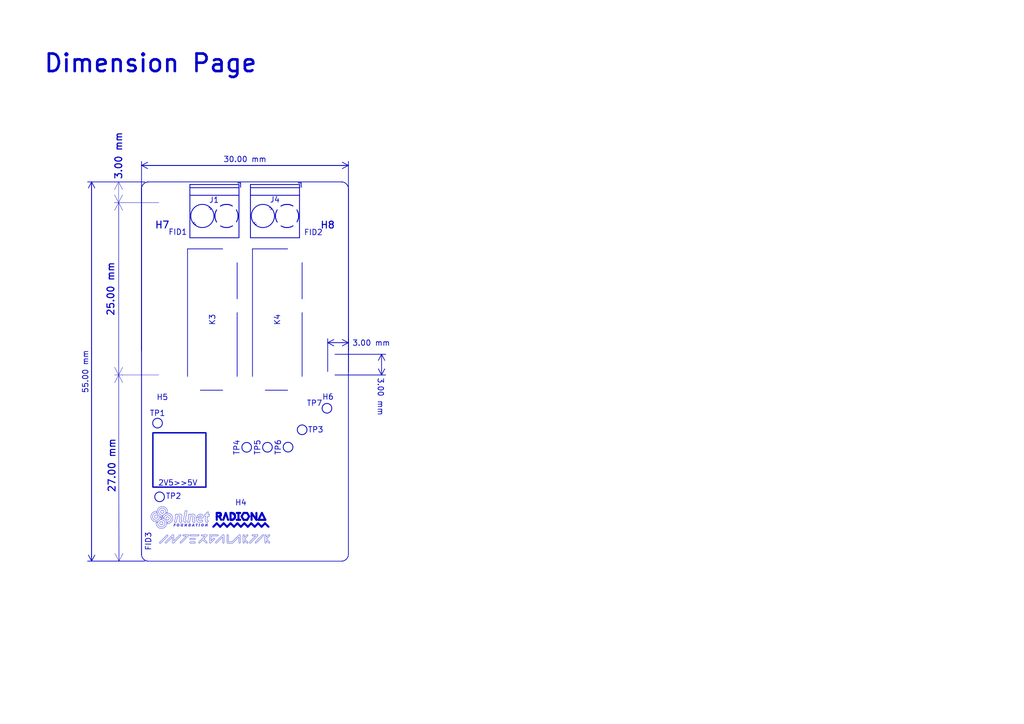
<source format=kicad_sch>
(kicad_sch (version 20231120) (generator "eeschema") (generator_version "8.0")
  (paper "A4")
  (title_block (title "${project_name}  ${project_version} ") (date "2024-12-03") (rev "${project_version} ") (company "${project_creator}") (comment 1 "${project_license}"))
  (polyline (pts (xy 43.05 52.758) (xy 99.05 52.758)) (stroke (width 0.0999) (type solid)))
  (polyline (pts (xy 75.9262 45.8412) (xy 76.0786 45.9174)) (stroke (width 0.1999) (type solid)))
  (polyline (pts (xy 63.873 149.6723) (xy 63.8981 149.6517)) (stroke (width 0.5999) (type solid)))
  (polyline (pts (xy 80.1764 61.2772) (xy 80.0885 61.496)) (stroke (width 0.2399) (type solid)))
  (polyline (pts (xy 34.5378 47.499) (xy 34.9186 47.5942)) (stroke (width 0.2999) (type solid)))
  (polyline (pts (xy 23.8998 112.0246) (xy 24.6616 112.1008)) (stroke (width 0.1999) (type solid)))
  (polyline (pts (xy 68.1671 149.7105) (xy 68.1608 149.646)) (stroke (width 0.5999) (type solid)))
  (polyline (pts (xy 110.9554 114.5608) (xy 110.6506 114.637)) (stroke (width 0.1999) (type solid)))
  (polyline (pts (xy 111.184 113.9514) (xy 111.2602 114.1038)) (stroke (width 0.1999) (type solid)))
  (polyline (pts (xy 41.7825 162.3051) (xy 41.8601 162.3655)) (stroke (width 0.0999) (type solid)))
  (polyline (pts (xy 31.3596 140.4618) (xy 31.3596 139.1284)) (stroke (width 0.2999) (type solid)))
  (polyline (pts (xy 32.0264 128.8428) (xy 32.1216 128.6522)) (stroke (width 0.2999) (type solid)))
  (polyline (pts (xy 100.9896 54.2705) (xy 100.9635 54.1763)) (stroke (width 0.0999) (type solid)))
  (polyline (pts (xy 100.4642 53.3438) (xy 100.3923 53.2754)) (stroke (width 0.0999) (type solid)))
  (polyline (pts (xy 41.386 53.6484) (xy 41.3337 53.7312)) (stroke (width 0.0999) (type solid)))
  (polyline (pts (xy 71.012 145.3902) (xy 71.012 146.4568)) (stroke (width 0.1999) (type solid)))
  (polyline (pts (xy 32.8292 87.1866) (xy 33.0196 87.1866)) (stroke (width 0.2999) (type solid)))
  (polyline (pts (xy 62.6156 63.9971) (xy 62.7193 64.2107)) (stroke (width 0.2399) (type solid)))
  (polyline (pts (xy 65.4899 65.9928) (xy 65.718 65.9986)) (stroke (width 0.2399) (type solid)))
  (polyline (pts (xy 41.7076 53.2754) (xy 41.6358 53.3438)) (stroke (width 0.0999) (type solid)))
  (polyline (pts (xy 24.2046 108.2152) (xy 24.0522 108.139)) (stroke (width 0.1999) (type solid)))
  (polyline (pts (xy 100.5326 53.4157) (xy 100.4642 53.3438)) (stroke (width 0.0999) (type solid)))
  (polyline (pts (xy 93.2138 66.945) (xy 93.1376 67.1736)) (stroke (width 0.1999) (type solid)))
  (polyline (pts (xy 25.3474 107.5294) (xy 25.4236 107.6056)) (stroke (width 0.1999) (type solid)))
  (polyline (pts (xy 63.9102 148.9096) (xy 63.8981 148.8987)) (stroke (width 0.5999) (type solid)))
  (polyline (pts (xy 32.1216 135.6046) (xy 31.7406 135.5094)) (stroke (width 0.2999) (type solid)))
  (polyline (pts (xy 67.5452 46.603) (xy 67.469 46.7554)) (stroke (width 0.1999) (type solid)))
  (polyline (pts (xy 66.9358 45.384) (xy 67.088 45.3078)) (stroke (width 0.1999) (type solid)))
  (polyline (pts (xy 95.968 114.2078) (xy 95.8158 114.284)) (stroke (width 0.1999) (type solid)))
  (polyline (pts (xy 100.7662 53.7312) (xy 100.7139 53.6484)) (stroke (width 0.0999) (type solid)))
  (polyline (pts (xy 46.7852 115.9078) (xy 46.7852 114.3078)) (stroke (width 0.1999) (type solid)))
  (polyline (pts (xy 41.2856 53.8162) (xy 41.2417 53.9034)) (stroke (width 0.0999) (type solid)))
  (polyline (pts (xy 33.3948 46.4514) (xy 33.2996 46.2608)) (stroke (width 0.2999) (type solid)))
  (polyline (pts (xy 86.6048 62.8381) (xy 86.6106 62.61)) (stroke (width 0.2399) (type solid)))
  (polyline (pts (xy 100.6575 53.5681) (xy 100.597 53.4905)) (stroke (width 0.0999) (type solid)))
  (polyline (pts (xy 34.4124 108.758) (xy 34.5124 162.758)) (stroke (width 0.0999) (type solid)))
  (polyline (pts (xy 24.4332 102.196) (xy 24.5094 102.0438)) (stroke (width 0.1999) (type solid)))
  (polyline (pts (xy 67.6692 148.9092) (xy 67.6409 148.8934)) (stroke (width 0.5999) (type solid)))
  (polyline (pts (xy 41.0524 54.6588) (xy 41.05 54.758)) (stroke (width 0.0999) (type solid)))
  (polyline (pts (xy 96.4586 64.9096) (xy 96.268 65.0048)) (stroke (width 0.2999) (type solid)))
  (polyline (pts (xy 62.3287 62.637) (xy 62.3366 62.8687)) (stroke (width 0.2399) (type solid)))
  (polyline (pts (xy 110.6506 114.637) (xy 110.2698 114.637)) (stroke (width 0.1999) (type solid)))
  (polyline (pts (xy 100.5326 53.4157) (xy 100.4642 53.3438)) (stroke (width 0.0999) (type solid)))
  (polyline (pts (xy 80.1756 63.9971) (xy 80.2793 64.2107)) (stroke (width 0.2399) (type solid)))
  (polyline (pts (xy 99.3453 52.7799) (xy 99.2476 52.7678)) (stroke (width 0.0999) (type solid)))
  (polyline (pts (xy 73.8038 127.9276) (xy 73.8038 128.6894)) (stroke (width 0.1999) (type solid)))
  (polyline (pts (xy 41.5029 53.4905) (xy 41.4424 53.5681)) (stroke (width 0.0999) (type solid)))
  (polyline (pts (xy 32.9244 83.5676) (xy 33.0196 83.758)) (stroke (width 0.2999) (type solid)))
  (polyline (pts (xy 33.9664 39.9752) (xy 34.0616 39.7846)) (stroke (width 0.2999) (type solid)))
  (polyline (pts (xy 25.4236 113.5484) (xy 25.3474 113.6246)) (stroke (width 0.1999) (type solid)))
  (polyline (pts (xy 101.0475 54.6588) (xy 101.0402 54.5603)) (stroke (width 0.0999) (type solid)))
  (polyline (pts (xy 61.5566 57.1278) (xy 61.5566 58.2706)) (stroke (width 0.1999) (type solid)))
  (polyline (pts (xy 24.4332 102.8818) (xy 24.5094 102.7294)) (stroke (width 0.1999) (type solid)))
  (polyline (pts (xy 111.2602 114.256) (xy 111.184 114.4084)) (stroke (width 0.1999) (type solid)))
  (polyline (pts (xy 86.13 64.37) (xy 86.2443 64.1639)) (stroke (width 0.2399) (type solid)))
  (polyline (pts (xy 41.1671 54.0837) (xy 41.1364 54.1763)) (stroke (width 0.0999) (type solid)))
  (polyline (pts (xy 82.7812 59.3109) (xy 82.6656 59.3292)) (stroke (width 0.2399) (type solid)))
  (polyline (pts (xy 72.9692 148.7752) (xy 74.3692 150.7752)) (stroke (width 0.5999) (type solid)))
  (polyline (pts (xy 86.3209 61.2724) (xy 86.2186 61.0624)) (stroke (width 0.2399) (type solid)))
  (polyline (pts (xy 84.3447 59.4606) (xy 84.2334 59.4244)) (stroke (width 0.2399) (type solid)))
  (polyline (pts (xy 109.6602 110.0656) (xy 109.7364 109.9132)) (stroke (width 0.1999) (type solid)))
  (polyline (pts (xy 106.7558 100.1678) (xy 106.6034 100.0916)) (stroke (width 0.1999) (type solid)))
  (polyline (pts (xy 103.1748 100.1678) (xy 102.7176 100.1678)) (stroke (width 0.1999) (type solid)))
  (polyline (pts (xy 92.909 66.4878) (xy 93.0614 66.564)) (stroke (width 0.1999) (type solid)))
  (polyline (pts (xy 42.3756 162.6409) (xy 42.4683 162.6715)) (stroke (width 0.0999) (type solid)))
  (polyline (pts (xy 33.0196 83.758) (xy 33.0196 83.9484)) (stroke (width 0.2999) (type solid)))
  (polyline (pts (xy 68.0352 150.2752) (xy 68.0666 150.2164)) (stroke (width 0.5999) (type solid)))
  (polyline (pts (xy 100.2399 53.1504) (xy 100.1596 53.094)) (stroke (width 0.0999) (type solid)))
  (polyline (pts (xy 42.7694 154.919) (xy 42.8456 154.7666)) (stroke (width 0.1999) (type solid)))
  (polyline (pts (xy 100.5326 162.1003) (xy 100.597 162.0255)) (stroke (width 0.0999) (type solid)))
  (polyline (pts (xy 110.7268 119.1322) (xy 110.6506 119.2846)) (stroke (width 0.1999) (type solid)))
  (polyline (pts (xy 32.0264 131.5094) (xy 32.1216 131.319)) (stroke (width 0.2999) (type solid)))
  (polyline (pts (xy 99.7243 162.6409) (xy 99.8153 162.6057)) (stroke (width 0.0999) (type solid)))
  (polyline (pts (xy 86.87 68.958) (xy 86.87 53.518)) (stroke (width 0.2399) (type solid)))
  (polyline (pts (xy 31.1148 86.0438) (xy 31.0196 85.8532)) (stroke (width 0.2999) (type solid)))
  (polyline (pts (xy 31.4548 141.319) (xy 31.5502 141.2238)) (stroke (width 0.2999) (type solid)))
  (polyline (pts (xy 49.2178 140.6556) (xy 49.1416 140.5794)) (stroke (width 0.1999) (type solid)))
  (polyline (pts (xy 112.089 99.1774) (xy 112.2414 99.1012)) (stroke (width 0.1999) (type solid)))
  (polyline (pts (xy 63.9444 149.6057) (xy 63.9653 149.5804)) (stroke (width 0.5999) (type solid)))
  (polyline (pts (xy 107.0604 98.644) (xy 107.1366 98.7202)) (stroke (width 0.1999) (type solid)))
  (polyline (pts (xy 93.5062 65.1) (xy 94.649 65.1)) (stroke (width 0.2999) (type solid)))
  (polyline (pts (xy 54.6272 139.8936) (xy 54.7034 139.8176)) (stroke (width 0.1999) (type solid)))
  (polyline (pts (xy 73.8038 128.6894) (xy 74.5656 128.7656)) (stroke (width 0.1999) (type solid)))
  (polyline (pts (xy 34.1568 40.5466) (xy 34.0616 40.4514)) (stroke (width 0.2999) (type solid)))
  (polyline (pts (xy 31.972 77.377) (xy 31.7816 77.2818)) (stroke (width 0.2999) (type solid)))
  (polyline (pts (xy 41.5674 53.4157) (xy 41.5029 53.4905)) (stroke (width 0.0999) (type solid)))
  (polyline (pts (xy 42.7546 162.7361) (xy 42.8523 162.7482)) (stroke (width 0.0999) (type solid)))
  (polyline (pts (xy 100.6575 53.5681) (xy 100.597 53.4905)) (stroke (width 0.0999) (type solid)))
  (polyline (pts (xy 42.3756 52.8751) (xy 42.2846 52.9102)) (stroke (width 0.0999) (type solid)))
  (polyline (pts (xy 24.5094 108.9008) (xy 24.8902 108.9008)) (stroke (width 0.1999) (type solid)))
  (polyline (pts (xy 102.5652 100.0916) (xy 102.489 100.0154)) (stroke (width 0.1999) (type solid)))
  (polyline (pts (xy 104.2414 100.0916) (xy 104.1652 100.1678)) (stroke (width 0.1999) (type solid)))
  (polyline (pts (xy 47.471 115.0696) (xy 47.5472 114.9936)) (stroke (width 0.1999) (type solid)))
  (polyline (pts (xy 101.028 161.0533) (xy 101.0402 160.9557)) (stroke (width 0.0999) (type solid)))
  (polyline (pts (xy 33.4902 45.7846) (xy 33.6806 45.6894)) (stroke (width 0.2999) (type solid)))
  (polyline (pts (xy 31.7816 78.139) (xy 31.6864 77.9484)) (stroke (width 0.2999) (type solid)))
  (polyline (pts (xy 43.7598 155.376) (xy 43.6836 155.5284)) (stroke (width 0.1999) (type solid)))
  (polyline (pts (xy 100.9329 54.0837) (xy 100.8977 53.9926)) (stroke (width 0.0999) (type solid)))
  (polyline (pts (xy 34.0616 51.0228) (xy 34.0616 50.737)) (stroke (width 0.2999) (type solid)))
  (polyline (pts (xy 80.3172 129.3352) (xy 80.4696 129.4114)) (stroke (width 0.1999) (type solid)))
  (polyline (pts (xy 32.6386 83.377) (xy 32.8292 83.4722)) (stroke (width 0.2999) (type solid)))
  (polyline (pts (xy 66.3332 59.3394) (xy 66.2179 59.319)) (stroke (width 0.2399) (type solid)))
  (polyline (pts (xy 35.1092 49.499) (xy 35.2044 49.4038)) (stroke (width 0.2999) (type solid)))
  (polyline (pts (xy 68.9928 46.2982) (xy 68.9928 45.9174)) (stroke (width 0.1999) (type solid)))
  (polyline (pts (xy 110.7268 117.456) (xy 110.7268 117.6846)) (stroke (width 0.1999) (type solid)))
  (polyline (pts (xy 41.0888 54.366) (xy 41.0719 54.4627)) (stroke (width 0.0999) (type solid)))
  (polyline (pts (xy 99.9045 162.5662) (xy 99.9918 162.5224)) (stroke (width 0.0999) (type solid)))
  (polyline (pts (xy 79.8966 62.8687) (xy 79.9205 63.0995)) (stroke (width 0.2399) (type solid)))
  (polyline (pts (xy 67.4301 150.7406) (xy 67.4924 150.7215)) (stroke (width 0.5999) (type solid)))
  (polyline (pts (xy 99.9045 162.5662) (xy 99.9918 162.5224)) (stroke (width 0.0999) (type solid)))
  (polyline (pts (xy 95.6966 64.2428) (xy 95.8872 64.1476)) (stroke (width 0.2999) (type solid)))
  (polyline (pts (xy 79.7838 129.64) (xy 79.86 129.4876)) (stroke (width 0.1999) (type solid)))
  (polyline (pts (xy 32.8292 85.377) (xy 32.9244 85.4722)) (stroke (width 0.2999) (type solid)))
  (polyline (pts (xy 61.4056 91.5732) (xy 61.4816 91.497)) (stroke (width 0.1999) (type solid)))
  (polyline (pts (xy 62.4561 63.5551) (xy 62.5279 63.7782)) (stroke (width 0.2399) (type solid)))
  (polyline (pts (xy 42.2846 162.6057) (xy 42.3756 162.6409)) (stroke (width 0.0999) (type solid)))
  (polyline (pts (xy 34.41 108.758) (xy 33.2372 106.505)) (stroke (width 0.0999) (type solid)))
  (polyline (pts (xy 31.1148 90.996) (xy 31.0196 90.8056)) (stroke (width 0.2999) (type solid)))
  (polyline (pts (xy 84.8256 65.6066) (xy 85.0298 65.4888)) (stroke (width 0.2399) (type solid)))
  (polyline (pts (xy 68 150.3318) (xy 68.0352 150.2752)) (stroke (width 0.5999) (type solid)))
  (polyline (pts (xy 42.1082 52.9936) (xy 42.0231 53.0417)) (stroke (width 0.0999) (type solid)))
  (polyline (pts (xy 69.2214 45.384) (xy 69.3738 45.3078)) (stroke (width 0.1999) (type solid)))
  (polyline (pts (xy 69.8692 152.7752) (xy 70.8692 151.7752)) (stroke (width 0.5999) (type solid)))
  (polyline (pts (xy 86.5834 63.0656) (xy 86.6048 62.8381)) (stroke (width 0.2399) (type solid)))
  (polyline (pts (xy 33.2644 138.4618) (xy 33.1692 138.3666)) (stroke (width 0.2999) (type solid)))
  (polyline (pts (xy 25.195 111.1866) (xy 25.3474 111.2628)) (stroke (width 0.1999) (type solid)))
  (polyline (pts (xy 64.8768 59.3779) (xy 64.7638 59.4082)) (stroke (width 0.2399) (type solid)))
  (polyline (pts (xy 80.4696 127.9638) (xy 80.3934 128.116)) (stroke (width 0.1999) (type solid)))
  (polyline (pts (xy 47.0844 139.8176) (xy 46.1702 140.7318)) (stroke (width 0.1999) (type solid)))
  (polyline (pts (xy 63.8192 149.7082) (xy 63.8467 149.6911)) (stroke (width 0.5999) (type solid)))
  (polyline (pts (xy 94.8252 115.8078) (xy 94.8252 114.2078)) (stroke (width 0.1999) (type solid)))
  (polyline (pts (xy 96.1204 115.8078) (xy 96.2728 115.7316)) (stroke (width 0.1999) (type solid)))
  (polyline (pts (xy 41.0598 160.9557) (xy 41.0719 161.0533)) (stroke (width 0.0999) (type solid)))
  (polyline (pts (xy 64.0179 149.0546) (xy 64.0022 149.0252)) (stroke (width 0.5999) (type solid)))
  (polyline (pts (xy 42.658 162.7192) (xy 42.7546 162.7361)) (stroke (width 0.0999) (type solid)))
  (polyline (pts (xy 109.8126 111.5132) (xy 109.6602 111.5132)) (stroke (width 0.1999) (type solid)))
  (polyline (pts (xy 66.1731 65.9639) (xy 66.3984 65.9233)) (stroke (width 0.2399) (type solid)))
  (polyline (pts (xy 99.2476 52.7678) (xy 99.1491 52.7605)) (stroke (width 0.0999) (type solid)))
  (polyline (pts (xy 93.1376 66.6402) (xy 93.2138 66.7926)) (stroke (width 0.1999) (type solid)))
  (polyline (pts (xy 68.0666 149.334) (xy 68.0352 149.2752)) (stroke (width 0.5999) (type solid)))
  (polyline (pts (xy 66.8692 148.7752) (xy 67.1692 148.7752)) (stroke (width 0.5999) (type solid)))
  (polyline (pts (xy 42.1954 52.9498) (xy 42.1082 52.9936)) (stroke (width 0.0999) (type solid)))
  (polyline (pts (xy 65.1834 46.8316) (xy 65.1072 46.7554)) (stroke (width 0.1999) (type solid)))
  (polyline (pts (xy 100.6575 53.5681) (xy 100.597 53.4905)) (stroke (width 0.0999) (type solid)))
  (polyline (pts (xy 69.31 56.638) (xy 55.07 56.638)) (stroke (width 0.2399) (type solid)))
  (polyline (pts (xy 75.4038 128.156) (xy 75.4038 128.537)) (stroke (width 0.1999) (type solid)))
  (polyline (pts (xy 24.5094 104.7104) (xy 24.4332 104.558)) (stroke (width 0.1999) (type solid)))
  (polyline (pts (xy 26.57 52.758) (xy 27.4934 54.532)) (stroke (width 0.1999) (type solid)))
  (polyline (pts (xy 95.5872 114.5888) (xy 95.511 114.8936)) (stroke (width 0.1999) (type solid)))
  (polyline (pts (xy 90.7758 68.0878) (xy 90.7758 66.4878)) (stroke (width 0.1999) (type solid)))
  (polyline (pts (xy 67.6692 150.6412) (xy 67.7242 150.607)) (stroke (width 0.5999) (type solid)))
  (polyline (pts (xy 41.0719 54.4627) (xy 41.0598 54.5603)) (stroke (width 0.0999) (type solid)))
  (polyline (pts (xy 100.8144 53.8162) (xy 100.7662 53.7312)) (stroke (width 0.0999) (type solid)))
  (polyline (pts (xy 52.1204 143.1402) (xy 52.1966 143.2926)) (stroke (width 0.1999) (type solid)))
  (polyline (pts (xy 99.6316 52.8444) (xy 99.5375 52.8183)) (stroke (width 0.0999) (type solid)))
  (polyline (pts (xy 61.0996 58.7278) (xy 60.9472 58.7278)) (stroke (width 0.1999) (type solid)))
  (polyline (pts (xy 67.088 45.3078) (xy 67.2404 45.3078)) (stroke (width 0.1999) (type solid)))
  (polyline (pts (xy 41.1364 54.1763) (xy 41.1103 54.2705)) (stroke (width 0.0999) (type solid)))
  (polyline (pts (xy 42.7694 155.1476) (xy 42.7694 154.919)) (stroke (width 0.1999) (type solid)))
  (polyline (pts (xy 42.9508 52.7605) (xy 42.8523 52.7678)) (stroke (width 0.0999) (type solid)))
  (polyline (pts (xy 33.0196 85.6628) (xy 33.0196 85.8532)) (stroke (width 0.2999) (type solid)))
  (polyline (pts (xy 46.7948 119.3328) (xy 46.6424 119.409)) (stroke (width 0.1999) (type solid)))
  (polyline (pts (xy 24.4332 103.1104) (xy 24.4332 102.8818)) (stroke (width 0.1999) (type solid)))
  (polyline (pts (xy 41.7076 162.2406) (xy 41.7825 162.3051)) (stroke (width 0.0999) (type solid)))
  (polyline (pts (xy 80.2802 61.0636) (xy 80.1764 61.2772)) (stroke (width 0.2399) (type solid)))
  (polyline (pts (xy 104.851 99.5582) (xy 104.851 99.1774)) (stroke (width 0.1999) (type solid)))
  (polyline (pts (xy 41.1671 54.0837) (xy 41.1364 54.1763)) (stroke (width 0.0999) (type solid)))
  (polyline (pts (xy 32.5978 137.5094) (xy 32.1216 137.5094)) (stroke (width 0.2999) (type solid)))
  (polyline (pts (xy 48.768 144.5878) (xy 48.768 142.9878)) (stroke (width 0.1999) (type solid)))
  (polyline (pts (xy 105.0796 98.644) (xy 105.232 98.5678)) (stroke (width 0.1999) (type solid)))
  (polyline (pts (xy 79.1966 58.1706) (xy 79.1204 58.3992)) (stroke (width 0.1999) (type solid)))
  (polyline (pts (xy 67.6121 150.6718) (xy 67.6692 150.6412)) (stroke (width 0.5999) (type solid)))
  (polyline (pts (xy 74.4786 45.8412) (xy 74.631 45.9174)) (stroke (width 0.1999) (type solid)))
  (polyline (pts (xy 41.8601 162.3655) (xy 41.9404 162.422)) (stroke (width 0.0999) (type solid)))
  (polyline (pts (xy 31.4006 84.3294) (xy 31.2102 84.2342)) (stroke (width 0.2999) (type solid)))
  (polyline (pts (xy 41.0524 160.8572) (xy 41.0598 160.9557)) (stroke (width 0.0999) (type solid)))
  (polyline (pts (xy 80.5456 127.8876) (xy 80.4696 127.9638)) (stroke (width 0.1999) (type solid)))
  (polyline (pts (xy 41.0598 54.5603) (xy 41.0524 54.6588)) (stroke (width 0.0999) (type solid)))
  (polyline (pts (xy 26.57 52.758) (xy 26.57 162.758)) (stroke (width 0.1999) (type solid)))
  (polyline (pts (xy 73.8038 130.2894) (xy 73.8038 129.68)) (stroke (width 0.1999) (type solid)))
  (polyline (pts (xy 86.5759 62.1549) (xy 86.5353 61.9296)) (stroke (width 0.2399) (type solid)))
  (polyline (pts (xy 110.7268 119.5894) (xy 110.7268 119.818)) (stroke (width 0.1999) (type solid)))
  (polyline (pts (xy 100.8144 161.6998) (xy 100.8582 161.6126)) (stroke (width 0.0999) (type solid)))
  (polyline (pts (xy 109.6602 114.1038) (xy 109.7364 113.9514)) (stroke (width 0.1999) (type solid)))
  (polyline (pts (xy 41.386 161.8676) (xy 41.4424 161.9479)) (stroke (width 0.0999) (type solid)))
  (polyline (pts (xy 99.8153 162.6057) (xy 99.9045 162.5662)) (stroke (width 0.0999) (type solid)))
  (polyline (pts (xy 101.0402 54.5603) (xy 101.028 54.4627)) (stroke (width 0.0999) (type solid)))
  (polyline (pts (xy 100.9329 161.4323) (xy 100.9635 161.3397)) (stroke (width 0.0999) (type solid)))
  (polyline (pts (xy 109.7364 112.4276) (xy 109.8126 112.3514)) (stroke (width 0.1999) (type solid)))
  (polyline (pts (xy 80.4696 128.5732) (xy 80.5456 128.6494)) (stroke (width 0.1999) (type solid)))
  (polyline (pts (xy 100.9329 161.4323) (xy 100.9635 161.3397)) (stroke (width 0.0999) (type solid)))
  (polyline (pts (xy 33.4902 47.6894) (xy 33.6806 47.5942)) (stroke (width 0.2999) (type solid)))
  (polyline (pts (xy 67.9614 149.1649) (xy 67.9408 149.1391)) (stroke (width 0.5999) (type solid)))
  (polyline (pts (xy 79.8824 58.0944) (xy 80.8728 58.0944)) (stroke (width 0.1999) (type solid)))
  (polyline (pts (xy 81.1598 92.9446) (xy 80.2456 93.6304)) (stroke (width 0.1999) (type solid)))
  (polyline (pts (xy 105.0796 100.0916) (xy 105.0034 100.0154)) (stroke (width 0.1999) (type solid)))
  (polyline (pts (xy 100.9635 161.3397) (xy 100.9896 161.2455)) (stroke (width 0.0999) (type solid)))
  (polyline (pts (xy 41.05 160.758) (xy 41.0524 160.8572)) (stroke (width 0.0999) (type solid)))
  (polyline (pts (xy 42.5625 52.8183) (xy 42.4683 52.8444)) (stroke (width 0.0999) (type solid)))
  (polyline (pts (xy 43.6836 156.4428) (xy 43.7598 156.6714)) (stroke (width 0.1999) (type solid)))
  (polyline (pts (xy 31.7406 137.4142) (xy 31.5502 137.319)) (stroke (width 0.2999) (type solid)))
  (polyline (pts (xy 55.2368 140.7318) (xy 54.8558 140.7318)) (stroke (width 0.1999) (type solid)))
  (polyline (pts (xy 109.6602 110.5228) (xy 109.6602 110.0656)) (stroke (width 0.1999) (type solid)))
  (polyline (pts (xy 96.649 65.3858) (xy 96.5538 65.1952)) (stroke (width 0.2999) (type solid)))
  (polyline (pts (xy 67.5531 150.6986) (xy 67.6121 150.6718)) (stroke (width 0.5999) (type solid)))
  (polyline (pts (xy 95.8872 65.0048) (xy 95.6966 64.9096)) (stroke (width 0.2999) (type solid)))
  (polyline (pts (xy 81.2314 128.6494) (xy 81.3076 128.5732)) (stroke (width 0.1999) (type solid)))
  (polyline (pts (xy 32.8292 88.139) (xy 32.9244 88.2342)) (stroke (width 0.2999) (type solid)))
  (polyline (pts (xy 96.2728 115.7316) (xy 96.349 115.6554)) (stroke (width 0.1999) (type solid)))
  (polyline (pts (xy 99.1491 162.7555) (xy 99.2476 162.7482)) (stroke (width 0.0999) (type solid)))
  (polyline (pts (xy 32.1216 130.4618) (xy 32.312 130.3666)) (stroke (width 0.2999) (type solid)))
  (polyline (pts (xy 69.5262 46.9078) (xy 69.3738 46.9078)) (stroke (width 0.1999) (type solid)))
  (polyline (pts (xy 105.6128 98.7202) (xy 105.689 98.8726)) (stroke (width 0.1999) (type solid)))
  (polyline (pts (xy 80.2793 64.2107) (xy 80.399 64.4184)) (stroke (width 0.2399) (type solid)))
  (polyline (pts (xy 80.4696 128.7256) (xy 81.079 128.7256)) (stroke (width 0.1999) (type solid)))
  (polyline (pts (xy 31.1148 83.5676) (xy 31.2102 83.4722)) (stroke (width 0.2999) (type solid)))
  (polyline (pts (xy 25.4236 111.339) (xy 25.4998 111.4914)) (stroke (width 0.1999) (type solid)))
  (polyline (pts (xy 41.05 160.758) (xy 41.0524 160.8572)) (stroke (width 0.0999) (type solid)))
  (polyline (pts (xy 34.39 58.758) (xy 33.2172 56.505)) (stroke (width 0.0999) (type solid)))
  (polyline (pts (xy 110.6506 110.5228) (xy 110.5744 110.6752)) (stroke (width 0.1999) (type solid)))
  (polyline (pts (xy 52.0652 66.464) (xy 52.2176 66.6164)) (stroke (width 0.1999) (type solid)))
  (polyline (pts (xy 33.9664 40.2608) (xy 33.9664 39.9752)) (stroke (width 0.2999) (type solid)))
  (polyline (pts (xy 32.312 131.2238) (xy 33.3596 131.2238)) (stroke (width 0.2999) (type solid)))
  (polyline (pts (xy 110.67 108.758) (xy 111.5934 106.984)) (stroke (width 0.1999) (type solid)))
  (polyline (pts (xy 33.1692 138.3666) (xy 33.2644 138.2714)) (stroke (width 0.2999) (type solid)))
  (polyline (pts (xy 110.5744 118.6752) (xy 110.6506 118.7514)) (stroke (width 0.1999) (type solid)))
  (polyline (pts (xy 112.6224 99.1774) (xy 112.6986 99.3296)) (stroke (width 0.1999) (type solid)))
  (polyline (pts (xy 100.8977 161.5234) (xy 100.9329 161.4323)) (stroke (width 0.0999) (type solid)))
  (polyline (pts (xy 63.9653 148.97) (xy 63.955 148.9572)) (stroke (width 0.5999) (type solid)))
  (polyline (pts (xy 49.9034 139.8176) (xy 49.9796 139.8936)) (stroke (width 0.1999) (type solid)))
  (polyline (pts (xy 100.3175 53.2109) (xy 100.2399 53.1504)) (stroke (width 0.0999) (type solid)))
  (polyline (pts (xy 41.05 160.758) (xy 41.05 54.758)) (stroke (width 0.0999) (type solid)))
  (polyline (pts (xy 111.2602 114.1038) (xy 111.2602 114.256)) (stroke (width 0.1999) (type solid)))
  (polyline (pts (xy 81.3076 128.5732) (xy 81.3838 128.4208)) (stroke (width 0.1999) (type solid)))
  (polyline (pts (xy 92.3758 66.564) (xy 92.528 66.4878)) (stroke (width 0.1999) (type solid)))
  (polyline (pts (xy 31.7816 86.3294) (xy 31.4006 86.2342)) (stroke (width 0.2999) (type solid)))
  (polyline (pts (xy 41.4424 53.5681) (xy 41.386 53.6484)) (stroke (width 0.0999) (type solid)))
  (polyline (pts (xy 41.2856 161.6998) (xy 41.3337 161.7848)) (stroke (width 0.0999) (type solid)))
  (polyline (pts (xy 106.6034 100.0916) (xy 106.5272 100.0154)) (stroke (width 0.1999) (type solid)))
  (polyline (pts (xy 110.6506 119.9704) (xy 110.4984 120.0466)) (stroke (width 0.1999) (type solid)))
  (polyline (pts (xy 100.7139 161.8676) (xy 100.7662 161.7848)) (stroke (width 0.0999) (type solid)))
  (polyline (pts (xy 110.108 99.1012) (xy 110.3366 99.1012)) (stroke (width 0.1999) (type solid)))
  (polyline (pts (xy 91.3852 68.0116) (xy 91.1566 68.0878)) (stroke (width 0.1999) (type solid)))
  (polyline (pts (xy 42.4683 162.6715) (xy 42.5625 162.6977)) (stroke (width 0.0999) (type solid)))
  (polyline (pts (xy 24.814 111.1866) (xy 25.195 111.1866)) (stroke (width 0.1999) (type solid)))
  (polyline (pts (xy 42.0231 162.4743) (xy 42.1082 162.5224)) (stroke (width 0.0999) (type solid)))
  (polyline (pts (xy 41.1364 161.3397) (xy 41.1671 161.4323)) (stroke (width 0.0999) (type solid)))
  (polyline (pts (xy 84.1811 65.8673) (xy 84.4004 65.7958)) (stroke (width 0.2399) (type solid)))
  (polyline (pts (xy 48.309 114.3078) (xy 47.5472 114.3078)) (stroke (width 0.1999) (type solid)))
  (polyline (pts (xy 62.6164 61.2772) (xy 62.5285 61.496)) (stroke (width 0.2399) (type solid)))
  (polyline (pts (xy 47.6178 139.1318) (xy 48.1512 140.7318)) (stroke (width 0.1999) (type solid)))
  (polyline (pts (xy 110.9554 113.037) (xy 110.6506 113.1132)) (stroke (width 0.1999) (type solid)))
  (polyline (pts (xy 31.2102 90.0438) (xy 31.4006 89.9484)) (stroke (width 0.2999) (type solid)))
  (polyline (pts (xy 101.0475 54.6588) (xy 101.0402 54.5603)) (stroke (width 0.0999) (type solid)))
  (polyline (pts (xy 93.3404 124.4896) (xy 93.4166 124.642)) (stroke (width 0.1999) (type solid)))
  (polyline (pts (xy 101.0402 54.5603) (xy 101.028 54.4627)) (stroke (width 0.0999) (type solid)))
  (polyline (pts (xy 74.7072 46.0696) (xy 74.7072 46.9078)) (stroke (width 0.1999) (type solid)))
  (polyline (pts (xy 32.312 131.2238) (xy 32.1216 131.1284)) (stroke (width 0.2999) (type solid)))
  (polyline (pts (xy 101.0112 54.366) (xy 100.9896 54.2705)) (stroke (width 0.0999) (type solid)))
  (polyline (pts (xy 60.7198 92.9446) (xy 61.634 93.859)) (stroke (width 0.1999) (type solid)))
  (polyline (pts (xy 60.7198 92.4114) (xy 60.7198 91.4208)) (stroke (width 0.1999) (type solid)))
  (polyline (pts (xy 79.9208 62.1746) (xy 79.8967 62.4054)) (stroke (width 0.2399) (type solid)))
  (polyline (pts (xy 24.5094 109.8152) (xy 24.2046 109.739)) (stroke (width 0.1999) (type solid)))
  (polyline (pts (xy 43.05 52.758) (xy 99.05 52.758)) (stroke (width 0.0999) (type solid)))
  (polyline (pts (xy 55.9988 139.1318) (xy 56.532 140.7318)) (stroke (width 0.1999) (type solid)))
  (polyline (pts (xy 41.0524 160.8572) (xy 41.0598 160.9557)) (stroke (width 0.0999) (type solid)))
  (polyline (pts (xy 105.689 99.863) (xy 105.6128 100.0154)) (stroke (width 0.1999) (type solid)))
  (polyline (pts (xy 42.1598 154.6142) (xy 42.7694 155.1476)) (stroke (width 0.1999) (type solid)))
  (polyline (pts (xy 83.0499 65.9928) (xy 83.278 65.9986)) (stroke (width 0.2399) (type solid)))
  (polyline (pts (xy 109.8796 99.3296) (xy 109.9558 99.1774)) (stroke (width 0.1999) (type solid)))
  (polyline (pts (xy 41.2856 161.6998) (xy 41.3337 161.7848)) (stroke (width 0.0999) (type solid)))
  (polyline (pts (xy 50.368 142.9878) (xy 50.5204 143.064)) (stroke (width 0.1999) (type solid)))
  (polyline (pts (xy 25.195 108.2152) (xy 24.8902 108.2914)) (stroke (width 0.1999) (type solid)))
  (polyline (pts (xy 100.9635 54.1763) (xy 100.9329 54.0837)) (stroke (width 0.0999) (type solid)))
  (polyline (pts (xy 83.7331 65.9639) (xy 83.9584 65.9233)) (stroke (width 0.2399) (type solid)))
  (polyline (pts (xy 42.4683 162.6715) (xy 42.5625 162.6977)) (stroke (width 0.0999) (type solid)))
  (polyline (pts (xy 42.1954 162.5662) (xy 42.2846 162.6057)) (stroke (width 0.0999) (type solid)))
  (polyline (pts (xy 67.2358 148.7774) (xy 67.2026 148.7758)) (stroke (width 0.5999) (type solid)))
  (polyline (pts (xy 31.931 141.1284) (xy 32.2168 141.2238)) (stroke (width 0.2999) (type solid)))
  (polyline (pts (xy 74.4896 128.6894) (xy 74.4134 128.537)) (stroke (width 0.1999) (type solid)))
  (polyline (pts (xy 67.8748 150.4838) (xy 67.9196 150.4362)) (stroke (width 0.5999) (type solid)))
  (polyline (pts (xy 99.1491 52.7605) (xy 99.05 52.758)) (stroke (width 0.0999) (type solid)))
  (polyline (pts (xy 33.9664 42.6418) (xy 34.0616 42.4514)) (stroke (width 0.2999) (type solid)))
  (polyline (pts (xy 64.0315 149.4656) (xy 64.043 149.4349)) (stroke (width 0.5999) (type solid)))
  (polyline (pts (xy 42.8523 162.7482) (xy 42.9508 162.7555)) (stroke (width 0.0999) (type solid)))
  (polyline (pts (xy 75.469 45.9936) (xy 75.5452 45.9174)) (stroke (width 0.1999) (type solid)))
  (polyline (pts (xy 25.4998 107.9104) (xy 25.4236 108.0628)) (stroke (width 0.1999) (type solid)))
  (polyline (pts (xy 31.4548 134.7476) (xy 31.5502 134.6522)) (stroke (width 0.2999) (type solid)))
  (polyline (pts (xy 81.8843 59.568) (xy 81.7781 59.6176)) (stroke (width 0.2399) (type solid)))
  (polyline (pts (xy 64.7638 59.4082) (xy 64.652 59.4423)) (stroke (width 0.2399) (type solid)))
  (polyline (pts (xy 41.0524 54.6588) (xy 41.05 54.758)) (stroke (width 0.0999) (type solid)))
  (polyline (pts (xy 67.8271 149.0221) (xy 67.8023 149.0012)) (stroke (width 0.5999) (type solid)))
  (polyline (pts (xy 24.8902 107.377) (xy 25.195 107.4532)) (stroke (width 0.1999) (type solid)))
  (polyline (pts (xy 24.5094 104.8628) (xy 24.6616 104.7866)) (stroke (width 0.1999) (type solid)))
  (polyline (pts (xy 99.1491 162.7555) (xy 99.2476 162.7482)) (stroke (width 0.0999) (type solid)))
  (polyline (pts (xy 63.6678 149.7654) (xy 63.6996 149.7579)) (stroke (width 0.5999) (type solid)))
  (polyline (pts (xy 41.1364 161.3397) (xy 41.1671 161.4323)) (stroke (width 0.0999) (type solid)))
  (polyline (pts (xy 42.658 52.7968) (xy 42.5625 52.8183)) (stroke (width 0.0999) (type solid)))
  (polyline (pts (xy 66.8596 45.4602) (xy 66.9358 45.384)) (stroke (width 0.1999) (type solid)))
  (polyline (pts (xy 42.1082 162.5224) (xy 42.1954 162.5662)) (stroke (width 0.0999) (type solid)))
  (polyline (pts (xy 63.6354 148.7796) (xy 63.619 148.7777)) (stroke (width 0.5999) (type solid)))
  (polyline (pts (xy 99.5375 162.6977) (xy 99.6316 162.6715)) (stroke (width 0.0999) (type solid)))
  (polyline (pts (xy 63.776 148.82) (xy 63.7611 148.8135)) (stroke (width 0.5999) (type solid)))
  (polyline (pts (xy 100.8582 161.6126) (xy 100.8977 161.5234)) (stroke (width 0.0999) (type solid)))
  (polyline (pts (xy 42.5625 52.8183) (xy 42.4683 52.8444)) (stroke (width 0.0999) (type solid)))
  (polyline (pts (xy 34.252 41.499) (xy 35.2996 41.499)) (stroke (width 0.2999) (type solid)))
  (polyline (pts (xy 50.5966 143.6736) (xy 50.5204 143.7496)) (stroke (width 0.1999) (type solid)))
  (polyline (pts (xy 68.1357 150.0319) (xy 68.1503 149.9685)) (stroke (width 0.5999) (type solid)))
  (polyline (pts (xy 95.6966 65.1) (xy 95.6014 65.1952)) (stroke (width 0.2999) (type solid)))
  (polyline (pts (xy 61.5566 58.2706) (xy 61.4804 58.4992)) (stroke (width 0.1999) (type solid)))
  (polyline (pts (xy 62.3366 62.8687) (xy 62.3605 63.0995)) (stroke (width 0.2399) (type solid)))
  (polyline (pts (xy 99.9045 162.5662) (xy 99.9918 162.5224)) (stroke (width 0.0999) (type solid)))
  (polyline (pts (xy 81.3838 130.2494) (xy 79.7838 130.2494)) (stroke (width 0.1999) (type solid)))
  (polyline (pts (xy 92.2996 66.6402) (xy 92.3758 66.564)) (stroke (width 0.1999) (type solid)))
  (polyline (pts (xy 48.309 115.7554) (xy 48.2328 115.8316)) (stroke (width 0.1999) (type solid)))
  (polyline (pts (xy 41.3337 161.7848) (xy 41.386 161.8676)) (stroke (width 0.0999) (type solid)))
  (polyline (pts (xy 34.41 58.758) (xy 34.41 108.758)) (stroke (width 0.0999) (type solid)))
  (polyline (pts (xy 47.6996 114.9174) (xy 48.0804 114.9174)) (stroke (width 0.1999) (type solid)))
  (polyline (pts (xy 68.8692 151.7752) (xy 69.8692 152.7752)) (stroke (width 0.5999) (type solid)))
  (polyline (pts (xy 82.1014 59.4804) (xy 81.9922 59.5223)) (stroke (width 0.2399) (type solid)))
  (polyline (pts (xy 46.9472 119.1804) (xy 46.7948 119.3328)) (stroke (width 0.1999) (type solid)))
  (polyline (pts (xy 61.3294 91.7256) (xy 61.4056 91.5732)) (stroke (width 0.1999) (type solid)))
  (polyline (pts (xy 95.6966 66.0524) (xy 95.8872 66.1476)) (stroke (width 0.2999) (type solid)))
  (polyline (pts (xy 96.1204 114.8174) (xy 95.8158 114.8174)) (stroke (width 0.1999) (type solid)))
  (polyline (pts (xy 31.7406 141.1284) (xy 31.931 141.1284)) (stroke (width 0.2999) (type solid)))
  (polyline (pts (xy 31.972 88.139) (xy 32.1624 88.0438)) (stroke (width 0.2999) (type solid)))
  (polyline (pts (xy 93.911 114.9696) (xy 94.8252 114.9696)) (stroke (width 0.1999) (type solid)))
  (polyline (pts (xy 93.4166 123.7278) (xy 92.8834 124.3374)) (stroke (width 0.1999) (type solid)))
  (polyline (pts (xy 43.6074 154.6904) (xy 43.6836 154.7666)) (stroke (width 0.1999) (type solid)))
  (polyline (pts (xy 24.6616 111.2628) (xy 24.814 111.1866)) (stroke (width 0.1999) (type solid)))
  (polyline (pts (xy 41.1364 161.3397) (xy 41.1671 161.4323)) (stroke (width 0.0999) (type solid)))
  (polyline (pts (xy 33.2996 48.1656) (xy 33.2996 47.9752)) (stroke (width 0.2999) (type solid)))
  (polyline (pts (xy 63.8467 148.8593) (xy 63.833 148.8505)) (stroke (width 0.5999) (type solid)))
  (polyline (pts (xy 111.184 112.8846) (xy 111.1078 112.9608)) (stroke (width 0.1999) (type solid)))
  (polyline (pts (xy 111.5558 99.1012) (xy 111.7842 99.1012)) (stroke (width 0.1999) (type solid)))
  (polyline (pts (xy 35.2996 46.2608) (xy 35.2044 46.4514)) (stroke (width 0.2999) (type solid)))
  (polyline (pts (xy 96.4586 66.0524) (xy 96.5538 65.9572)) (stroke (width 0.2999) (type solid)))
  (polyline (pts (xy 68.8504 128.7856) (xy 68.8504 127.7952)) (stroke (width 0.1999) (type solid)))
  (polyline (pts (xy 41.3337 161.7848) (xy 41.386 161.8676)) (stroke (width 0.0999) (type solid)))
  (polyline (pts (xy 67.4301 148.8098) (xy 67.3984 148.8018)) (stroke (width 0.5999) (type solid)))
  (polyline (pts (xy 62.8692 148.7752) (xy 63.5692 148.7752)) (stroke (width 0.5999) (type solid)))
  (polyline (pts (xy 82.212 59.4423) (xy 82.1014 59.4804)) (stroke (width 0.2399) (type solid)))
  (polyline (pts (xy 54.7034 140.6556) (xy 54.6272 140.5794)) (stroke (width 0.1999) (type solid)))
  (polyline (pts (xy 65.9452 46.8316) (xy 65.7928 46.9078)) (stroke (width 0.1999) (type solid)))
  (polyline (pts (xy 69.79 54.318) (xy 69.79 53.038)) (stroke (width 0.2399) (type solid)))
  (polyline (pts (xy 25.4236 112.0246) (xy 25.3474 112.1008)) (stroke (width 0.1999) (type solid)))
  (polyline (pts (xy 69.9072 45.9174) (xy 69.9072 46.2982)) (stroke (width 0.1999) (type solid)))
  (polyline (pts (xy 53.4366 67.9878) (xy 53.4366 66.3878)) (stroke (width 0.1999) (type solid)))
  (polyline (pts (xy 42.9508 162.7555) (xy 43.05 162.758)) (stroke (width 0.0999) (type solid)))
  (polyline (pts (xy 62.6996 57.1278) (xy 62.5472 57.3564)) (stroke (width 0.1999) (type solid)))
  (polyline (pts (xy 32.312 130.3666) (xy 33.3596 130.3666)) (stroke (width 0.2999) (type solid)))
  (polyline (pts (xy 66.6734 59.4244) (xy 66.561 59.3922)) (stroke (width 0.2399) (type solid)))
  (polyline (pts (xy 74.0214 46.0696) (xy 74.0976 45.9174)) (stroke (width 0.1999) (type solid)))
  (polyline (pts (xy 41.8601 162.3655) (xy 41.9404 162.422)) (stroke (width 0.0999) (type solid)))
  (polyline (pts (xy 52.37 67.0736) (xy 52.37 67.302)) (stroke (width 0.1999) (type solid)))
  (polyline (pts (xy 99.05 162.758) (xy 99.1491 162.7555)) (stroke (width 0.0999) (type solid)))
  (polyline (pts (xy 99.6316 162.6715) (xy 99.7243 162.6409)) (stroke (width 0.0999) (type solid)))
  (polyline (pts (xy 99.2476 162.7482) (xy 99.3453 162.7361)) (stroke (width 0.0999) (type solid)))
  (polyline (pts (xy 95.7396 114.3602) (xy 95.5872 114.5888)) (stroke (width 0.1999) (type solid)))
  (polyline (pts (xy 43.05 52.758) (xy 42.9508 52.7605)) (stroke (width 0.0999) (type solid)))
  (polyline (pts (xy 65.4546 59.2863) (xy 65.3376 59.2965)) (stroke (width 0.2399) (type solid)))
  (polyline (pts (xy 67.7076 128.4046) (xy 68.8504 128.7856)) (stroke (width 0.1999) (type solid)))
  (polyline (pts (xy 99.9918 52.9936) (xy 99.9045 52.9498)) (stroke (width 0.0999) (type solid)))
  (polyline (pts (xy 42.9508 162.7555) (xy 43.05 162.758)) (stroke (width 0.0999) (type solid)))
  (polyline (pts (xy 62.3367 62.4054) (xy 62.3287 62.637)) (stroke (width 0.2399) (type solid)))
  (polyline (pts (xy 35.1092 48.4514) (xy 34.9186 48.5466)) (stroke (width 0.2999) (type solid)))
  (polyline (pts (xy 100.8144 53.8162) (xy 100.7662 53.7312)) (stroke (width 0.0999) (type solid)))
  (polyline (pts (xy 41.5029 53.4905) (xy 41.4424 53.5681)) (stroke (width 0.0999) (type solid)))
  (polyline (pts (xy 100.9896 161.2455) (xy 101.0112 161.15)) (stroke (width 0.0999) (type solid)))
  (polyline (pts (xy 63.86 148.8685) (xy 63.8467 148.8593)) (stroke (width 0.5999) (type solid)))
  (polyline (pts (xy 101.05 54.758) (xy 101.05 160.758)) (stroke (width 0.0999) (type solid)))
  (polyline (pts (xy 41.0888 161.15) (xy 41.1103 161.2455)) (stroke (width 0.0999) (type solid)))
  (polyline (pts (xy 79.1204 58.3992) (xy 78.968 58.5516)) (stroke (width 0.1999) (type solid)))
  (polyline (pts (xy 109.7364 110.6752) (xy 109.6602 110.5228)) (stroke (width 0.1999) (type solid)))
  (polyline (pts (xy 45.5262 65.08) (xy 46.669 65.08)) (stroke (width 0.2999) (type solid)))
  (polyline (pts (xy 42.1082 52.9936) (xy 42.0231 53.0417)) (stroke (width 0.0999) (type solid)))
  (polyline (pts (xy 31.1148 84.139) (xy 31.0196 83.9484)) (stroke (width 0.2999) (type solid)))
  (polyline (pts (xy 41.5029 53.4905) (xy 41.4424 53.5681)) (stroke (width 0.0999) (type solid)))
  (polyline (pts (xy 101.0402 54.5603) (xy 101.028 54.4627)) (stroke (width 0.0999) (type solid)))
  (polyline (pts (xy 93.3404 125.1754) (xy 93.2642 125.2516)) (stroke (width 0.1999) (type solid)))
  (polyline (pts (xy 41.386 161.8676) (xy 41.4424 161.9479)) (stroke (width 0.0999) (type solid)))
  (polyline (pts (xy 67.5531 148.8518) (xy 67.5229 148.8399)) (stroke (width 0.5999) (type solid)))
  (polyline (pts (xy 99.6316 162.6715) (xy 99.7243 162.6409)) (stroke (width 0.0999) (type solid)))
  (polyline (pts (xy 68.3072 46.9078) (xy 68.231 46.8316)) (stroke (width 0.1999) (type solid)))
  (polyline (pts (xy 101.0475 160.8572) (xy 101.05 160.758)) (stroke (width 0.0999) (type solid)))
  (polyline (pts (xy 41.6358 53.3438) (xy 41.5674 53.4157)) (stroke (width 0.0999) (type solid)))
  (polyline (pts (xy 43.6836 154.7666) (xy 43.7598 154.919)) (stroke (width 0.1999) (type solid)))
  (polyline (pts (xy 24.5094 103.2628) (xy 24.4332 103.1104)) (stroke (width 0.1999) (type solid)))
  (polyline (pts (xy 64.5414 59.4804) (xy 64.4322 59.5223)) (stroke (width 0.2399) (type solid)))
  (polyline (pts (xy 63.8467 149.6911) (xy 63.873 149.6723)) (stroke (width 0.5999) (type solid)))
  (polyline (pts (xy 41.2022 53.9926) (xy 41.1671 54.0837)) (stroke (width 0.0999) (type solid)))
  (polyline (pts (xy 89.1758 67.2496) (xy 88.6424 67.2496)) (stroke (width 0.1999) (type solid)))
  (polyline (pts (xy 67.6409 148.8934) (xy 67.6121 148.8786)) (stroke (width 0.5999) (type solid)))
  (polyline (pts (xy 82.3238 59.4082) (xy 82.212 59.4423)) (stroke (width 0.2399) (type solid)))
  (polyline (pts (xy 33.1692 138.3666) (xy 33.3596 138.3666)) (stroke (width 0.2999) (type solid)))
  (polyline (pts (xy 53.132 66.7688) (xy 52.9796 66.845)) (stroke (width 0.1999) (type solid)))
  (polyline (pts (xy 25.4998 113.0152) (xy 25.4998 113.396)) (stroke (width 0.1999) (type solid)))
  (polyline (pts (xy 52.2938 67.6068) (xy 52.2176 67.7592)) (stroke (width 0.1999) (type solid)))
  (polyline (pts (xy 109.6602 111.5132) (xy 109.7364 111.437)) (stroke (width 0.1999) (type solid)))
  (polyline (pts (xy 100.3175 162.3051) (xy 100.3923 162.2406)) (stroke (width 0.0999) (type solid)))
  (polyline (pts (xy 33.2644 136.6522) (xy 33.3596 136.8428)) (stroke (width 0.2999) (type solid)))
  (polyline (pts (xy 42.7546 52.7799) (xy 42.658 52.7968)) (stroke (width 0.0999) (type solid)))
  (polyline (pts (xy 102.9462 99.1774) (xy 103.1748 99.1774)) (stroke (width 0.1999) (type solid)))
  (polyline (pts (xy 101.0402 54.5603) (xy 101.028 54.4627)) (stroke (width 0.0999) (type solid)))
  (polyline (pts (xy 100.2399 162.3655) (xy 100.3175 162.3051)) (stroke (width 0.0999) (type solid)))
  (polyline (pts (xy 101.028 161.0533) (xy 101.0402 160.9557)) (stroke (width 0.0999) (type solid)))
  (polyline (pts (xy 42.3756 52.8751) (xy 42.2846 52.9102)) (stroke (width 0.0999) (type solid)))
  (polyline (pts (xy 42.7546 162.7361) (xy 42.8523 162.7482)) (stroke (width 0.0999) (type solid)))
  (polyline (pts (xy 110.2698 113.7228) (xy 110.6506 113.7228)) (stroke (width 0.1999) (type solid)))
  (polyline (pts (xy 111.3272 100.1678) (xy 111.3272 99.1012)) (stroke (width 0.1999) (type solid)))
  (polyline (pts (xy 95.5062 64.5286) (xy 95.6014 64.3382)) (stroke (width 0.2999) (type solid)))
  (polyline (pts (xy 31.7406 136.4618) (xy 32.1216 136.3666)) (stroke (width 0.2999) (type solid)))
  (polyline (pts (xy 31.8768 78.2342) (xy 31.7816 78.139)) (stroke (width 0.2999) (type solid)))
  (polyline (pts (xy 33.2996 46.0704) (xy 33.3948 45.88)) (stroke (width 0.2999) (type solid)))
  (polyline (pts (xy 101.05 54.758) (xy 101.0475 54.6588)) (stroke (width 0.0999) (type solid)))
  (polyline (pts (xy 73.412 45.9174) (xy 73.5642 45.8412)) (stroke (width 0.1999) (type solid)))
  (polyline (pts (xy 63.6025 149.7741) (xy 63.6354 149.7708)) (stroke (width 0.5999) (type solid)))
  (polyline (pts (xy 31.972 76.52) (xy 33.0196 76.52)) (stroke (width 0.2999) (type solid)))
  (polyline (pts (xy 101.028 161.0533) (xy 101.0402 160.9557)) (stroke (width 0.0999) (type solid)))
  (polyline (pts (xy 99.9918 162.5224) (xy 100.0768 162.4743)) (stroke (width 0.0999) (type solid)))
  (polyline (pts (xy 41.9404 53.094) (xy 41.8601 53.1504)) (stroke (width 0.0999) (type solid)))
  (polyline (pts (xy 45.728 119.7898) (xy 45.1186 119.7898)) (stroke (width 0.1999) (type solid)))
  (polyline (pts (xy 34.9186 50.356) (xy 35.1092 50.4514)) (stroke (width 0.2999) (type solid)))
  (polyline (pts (xy 35.2996 40.5466) (xy 33.9664 40.5466)) (stroke (width 0.2999) (type solid)))
  (polyline (pts (xy 99.1491 162.7555) (xy 99.2476 162.7482)) (stroke (width 0.0999) (type solid)))
  (polyline (pts (xy 42.7546 162.7361) (xy 42.8523 162.7482)) (stroke (width 0.0999) (type solid)))
  (polyline (pts (xy 24.5094 111.4914) (xy 24.5856 111.339)) (stroke (width 0.1999) (type solid)))
  (polyline (pts (xy 64.0315 149.0848) (xy 64.0179 149.0546)) (stroke (width 0.5999) (type solid)))
  (polyline (pts (xy 65.1056 59.3292) (xy 64.9907 59.3516)) (stroke (width 0.2399) (type solid)))
  (polyline (pts (xy 63.7611 148.8135) (xy 63.746 148.8075)) (stroke (width 0.5999) (type solid)))
  (polyline (pts (xy 34.5378 46.737) (xy 34.0616 46.737)) (stroke (width 0.2999) (type solid)))
  (polyline (pts (xy 45.5262 66.1276) (xy 45.5262 64.1276)) (stroke (width 0.2999) (type solid)))
  (polyline (pts (xy 69.1692 148.7752) (xy 69.1692 150.7752)) (stroke (width 0.5999) (type solid)))
  (polyline (pts (xy 109.8796 99.3296) (xy 109.8796 100.1678)) (stroke (width 0.1999) (type solid)))
  (polyline (pts (xy 41.6358 162.1722) (xy 41.7076 162.2406)) (stroke (width 0.0999) (type solid)))
  (polyline (pts (xy 100.6575 161.9479) (xy 100.7139 161.8676)) (stroke (width 0.0999) (type solid)))
  (polyline (pts (xy 34.9186 47.5942) (xy 35.1092 47.6894)) (stroke (width 0.2999) (type solid)))
  (polyline (pts (xy 100.9329 54.0837) (xy 100.8977 53.9926)) (stroke (width 0.0999) (type solid)))
  (polyline (pts (xy 32.9244 88.2342) (xy 33.0196 88.4246)) (stroke (width 0.2999) (type solid)))
  (polyline (pts (xy 84.4004 65.7958) (xy 84.6155 65.7089)) (stroke (width 0.2399) (type solid)))
  (polyline (pts (xy 80.6218 129.64) (xy 80.6218 130.2494)) (stroke (width 0.1999) (type solid)))
  (polyline (pts (xy 42.2846 162.6057) (xy 42.3756 162.6409)) (stroke (width 0.0999) (type solid)))
  (polyline (pts (xy 100.3923 53.2754) (xy 100.3175 53.2109)) (stroke (width 0.0999) (type solid)))
  (polyline (pts (xy 31.7406 134.557) (xy 32.1216 134.4618)) (stroke (width 0.2999) (type solid)))
  (polyline (pts (xy 41.0719 161.0533) (xy 41.0888 161.15)) (stroke (width 0.0999) (type solid)))
  (polyline (pts (xy 82.8976 59.2965) (xy 82.7812 59.3109)) (stroke (width 0.2399) (type solid)))
  (polyline (pts (xy 69.31 53.518) (xy 55.07 53.518)) (stroke (width 0.2399) (type solid)))
  (polyline (pts (xy 91.8166 124.4136) (xy 91.7404 124.4896)) (stroke (width 0.1999) (type solid)))
  (polyline (pts (xy 41.7076 162.2406) (xy 41.7825 162.3051)) (stroke (width 0.0999) (type solid)))
  (polyline (pts (xy 42.4683 162.6715) (xy 42.5625 162.6977)) (stroke (width 0.0999) (type solid)))
  (polyline (pts (xy 69.7548 45.4602) (xy 69.831 45.6126)) (stroke (width 0.1999) (type solid)))
  (polyline (pts (xy 33.3596 137.0332) (xy 33.2644 137.2238)) (stroke (width 0.2999) (type solid)))
  (polyline (pts (xy 100.2399 162.3655) (xy 100.3175 162.3051)) (stroke (width 0.0999) (type solid)))
  (polyline (pts (xy 80.2634 56.9516) (xy 79.8824 58.0944)) (stroke (width 0.1999) (type solid)))
  (polyline (pts (xy 65.7928 45.9174) (xy 65.9452 45.9936)) (stroke (width 0.1999) (type solid)))
  (polyline (pts (xy 25.4236 108.0628) (xy 25.3474 108.139)) (stroke (width 0.1999) (type solid)))
  (polyline (pts (xy 43.6836 155.5284) (xy 43.6074 155.6046)) (stroke (width 0.1999) (type solid)))
  (polyline (pts (xy 49.9796 139.8936) (xy 50.0558 140.046)) (stroke (width 0.1999) (type solid)))
  (polyline (pts (xy 100.1596 53.094) (xy 100.0768 53.0417)) (stroke (width 0.0999) (type solid)))
  (polyline (pts (xy 73.8038 131.737) (xy 73.8038 130.8228)) (stroke (width 0.1999) (type solid)))
  (polyline (pts (xy 69.5644 146.4568) (xy 69.5644 144.8568)) (stroke (width 0.1999) (type solid)))
  (polyline (pts (xy 67.7838 131.757) (xy 67.7838 130.8428)) (stroke (width 0.1999) (type solid)))
  (polyline (pts (xy 32.0264 127.9856) (xy 32.1216 127.7952)) (stroke (width 0.2999) (type solid)))
  (polyline (pts (xy 24.2046 108.977) (xy 24.5094 108.9008)) (stroke (width 0.1999) (type solid)))
  (polyline (pts (xy 42.8523 52.7678) (xy 42.7546 52.7799)) (stroke (width 0.0999) (type solid)))
  (polyline (pts (xy 31.3596 141.5094) (xy 31.4548 141.319)) (stroke (width 0.2999) (type solid)))
  (polyline (pts (xy 101.05 54.758) (xy 101.05 160.758)) (stroke (width 0.0999) (type solid)))
  (polyline (pts (xy 25.4236 107.6056) (xy 25.4998 107.758)) (stroke (width 0.1999) (type solid)))
  (polyline (pts (xy 31.0196 85.8532) (xy 31.0196 85.6628)) (stroke (width 0.2999) (type solid)))
  (polyline (pts (xy 82.8224 65.9715) (xy 83.0499 65.9928)) (stroke (width 0.2399) (type solid)))
  (polyline (pts (xy 100.0768 162.4743) (xy 100.1596 162.422)) (stroke (width 0.0999) (type solid)))
  (polyline (pts (xy 31.972 77.377) (xy 33.0196 77.377)) (stroke (width 0.2999) (type solid)))
  (polyline (pts (xy 74.4896 128.0038) (xy 74.5656 127.9276)) (stroke (width 0.1999) (type solid)))
  (polyline (pts (xy 101.0112 161.15) (xy 101.028 161.0533)) (stroke (width 0.0999) (type solid)))
  (polyline (pts (xy 74.4134 128.537) (xy 74.4134 128.156)) (stroke (width 0.1999) (type solid)))
  (polyline (pts (xy 81.3076 127.9638) (xy 81.2314 127.8876)) (stroke (width 0.1999) (type solid)))
  (polyline (pts (xy 41.2856 53.8162) (xy 41.2417 53.9034)) (stroke (width 0.0999) (type solid)))
  (polyline (pts (xy 32.9786 136.4618) (xy 33.1692 136.557)) (stroke (width 0.2999) (type solid)))
  (polyline (pts (xy 69.2214 46.8316) (xy 69.1452 46.7554)) (stroke (width 0.1999) (type solid)))
  (polyline (pts (xy 31.4006 86.2342) (xy 31.2102 86.139)) (stroke (width 0.2999) (type solid)))
  (polyline (pts (xy 93.2642 124.4136) (xy 93.3404 124.4896)) (stroke (width 0.1999) (type solid)))
  (polyline (pts (xy 84.121 59.3922) (xy 84.0076 59.3638)) (stroke (width 0.2399) (type solid)))
  (polyline (pts (xy 32.9244 85.4722) (xy 33.0196 85.6628)) (stroke (width 0.2999) (type solid)))
  (polyline (pts (xy 81.3838 128.4208) (xy 81.3838 128.116)) (stroke (width 0.1999) (type solid)))
  (polyline (pts (xy 100.7139 161.8676) (xy 100.7662 161.7848)) (stroke (width 0.0999) (type solid)))
  (polyline (pts (xy 69.041 62.382) (xy 69.0159 62.1549)) (stroke (width 0.2399) (type solid)))
  (polyline (pts (xy 53.4366 66.3878) (xy 53.2842 66.6164)) (stroke (width 0.1999) (type solid)))
  (polyline (pts (xy 63.7308 148.802) (xy 63.7153 148.797)) (stroke (width 0.5999) (type solid)))
  (polyline (pts (xy 42.1954 52.9498) (xy 42.1082 52.9936)) (stroke (width 0.0999) (type solid)))
  (polyline (pts (xy 33.6806 47.5942) (xy 34.0616 47.499)) (stroke (width 0.2999) (type solid)))
  (polyline (pts (xy 62.2436 91.5732) (xy 62.3198 91.7256)) (stroke (width 0.1999) (type solid)))
  (polyline (pts (xy 33.0196 88.9008) (xy 32.9244 89.0914)) (stroke (width 0.2999) (type solid)))
  (polyline (pts (xy 42.4683 162.6715) (xy 42.5625 162.6977)) (stroke (width 0.0999) (type solid)))
  (polyline (pts (xy 64.3758 65.7312) (xy 64.5923 65.8145)) (stroke (width 0.2399) (type solid)))
  (polyline (pts (xy 110.9554 112.2752) (xy 111.1078 112.3514)) (stroke (width 0.1999) (type solid)))
  (polyline (pts (xy 71.3548 46.603) (xy 71.2786 46.7554)) (stroke (width 0.1999) (type solid)))
  (polyline (pts (xy 96.649 64.6238) (xy 96.5538 64.8144)) (stroke (width 0.2999) (type solid)))
  (polyline (pts (xy 24.5094 107.377) (xy 24.8902 107.377)) (stroke (width 0.1999) (type solid)))
  (polyline (pts (xy 100.8582 53.9034) (xy 100.8144 53.8162)) (stroke (width 0.0999) (type solid)))
  (polyline (pts (xy 33.2996 47.9752) (xy 33.3948 47.7846)) (stroke (width 0.2999) (type solid)))
  (polyline (pts (xy 99.2476 162.7482) (xy 99.3453 162.7361)) (stroke (width 0.0999) (type solid)))
  (polyline (pts (xy 95.5872 114.9696) (xy 95.511 115.122)) (stroke (width 0.1999) (type solid)))
  (polyline (pts (xy 31.4006 89.9484) (xy 31.591 89.9484)) (stroke (width 0.2999) (type solid)))
  (polyline (pts (xy 62.4003 63.3286) (xy 62.4561 63.5551)) (stroke (width 0.2399) (type solid)))
  (polyline (pts (xy 100.9896 54.2705) (xy 100.9635 54.1763)) (stroke (width 0.0999) (type solid)))
  (polyline (pts (xy 35.2044 46.4514) (xy 35.1092 46.5466)) (stroke (width 0.2999) (type solid)))
  (polyline (pts (xy 43.455 154.6142) (xy 43.6074 154.6904)) (stroke (width 0.1999) (type solid)))
  (polyline (pts (xy 42.9508 52.7605) (xy 42.8523 52.7678)) (stroke (width 0.0999) (type solid)))
  (polyline (pts (xy 75.6976 45.8412) (xy 75.9262 45.8412)) (stroke (width 0.1999) (type solid)))
  (polyline (pts (xy 100.3923 162.2406) (xy 100.4642 162.1722)) (stroke (width 0.0999) (type solid)))
  (polyline (pts (xy 31.3596 136.8428) (xy 31.4548 136.6522)) (stroke (width 0.2999) (type solid)))
  (polyline (pts (xy 43.05 52.758) (xy 42.9508 52.7605)) (stroke (width 0.0999) (type solid)))
  (polyline (pts (xy 99.3453 52.7799) (xy 99.2476 52.7678)) (stroke (width 0.0999) (type solid)))
  (polyline (pts (xy 33.3596 135.1284) (xy 33.2644 135.319)) (stroke (width 0.2999) (type solid)))
  (polyline (pts (xy 41.05 160.758) (xy 41.05 54.758)) (stroke (width 0.0999) (type solid)))
  (polyline (pts (xy 67.4614 148.8188) (xy 67.4301 148.8098)) (stroke (width 0.5999) (type solid)))
  (polyline (pts (xy 104.9272 98.8726) (xy 105.0034 98.7202)) (stroke (width 0.1999) (type solid)))
  (polyline (pts (xy 41.2417 53.9034) (xy 41.2022 53.9926)) (stroke (width 0.0999) (type solid)))
  (polyline (pts (xy 99.1491 162.7555) (xy 99.2476 162.7482)) (stroke (width 0.0999) (type solid)))
  (polyline (pts (xy 83.3105 59.2779) (xy 83.1926 59.2778)) (stroke (width 0.2399) (type solid)))
  (polyline (pts (xy 41.2856 53.8162) (xy 41.2417 53.9034)) (stroke (width 0.0999) (type solid)))
  (polyline (pts (xy 100.6575 161.9479) (xy 100.7139 161.8676)) (stroke (width 0.0999) (type solid)))
  (polyline (pts (xy 41.1671 54.0837) (xy 41.1364 54.1763)) (stroke (width 0.0999) (type solid)))
  (polyline (pts (xy 96.5538 64.3382) (xy 96.649 64.5286)) (stroke (width 0.2999) (type solid)))
  (polyline (pts (xy 111.1078 113.8752) (xy 111.184 113.9514)) (stroke (width 0.1999) (type solid)))
  (polyline (pts (xy 95.8158 114.284) (xy 95.7396 114.3602)) (stroke (width 0.1999) (type solid)))
  (polyline (pts (xy 42.2846 52.9102) (xy 42.1954 52.9498)) (stroke (width 0.0999) (type solid)))
  (polyline (pts (xy 62.5285 61.496) (xy 62.4567 61.719)) (stroke (width 0.2399) (type solid)))
  (polyline (pts (xy 34.0616 46.737) (xy 33.6806 46.6418)) (stroke (width 0.2999) (type solid)))
  (polyline (pts (xy 68.8478 61.4875) (xy 68.7609 61.2724)) (stroke (width 0.2399) (type solid)))
  (polyline (pts (xy 62.84 60.856) (xy 62.7202 61.0636)) (stroke (width 0.2399) (type solid)))
  (polyline (pts (xy 31.5502 136.557) (xy 31.7406 136.4618)) (stroke (width 0.2999) (type solid)))
  (polyline (pts (xy 82.5507 59.3516) (xy 82.4368 59.3779)) (stroke (width 0.2399) (type solid)))
  (polyline (pts (xy 81.1598 93.859) (xy 79.5598 93.859)) (stroke (width 0.1999) (type solid)))
  (polyline (pts (xy 68.3072 46.7554) (xy 68.3072 46.9078)) (stroke (width 0.1999) (type solid)))
  (polyline (pts (xy 84.2334 59.4244) (xy 84.121 59.3922)) (stroke (width 0.2399) (type solid)))
  (polyline (pts (xy 99.8153 162.6057) (xy 99.9045 162.5662)) (stroke (width 0.0999) (type solid)))
  (polyline (pts (xy 43.7598 157.8142) (xy 42.1598 157.8142)) (stroke (width 0.1999) (type solid)))
  (polyline (pts (xy 52.0652 67.9116) (xy 51.8366 67.9878)) (stroke (width 0.1999) (type solid)))
  (polyline (pts (xy 104.1652 100.1678) (xy 104.089 100.0916)) (stroke (width 0.1999) (type solid)))
  (polyline (pts (xy 93.5062 66.1476) (xy 93.5062 64.1476)) (stroke (width 0.2999) (type solid)))
  (polyline (pts (xy 110.2698 113.1132) (xy 109.965 113.037)) (stroke (width 0.1999) (type solid)))
  (polyline (pts (xy 34.4124 108.758) (xy 34.5124 162.758)) (stroke (width 0.0999) (type solid)))
  (polyline (pts (xy 70.2502 145.9236) (xy 71.2406 145.9236)) (stroke (width 0.1999) (type solid)))
  (polyline (pts (xy 95.8158 114.8174) (xy 95.6634 114.8936)) (stroke (width 0.1999) (type solid)))
  (polyline (pts (xy 76.1548 46.0696) (xy 76.231 45.9174)) (stroke (width 0.1999) (type solid)))
  (polyline (pts (xy 51.3586 143.064) (xy 51.511 142.9878)) (stroke (width 0.1999) (type solid)))
  (polyline (pts (xy 112.47 99.1012) (xy 112.6224 99.1774)) (stroke (width 0.1999) (type solid)))
  (polyline (pts (xy 100.8144 161.6998) (xy 100.8582 161.6126)) (stroke (width 0.0999) (type solid)))
  (polyline (pts (xy 100.7662 161.7848) (xy 100.8144 161.6998)) (stroke (width 0.0999) (type solid)))
  (polyline (pts (xy 42.05 52.758) (xy 25.3972 52.758)) (stroke (width 0.1999) (type solid)))
  (polyline (pts (xy 93.1528 116.0278) (xy 92.4672 117.6278)) (stroke (width 0.1999) (type solid)))
  (polyline (pts (xy 31.7816 76.6152) (xy 31.972 76.52)) (stroke (width 0.2999) (type solid)))
  (polyline (pts (xy 31.3596 141.9856) (xy 31.3596 141.5094)) (stroke (width 0.2999) (type solid)))
  (polyline (pts (xy 33.0196 87.1866) (xy 32.9244 87.2818)) (stroke (width 0.2999) (type solid)))
  (polyline (pts (xy 74.9692 150.7752) (xy 75.9692 148.7752)) (stroke (width 0.5999) (type solid)))
  (polyline (pts (xy 67.2026 148.7758) (xy 67.1692 148.7752)) (stroke (width 0.5999) (type solid)))
  (polyline (pts (xy 41.2022 161.5234) (xy 41.2417 161.6126)) (stroke (width 0.0999) (type solid)))
  (polyline (pts (xy 42.3756 52.8751) (xy 42.2846 52.9102)) (stroke (width 0.0999) (type solid)))
  (polyline (pts (xy 64.0681 149.3076) (xy 64.0692 149.2752)) (stroke (width 0.5999) (type solid)))
  (polyline (pts (xy 32.0264 130.6522) (xy 32.1216 130.4618)) (stroke (width 0.2999) (type solid)))
  (polyline (pts (xy 65.2212 59.3109) (xy 65.1056 59.3292)) (stroke (width 0.2399) (type solid)))
  (polyline (pts (xy 34.0616 45.5942) (xy 34.5378 45.5942)) (stroke (width 0.2999) (type solid)))
  (polyline (pts (xy 99.7243 52.8751) (xy 99.6316 52.8444)) (stroke (width 0.0999) (type solid)))
  (polyline (pts (xy 100.0768 53.0417) (xy 99.9918 52.9936)) (stroke (width 0.0999) (type solid)))
  (polyline (pts (xy 100.7139 53.6484) (xy 100.6575 53.5681)) (stroke (width 0.0999) (type solid)))
  (polyline (pts (xy 104.1652 100.0154) (xy 104.1652 100.1678)) (stroke (width 0.1999) (type solid)))
  (polyline (pts (xy 65.7505 59.2779) (xy 65.6326 59.2778)) (stroke (width 0.2399) (type solid)))
  (polyline (pts (xy 33.1692 137.319) (xy 32.9786 137.4142)) (stroke (width 0.2999) (type solid)))
  (polyline (pts (xy 96.268 65.0048) (xy 95.8872 65.0048)) (stroke (width 0.2999) (type solid)))
  (polyline (pts (xy 46.475 139.1318) (xy 46.8558 139.1318)) (stroke (width 0.1999) (type solid)))
  (polyline (pts (xy 110.4984 110.7514) (xy 110.346 110.8276)) (stroke (width 0.1999) (type solid)))
  (polyline (pts (xy 69.0159 62.1549) (xy 68.9753 61.9296)) (stroke (width 0.2399) (type solid)))
  (polyline (pts (xy 63.7906 149.7235) (xy 63.8192 149.7082)) (stroke (width 0.5999) (type solid)))
  (polyline (pts (xy 99.1491 52.7605) (xy 99.05 52.758)) (stroke (width 0.0999) (type solid)))
  (polyline (pts (xy 25.4236 110.577) (xy 25.3474 110.5008)) (stroke (width 0.1999) (type solid)))
  (polyline (pts (xy 42.8523 162.7482) (xy 42.9508 162.7555)) (stroke (width 0.0999) (type solid)))
  (polyline (pts (xy 42.658 162.7192) (xy 42.7546 162.7361)) (stroke (width 0.0999) (type solid)))
  (polyline (pts (xy 67.9196 150.4362) (xy 67.9614 150.3855)) (stroke (width 0.5999) (type solid)))
  (polyline (pts (xy 24.4332 105.2438) (xy 24.4332 105.0152)) (stroke (width 0.1999) (type solid)))
  (polyline (pts (xy 65.5721 59.2801) (xy 65.4546 59.2863)) (stroke (width 0.2399) (type solid)))
  (polyline (pts (xy 99.2476 162.7482) (xy 99.3453 162.7361)) (stroke (width 0.0999) (type solid)))
  (polyline (pts (xy 100.5326 162.1003) (xy 100.597 162.0255)) (stroke (width 0.0999) (type solid)))
  (polyline (pts (xy 92.4262 123.7278) (xy 93.4166 123.7278)) (stroke (width 0.1999) (type solid)))
  (polyline (pts (xy 67.5229 148.8399) (xy 67.4924 148.8288)) (stroke (width 0.5999) (type solid)))
  (polyline (pts (xy 84.6704 59.5922) (xy 84.5633 59.5445)) (stroke (width 0.2399) (type solid)))
  (polyline (pts (xy 99.1491 52.7605) (xy 99.05 52.758)) (stroke (width 0.0999) (type solid)))
  (polyline (pts (xy 41.0524 160.8572) (xy 41.0598 160.9557)) (stroke (width 0.0999) (type solid)))
  (polyline (pts (xy 100.9635 54.1763) (xy 100.9329 54.0837)) (stroke (width 0.0999) (type solid)))
  (polyline (pts (xy 50.5204 143.064) (xy 50.5966 143.1402)) (stroke (width 0.1999) (type solid)))
  (polyline (pts (xy 69.31 68.958) (xy 69.31 53.518)) (stroke (width 0.2399) (type solid)))
  (polyline (pts (xy 68.1503 149.9685) (xy 68.1608 149.9044)) (stroke (width 0.5999) (type solid)))
  (polyline (pts (xy 75.469 46.9078) (xy 75.469 45.8412)) (stroke (width 0.1999) (type solid)))
  (polyline (pts (xy 32.312 128.557) (xy 32.1216 128.4618)) (stroke (width 0.2999) (type solid)))
  (polyline (pts (xy 99.9918 162.5224) (xy 100.0768 162.4743)) (stroke (width 0.0999) (type solid)))
  (polyline (pts (xy 31.2102 85.377) (xy 31.4006 85.2818)) (stroke (width 0.2999) (type solid)))
  (polyline (pts (xy 49.9796 139.1318) (xy 49.2178 139.1318)) (stroke (width 0.1999) (type solid)))
  (polyline (pts (xy 100.597 53.4905) (xy 100.5326 53.4157)) (stroke (width 0.0999) (type solid)))
  (polyline (pts (xy 41.386 161.8676) (xy 41.4424 161.9479)) (stroke (width 0.0999) (type solid)))
  (polyline (pts (xy 100.7662 161.7848) (xy 100.8144 161.6998)) (stroke (width 0.0999) (type solid)))
  (polyline (pts (xy 48.2328 115.8316) (xy 48.0804 115.9078)) (stroke (width 0.1999) (type solid)))
  (polyline (pts (xy 86.2443 64.1639) (xy 86.3432 63.9521)) (stroke (width 0.2399) (type solid)))
  (polyline (pts (xy 25.3474 109.6628) (xy 25.195 109.739)) (stroke (width 0.1999) (type solid)))
  (polyline (pts (xy 31.4548 137.2238) (xy 31.3596 137.0332)) (stroke (width 0.2999) (type solid)))
  (polyline (pts (xy 80.0879 63.7782) (xy 80.1756 63.9971)) (stroke (width 0.2399) (type solid)))
  (polyline (pts (xy 42.5625 162.6977) (xy 42.658 162.7192)) (stroke (width 0.0999) (type solid)))
  (polyline (pts (xy 41.9404 53.094) (xy 41.8601 53.1504)) (stroke (width 0.0999) (type solid)))
  (polyline (pts (xy 64.0692 149.2752) (xy 64.0681 149.2428)) (stroke (width 0.5999) (type solid)))
  (polyline (pts (xy 43.7598 154.919) (xy 43.7598 155.376)) (stroke (width 0.1999) (type solid)))
  (polyline (pts (xy 41.05 160.758) (xy 41.0524 160.8572)) (stroke (width 0.0999) (type solid)))
  (polyline (pts (xy 48.2328 114.9936) (xy 48.309 115.0696)) (stroke (width 0.1999) (type solid)))
  (polyline (pts (xy 45.871 115.9078) (xy 45.871 114.3078)) (stroke (width 0.1999) (type solid)))
  (polyline (pts (xy 63.8692 152.7752) (xy 64.8692 151.7752)) (stroke (width 0.5999) (type solid)))
  (polyline (pts (xy 66.8692 150.7752) (xy 66.8692 148.7752)) (stroke (width 0.5999) (type solid)))
  (polyline (pts (xy 42.4683 52.8444) (xy 42.3756 52.8751)) (stroke (width 0.0999) (type solid)))
  (polyline (pts (xy 47.431 64.1276) (xy 48.7642 64.1276)) (stroke (width 0.2999) (type solid)))
  (polyline (pts (xy 63.746 148.8075) (xy 63.7308 148.802)) (stroke (width 0.5999) (type solid)))
  (polyline (pts (xy 34.9186 45.6894) (xy 35.1092 45.7846)) (stroke (width 0.2999) (type solid)))
  (polyline (pts (xy 25.195 109.739) (xy 24.8902 109.8152)) (stroke (width 0.1999) (type solid)))
  (polyline (pts (xy 41.0598 54.5603) (xy 41.0524 54.6588)) (stroke (width 0.0999) (type solid)))
  (polyline (pts (xy 24.4332 105.0152) (xy 24.5094 104.8628)) (stroke (width 0.1999) (type solid)))
  (polyline (pts (xy 100.1596 162.422) (xy 100.2399 162.3655)) (stroke (width 0.0999) (type solid)))
  (polyline (pts (xy 110.6506 119.2846) (xy 110.4984 119.3608)) (stroke (width 0.1999) (type solid)))
  (polyline (pts (xy 32.9244 84.139) (xy 32.8292 84.2342)) (stroke (width 0.2999) (type solid)))
  (polyline (pts (xy 42.658 52.7968) (xy 42.5625 52.8183)) (stroke (width 0.0999) (type solid)))
  (polyline (pts (xy 47.1606 139.589) (xy 47.0844 139.8176)) (stroke (width 0.1999) (type solid)))
  (polyline (pts (xy 106.451 98.8726) (xy 106.5272 98.7202)) (stroke (width 0.1999) (type solid)))
  (polyline (pts (xy 68.0886 129.3952) (xy 68.3172 129.3952)) (stroke (width 0.1999) (type solid)))
  (polyline (pts (xy 42.3756 162.6409) (xy 42.4683 162.6715)) (stroke (width 0.0999) (type solid)))
  (polyline (pts (xy 41.9404 162.422) (xy 42.0231 162.4743)) (stroke (width 0.0999) (type solid)))
  (polyline (pts (xy 95.6014 65.9572) (xy 95.6966 66.0524)) (stroke (width 0.2999) (type solid)))
  (polyline (pts (xy 99.7243 52.8751) (xy 99.6316 52.8444)) (stroke (width 0.0999) (type solid)))
  (polyline (pts (xy 42.658 162.7192) (xy 42.7546 162.7361)) (stroke (width 0.0999) (type solid)))
  (polyline (pts (xy 76.8692 151.7752) (xy 77.8692 152.7752)) (stroke (width 0.5999) (type solid)))
  (polyline (pts (xy 91.5376 66.7164) (xy 91.6138 66.8688)) (stroke (width 0.1999) (type solid)))
  (polyline (pts (xy 69.3838 130.3094) (xy 67.7838 130.3094)) (stroke (width 0.1999) (type solid)))
  (polyline (pts (xy 91.7404 124.4896) (xy 91.588 124.5658)) (stroke (width 0.1999) (type solid)))
  (polyline (pts (xy 41.4424 53.5681) (xy 41.386 53.6484)) (stroke (width 0.0999) (type solid)))
  (polyline (pts (xy 42.3756 162.6409) (xy 42.4683 162.6715)) (stroke (width 0.0999) (type solid)))
  (polyline (pts (xy 46.3226 139.208) (xy 46.475 139.1318)) (stroke (width 0.1999) (type solid)))
  (polyline (pts (xy 110.6506 113.7228) (xy 110.9554 113.799)) (stroke (width 0.1999) (type solid)))
  (polyline (pts (xy 111.2602 112.58) (xy 111.2602 112.7322)) (stroke (width 0.1999) (type solid)))
  (polyline (pts (xy 41.0719 54.4627) (xy 41.0598 54.5603)) (stroke (width 0.0999) (type solid)))
  (polyline (pts (xy 43.7598 157.0522) (xy 42.1598 157.0522)) (stroke (width 0.1999) (type solid)))
  (polyline (pts (xy 42.1954 162.5662) (xy 42.2846 162.6057)) (stroke (width 0.0999) (type solid)))
  (polyline (pts (xy 52.2176 67.7592) (xy 52.0652 67.9116)) (stroke (width 0.1999) (type solid)))
  (polyline (pts (xy 99.3453 162.7361) (xy 99.442 162.7192)) (stroke (width 0.0999) (type solid)))
  (polyline (pts (xy 71.2024 45.384) (xy 71.2786 45.4602)) (stroke (width 0.1999) (type solid)))
  (polyline (pts (xy 109.7364 111.5894) (xy 109.6602 111.5132)) (stroke (width 0.1999) (type solid)))
  (polyline (pts (xy 74.6418 129.68) (xy 74.6418 130.2894)) (stroke (width 0.1999) (type solid)))
  (polyline (pts (xy 73.3358 46.9078) (xy 73.3358 45.8412)) (stroke (width 0.1999) (type solid)))
  (polyline (pts (xy 69.6786 45.384) (xy 69.7548 45.4602)) (stroke (width 0.1999) (type solid)))
  (polyline (pts (xy 33.2996 50.356) (xy 34.0616 51.0228)) (stroke (width 0.2999) (type solid)))
  (polyline (pts (xy 32.312 127.7) (xy 33.3596 127.7)) (stroke (width 0.2999) (type solid)))
  (polyline (pts (xy 41.5674 53.4157) (xy 41.5029 53.4905)) (stroke (width 0.0999) (type solid)))
  (polyline (pts (xy 83.0146 59.2863) (xy 82.8976 59.2965)) (stroke (width 0.2399) (type solid)))
  (polyline (pts (xy 64.4322 59.5223) (xy 64.3243 59.568)) (stroke (width 0.2399) (type solid)))
  (polyline (pts (xy 91.8166 123.8802) (xy 91.8928 124.0326)) (stroke (width 0.1999) (type solid)))
  (polyline (pts (xy 41.05 47.978) (xy 101.05 47.978)) (stroke (width 0.1999) (type solid)))
  (polyline (pts (xy 93.1376 67.1736) (xy 92.2234 68.0878)) (stroke (width 0.1999) (type solid)))
  (polyline (pts (xy 34.4124 108.758) (xy 33.2438 111.0132)) (stroke (width 0.0999) (type solid)))
  (polyline (pts (xy 33.0196 85.8532) (xy 32.9244 86.0438)) (stroke (width 0.2999) (type solid)))
  (polyline (pts (xy 91.248 116.0278) (xy 91.4004 116.104)) (stroke (width 0.1999) (type solid)))
  (polyline (pts (xy 79.86 129.4876) (xy 79.9362 129.4114)) (stroke (width 0.1999) (type solid)))
  (polyline (pts (xy 63.922 149.6295) (xy 63.9444 149.6057)) (stroke (width 0.5999) (type solid)))
  (polyline (pts (xy 41.1671 54.0837) (xy 41.1364 54.1763)) (stroke (width 0.0999) (type solid)))
  (polyline (pts (xy 32.9244 86.0438) (xy 32.8292 86.139)) (stroke (width 0.2999) (type solid)))
  (polyline (pts (xy 35.1092 45.7846) (xy 35.2044 45.88)) (stroke (width 0.2999) (type solid)))
  (polyline (pts (xy 76.0786 45.9174) (xy 76.1548 46.0696)) (stroke (width 0.1999) (type solid)))
  (polyline (pts (xy 109.27 99.1774) (xy 109.4224 99.1012)) (stroke (width 0.1999) (type solid)))
  (polyline (pts (xy 66.0976 46.603) (xy 66.0214 46.7554)) (stroke (width 0.1999) (type solid)))
  (polyline (pts (xy 95.05 99.398) (xy 101.05 99.398)) (stroke (width 0.1999) (type solid)))
  (polyline (pts (xy 34.1568 43.2132) (xy 34.0616 43.118)) (stroke (width 0.2999) (type solid)))
  (polyline (pts (xy 99.3453 52.7799) (xy 99.2476 52.7678)) (stroke (width 0.0999) (type solid)))
  (polyline (pts (xy 32.2578 84.4246) (xy 31.7816 84.4246)) (stroke (width 0.2999) (type solid)))
  (polyline (pts (xy 99.1491 52.7605) (xy 99.05 52.758)) (stroke (width 0.0999) (type solid)))
  (polyline (pts (xy 64.065 149.2106) (xy 64.0598 149.1786)) (stroke (width 0.5999) (type solid)))
  (polyline (pts (xy 74.8692 151.7752) (xy 75.8692 152.7752)) (stroke (width 0.5999) (type solid)))
  (polyline (pts (xy 67.8271 150.5283) (xy 67.8748 150.4838)) (stroke (width 0.5999) (type solid)))
  (polyline (pts (xy 69.0234 63.0656) (xy 69.0448 62.8381)) (stroke (width 0.2399) (type solid)))
  (polyline (pts (xy 101.0475 160.8572) (xy 101.05 160.758)) (stroke (width 0.0999) (type solid)))
  (polyline (pts (xy 74.3692 150.7752) (xy 74.3692 148.7752)) (stroke (width 0.5999) (type solid)))
  (polyline (pts (xy 42.5625 52.8183) (xy 42.4683 52.8444)) (stroke (width 0.0999) (type solid)))
  (polyline (pts (xy 31.7816 88.9008) (xy 31.7816 88.4246)) (stroke (width 0.2999) (type solid)))
  (polyline (pts (xy 96.4586 64.2428) (xy 96.5538 64.3382)) (stroke (width 0.2999) (type solid)))
  (polyline (pts (xy 33.3948 45.88) (xy 33.4902 45.7846)) (stroke (width 0.2999) (type solid)))
  (polyline (pts (xy 99.05 162.758) (xy 43.05 162.758)) (stroke (width 0.0999) (type solid)))
  (polyline (pts (xy 33.0196 80.9008) (xy 31.6864 80.9008)) (stroke (width 0.2999) (type solid)))
  (polyline (pts (xy 100.5326 53.4157) (xy 100.4642 53.3438)) (stroke (width 0.0999) (type solid)))
  (polyline (pts (xy 42.9216 154.6904) (xy 43.074 154.6142)) (stroke (width 0.1999) (type solid)))
  (polyline (pts (xy 52.37 67.302) (xy 52.2938 67.6068)) (stroke (width 0.1999) (type solid)))
  (polyline (pts (xy 62.7202 61.0636) (xy 62.6164 61.2772)) (stroke (width 0.2399) (type solid)))
  (polyline (pts (xy 63.7153 148.797) (xy 63.6996 148.7925)) (stroke (width 0.5999) (type solid)))
  (polyline (pts (xy 48.309 115.0696) (xy 48.3852 115.222)) (stroke (width 0.1999) (type solid)))
  (polyline (pts (xy 99.5375 52.8183) (xy 99.442 52.7968)) (stroke (width 0.0999) (type solid)))
  (polyline (pts (xy 62.3605 63.0995) (xy 62.4003 63.3286)) (stroke (width 0.2399) (type solid)))
  (polyline (pts (xy 73.7928 45.8412) (xy 73.9452 45.9174)) (stroke (width 0.1999) (type solid)))
  (polyline (pts (xy 47.5472 115.8316) (xy 47.471 115.7554)) (stroke (width 0.1999) (type solid)))
  (polyline (pts (xy 105.6128 100.0154) (xy 105.5366 100.0916)) (stroke (width 0.1999) (type solid)))
  (polyline (pts (xy 111.7842 99.1012) (xy 111.9366 99.1774)) (stroke (width 0.1999) (type solid)))
  (polyline (pts (xy 80.0167 61.719) (xy 79.9607 61.9455)) (stroke (width 0.2399) (type solid)))
  (polyline (pts (xy 96.5538 65.1952) (xy 96.4586 65.1)) (stroke (width 0.2999) (type solid)))
  (polyline (pts (xy 109.9558 99.1774) (xy 110.108 99.1012)) (stroke (width 0.1999) (type solid)))
  (polyline (pts (xy 68.1692 149.7752) (xy 68.1671 149.7105)) (stroke (width 0.5999) (type solid)))
  (polyline (pts (xy 81.6734 59.6709) (xy 81.5705 59.7279)) (stroke (width 0.2399) (type solid)))
  (polyline (pts (xy 95.511 114.8936) (xy 95.511 115.503)) (stroke (width 0.1999) (type solid)))
  (polyline (pts (xy 73.8038 129.68) (xy 73.88 129.5276)) (stroke (width 0.1999) (type solid)))
  (polyline (pts (xy 24.2046 109.739) (xy 24.0522 109.6628)) (stroke (width 0.1999) (type solid)))
  (polyline (pts (xy 81.7241 65.6324) (xy 81.9358 65.7312)) (stroke (width 0.2399) (type solid)))
  (polyline (pts (xy 95.6634 114.8936) (xy 95.5872 114.9696)) (stroke (width 0.1999) (type solid)))
  (polyline (pts (xy 68.5456 129.5476) (xy 68.6218 129.7)) (stroke (width 0.1999) (type solid)))
  (polyline (pts (xy 86.4265 63.7356) (xy 86.4943 63.5151)) (stroke (width 0.2399) (type solid)))
  (polyline (pts (xy 101.05 47.978) (xy 99.276 48.9014)) (stroke (width 0.1999) (type solid)))
  (polyline (pts (xy 67.5452 45.6126) (xy 67.6214 45.9174)) (stroke (width 0.1999) (type solid)))
  (polyline (pts (xy 104.1652 100.0154) (xy 104.2414 100.0916)) (stroke (width 0.1999) (type solid)))
  (polyline (pts (xy 100.597 53.4905) (xy 100.5326 53.4157)) (stroke (width 0.0999) (type solid)))
  (polyline (pts (xy 32.0264 130.938) (xy 32.0264 130.6522)) (stroke (width 0.2999) (type solid)))
  (polyline (pts (xy 64.0598 149.3718) (xy 64.065 149.3398)) (stroke (width 0.5999) (type solid)))
  (polyline (pts (xy 110.7268 119.818) (xy 110.6506 119.9704)) (stroke (width 0.1999) (type solid)))
  (polyline (pts (xy 100.3923 53.2754) (xy 100.3175 53.2109)) (stroke (width 0.0999) (type solid)))
  (polyline (pts (xy 41.7825 53.2109) (xy 41.7076 53.2754)) (stroke (width 0.0999) (type solid)))
  (polyline (pts (xy 96.349 115.6554) (xy 96.4252 115.503)) (stroke (width 0.1999) (type solid)))
  (polyline (pts (xy 31.972 79.1866) (xy 33.0196 79.1866)) (stroke (width 0.2999) (type solid)))
  (polyline (pts (xy 42.3756 52.8751) (xy 42.2846 52.9102)) (stroke (width 0.0999) (type solid)))
  (polyline (pts (xy 41.386 53.6484) (xy 41.3337 53.7312)) (stroke (width 0.0999) (type solid)))
  (polyline (pts (xy 103.4034 100.0154) (xy 103.3272 100.0916)) (stroke (width 0.1999) (type solid)))
  (polyline (pts (xy 47.0844 139.2842) (xy 47.1606 139.4366)) (stroke (width 0.1999) (type solid)))
  (polyline (pts (xy 70.5166 45.9174) (xy 70.5928 45.6126)) (stroke (width 0.1999) (type solid)))
  (polyline (pts (xy 35.1092 47.6894) (xy 35.2044 47.7846)) (stroke (width 0.2999) (type solid)))
  (polyline (pts (xy 87.63 109.178) (xy 87.63 90.678)) (stroke (width 0.1999) (type solid)))
  (polyline (pts (xy 99.442 52.7968) (xy 99.3453 52.7799)) (stroke (width 0.0999) (type solid)))
  (polyline (pts (xy 42.0231 162.4743) (xy 42.1082 162.5224)) (stroke (width 0.0999) (type solid)))
  (polyline (pts (xy 34.0616 47.499) (xy 34.5378 47.499)) (stroke (width 0.2999) (type solid)))
  (polyline (pts (xy 96.2728 114.2078) (xy 95.968 114.2078)) (stroke (width 0.1999) (type solid)))
  (polyline (pts (xy 34.0616 42.4514) (xy 34.252 42.356)) (stroke (width 0.2999) (type solid)))
  (polyline (pts (xy 96.649 64.5286) (xy 96.649 64.6238)) (stroke (width 0.2999) (type solid)))
  (polyline (pts (xy 33.3948 48.356) (xy 33.2996 48.1656)) (stroke (width 0.2999) (type solid)))
  (polyline (pts (xy 33.1692 136.557) (xy 33.2644 136.6522)) (stroke (width 0.2999) (type solid)))
  (polyline (pts (xy 41.0719 54.4627) (xy 41.0598 54.5603)) (stroke (width 0.0999) (type solid)))
  (polyline (pts (xy 90.0138 68.0878) (xy 90.0138 66.4878)) (stroke (width 0.1999) (type solid)))
  (polyline (pts (xy 110.7268 116.999) (xy 110.6506 117.1514)) (stroke (width 0.1999) (type solid)))
  (polyline (pts (xy 109.7364 113.9514) (xy 109.8126 113.8752)) (stroke (width 0.1999) (type solid)))
  (polyline (pts (xy 66.8596 46.7554) (xy 66.7834 46.603)) (stroke (width 0.1999) (type solid)))
  (polyline (pts (xy 79.86 128.4208) (xy 79.9362 128.497)) (stroke (width 0.1999) (type solid)))
  (polyline (pts (xy 42.7546 52.7799) (xy 42.658 52.7968)) (stroke (width 0.0999) (type solid)))
  (polyline (pts (xy 100.2399 53.1504) (xy 100.1596 53.094)) (stroke (width 0.0999) (type solid)))
  (polyline (pts (xy 32.6386 86.2342) (xy 32.2578 86.3294)) (stroke (width 0.2999) (type solid)))
  (polyline (pts (xy 90.6386 116.0278) (xy 91.248 116.0278)) (stroke (width 0.1999) (type solid)))
  (polyline (pts (xy 110.489 99.1774) (xy 110.5652 99.3296)) (stroke (width 0.1999) (type solid)))
  (polyline (pts (xy 65.9452 45.9936) (xy 66.0214 46.0696)) (stroke (width 0.1999) (type solid)))
  (polyline (pts (xy 31.8768 80.9008) (xy 31.7816 80.8056)) (stroke (width 0.2999) (type solid)))
  (polyline (pts (xy 66.8692 150.7752) (xy 67.1692 150.7752)) (stroke (width 0.5999) (type solid)))
  (polyline (pts (xy 68.1608 149.9044) (xy 68.1671 149.8399)) (stroke (width 0.5999) (type solid)))
  (polyline (pts (xy 110.4984 119.3608) (xy 110.6506 119.437)) (stroke (width 0.1999) (type solid)))
  (polyline (pts (xy 51.2062 144.5878) (xy 52.1966 144.5878)) (stroke (width 0.1999) (type solid)))
  (polyline (pts (xy 45.871 115.0696) (xy 46.7852 115.0696)) (stroke (width 0.1999) (type solid)))
  (polyline (pts (xy 32.9786 135.5094) (xy 32.5978 135.6046)) (stroke (width 0.2999) (type solid)))
  (polyline (pts (xy 80.5456 129.4876) (xy 80.6218 129.64)) (stroke (width 0.1999) (type solid)))
  (polyline (pts (xy 34.9186 46.6418) (xy 34.5378 46.737)) (stroke (width 0.2999) (type solid)))
  (polyline (pts (xy 104.089 100.0916) (xy 104.1652 100.0154)) (stroke (width 0.1999) (type solid)))
  (polyline (pts (xy 42.4683 52.8444) (xy 42.3756 52.8751)) (stroke (width 0.0999) (type solid)))
  (polyline (pts (xy 32.2168 141.2238) (xy 33.3596 142.3666)) (stroke (width 0.2999) (type solid)))
  (polyline (pts (xy 47.6996 115.9078) (xy 47.5472 115.8316)) (stroke (width 0.1999) (type solid)))
  (polyline (pts (xy 109.651 99.1012) (xy 109.8034 99.1774)) (stroke (width 0.1999) (type solid)))
  (polyline (pts (xy 41.386 53.6484) (xy 41.3337 53.7312)) (stroke (width 0.0999) (type solid)))
  (polyline (pts (xy 99.8153 52.9102) (xy 99.7243 52.8751)) (stroke (width 0.0999) (type solid)))
  (polyline (pts (xy 84.4546 59.5006) (xy 84.3447 59.4606)) (stroke (width 0.2399) (type solid)))
  (polyline (pts (xy 32.1216 131.9856) (xy 32.0264 131.7952)) (stroke (width 0.2999) (type solid)))
  (polyline (pts (xy 41.1671 161.4323) (xy 41.2022 161.5234)) (stroke (width 0.0999) (type solid)))
  (polyline (pts (xy 100.4642 53.3438) (xy 100.3923 53.2754)) (stroke (width 0.0999) (type solid)))
  (polyline (pts (xy 52.1966 143.445) (xy 52.1204 143.6736)) (stroke (width 0.1999) (type solid)))
  (polyline (pts (xy 99.3453 162.7361) (xy 99.442 162.7192)) (stroke (width 0.0999) (type solid)))
  (polyline (pts (xy 80.0161 63.5551) (xy 80.0879 63.7782)) (stroke (width 0.2399) (type solid)))
  (polyline (pts (xy 105.7652 99.1774) (xy 105.7652 99.5582)) (stroke (width 0.1999) (type solid)))
  (polyline (pts (xy 80.1648 128.6494) (xy 80.4696 128.7256)) (stroke (width 0.1999) (type solid)))
  (polyline (pts (xy 41.2417 161.6126) (xy 41.2856 161.6998)) (stroke (width 0.0999) (type solid)))
  (polyline (pts (xy 93.911 115.8078) (xy 93.911 114.2078)) (stroke (width 0.1999) (type solid)))
  (polyline (pts (xy 110.5744 110.6752) (xy 110.4984 110.7514)) (stroke (width 0.1999) (type solid)))
  (polyline (pts (xy 67.422 59.758) (xy 67.3199 59.699)) (stroke (width 0.2399) (type solid)))
  (polyline (pts (xy 78.7396 58.6278) (xy 78.5872 58.6278)) (stroke (width 0.1999) (type solid)))
  (polyline (pts (xy 41.8601 53.1504) (xy 41.7825 53.2109)) (stroke (width 0.0999) (type solid)))
  (polyline (pts (xy 91.1566 66.4878) (xy 91.3852 66.564)) (stroke (width 0.1999) (type solid)))
  (polyline (pts (xy 70.8976 45.3078) (xy 71.05 45.3078)) (stroke (width 0.1999) (type solid)))
  (polyline (pts (xy 68.0352 149.2752) (xy 68.018 149.2465)) (stroke (width 0.5999) (type solid)))
  (polyline (pts (xy 42.0231 53.0417) (xy 41.9404 53.094)) (stroke (width 0.0999) (type solid)))
  (polyline (pts (xy 69.0448 62.8381) (xy 69.0506 62.61)) (stroke (width 0.2399) (type solid)))
  (polyline (pts (xy 25.3474 108.139) (xy 25.195 108.2152)) (stroke (width 0.1999) (type solid)))
  (polyline (pts (xy 110.6506 113.1132) (xy 110.2698 113.1132)) (stroke (width 0.1999) (type solid)))
  (polyline (pts (xy 72.9692 150.7752) (xy 72.9692 148.7752)) (stroke (width 0.5999) (type solid)))
  (polyline (pts (xy 32.2578 83.2818) (xy 32.6386 83.377)) (stroke (width 0.2999) (type solid)))
  (polyline (pts (xy 110.6506 119.437) (xy 110.7268 119.5894)) (stroke (width 0.1999) (type solid)))
  (polyline (pts (xy 64.8128 65.8823) (xy 65.0365 65.9346)) (stroke (width 0.2399) (type solid)))
  (polyline (pts (xy 35.2996 48.1656) (xy 35.2044 48.356)) (stroke (width 0.2999) (type solid)))
  (polyline (pts (xy 46.07 108.758) (xy 33.2372 108.758)) (stroke (width 0.0999) (type solid)))
  (polyline (pts (xy 100.597 162.0255) (xy 100.6575 161.9479)) (stroke (width 0.0999) (type solid)))
  (polyline (pts (xy 106.908 100.1678) (xy 106.7558 100.1678)) (stroke (width 0.1999) (type solid)))
  (polyline (pts (xy 76.7642 45.9174) (xy 76.8404 46.0696)) (stroke (width 0.1999) (type solid)))
  (polyline (pts (xy 68.7609 61.2724) (xy 68.6586 61.0624)) (stroke (width 0.2399) (type solid)))
  (polyline (pts (xy 100.7662 161.7848) (xy 100.8144 161.6998)) (stroke (width 0.0999) (type solid)))
  (polyline (pts (xy 35.2044 47.7846) (xy 35.2996 47.9752)) (stroke (width 0.2999) (type solid)))
  (polyline (pts (xy 41.0719 161.0533) (xy 41.0888 161.15)) (stroke (width 0.0999) (type solid)))
  (polyline (pts (xy 78.54 60.756) (xy 78.798 60.5)) (stroke (width 0.2399) (type solid)))
  (polyline (pts (xy 69.831 46.603) (xy 69.7548 46.7554)) (stroke (width 0.1999) (type solid)))
  (polyline (pts (xy 35.2996 51.3084) (xy 35.2044 51.499)) (stroke (width 0.2999) (type solid)))
  (polyline (pts (xy 93.112 124.3374) (xy 93.2642 124.4136)) (stroke (width 0.1999) (type solid)))
  (polyline (pts (xy 107.1366 100.0154) (xy 107.0604 100.0916)) (stroke (width 0.1999) (type solid)))
  (polyline (pts (xy 100.7662 53.7312) (xy 100.7139 53.6484)) (stroke (width 0.0999) (type solid)))
  (polyline (pts (xy 95.5062 65.7666) (xy 95.6014 65.9572)) (stroke (width 0.2999) (type solid)))
  (polyline (pts (xy 100.9635 161.3397) (xy 100.9896 161.2455)) (stroke (width 0.0999) (type solid)))
  (polyline (pts (xy 74.718 127.8514) (xy 75.099 127.8514)) (stroke (width 0.1999) (type solid)))
  (polyline (pts (xy 75.2514 127.9276) (xy 75.3276 128.0038)) (stroke (width 0.1999) (type solid)))
  (polyline (pts (xy 31.5502 141.2238) (xy 31.7406 141.1284)) (stroke (width 0.2999) (type solid)))
  (polyline (pts (xy 34.39 52.758) (xy 35.5628 55.011)) (stroke (width 0.0999) (type solid)))
  (polyline (pts (xy 23.8998 109.4342) (xy 23.8998 109.2818)) (stroke (width 0.1999) (type solid)))
  (polyline (pts (xy 31.6864 77.6628) (xy 31.7816 77.4722)) (stroke (width 0.2999) (type solid)))
  (polyline (pts (xy 100.3923 53.2754) (xy 100.3175 53.2109)) (stroke (width 0.0999) (type solid)))
  (polyline (pts (xy 41.0888 161.15) (xy 41.1103 161.2455)) (stroke (width 0.0999) (type solid)))
  (polyline (pts (xy 25.4236 110.4246) (xy 25.4998 110.5008)) (stroke (width 0.1999) (type solid)))
  (polyline (pts (xy 67.9362 129.4714) (xy 68.0886 129.3952)) (stroke (width 0.1999) (type solid)))
  (polyline (pts (xy 95.8872 65.0048) (xy 95.6966 65.1)) (stroke (width 0.2999) (type solid)))
  (polyline (pts (xy 62.4567 61.719) (xy 62.4007 61.9455)) (stroke (width 0.2399) (type solid)))
  (polyline (pts (xy 41.2417 53.9034) (xy 41.2022 53.9926)) (stroke (width 0.0999) (type solid)))
  (polyline (pts (xy 32.1216 136.3666) (xy 32.5978 136.3666)) (stroke (width 0.2999) (type solid)))
  (polyline (pts (xy 24.5094 113.396) (xy 24.5094 113.0152)) (stroke (width 0.1999) (type solid)))
  (polyline (pts (xy 34.5378 45.5942) (xy 34.9186 45.6894)) (stroke (width 0.2999) (type solid)))
  (polyline (pts (xy 93.2642 125.2516) (xy 93.112 125.3278)) (stroke (width 0.1999) (type solid)))
  (polyline (pts (xy 33.3596 134.938) (xy 33.3596 135.1284)) (stroke (width 0.2999) (type solid)))
  (polyline (pts (xy 41.5029 53.4905) (xy 41.4424 53.5681)) (stroke (width 0.0999) (type solid)))
  (polyline (pts (xy 41.6358 162.1722) (xy 41.7076 162.2406)) (stroke (width 0.0999) (type solid)))
  (polyline (pts (xy 75.4038 128.537) (xy 75.3276 128.6894)) (stroke (width 0.1999) (type solid)))
  (polyline (pts (xy 100.9896 54.2705) (xy 100.9635 54.1763)) (stroke (width 0.0999) (type solid)))
  (polyline (pts (xy 109.7364 111.437) (xy 109.8126 111.5132)) (stroke (width 0.1999) (type solid)))
  (polyline (pts (xy 41.9404 53.094) (xy 41.8601 53.1504)) (stroke (width 0.0999) (type solid)))
  (polyline (pts (xy 26.57 52.758) (xy 25.6466 54.532)) (stroke (width 0.1999) (type solid)))
  (polyline (pts (xy 96.2728 114.8936) (xy 96.1204 114.8174)) (stroke (width 0.1999) (type solid)))
  (polyline (pts (xy 83.6619 59.3027) (xy 83.5453 59.2903)) (stroke (width 0.2399) (type solid)))
  (polyline (pts (xy 25.195 107.4532) (xy 25.3474 107.5294)) (stroke (width 0.1999) (type solid)))
  (polyline (pts (xy 80.4696 129.4114) (xy 80.5456 129.4876)) (stroke (width 0.1999) (type solid)))
  (polyline (pts (xy 35.2044 45.88) (xy 35.2996 46.0704)) (stroke (width 0.2999) (type solid)))
  (polyline (pts (xy 24.8902 108.2914) (xy 24.5094 108.2914)) (stroke (width 0.1999) (type solid)))
  (polyline (pts (xy 31.5502 134.6522) (xy 31.7406 134.557)) (stroke (width 0.2999) (type solid)))
  (polyline (pts (xy 106.5272 98.7202) (xy 106.6034 98.644)) (stroke (width 0.1999) (type solid)))
  (polyline (pts (xy 42.3756 162.6409) (xy 42.4683 162.6715)) (stroke (width 0.0999) (type solid)))
  (polyline (pts (xy 99.9045 52.9498) (xy 99.8153 52.9102)) (stroke (width 0.0999) (type solid)))
  (polyline (pts (xy 41.9404 162.422) (xy 42.0231 162.4743)) (stroke (width 0.0999) (type solid)))
  (polyline (pts (xy 100.597 162.0255) (xy 100.6575 161.9479)) (stroke (width 0.0999) (type solid)))
  (polyline (pts (xy 41.0524 54.6588) (xy 41.05 54.758)) (stroke (width 0.0999) (type solid)))
  (polyline (pts (xy 42.5625 162.6977) (xy 42.658 162.7192)) (stroke (width 0.0999) (type solid)))
  (polyline (pts (xy 41.6358 53.3438) (xy 41.5674 53.4157)) (stroke (width 0.0999) (type solid)))
  (polyline (pts (xy 24.0522 107.5294) (xy 24.2046 107.4532)) (stroke (width 0.1999) (type solid)))
  (polyline (pts (xy 41.0888 54.366) (xy 41.0719 54.4627)) (stroke (width 0.0999) (type solid)))
  (polyline (pts (xy 101.0475 54.6588) (xy 101.0402 54.5603)) (stroke (width 0.0999) (type solid)))
  (polyline (pts (xy 41.0719 161.0533) (xy 41.0888 161.15)) (stroke (width 0.0999) (type solid)))
  (polyline (pts (xy 99.9045 52.9498) (xy 99.8153 52.9102)) (stroke (width 0.0999) (type solid)))
  (polyline (pts (xy 66.7072 45.9174) (xy 66.7834 45.6126)) (stroke (width 0.1999) (type solid)))
  (polyline (pts (xy 41.1671 161.4323) (xy 41.2022 161.5234)) (stroke (width 0.0999) (type solid)))
  (polyline (pts (xy 63.7906 148.8269) (xy 63.776 148.82)) (stroke (width 0.5999) (type solid)))
  (polyline (pts (xy 42.5625 52.8183) (xy 42.4683 52.8444)) (stroke (width 0.0999) (type solid)))
  (polyline (pts (xy 48.7642 64.1276) (xy 47.9072 66.1276)) (stroke (width 0.2999) (type solid)))
  (polyline (pts (xy 71.05 46.9078) (xy 70.8976 46.9078)) (stroke (width 0.1999) (type solid)))
  (polyline (pts (xy 33.2644 137.2238) (xy 33.1692 137.319)) (stroke (width 0.2999) (type solid)))
  (polyline (pts (xy 24.6616 112.7866) (xy 24.814 112.7104)) (stroke (width 0.1999) (type solid)))
  (polyline (pts (xy 91.248 116.8658) (xy 90.6386 116.8658)) (stroke (width 0.1999) (type solid)))
  (polyline (pts (xy 110.67 108.758) (xy 109.7466 106.984)) (stroke (width 0.1999) (type solid)))
  (polyline (pts (xy 68.1357 149.5185) (xy 68.1168 149.4559)) (stroke (width 0.5999) (type solid)))
  (polyline (pts (xy 41.3337 53.7312) (xy 41.2856 53.8162)) (stroke (width 0.0999) (type solid)))
  (polyline (pts (xy 99.8153 52.9102) (xy 99.7243 52.8751)) (stroke (width 0.0999) (type solid)))
  (polyline (pts (xy 70.669 46.7554) (xy 70.5928 46.603)) (stroke (width 0.1999) (type solid)))
  (polyline (pts (xy 41.5029 162.0255) (xy 41.5674 162.1003)) (stroke (width 0.0999) (type solid)))
  (polyline (pts (xy 41.9404 162.422) (xy 42.0231 162.4743)) (stroke (width 0.0999) (type solid)))
  (polyline (pts (xy 62.3948 57.5088) (xy 62.2424 57.585)) (stroke (width 0.1999) (type solid)))
  (polyline (pts (xy 41.1671 161.4323) (xy 41.2022 161.5234)) (stroke (width 0.0999) (type solid)))
  (polyline (pts (xy 66.7834 45.6126) (xy 66.8596 45.4602)) (stroke (width 0.1999) (type solid)))
  (polyline (pts (xy 99.05 162.758) (xy 43.05 162.758)) (stroke (width 0.0999) (type solid)))
  (polyline (pts (xy 55.4654 139.1318) (xy 54.7034 139.1318)) (stroke (width 0.1999) (type solid)))
  (polyline (pts (xy 101.0402 160.9557) (xy 101.0475 160.8572)) (stroke (width 0.0999) (type solid)))
  (polyline (pts (xy 41.0598 54.5603) (xy 41.0524 54.6588)) (stroke (width 0.0999) (type solid)))
  (polyline (pts (xy 25.4998 105.4722) (xy 24.4332 105.4722)) (stroke (width 0.1999) (type solid)))
  (polyline (pts (xy 89.648 117.6278) (xy 89.648 116.0278)) (stroke (width 0.1999) (type solid)))
  (polyline (pts (xy 69.1452 45.4602) (xy 69.2214 45.384)) (stroke (width 0.1999) (type solid)))
  (polyline (pts (xy 34.0616 41.5942) (xy 34.252 41.499)) (stroke (width 0.2999) (type solid)))
  (polyline (pts (xy 55.07 68.958) (xy 55.07 53.518)) (stroke (width 0.2399) (type solid)))
  (polyline (pts (xy 66.0214 46.0696) (xy 66.0976 46.222)) (stroke (width 0.1999) (type solid)))
  (polyline (pts (xy 71.431 46.2982) (xy 71.3548 46.603)) (stroke (width 0.1999) (type solid)))
  (polyline (pts (xy 67.1104 59.5922) (xy 67.0033 59.5445)) (stroke (width 0.2399) (type solid)))
  (polyline (pts (xy 79.4836 91.9542) (xy 80.6264 92.3352)) (stroke (width 0.1999) (type solid)))
  (polyline (pts (xy 24.5856 103.339) (xy 24.5094 103.2628)) (stroke (width 0.1999) (type solid)))
  (polyline (pts (xy 53.9416 140.1222) (xy 52.7226 140.5794)) (stroke (width 0.1999) (type solid)))
  (polyline (pts (xy 101.0112 161.15) (xy 101.028 161.0533)) (stroke (width 0.0999) (type solid)))
  (polyline (pts (xy 110.4984 120.0466) (xy 109.6602 120.0466)) (stroke (width 0.1999) (type solid)))
  (polyline (pts (xy 100.8977 53.9926) (xy 100.8582 53.9034)) (stroke (width 0.0999) (type solid)))
  (polyline (pts (xy 31.0196 88.139) (xy 31.0196 89.0914)) (stroke (width 0.2999) (type solid)))
  (polyline (pts (xy 106.3748 99.5582) (xy 106.3748 99.1774)) (stroke (width 0.1999) (type solid)))
  (polyline (pts (xy 49.751 139.7414) (xy 49.9034 139.8176)) (stroke (width 0.1999) (type solid)))
  (polyline (pts (xy 31.0196 85.6628) (xy 31.1148 85.4722)) (stroke (width 0.2999) (type solid)))
  (polyline (pts (xy 55.4654 140.5794) (xy 55.3892 140.6556)) (stroke (width 0.1999) (type solid)))
  (polyline (pts (xy 109.7364 114.4084) (xy 109.6602 114.256)) (stroke (width 0.1999) (type solid)))
  (polyline (pts (xy 67.3665 148.7948) (xy 67.3342 148.7889)) (stroke (width 0.5999) (type solid)))
  (polyline (pts (xy 33.9664 41.7846) (xy 34.0616 41.5942)) (stroke (width 0.2999) (type solid)))
  (polyline (pts (xy 71.2024 46.8316) (xy 71.05 46.9078)) (stroke (width 0.1999) (type solid)))
  (polyline (pts (xy 61.4816 91.497) (xy 61.634 91.4208)) (stroke (width 0.1999) (type solid)))
  (polyline (pts (xy 41.05 160.758) (xy 41.05 54.758)) (stroke (width 0.0999) (type solid)))
  (polyline (pts (xy 25.3474 110.5008) (xy 25.4998 110.5008)) (stroke (width 0.1999) (type solid)))
  (polyline (pts (xy 64.0105 59.7279) (xy 63.9094 59.7886)) (stroke (width 0.2399) (type solid)))
  (polyline (pts (xy 67.9408 149.1391) (xy 67.9196 149.1142)) (stroke (width 0.5999) (type solid)))
  (polyline (pts (xy 95.8872 66.1476) (xy 96.268 66.1476)) (stroke (width 0.2999) (type solid)))
  (polyline (pts (xy 92.528 66.4878) (xy 92.909 66.4878)) (stroke (width 0.1999) (type solid)))
  (polyline (pts (xy 74.5656 128.7656) (xy 74.4896 128.6894)) (stroke (width 0.1999) (type solid)))
  (polyline (pts (xy 73.7 64.776) (xy 73.958 64.52)) (stroke (width 0.2399) (type solid)))
  (polyline (pts (xy 42.2846 52.9102) (xy 42.1954 52.9498)) (stroke (width 0.0999) (type solid)))
  (polyline (pts (xy 66.8692 151.7752) (xy 67.8692 152.7752)) (stroke (width 0.5999) (type solid)))
  (polyline (pts (xy 24.5856 113.5484) (xy 24.5094 113.396)) (stroke (width 0.1999) (type solid)))
  (polyline (pts (xy 42.0231 53.0417) (xy 41.9404 53.094)) (stroke (width 0.0999) (type solid)))
  (polyline (pts (xy 109.965 113.799) (xy 110.2698 113.7228)) (stroke (width 0.1999) (type solid)))
  (polyline (pts (xy 62.2436 92.3352) (xy 62.1674 92.4114)) (stroke (width 0.1999) (type solid)))
  (polyline (pts (xy 26.57 162.758) (xy 27.4934 160.984)) (stroke (width 0.1999) (type solid)))
  (polyline (pts (xy 99.9918 52.9936) (xy 99.9045 52.9498)) (stroke (width 0.0999) (type solid)))
  (polyline (pts (xy 50.6728 143.2926) (xy 50.6728 143.5212)) (stroke (width 0.1999) (type solid)))
  (polyline (pts (xy 109.4224 99.1012) (xy 109.651 99.1012)) (stroke (width 0.1999) (type solid)))
  (polyline (pts (xy 96.268 66.1476) (xy 96.4586 66.0524)) (stroke (width 0.2999) (type solid)))
  (polyline (pts (xy 110.3366 99.1012) (xy 110.489 99.1774)) (stroke (width 0.1999) (type solid)))
  (polyline (pts (xy 66.561 59.3922) (xy 66.4476 59.3638)) (stroke (width 0.2399) (type solid)))
  (polyline (pts (xy 66.0976 45.3078) (xy 65.5642 45.9174)) (stroke (width 0.1999) (type solid)))
  (polyline (pts (xy 64.9907 59.3516) (xy 64.8768 59.3779)) (stroke (width 0.2399) (type solid)))
  (polyline (pts (xy 103.3272 99.2536) (xy 103.4034 99.3296)) (stroke (width 0.1999) (type solid)))
  (polyline (pts (xy 99.2476 52.7678) (xy 99.1491 52.7605)) (stroke (width 0.0999) (type solid)))
  (polyline (pts (xy 64.0524 149.1468) (xy 64.043 149.1155)) (stroke (width 0.5999) (type solid)))
  (polyline (pts (xy 63.6996 148.7925) (xy 63.6838 148.7885)) (stroke (width 0.5999) (type solid)))
  (polyline (pts (xy 41.7076 53.2754) (xy 41.6358 53.3438)) (stroke (width 0.0999) (type solid)))
  (polyline (pts (xy 75.3276 128.0038) (xy 75.4038 128.156)) (stroke (width 0.1999) (type solid)))
  (polyline (pts (xy 42.2846 162.6057) (xy 42.3756 162.6409)) (stroke (width 0.0999) (type solid)))
  (polyline (pts (xy 95.6014 64.3382) (xy 95.6966 64.2428)) (stroke (width 0.2999) (type solid)))
  (polyline (pts (xy 100.8582 161.6126) (xy 100.8977 161.5234)) (stroke (width 0.0999) (type solid)))
  (polyline (pts (xy 63.922 148.9209) (xy 63.9102 148.9096)) (stroke (width 0.5999) (type solid)))
  (polyline (pts (xy 100.8582 161.6126) (xy 100.8977 161.5234)) (stroke (width 0.0999) (type solid)))
  (polyline (pts (xy 31.5502 137.319) (xy 31.4548 137.2238)) (stroke (width 0.2999) (type solid)))
  (polyline (pts (xy 41.0719 161.0533) (xy 41.0888 161.15)) (stroke (width 0.0999) (type solid)))
  (polyline (pts (xy 42.2846 162.6057) (xy 42.3756 162.6409)) (stroke (width 0.0999) (type solid)))
  (polyline (pts (xy 86.4793 61.7069) (xy 86.4078 61.4875)) (stroke (width 0.2399) (type solid)))
  (polyline (pts (xy 100.9635 161.3397) (xy 100.9896 161.2455)) (stroke (width 0.0999) (type solid)))
  (polyline (pts (xy 99.9045 52.9498) (xy 99.8153 52.9102)) (stroke (width 0.0999) (type solid)))
  (polyline (pts (xy 70.6692 150.7752) (xy 70.0692 149.7752)) (stroke (width 0.5999) (type solid)))
  (polyline (pts (xy 96.5538 64.8144) (xy 96.4586 64.9096)) (stroke (width 0.2999) (type solid)))
  (polyline (pts (xy 35.41 108.7562) (xy 35.5854 108.7558)) (stroke (width 0.0999) (type solid)))
  (polyline (pts (xy 46.07 58.758) (xy 33.2372 58.758)) (stroke (width 0.0999) (type solid)))
  (polyline (pts (xy 24.4332 104.3294) (xy 24.5094 104.177)) (stroke (width 0.1999) (type solid)))
  (polyline (pts (xy 109.8126 110.7514) (xy 109.7364 110.6752)) (stroke (width 0.1999) (type solid)))
  (polyline (pts (xy 79.9603 63.3286) (xy 80.0161 63.5551)) (stroke (width 0.2399) (type solid)))
  (polyline (pts (xy 31.6864 80.6152) (xy 31.6864 80.3294)) (stroke (width 0.2999) (type solid)))
  (polyline (pts (xy 100.8582 53.9034) (xy 100.8144 53.8162)) (stroke (width 0.0999) (type solid)))
  (polyline (pts (xy 106.3748 99.1774) (xy 106.451 98.8726)) (stroke (width 0.1999) (type solid)))
  (polyline (pts (xy 105.3842 98.5678) (xy 105.5366 98.644)) (stroke (width 0.1999) (type solid)))
  (polyline (pts (xy 106.6034 98.644) (xy 106.7558 98.5678)) (stroke (width 0.1999) (type solid)))
  (polyline (pts (xy 33.3596 138.3666) (xy 33.2644 138.4618)) (stroke (width 0.2999) (type solid)))
  (polyline (pts (xy 69.3738 45.3078) (xy 69.5262 45.3078)) (stroke (width 0.1999) (type solid)))
  (polyline (pts (xy 41.3337 53.7312) (xy 41.2856 53.8162)) (stroke (width 0.0999) (type solid)))
  (polyline (pts (xy 41.3337 161.7848) (xy 41.386 161.8676)) (stroke (width 0.0999) (type solid)))
  (polyline (pts (xy 24.5094 108.2914) (xy 24.2046 108.2152)) (stroke (width 0.1999) (type solid)))
  (polyline (pts (xy 42.2846 52.9102) (xy 42.1954 52.9498)) (stroke (width 0.0999) (type solid)))
  (polyline (pts (xy 101.0475 54.6588) (xy 101.0402 54.5603)) (stroke (width 0.0999) (type solid)))
  (polyline (pts (xy 100.7139 53.6484) (xy 100.6575 53.5681)) (stroke (width 0.0999) (type solid)))
  (polyline (pts (xy 45.8804 119.028) (xy 45.9566 119.1042)) (stroke (width 0.1999) (type solid)))
  (polyline (pts (xy 24.6616 104.1008) (xy 25.4998 104.1008)) (stroke (width 0.1999) (type solid)))
  (polyline (pts (xy 83.5453 59.2903) (xy 83.4281 59.282)) (stroke (width 0.2399) (type solid)))
  (polyline (pts (xy 76.8404 46.0696) (xy 76.8404 46.9078)) (stroke (width 0.1999) (type solid)))
  (polyline (pts (xy 42.9508 162.7555) (xy 43.05 162.758)) (stroke (width 0.0999) (type solid)))
  (polyline (pts (xy 67.6214 46.2982) (xy 67.5452 46.603)) (stroke (width 0.1999) (type solid)))
  (polyline (pts (xy 66.6211 65.8673) (xy 66.8404 65.7958)) (stroke (width 0.2399) (type solid)))
  (polyline (pts (xy 42.1954 162.5662) (xy 42.2846 162.6057)) (stroke (width 0.0999) (type solid)))
  (polyline (pts (xy 110.7268 118.9038) (xy 110.7268 119.1322)) (stroke (width 0.1999) (type solid)))
  (polyline (pts (xy 24.814 112.7104) (xy 25.195 112.7104)) (stroke (width 0.1999) (type solid)))
  (polyline (pts (xy 41.1103 161.2455) (xy 41.1364 161.3397)) (stroke (width 0.0999) (type solid)))
  (polyline (pts (xy 32.8292 87.1866) (xy 32.9244 87.0914)) (stroke (width 0.2999) (type solid)))
  (polyline (pts (xy 100.0768 53.0417) (xy 99.9918 52.9936)) (stroke (width 0.0999) (type solid)))
  (polyline (pts (xy 81.5705 59.7279) (xy 81.4694 59.7886)) (stroke (width 0.2399) (type solid)))
  (polyline (pts (xy 100.8144 53.8162) (xy 100.7662 53.7312)) (stroke (width 0.0999) (type solid)))
  (polyline (pts (xy 89.988 125.3278) (xy 89.988 123.7278)) (stroke (width 0.1999) (type solid)))
  (polyline (pts (xy 41.0598 160.9557) (xy 41.0719 161.0533)) (stroke (width 0.0999) (type solid)))
  (polyline (pts (xy 33.9664 42.9276) (xy 33.9664 42.6418)) (stroke (width 0.2999) (type solid)))
  (polyline (pts (xy 83.8932 59.3394) (xy 83.7779 59.319)) (stroke (width 0.2399) (type solid)))
  (polyline (pts (xy 100.597 162.0255) (xy 100.6575 161.9479)) (stroke (width 0.0999) (type solid)))
  (polyline (pts (xy 69.6786 46.8316) (xy 69.5262 46.9078)) (stroke (width 0.1999) (type solid)))
  (polyline (pts (xy 109.1938 99.2536) (xy 109.27 99.1774)) (stroke (width 0.1999) (type solid)))
  (polyline (pts (xy 74.1086 129.3752) (xy 74.3372 129.3752)) (stroke (width 0.1999) (type solid)))
  (polyline (pts (xy 65.946 65.989) (xy 66.1731 65.9639)) (stroke (width 0.2399) (type solid)))
  (polyline (pts (xy 48.1512 140.7318) (xy 48.6844 139.1318)) (stroke (width 0.1999) (type solid)))
  (polyline (pts (xy 109.965 110.8276) (xy 109.8126 110.7514)) (stroke (width 0.1999) (type solid)))
  (polyline (pts (xy 24.2046 107.4532) (xy 24.5094 107.377)) (stroke (width 0.1999) (type solid)))
  (polyline (pts (xy 99.8153 162.6057) (xy 99.9045 162.5662)) (stroke (width 0.0999) (type solid)))
  (polyline (pts (xy 99.6316 52.8444) (xy 99.5375 52.8183)) (stroke (width 0.0999) (type solid)))
  (polyline (pts (xy 41.9404 53.094) (xy 41.8601 53.1504)) (stroke (width 0.0999) (type solid)))
  (polyline (pts (xy 105.5366 100.0916) (xy 105.3842 100.1678)) (stroke (width 0.1999) (type solid)))
  (polyline (pts (xy 25.4236 109.5866) (xy 25.3474 109.6628)) (stroke (width 0.1999) (type solid)))
  (polyline (pts (xy 34.39 52.758) (xy 33.2172 55.011)) (stroke (width 0.0999) (type solid)))
  (polyline (pts (xy 73.23 109.178) (xy 73.23 72.178)) (stroke (width 0.1999) (type solid)))
  (polyline (pts (xy 43.7598 159.1856) (xy 42.1598 159.1856)) (stroke (width 0.1999) (type solid)))
  (polyline (pts (xy 32.2578 85.1866) (xy 32.6386 85.2818)) (stroke (width 0.2999) (type solid)))
  (polyline (pts (xy 111.9366 99.1774) (xy 112.0128 99.3296)) (stroke (width 0.1999) (type solid)))
  (polyline (pts (xy 86.4078 61.4875) (xy 86.3209 61.2724)) (stroke (width 0.2399) (type solid)))
  (polyline (pts (xy 33.9664 39.4038) (xy 33.9664 39.118)) (stroke (width 0.2999) (type solid)))
  (polyline (pts (xy 24.5094 113.0152) (xy 24.5856 112.8628)) (stroke (width 0.1999) (type solid)))
  (polyline (pts (xy 25.3474 111.2628) (xy 25.4236 111.339)) (stroke (width 0.1999) (type solid)))
  (polyline (pts (xy 101.0475 160.8572) (xy 101.05 160.758)) (stroke (width 0.0999) (type solid)))
  (polyline (pts (xy 41.3337 161.7848) (xy 41.386 161.8676)) (stroke (width 0.0999) (type solid)))
  (polyline (pts (xy 33.41 52.758) (xy 33.2172 52.758)) (stroke (width 0.0999) (type solid)))
  (polyline (pts (xy 31.7816 83.2818) (xy 32.2578 83.2818)) (stroke (width 0.2999) (type solid)))
  (polyline (pts (xy 110.2698 112.199) (xy 110.6506 112.199)) (stroke (width 0.1999) (type solid)))
  (polyline (pts (xy 34.0616 42.2608) (xy 33.9664 42.0704)) (stroke (width 0.2999) (type solid)))
  (polyline (pts (xy 43.3788 156.2142) (xy 43.5312 156.2904)) (stroke (width 0.1999) (type solid)))
  (polyline (pts (xy 109.7364 109.9132) (xy 109.8126 109.837)) (stroke (width 0.1999) (type solid)))
  (polyline (pts (xy 100.6575 53.5681) (xy 100.597 53.4905)) (stroke (width 0.0999) (type solid)))
  (polyline (pts (xy 83.506 65.989) (xy 83.7331 65.9639)) (stroke (width 0.2399) (type solid)))
  (polyline (pts (xy 95.05 99.398) (xy 101.05 99.398)) (stroke (width 0.1999) (type solid)))
  (polyline (pts (xy 65.2624 65.9715) (xy 65.4899 65.9928)) (stroke (width 0.2399) (type solid)))
  (polyline (pts (xy 63.9653 149.5804) (xy 63.9846 149.5535)) (stroke (width 0.5999) (type solid)))
  (polyline (pts (xy 24.6616 101.9676) (xy 25.4998 101.9676)) (stroke (width 0.1999) (type solid)))
  (polyline (pts (xy 41.8601 53.1504) (xy 41.7825 53.2109)) (stroke (width 0.0999) (type solid)))
  (polyline (pts (xy 101.0112 54.366) (xy 100.9896 54.2705)) (stroke (width 0.0999) (type solid)))
  (polyline (pts (xy 33.3596 132.0808) (xy 32.0264 132.0808)) (stroke (width 0.2999) (type solid)))
  (polyline (pts (xy 34.0616 40.4514) (xy 33.9664 40.2608)) (stroke (width 0.2999) (type solid)))
  (polyline (pts (xy 25.4998 111.4914) (xy 25.4998 111.8722)) (stroke (width 0.1999) (type solid)))
  (polyline (pts (xy 66.7072 46.2982) (xy 66.7072 45.9174)) (stroke (width 0.1999) (type solid)))
  (polyline (pts (xy 99.7243 52.8751) (xy 99.6316 52.8444)) (stroke (width 0.0999) (type solid)))
  (polyline (pts (xy 67.2656 65.6066) (xy 67.4698 65.4888)) (stroke (width 0.2399) (type solid)))
  (polyline (pts (xy 31.8768 89.0914) (xy 31.7816 88.9008)) (stroke (width 0.2999) (type solid)))
  (polyline (pts (xy 67.6121 148.8786) (xy 67.5828 148.8648)) (stroke (width 0.5999) (type solid)))
  (polyline (pts (xy 62.4007 61.9455) (xy 62.3608 62.1746)) (stroke (width 0.2399) (type solid)))
  (polyline (pts (xy 73.9452 45.9174) (xy 74.0214 46.0696)) (stroke (width 0.1999) (type solid)))
  (polyline (pts (xy 63.6838 148.7885) (xy 63.6678 148.785)) (stroke (width 0.5999) (type solid)))
  (polyline (pts (xy 24.0522 109.6628) (xy 23.976 109.5866)) (stroke (width 0.1999) (type solid)))
  (polyline (pts (xy 111.1078 112.3514) (xy 111.184 112.4276)) (stroke (width 0.1999) (type solid)))
  (polyline (pts (xy 91.5376 67.8592) (xy 91.3852 68.0116)) (stroke (width 0.1999) (type solid)))
  (polyline (pts (xy 86.87 56.638) (xy 72.63 56.638)) (stroke (width 0.2399) (type solid)))
  (polyline (pts (xy 101.028 54.4627) (xy 101.0112 54.366)) (stroke (width 0.0999) (type solid)))
  (polyline (pts (xy 101.0112 54.366) (xy 100.9896 54.2705)) (stroke (width 0.0999) (type solid)))
  (polyline (pts (xy 41.8601 162.3655) (xy 41.9404 162.422)) (stroke (width 0.0999) (type solid)))
  (polyline (pts (xy 25.4998 103.339) (xy 24.4332 103.339)) (stroke (width 0.1999) (type solid)))
  (polyline (pts (xy 41.8601 53.1504) (xy 41.7825 53.2109)) (stroke (width 0.0999) (type solid)))
  (polyline (pts (xy 41.4424 161.9479) (xy 41.5029 162.0255)) (stroke (width 0.0999) (type solid)))
  (polyline (pts (xy 61.4804 58.4992) (xy 61.328 58.6516)) (stroke (width 0.1999) (type solid)))
  (polyline (pts (xy 101.0112 161.15) (xy 101.028 161.0533)) (stroke (width 0.0999) (type solid)))
  (polyline (pts (xy 42.1598 157.0522) (xy 42.1598 156.6714)) (stroke (width 0.1999) (type solid)))
  (polyline (pts (xy 63.9846 149.5535) (xy 64.0022 149.5252)) (stroke (width 0.5999) (type solid)))
  (polyline (pts (xy 79.9362 129.4114) (xy 80.0886 129.3352)) (stroke (width 0.1999) (type solid)))
  (polyline (pts (xy 66.2179 59.319) (xy 66.1019 59.3027)) (stroke (width 0.2399) (type solid)))
  (polyline (pts (xy 48.311 142.9878) (xy 49.2252 142.9878)) (stroke (width 0.1999) (type solid)))
  (polyline (pts (xy 92.6548 125.3278) (xy 92.5024 125.2516)) (stroke (width 0.1999) (type solid)))
  (polyline (pts (xy 80.6264 92.3352) (xy 80.6264 91.3446)) (stroke (width 0.1999) (type solid)))
  (polyline (pts (xy 41.7825 162.3051) (xy 41.8601 162.3655)) (stroke (width 0.0999) (type solid)))
  (polyline (pts (xy 68.57 64.37) (xy 68.6843 64.1639)) (stroke (width 0.2399) (type solid)))
  (polyline (pts (xy 31.4006 85.2818) (xy 31.7816 85.1866)) (stroke (width 0.2999) (type solid)))
  (polyline (pts (xy 34.41 58.758) (xy 33.2372 61.011)) (stroke (width 0.0999) (type solid)))
  (polyline (pts (xy 100.1596 53.094) (xy 100.0768 53.0417)) (stroke (width 0.0999) (type solid)))
  (polyline (pts (xy 35.2996 50.737) (xy 35.2996 51.3084)) (stroke (width 0.2999) (type solid)))
  (polyline (pts (xy 100.7662 53.7312) (xy 100.7139 53.6484)) (stroke (width 0.0999) (type solid)))
  (polyline (pts (xy 41.1103 54.2705) (xy 41.0888 54.366)) (stroke (width 0.0999) (type solid)))
  (polyline (pts (xy 47.5472 114.3078) (xy 47.471 115.0696)) (stroke (width 0.1999) (type solid)))
  (polyline (pts (xy 67.0033 59.5445) (xy 66.8947 59.5006)) (stroke (width 0.2399) (type solid)))
  (polyline (pts (xy 35.2996 49.499) (xy 35.2044 49.5942)) (stroke (width 0.2999) (type solid)))
  (polyline (pts (xy 49.2178 139.1318) (xy 49.1416 139.8936)) (stroke (width 0.1999) (type solid)))
  (polyline (pts (xy 68.9753 61.9296) (xy 68.9193 61.7069)) (stroke (width 0.2399) (type solid)))
  (polyline (pts (xy 31.7816 84.4246) (xy 31.4006 84.3294)) (stroke (width 0.2999) (type solid)))
  (polyline (pts (xy 99.9918 52.9936) (xy 99.9045 52.9498)) (stroke (width 0.0999) (type solid)))
  (polyline (pts (xy 41.7076 162.2406) (xy 41.7825 162.3051)) (stroke (width 0.0999) (type solid)))
  (polyline (pts (xy 32.8292 84.2342) (xy 32.6386 84.3294)) (stroke (width 0.2999) (type solid)))
  (polyline (pts (xy 43.7598 156.6714) (xy 43.7598 157.0522)) (stroke (width 0.1999) (type solid)))
  (polyline (pts (xy 32.0264 131.7952) (xy 32.0264 131.5094)) (stroke (width 0.2999) (type solid)))
  (polyline (pts (xy 42.236 156.4428) (xy 42.3884 156.2904)) (stroke (width 0.1999) (type solid)))
  (polyline (pts (xy 63.805 148.8343) (xy 63.7906 148.8269)) (stroke (width 0.5999) (type solid)))
  (polyline (pts (xy 86.601 62.382) (xy 86.5759 62.1549)) (stroke (width 0.2399) (type solid)))
  (polyline (pts (xy 82.3728 65.8823) (xy 82.5965 65.9346)) (stroke (width 0.2399) (type solid)))
  (polyline (pts (xy 24.6616 102.6532) (xy 24.5094 102.577)) (stroke (width 0.1999) (type solid)))
  (polyline (pts (xy 66.7834 46.603) (xy 66.7072 46.2982)) (stroke (width 0.1999) (type solid)))
  (polyline (pts (xy 76.1548 46.0696) (xy 76.1548 46.9078)) (stroke (width 0.1999) (type solid)))
  (polyline (pts (xy 43.074 154.6142) (xy 43.455 154.6142)) (stroke (width 0.1999) (type solid)))
  (polyline (pts (xy 100.9329 161.4323) (xy 100.9635 161.3397)) (stroke (width 0.0999) (type solid)))
  (polyline (pts (xy 92.2234 68.0878) (xy 93.2138 68.0878)) (stroke (width 0.1999) (type solid)))
  (polyline (pts (xy 97.15 108.758) (xy 111.8428 108.758)) (stroke (width 0.1999) (type solid)))
  (polyline (pts (xy 109.8034 99.1774) (xy 109.8796 99.3296)) (stroke (width 0.1999) (type solid)))
  (polyline (pts (xy 99.05 162.758) (xy 43.05 162.758)) (stroke (width 0.0999) (type solid)))
  (polyline (pts (xy 93.2138 66.7926) (xy 93.2138 66.945)) (stroke (width 0.1999) (type solid)))
  (polyline (pts (xy 23.8998 113.5484) (xy 24.6616 113.6246)) (stroke (width 0.1999) (type solid)))
  (polyline (pts (xy 41.0719 54.4627) (xy 41.0598 54.5603)) (stroke (width 0.0999) (type solid)))
  (polyline (pts (xy 67.9811 149.1914) (xy 67.9614 149.1649)) (stroke (width 0.5999) (type solid)))
  (polyline (pts (xy 74.3372 129.3752) (xy 74.4896 129.4514)) (stroke (width 0.1999) (type solid)))
  (polyline (pts (xy 99.5375 162.6977) (xy 99.6316 162.6715)) (stroke (width 0.0999) (type solid)))
  (polyline (pts (xy 67.9614 150.3855) (xy 68 150.3318)) (stroke (width 0.5999) (type solid)))
  (polyline (pts (xy 110.6506 112.199) (xy 110.9554 112.2752)) (stroke (width 0.1999) (type solid)))
  (polyline (pts (xy 101.028 54.4627) (xy 101.0112 54.366)) (stroke (width 0.0999) (type solid)))
  (polyline (pts (xy 88.6424 68.0878) (xy 88.6424 66.4878)) (stroke (width 0.1999) (type solid)))
  (polyline (pts (xy 46.1702 140.7318) (xy 47.1606 140.7318)) (stroke (width 0.1999) (type solid)))
  (polyline (pts (xy 80.0886 129.3352) (xy 80.3172 129.3352)) (stroke (width 0.1999) (type solid)))
  (polyline (pts (xy 34.5124 162.758) (xy 33.3354 160.5072)) (stroke (width 0.0999) (type solid)))
  (polyline (pts (xy 67.2404 46.9078) (xy 67.088 46.9078)) (stroke (width 0.1999) (type solid)))
  (polyline (pts (xy 67.3665 150.7556) (xy 67.4301 150.7406)) (stroke (width 0.5999) (type solid)))
  (polyline (pts (xy 67.3928 46.8316) (xy 67.2404 46.9078)) (stroke (width 0.1999) (type solid)))
  (polyline (pts (xy 100.1596 53.094) (xy 100.0768 53.0417)) (stroke (width 0.0999) (type solid)))
  (polyline (pts (xy 63.619 148.7777) (xy 63.6025 148.7763)) (stroke (width 0.5999) (type solid)))
  (polyline (pts (xy 51.511 142.9878) (xy 51.892 142.9878)) (stroke (width 0.1999) (type solid)))
  (polyline (pts (xy 94.649 66.1476) (xy 94.649 64.1476)) (stroke (width 0.2999) (type solid)))
  (polyline (pts (xy 31.1148 85.4722) (xy 31.2102 85.377)) (stroke (width 0.2999) (type solid)))
  (polyline (pts (xy 99.3453 52.7799) (xy 99.2476 52.7678)) (stroke (width 0.0999) (type solid)))
  (polyline (pts (xy 34.0616 39.5942) (xy 33.9664 39.4038)) (stroke (width 0.2999) (type solid)))
  (polyline (pts (xy 69.069 46.603) (xy 68.9928 46.2982)) (stroke (width 0.1999) (type solid)))
  (polyline (pts (xy 66.9358 46.8316) (xy 66.8596 46.7554)) (stroke (width 0.1999) (type solid)))
  (polyline (pts (xy 67.3016 150.7664) (xy 67.3665 150.7556)) (stroke (width 0.5999) (type solid)))
  (polyline (pts (xy 70.8976 46.9078) (xy 70.7452 46.8316)) (stroke (width 0.1999) (type solid)))
  (polyline (pts (xy 41.0598 160.9557) (xy 41.0719 161.0533)) (stroke (width 0.0999) (type solid)))
  (polyline (pts (xy 50.6728 143.5212) (xy 50.5966 143.6736)) (stroke (width 0.1999) (type solid)))
  (polyline (pts (xy 25.4998 109.2818) (xy 25.4998 109.4342)) (stroke (width 0.1999) (type solid)))
  (polyline (pts (xy 67.088 46.9078) (xy 66.9358 46.8316)) (stroke (width 0.1999) (type solid)))
  (polyline (pts (xy 101.0475 160.8572) (xy 101.05 160.758)) (stroke (width 0.0999) (type solid)))
  (polyline (pts (xy 67.8975 149.09) (xy 67.8748 149.0665)) (stroke (width 0.5999) (type solid)))
  (polyline (pts (xy 99.442 52.7968) (xy 99.3453 52.7799)) (stroke (width 0.0999) (type solid)))
  (polyline (pts (xy 63.1566 58.7278) (xy 62.2424 58.7278)) (stroke (width 0.1999) (type solid)))
  (polyline (pts (xy 84.6155 65.7089) (xy 84.8256 65.6066)) (stroke (width 0.2399) (type solid)))
  (polyline (pts (xy 47.1606 139.4366) (xy 47.1606 139.589)) (stroke (width 0.1999) (type solid)))
  (polyline (pts (xy 32.8292 83.4722) (xy 32.9244 83.5676)) (stroke (width 0.2999) (type solid)))
  (polyline (pts (xy 41.05 47.978) (xy 101.05 47.978)) (stroke (width 0.1999) (type solid)))
  (polyline (pts (xy 31.591 89.9484) (xy 31.8768 90.0438)) (stroke (width 0.2999) (type solid)))
  (polyline (pts (xy 95.05 99.398) (xy 96.824 98.4746)) (stroke (width 0.1999) (type solid)))
  (polyline (pts (xy 31.0196 83.758) (xy 31.1148 83.5676)) (stroke (width 0.2999) (type solid)))
  (polyline (pts (xy 41.4424 161.9479) (xy 41.5029 162.0255)) (stroke (width 0.0999) (type solid)))
  (polyline (pts (xy 35.2996 43.2132) (xy 33.9664 43.2132)) (stroke (width 0.2999) (type solid)))
  (polyline (pts (xy 41.1364 161.3397) (xy 41.1671 161.4323)) (stroke (width 0.0999) (type solid)))
  (polyline (pts (xy 35.51 162.7562) (xy 35.6854 162.7558)) (stroke (width 0.0999) (type solid)))
  (polyline (pts (xy 34.0616 50.737) (xy 34.1568 50.5466)) (stroke (width 0.2999) (type solid)))
  (polyline (pts (xy 70.669 45.4602) (xy 70.7452 45.384)) (stroke (width 0.1999) (type solid)))
  (polyline (pts (xy 32.1216 128.6522) (xy 32.312 128.557)) (stroke (width 0.2999) (type solid)))
  (polyline (pts (xy 68.79 86.678) (xy 68.79 76.178)) (stroke (width 0.1999) (type solid)))
  (polyline (pts (xy 100.4642 53.3438) (xy 100.3923 53.2754)) (stroke (width 0.0999) (type solid)))
  (polyline (pts (xy 68.9866 63.2915) (xy 69.0234 63.0656)) (stroke (width 0.2399) (type solid)))
  (polyline (pts (xy 41.05 47.978) (xy 42.824 48.9014)) (stroke (width 0.1999) (type solid)))
  (polyline (pts (xy 67.7769 150.5694) (xy 67.8271 150.5283)) (stroke (width 0.5999) (type solid)))
  (polyline (pts (xy 41.2417 161.6126) (xy 41.2856 161.6998)) (stroke (width 0.0999) (type solid)))
  (polyline (pts (xy 100.4642 162.1722) (xy 100.5326 162.1003)) (stroke (width 0.0999) (type solid)))
  (polyline (pts (xy 31.5502 142.2714) (xy 31.4548 142.176)) (stroke (width 0.2999) (type solid)))
  (polyline (pts (xy 103.4796 98.5678) (xy 102.9462 99.1774)) (stroke (width 0.1999) (type solid)))
  (polyline (pts (xy 67.3016 148.784) (xy 67.2688 148.7802)) (stroke (width 0.5999) (type solid)))
  (polyline (pts (xy 32.9244 87.2818) (xy 32.8292 87.1866)) (stroke (width 0.2999) (type solid)))
  (polyline (pts (xy 109.6602 112.7322) (xy 109.6602 112.58)) (stroke (width 0.1999) (type solid)))
  (polyline (pts (xy 34.39 58.758) (xy 34.39 53.13)) (stroke (width 0.0999) (type solid)))
  (polyline (pts (xy 74.0976 45.9174) (xy 74.25 45.8412)) (stroke (width 0.1999) (type solid)))
  (polyline (pts (xy 61.3294 91.9542) (xy 61.3294 91.7256)) (stroke (width 0.1999) (type solid)))
  (polyline (pts (xy 34.41 58.758) (xy 34.41 108.758)) (stroke (width 0.0999) (type solid)))
  (polyline (pts (xy 75.5452 45.9174) (xy 75.6976 45.8412)) (stroke (width 0.1999) (type solid)))
  (polyline (pts (xy 42.1954 162.5662) (xy 42.2846 162.6057)) (stroke (width 0.0999) (type solid)))
  (polyline (pts (xy 35.2044 51.499) (xy 35.1092 51.5942)) (stroke (width 0.2999) (type solid)))
  (polyline (pts (xy 31.2102 91.0914) (xy 31.1148 90.996)) (stroke (width 0.2999) (type solid)))
  (polyline (pts (xy 41.7076 162.2406) (xy 41.7825 162.3051)) (stroke (width 0.0999) (type solid)))
  (polyline (pts (xy 110.9554 113.799) (xy 111.1078 113.8752)) (stroke (width 0.1999) (type solid)))
  (polyline (pts (xy 74.5656 129.5276) (xy 74.6418 129.68)) (stroke (width 0.1999) (type solid)))
  (polyline (pts (xy 70.631 144.7808) (xy 70.2502 145.9236)) (stroke (width 0.1999) (type solid)))
  (polyline (pts (xy 83.9584 65.9233) (xy 84.1811 65.8673)) (stroke (width 0.2399) (type solid)))
  (polyline (pts (xy 41.6358 53.3438) (xy 41.5674 53.4157)) (stroke (width 0.0999) (type solid)))
  (polyline (pts (xy 99.7243 162.6409) (xy 99.8153 162.6057)) (stroke (width 0.0999) (type solid)))
  (polyline (pts (xy 41.6358 162.1722) (xy 41.7076 162.2406)) (stroke (width 0.0999) (type solid)))
  (polyline (pts (xy 42.8523 52.7678) (xy 42.7546 52.7799)) (stroke (width 0.0999) (type solid)))
  (polyline (pts (xy 71.3548 45.6126) (xy 71.431 45.9174)) (stroke (width 0.1999) (type solid)))
  (polyline (pts (xy 62.8692 149.7752) (xy 63.5692 149.7752)) (stroke (width 0.5999) (type solid)))
  (polyline (pts (xy 67.3342 148.7889) (xy 67.3016 148.784)) (stroke (width 0.5999) (type solid)))
  (polyline (pts (xy 23.8998 107.9104) (xy 23.8998 107.758)) (stroke (width 0.1999) (type solid)))
  (polyline (pts (xy 62.1674 91.497) (xy 62.2436 91.5732)) (stroke (width 0.1999) (type solid)))
  (polyline (pts (xy 61.634 91.4208) (xy 62.015 91.4208)) (stroke (width 0.1999) (type solid)))
  (polyline (pts (xy 109.1938 100.1678) (xy 109.1938 99.1012)) (stroke (width 0.1999) (type solid)))
  (polyline (pts (xy 100.1596 162.422) (xy 100.2399 162.3655)) (stroke (width 0.0999) (type solid)))
  (polyline (pts (xy 70.7452 45.384) (xy 70.8976 45.3078)) (stroke (width 0.1999) (type solid)))
  (polyline (pts (xy 111.1078 112.9608) (xy 110.9554 113.037)) (stroke (width 0.1999) (type solid)))
  (polyline (pts (xy 91.8928 124.0326) (xy 91.8928 124.2612)) (stroke (width 0.1999) (type solid)))
  (polyline (pts (xy 101.05 107.758) (xy 101.05 98.2252)) (stroke (width 0.1999) (type solid)))
  (polyline (pts (xy 32.2578 86.3294) (xy 31.7816 86.3294)) (stroke (width 0.2999) (type solid)))
  (polyline (pts (xy 109.6602 116.5418) (xy 110.7268 116.5418)) (stroke (width 0.1999) (type solid)))
  (polyline (pts (xy 25.3474 109.0532) (xy 25.4236 109.1294)) (stroke (width 0.1999) (type solid)))
  (polyline (pts (xy 99.7243 162.6409) (xy 99.8153 162.6057)) (stroke (width 0.0999) (type solid)))
  (polyline (pts (xy 56.55 65.188) (xy 56.738 65)) (stroke (width 0.2399) (type solid)))
  (polyline (pts (xy 46.669 66.1276) (xy 46.669 64.1276)) (stroke (width 0.2999) (type solid)))
  (polyline (pts (xy 110.67 102.758) (xy 109.7466 104.532)) (stroke (width 0.1999) (type solid)))
  (polyline (pts (xy 100.9329 54.0837) (xy 100.8977 53.9926)) (stroke (width 0.0999) (type solid)))
  (polyline (pts (xy 96.649 65.7666) (xy 96.649 65.3858)) (stroke (width 0.2999) (type solid)))
  (polyline (pts (xy 41.7825 53.2109) (xy 41.7076 53.2754)) (stroke (width 0.0999) (type solid)))
  (polyline (pts (xy 41.7076 53.2754) (xy 41.6358 53.3438)) (stroke (width 0.0999) (type solid)))
  (polyline (pts (xy 33.0196 88.4246) (xy 33.0196 88.9008)) (stroke (width 0.2999) (type solid)))
  (polyline (pts (xy 101.05 47.978) (xy 99.276 47.0546)) (stroke (width 0.1999) (type solid)))
  (polyline (pts (xy 33.2644 135.319) (xy 33.1692 135.4142)) (stroke (width 0.2999) (type solid)))
  (polyline (pts (xy 64.7692 150.7752) (xy 65.4692 148.7752)) (stroke (width 0.5999) (type solid)))
  (polyline (pts (xy 49.9796 140.5794) (xy 49.9034 140.6556)) (stroke (width 0.1999) (type solid)))
  (polyline (pts (xy 42.4683 52.8444) (xy 42.3756 52.8751)) (stroke (width 0.0999) (type solid)))
  (polyline (pts (xy 58.09 113.178) (xy 64.59 113.178)) (stroke (width 0.1999) (type solid)))
  (polyline (pts (xy 107.289 99.5582) (xy 107.2128 99.863)) (stroke (width 0.1999) (type solid)))
  (polyline (pts (xy 100.9896 54.2705) (xy 100.9635 54.1763)) (stroke (width 0.0999) (type solid)))
  (polyline (pts (xy 74.631 45.9174) (xy 74.7072 46.0696)) (stroke (width 0.1999) (type solid)))
  (polyline (pts (xy 67.8023 149.0012) (xy 67.7769 148.981)) (stroke (width 0.5999) (type solid)))
  (polyline (pts (xy 67.469 46.7554) (xy 67.3928 46.8316)) (stroke (width 0.1999) (type solid)))
  (polyline (pts (xy 53.2842 66.6164) (xy 53.132 66.7688)) (stroke (width 0.1999) (type solid)))
  (polyline (pts (xy 79.7838 131.697) (xy 79.7838 130.7828)) (stroke (width 0.1999) (type solid)))
  (polyline (pts (xy 34.252 42.356) (xy 35.2996 42.356)) (stroke (width 0.2999) (type solid)))
  (polyline (pts (xy 91.69 67.402) (xy 91.6138 67.7068)) (stroke (width 0.1999) (type solid)))
  (polyline (pts (xy 25.195 108.977) (xy 25.3474 109.0532)) (stroke (width 0.1999) (type solid)))
  (polyline (pts (xy 100.8582 161.6126) (xy 100.8977 161.5234)) (stroke (width 0.0999) (type solid)))
  (polyline (pts (xy 32.5978 135.6046) (xy 32.1216 135.6046)) (stroke (width 0.2999) (type solid)))
  (polyline (pts (xy 74.4896 129.4514) (xy 74.5656 129.5276)) (stroke (width 0.1999) (type solid)))
  (polyline (pts (xy 95.05 107.758) (xy 95.05 98.2252)) (stroke (width 0.1999) (type solid)))
  (polyline (pts (xy 100.3175 53.2109) (xy 100.2399 53.1504)) (stroke (width 0.0999) (type solid)))
  (polyline (pts (xy 78.2 60.276) (xy 78.388 60.09)) (stroke (width 0.2399) (type solid)))
  (polyline (pts (xy 41.2417 161.6126) (xy 41.2856 161.6998)) (stroke (width 0.0999) (type solid)))
  (polyline (pts (xy 63.7308 149.7484) (xy 63.7611 149.7369)) (stroke (width 0.5999) (type solid)))
  (polyline (pts (xy 65.4692 148.7752) (xy 66.1692 150.7752)) (stroke (width 0.5999) (type solid)))
  (polyline (pts (xy 91.6138 66.8688) (xy 91.69 67.1736)) (stroke (width 0.1999) (type solid)))
  (polyline (pts (xy 100.3923 162.2406) (xy 100.4642 162.1722)) (stroke (width 0.0999) (type solid)))
  (polyline (pts (xy 100.597 53.4905) (xy 100.5326 53.4157)) (stroke (width 0.0999) (type solid)))
  (polyline (pts (xy 86.5466 63.2915) (xy 86.5834 63.0656)) (stroke (width 0.2399) (type solid)))
  (polyline (pts (xy 56.14 64.776) (xy 56.398 64.52)) (stroke (width 0.2399) (type solid)))
  (polyline (pts (xy 42.5408 156.2142) (xy 42.8456 156.138)) (stroke (width 0.1999) (type solid)))
  (polyline (pts (xy 69.3738 46.9078) (xy 69.2214 46.8316)) (stroke (width 0.1999) (type solid)))
  (polyline (pts (xy 81.3838 128.116) (xy 81.3076 127.9638)) (stroke (width 0.1999) (type solid)))
  (polyline (pts (xy 100.0768 53.0417) (xy 99.9918 52.9936)) (stroke (width 0.0999) (type solid)))
  (polyline (pts (xy 81.3838 131.24) (xy 79.7838 131.24)) (stroke (width 0.1999) (type solid)))
  (polyline (pts (xy 25.4998 107.758) (xy 25.4998 107.9104)) (stroke (width 0.1999) (type solid)))
  (polyline (pts (xy 31.4548 135.319) (xy 31.3596 135.1284)) (stroke (width 0.2999) (type solid)))
  (polyline (pts (xy 31.8768 90.0438) (xy 33.0196 91.1866)) (stroke (width 0.2999) (type solid)))
  (polyline (pts (xy 76.231 45.9174) (xy 76.3834 45.8412)) (stroke (width 0.1999) (type solid)))
  (polyline (pts (xy 31.7816 80.8056) (xy 31.6864 80.6152)) (stroke (width 0.2999) (type solid)))
  (polyline (pts (xy 35.2996 46.0704) (xy 35.2996 46.2608)) (stroke (width 0.2999) (type solid)))
  (polyline (pts (xy 34.252 39.6894) (xy 34.0616 39.5942)) (stroke (width 0.2999) (type solid)))
  (polyline (pts (xy 71.2786 45.4602) (xy 71.3548 45.6126)) (stroke (width 0.1999) (type solid)))
  (polyline (pts (xy 64.1641 65.6324) (xy 64.3758 65.7312)) (stroke (width 0.2399) (type solid)))
  (polyline (pts (xy 41.5674 162.1003) (xy 41.6358 162.1722)) (stroke (width 0.0999) (type solid)))
  (polyline (pts (xy 41.7076 53.2754) (xy 41.6358 53.3438)) (stroke (width 0.0999) (type solid)))
  (polyline (pts (xy 32.1216 127.7952) (xy 32.312 127.7)) (stroke (width 0.2999) (type solid)))
  (polyline (pts (xy 110.4984 117.2276) (xy 110.6506 117.3038)) (stroke (width 0.1999) (type solid)))
  (polyline (pts (xy 100.2399 162.3655) (xy 100.3175 162.3051)) (stroke (width 0.0999) (type solid)))
  (polyline (pts (xy 110.67 108.6684) (xy 110.67 102.758)) (stroke (width 0.1999) (type solid)))
  (polyline (pts (xy 76.9692 150.7752) (xy 74.9692 150.7752)) (stroke (width 0.5999) (type solid)))
  (polyline (pts (xy 86.5353 61.9296) (xy 86.4793 61.7069)) (stroke (width 0.2399) (type solid)))
  (polyline (pts (xy 65.1072 45.3078) (xy 66.0976 45.3078)) (stroke (width 0.1999) (type solid)))
  (polyline (pts (xy 34.252 38.8322) (xy 35.2996 38.8322)) (stroke (width 0.2999) (type solid)))
  (polyline (pts (xy 52.1966 143.2926) (xy 52.1966 143.445)) (stroke (width 0.1999) (type solid)))
  (polyline (pts (xy 35.2996 47.9752) (xy 35.2996 48.1656)) (stroke (width 0.2999) (type solid)))
  (polyline (pts (xy 76.3834 45.8412) (xy 76.612 45.8412)) (stroke (width 0.1999) (type solid)))
  (polyline (pts (xy 45.1186 120.5518) (xy 45.1186 118.9518)) (stroke (width 0.1999) (type solid)))
  (polyline (pts (xy 69.7548 46.7554) (xy 69.6786 46.8316)) (stroke (width 0.1999) (type solid)))
  (polyline (pts (xy 72.2692 149.7752) (xy 71.6692 150.7752)) (stroke (width 0.5999) (type solid)))
  (polyline (pts (xy 33.4902 48.4514) (xy 33.3948 48.356)) (stroke (width 0.2999) (type solid)))
  (polyline (pts (xy 99.05 162.758) (xy 99.1491 162.7555)) (stroke (width 0.0999) (type solid)))
  (polyline (pts (xy 68.231 46.8316) (xy 68.3072 46.7554)) (stroke (width 0.1999) (type solid)))
  (polyline (pts (xy 34.9186 48.5466) (xy 34.5378 48.6418)) (stroke (width 0.2999) (type solid)))
  (polyline (pts (xy 54.39 109.178) (xy 54.39 72.178)) (stroke (width 0.1999) (type solid)))
  (polyline (pts (xy 51.8366 67.9878) (xy 51.4558 67.9878)) (stroke (width 0.1999) (type solid)))
  (polyline (pts (xy 31.3596 135.1284) (xy 31.3596 134.938)) (stroke (width 0.2999) (type solid)))
  (polyline (pts (xy 105.7652 99.5582) (xy 105.689 99.863)) (stroke (width 0.1999) (type solid)))
  (polyline (pts (xy 69.31 68.958) (xy 55.07 68.958)) (stroke (width 0.2399) (type solid)))
  (polyline (pts (xy 41.1364 54.1763) (xy 41.1103 54.2705)) (stroke (width 0.0999) (type solid)))
  (polyline (pts (xy 41.8601 53.1504) (xy 41.7825 53.2109)) (stroke (width 0.0999) (type solid)))
  (polyline (pts (xy 91.5528 116.3326) (xy 91.5528 116.5612)) (stroke (width 0.1999) (type solid)))
  (polyline (pts (xy 32.0264 128.2714) (xy 32.0264 127.9856)) (stroke (width 0.2999) (type solid)))
  (polyline (pts (xy 109.6602 118.6752) (xy 110.7268 118.6752)) (stroke (width 0.1999) (type solid)))
  (polyline (pts (xy 81.518 65.518) (xy 81.7241 65.6324)) (stroke (width 0.2399) (type solid)))
  (polyline (pts (xy 69.79 53.038) (xy 68.99 53.038)) (stroke (width 0.2399) (type solid)))
  (polyline (pts (xy 101.028 54.4627) (xy 101.0112 54.366)) (stroke (width 0.0999) (type solid)))
  (polyline (pts (xy 111.1078 114.4846) (xy 110.9554 114.5608)) (stroke (width 0.1999) (type solid)))
  (polyline (pts (xy 43.05 52.758) (xy 99.05 52.758)) (stroke (width 0.0999) (type solid)))
  (polyline (pts (xy 50.7416 139.6652) (xy 51.9606 140.1222)) (stroke (width 0.1999) (type solid)))
  (polyline (pts (xy 100.8977 161.5234) (xy 100.9329 161.4323)) (stroke (width 0.0999) (type solid)))
  (polyline (pts (xy 68.6502 146.4568) (xy 68.6502 144.8568)) (stroke (width 0.1999) (type solid)))
  (polyline (pts (xy 41.5029 162.0255) (xy 41.5674 162.1003)) (stroke (width 0.0999) (type solid)))
  (polyline (pts (xy 41.3337 53.7312) (xy 41.2856 53.8162)) (stroke (width 0.0999) (type solid)))
  (polyline (pts (xy 63.8981 149.6517) (xy 63.922 149.6295)) (stroke (width 0.5999) (type solid)))
  (polyline (pts (xy 32.0264 129.1284) (xy 32.0264 128.8428)) (stroke (width 0.2999) (type solid)))
  (polyline (pts (xy 34.0616 39.7846) (xy 34.252 39.6894)) (stroke (width 0.2999) (type solid)))
  (polyline (pts (xy 41.9404 162.422) (xy 42.0231 162.4743)) (stroke (width 0.0999) (type solid)))
  (polyline (pts (xy 62.6996 58.7278) (xy 62.6996 57.1278)) (stroke (width 0.1999) (type solid)))
  (polyline (pts (xy 64.3243 59.568) (xy 64.2181 59.6176)) (stroke (width 0.2399) (type solid)))
  (polyline (pts (xy 110.7268 116.7704) (xy 110.7268 116.999)) (stroke (width 0.1999) (type solid)))
  (polyline (pts (xy 32.8292 86.139) (xy 32.6386 86.2342)) (stroke (width 0.2999) (type solid)))
  (polyline (pts (xy 105.3842 100.1678) (xy 105.232 100.1678)) (stroke (width 0.1999) (type solid)))
  (polyline (pts (xy 42.0231 53.0417) (xy 41.9404 53.094)) (stroke (width 0.0999) (type solid)))
  (polyline (pts (xy 109.8126 113.8752) (xy 109.965 113.799)) (stroke (width 0.1999) (type solid)))
  (polyline (pts (xy 99.442 162.7192) (xy 99.5375 162.6977)) (stroke (width 0.0999) (type solid)))
  (polyline (pts (xy 31.2102 83.4722) (xy 31.4006 83.377)) (stroke (width 0.2999) (type solid)))
  (polyline (pts (xy 63.9444 148.9447) (xy 63.9333 148.9326)) (stroke (width 0.5999) (type solid)))
  (polyline (pts (xy 70.5928 46.603) (xy 70.5166 46.2982)) (stroke (width 0.1999) (type solid)))
  (polyline (pts (xy 73.3358 45.9936) (xy 73.412 45.9174)) (stroke (width 0.1999) (type solid)))
  (polyline (pts (xy 100.3175 162.3051) (xy 100.3923 162.2406)) (stroke (width 0.0999) (type solid)))
  (polyline (pts (xy 91.1566 68.0878) (xy 90.7758 68.0878)) (stroke (width 0.1999) (type solid)))
  (polyline (pts (xy 24.5856 112.8628) (xy 24.6616 112.7866)) (stroke (width 0.1999) (type solid)))
  (polyline (pts (xy 74.11 65.188) (xy 74.298 65)) (stroke (width 0.2399) (type solid)))
  (polyline (pts (xy 68.3834 46.8316) (xy 68.3072 46.9078)) (stroke (width 0.1999) (type solid)))
  (polyline (pts (xy 24.6616 104.7866) (xy 25.4998 104.7866)) (stroke (width 0.1999) (type solid)))
  (polyline (pts (xy 68.6586 61.0624) (xy 68.5408 60.8582)) (stroke (width 0.2399) (type solid)))
  (polyline (pts (xy 110.4984 119.3608) (xy 109.6602 119.3608)) (stroke (width 0.1999) (type solid)))
  (polyline (pts (xy 33.2644 138.2714) (xy 33.3596 138.3666)) (stroke (width 0.2999) (type solid)))
  (polyline (pts (xy 61.328 58.6516) (xy 61.0996 58.7278)) (stroke (width 0.1999) (type solid)))
  (polyline (pts (xy 79.5598 92.9446) (xy 80.474 93.859)) (stroke (width 0.1999) (type solid)))
  (polyline (pts (xy 66.7847 59.4606) (xy 66.6734 59.4244)) (stroke (width 0.2399) (type solid)))
  (polyline (pts (xy 41.4424 53.5681) (xy 41.386 53.6484)) (stroke (width 0.0999) (type solid)))
  (polyline (pts (xy 68.9193 61.7069) (xy 68.8478 61.4875)) (stroke (width 0.2399) (type solid)))
  (polyline (pts (xy 63.5692 149.7752) (xy 64.1692 150.7752)) (stroke (width 0.5999) (type solid)))
  (polyline (pts (xy 100.8977 53.9926) (xy 100.8582 53.9034)) (stroke (width 0.0999) (type solid)))
  (polyline (pts (xy 68 149.2186) (xy 67.9811 149.1914)) (stroke (width 0.5999) (type solid)))
  (polyline (pts (xy 55.3892 140.6556) (xy 55.2368 140.7318)) (stroke (width 0.1999) (type solid)))
  (polyline (pts (xy 67.7769 148.981) (xy 67.7508 148.9618)) (stroke (width 0.5999) (type solid)))
  (polyline (pts (xy 110.6506 118.7514) (xy 110.7268 118.9038)) (stroke (width 0.1999) (type solid)))
  (polyline (pts (xy 69.0506 62.61) (xy 69.041 62.382)) (stroke (width 0.2399) (type solid)))
  (polyline (pts (xy 73.9562 129.4514) (xy 74.1086 129.3752)) (stroke (width 0.1999) (type solid)))
  (polyline (pts (xy 100.9635 54.1763) (xy 100.9329 54.0837)) (stroke (width 0.0999) (type solid)))
  (polyline (pts (xy 67.216 59.6437) (xy 67.1104 59.5922)) (stroke (width 0.2399) (type solid)))
  (polyline (pts (xy 42.1954 52.9498) (xy 42.1082 52.9936)) (stroke (width 0.0999) (type solid)))
  (polyline (pts (xy 99.7243 162.6409) (xy 99.8153 162.6057)) (stroke (width 0.0999) (type solid)))
  (polyline (pts (xy 50.0558 140.046) (xy 50.0558 140.427)) (stroke (width 0.1999) (type solid)))
  (polyline (pts (xy 100.7139 161.8676) (xy 100.7662 161.7848)) (stroke (width 0.0999) (type solid)))
  (polyline (pts (xy 41.0888 54.366) (xy 41.0719 54.4627)) (stroke (width 0.0999) (type solid)))
  (polyline (pts (xy 32.1216 128.4618) (xy 32.0264 128.2714)) (stroke (width 0.2999) (type solid)))
  (polyline (pts (xy 92.5024 125.2516) (xy 92.4262 125.1754)) (stroke (width 0.1999) (type solid)))
  (polyline (pts (xy 68.9343 63.5151) (xy 68.9866 63.2915)) (stroke (width 0.2399) (type solid)))
  (polyline (pts (xy 63.6025 148.7763) (xy 63.5859 148.7755)) (stroke (width 0.5999) (type solid)))
  (polyline (pts (xy 79.7838 128.2684) (xy 79.86 128.4208)) (stroke (width 0.1999) (type solid)))
  (polyline (pts (xy 83.278 65.9986) (xy 83.506 65.989)) (stroke (width 0.2399) (type solid)))
  (polyline (pts (xy 31.0196 83.9484) (xy 31.0196 83.758)) (stroke (width 0.2999) (type solid)))
  (polyline (pts (xy 42.7546 162.7361) (xy 42.8523 162.7482)) (stroke (width 0.0999) (type solid)))
  (polyline (pts (xy 100.5326 53.4157) (xy 100.4642 53.3438)) (stroke (width 0.0999) (type solid)))
  (polyline (pts (xy 68.3172 128.0238) (xy 69.3838 128.0238)) (stroke (width 0.1999) (type solid)))
  (polyline (pts (xy 91.4766 116.7136) (xy 91.4004 116.7896)) (stroke (width 0.1999) (type solid)))
  (polyline (pts (xy 63.5859 148.7755) (xy 63.5692 148.7752)) (stroke (width 0.5999) (type solid)))
  (polyline (pts (xy 96.4586 65.1) (xy 96.268 65.0048)) (stroke (width 0.2999) (type solid)))
  (polyline (pts (xy 80.698 127.8114) (xy 80.5456 127.8876)) (stroke (width 0.1999) (type solid)))
  (polyline (pts (xy 33.0196 83.9484) (xy 32.9244 84.139)) (stroke (width 0.2999) (type solid)))
  (polyline (pts (xy 64.065 149.3398) (xy 64.0681 149.3076)) (stroke (width 0.5999) (type solid)))
  (polyline (pts (xy 42.1598 156.6714) (xy 42.236 156.4428)) (stroke (width 0.1999) (type solid)))
  (polyline (pts (xy 31.6864 77.9484) (xy 31.6864 77.6628)) (stroke (width 0.2999) (type solid)))
  (polyline (pts (xy 41.0888 161.15) (xy 41.1103 161.2455)) (stroke (width 0.0999) (type solid)))
  (polyline (pts (xy 41.7825 53.2109) (xy 41.7076 53.2754)) (stroke (width 0.0999) (type solid)))
  (polyline (pts (xy 42.9508 52.7605) (xy 42.8523 52.7678)) (stroke (width 0.0999) (type solid)))
  (polyline (pts (xy 111.2602 109.837) (xy 111.2602 110.8276)) (stroke (width 0.1999) (type solid)))
  (polyline (pts (xy 44.128 120.5518) (xy 44.128 118.9518)) (stroke (width 0.1999) (type solid)))
  (polyline (pts (xy 41.5029 162.0255) (xy 41.5674 162.1003)) (stroke (width 0.0999) (type solid)))
  (polyline (pts (xy 41.2022 161.5234) (xy 41.2417 161.6126)) (stroke (width 0.0999) (type solid)))
  (polyline (pts (xy 42.0231 162.4743) (xy 42.1082 162.5224)) (stroke (width 0.0999) (type solid)))
  (polyline (pts (xy 80.6442 57.5612) (xy 80.6442 58.6278)) (stroke (width 0.1999) (type solid)))
  (polyline (pts (xy 31.7816 79.9484) (xy 31.6864 79.758)) (stroke (width 0.2999) (type solid)))
  (polyline (pts (xy 32.1216 131.319) (xy 32.312 131.2238)) (stroke (width 0.2999) (type solid)))
  (polyline (pts (xy 41.2022 53.9926) (xy 41.1671 54.0837)) (stroke (width 0.0999) (type solid)))
  (polyline (pts (xy 42.658 162.7192) (xy 42.7546 162.7361)) (stroke (width 0.0999) (type solid)))
  (polyline (pts (xy 32.5978 136.3666) (xy 32.9786 136.4618)) (stroke (width 0.2999) (type solid)))
  (polyline (pts (xy 32.1216 129.319) (xy 32.0264 129.1284)) (stroke (width 0.2999) (type solid)))
  (polyline (pts (xy 62.3198 92.1828) (xy 62.2436 92.3352)) (stroke (width 0.1999) (type solid)))
  (polyline (pts (xy 64.0022 149.0252) (xy 63.9936 149.0109)) (stroke (width 0.5999) (type solid)))
  (polyline (pts (xy 100.3175 53.2109) (xy 100.2399 53.1504)) (stroke (width 0.0999) (type solid)))
  (polyline (pts (xy 99.5375 162.6977) (xy 99.6316 162.6715)) (stroke (width 0.0999) (type solid)))
  (polyline (pts (xy 91.4004 116.104) (xy 91.4766 116.1802)) (stroke (width 0.1999) (type solid)))
  (polyline (pts (xy 91.8928 124.2612) (xy 91.8166 124.4136)) (stroke (width 0.1999) (type solid)))
  (polyline (pts (xy 86.6106 62.61) (xy 86.601 62.382)) (stroke (width 0.2399) (type solid)))
  (polyline (pts (xy 99.5375 52.8183) (xy 99.442 52.7968)) (stroke (width 0.0999) (type solid)))
  (polyline (pts (xy 100.3175 53.2109) (xy 100.2399 53.1504)) (stroke (width 0.0999) (type solid)))
  (polyline (pts (xy 25.4236 112.8628) (xy 25.4998 113.0152)) (stroke (width 0.1999) (type solid)))
  (polyline (pts (xy 71.6692 148.7752) (xy 70.6692 148.7752)) (stroke (width 0.5999) (type solid)))
  (polyline (pts (xy 54.8558 140.7318) (xy 54.7034 140.6556)) (stroke (width 0.1999) (type solid)))
  (polyline (pts (xy 24.0522 108.139) (xy 23.976 108.0628)) (stroke (width 0.1999) (type solid)))
  (polyline (pts (xy 25.3474 112.7866) (xy 25.4236 112.8628)) (stroke (width 0.1999) (type solid)))
  (polyline (pts (xy 67.5828 148.8648) (xy 67.5531 148.8518)) (stroke (width 0.5999) (type solid)))
  (polyline (pts (xy 69.069 45.6126) (xy 69.1452 45.4602)) (stroke (width 0.1999) (type solid)))
  (polyline (pts (xy 101.0112 54.366) (xy 100.9896 54.2705)) (stroke (width 0.0999) (type solid)))
  (polyline (pts (xy 41.1103 161.2455) (xy 41.1364 161.3397)) (stroke (width 0.0999) (type solid)))
  (polyline (pts (xy 68.1608 149.646) (xy 68.1503 149.5819)) (stroke (width 0.5999) (type solid)))
  (polyline (pts (xy 105.232 100.1678) (xy 105.0796 100.0916)) (stroke (width 0.1999) (type solid)))
  (polyline (pts (xy 23.8998 107.758) (xy 23.976 107.6056)) (stroke (width 0.1999) (type solid)))
  (polyline (pts (xy 62.8692 151.7752) (xy 63.8692 152.7752)) (stroke (width 0.5999) (type solid)))
  (polyline (pts (xy 99.442 162.7192) (xy 99.5375 162.6977)) (stroke (width 0.0999) (type solid)))
  (polyline (pts (xy 100.0768 53.0417) (xy 99.9918 52.9936)) (stroke (width 0.0999) (type solid)))
  (polyline (pts (xy 81.2314 127.8876) (xy 81.079 127.8114)) (stroke (width 0.1999) (type solid)))
  (polyline (pts (xy 63.8857 148.8882) (xy 63.873 148.8781)) (stroke (width 0.5999) (type solid)))
  (polyline (pts (xy 104.9272 99.863) (xy 104.851 99.5582)) (stroke (width 0.1999) (type solid)))
  (polyline (pts (xy 81.9922 59.5223) (xy 81.8843 59.568)) (stroke (width 0.2399) (type solid)))
  (polyline (pts (xy 23.8998 111.2628) (xy 23.8998 112.0246)) (stroke (width 0.1999) (type solid)))
  (polyline (pts (xy 110.6506 110.2942) (xy 110.6506 110.5228)) (stroke (width 0.1999) (type solid)))
  (polyline (pts (xy 63.6678 148.785) (xy 63.6517 148.782)) (stroke (width 0.5999) (type solid)))
  (polyline (pts (xy 110.6506 117.3038) (xy 110.7268 117.456)) (stroke (width 0.1999) (type solid)))
  (polyline (pts (xy 23.976 108.0628) (xy 23.8998 107.9104)) (stroke (width 0.1999) (type solid)))
  (polyline (pts (xy 81.7781 59.6176) (xy 81.6734 59.6709)) (stroke (width 0.2399) (type solid)))
  (polyline (pts (xy 47.0082 139.208) (xy 47.0844 139.2842)) (stroke (width 0.1999) (type solid)))
  (polyline (pts (xy 91.7404 123.804) (xy 91.8166 123.8802)) (stroke (width 0.1999) (type solid)))
  (polyline (pts (xy 23.976 107.6056) (xy 24.0522 107.5294)) (stroke (width 0.1999) (type solid)))
  (polyline (pts (xy 67.7838 130.3094) (xy 67.7838 129.7)) (stroke (width 0.1999) (type solid)))
  (polyline (pts (xy 99.05 162.758) (xy 99.1491 162.7555)) (stroke (width 0.0999) (type solid)))
  (polyline (pts (xy 34.41 108.758) (xy 35.5828 106.505)) (stroke (width 0.0999) (type solid)))
  (polyline (pts (xy 32.9786 134.557) (xy 33.1692 134.6522)) (stroke (width 0.2999) (type solid)))
  (polyline (pts (xy 95.8158 115.8078) (xy 96.1204 115.8078)) (stroke (width 0.1999) (type solid)))
  (polyline (pts (xy 109.965 114.5608) (xy 109.8126 114.4846)) (stroke (width 0.1999) (type solid)))
  (polyline (pts (xy 111.2602 110.8276) (xy 110.6506 110.2942)) (stroke (width 0.1999) (type solid)))
  (polyline (pts (xy 54.7034 139.8176) (xy 54.8558 139.7414)) (stroke (width 0.1999) (type solid)))
  (polyline (pts (xy 100.7662 161.7848) (xy 100.8144 161.6998)) (stroke (width 0.0999) (type solid)))
  (polyline (pts (xy 101.05 99.398) (xy 99.276 100.3214)) (stroke (width 0.1999) (type solid)))
  (polyline (pts (xy 66.4476 59.3638) (xy 66.3332 59.3394)) (stroke (width 0.2399) (type solid)))
  (polyline (pts (xy 100.3923 53.2754) (xy 100.3175 53.2109)) (stroke (width 0.0999) (type solid)))
  (polyline (pts (xy 99.5375 52.8183) (xy 99.442 52.7968)) (stroke (width 0.0999) (type solid)))
  (polyline (pts (xy 42.7546 52.7799) (xy 42.658 52.7968)) (stroke (width 0.0999) (type solid)))
  (polyline (pts (xy 86.87 53.518) (xy 72.63 53.518)) (stroke (width 0.2399) (type solid)))
  (polyline (pts (xy 67.8513 149.0439) (xy 67.8271 149.0221)) (stroke (width 0.5999) (type solid)))
  (polyline (pts (xy 25.4998 113.396) (xy 25.4236 113.5484)) (stroke (width 0.1999) (type solid)))
  (polyline (pts (xy 45.728 118.9518) (xy 45.8804 119.028)) (stroke (width 0.1999) (type solid)))
  (polyline (pts (xy 100.1596 53.094) (xy 100.0768 53.0417)) (stroke (width 0.0999) (type solid)))
  (polyline (pts (xy 52.1204 143.6736) (xy 51.2062 144.5878)) (stroke (width 0.1999) (type solid)))
  (polyline (pts (xy 51.8366 66.3878) (xy 52.0652 66.464)) (stroke (width 0.1999) (type solid)))
  (polyline (pts (xy 109.8126 112.3514) (xy 109.965 112.2752)) (stroke (width 0.1999) (type solid)))
  (polyline (pts (xy 41.1671 161.4323) (xy 41.2022 161.5234)) (stroke (width 0.0999) (type solid)))
  (polyline (pts (xy 51.2824 143.1402) (xy 51.3586 143.064)) (stroke (width 0.1999) (type solid)))
  (polyline (pts (xy 89.531 123.7278) (xy 90.4452 123.7278)) (stroke (width 0.1999) (type solid)))
  (polyline (pts (xy 107.0604 100.0916) (xy 106.908 100.1678)) (stroke (width 0.1999) (type solid)))
  (polyline (pts (xy 100.2399 162.3655) (xy 100.3175 162.3051)) (stroke (width 0.0999) (type solid)))
  (polyline (pts (xy 99.3453 162.7361) (xy 99.442 162.7192)) (stroke (width 0.0999) (type solid)))
  (polyline (pts (xy 70.5928 45.6126) (xy 70.669 45.4602)) (stroke (width 0.1999) (type solid)))
  (polyline (pts (xy 91.3852 66.564) (xy 91.5376 66.7164)) (stroke (width 0.1999) (type solid)))
  (polyline (pts (xy 84.982 59.758) (xy 84.8799 59.699)) (stroke (width 0.2399) (type solid)))
  (polyline (pts (xy 41.4424 53.5681) (xy 41.386 53.6484)) (stroke (width 0.0999) (type solid)))
  (polyline (pts (xy 110.6506 117.1514) (xy 110.4984 117.2276)) (stroke (width 0.1999) (type solid)))
  (polyline (pts (xy 109.8126 111.5132) (xy 109.7364 111.5894)) (stroke (width 0.1999) (type solid)))
  (polyline (pts (xy 100.4642 162.1722) (xy 100.5326 162.1003)) (stroke (width 0.0999) (type solid)))
  (polyline (pts (xy 33.4902 46.5466) (xy 33.3948 46.4514)) (stroke (width 0.2999) (type solid)))
  (polyline (pts (xy 79.7838 127.9638) (xy 79.7838 128.2684)) (stroke (width 0.1999) (type solid)))
  (polyline (pts (xy 33.0196 91.1866) (xy 33.0196 89.9484)) (stroke (width 0.2999) (type solid)))
  (polyline (pts (xy 96.268 64.1476) (xy 96.4586 64.2428)) (stroke (width 0.2999) (type solid)))
  (polyline (pts (xy 24.6616 102.6532) (xy 25.4998 102.6532)) (stroke (width 0.1999) (type solid)))
  (polyline (pts (xy 112.2414 99.1012) (xy 112.47 99.1012)) (stroke (width 0.1999) (type solid)))
  (polyline (pts (xy 41.5674 162.1003) (xy 41.6358 162.1722)) (stroke (width 0.0999) (type solid)))
  (polyline (pts (xy 49.3224 67.9878) (xy 49.3224 66.3878)) (stroke (width 0.1999) (type solid)))
  (polyline (pts (xy 96.4252 115.122) (xy 96.349 114.9696)) (stroke (width 0.1999) (type solid)))
  (polyline (pts (xy 43.05 52.758) (xy 99.05 52.758)) (stroke (width 0.0999) (type solid)))
  (polyline (pts (xy 99.5375 52.8183) (xy 99.442 52.7968)) (stroke (width 0.0999) (type solid)))
  (polyline (pts (xy 107.2128 98.8726) (xy 107.289 99.1774)) (stroke (width 0.1999) (type solid)))
  (polyline (pts (xy 75.8692 152.7752) (xy 76.8692 151.7752)) (stroke (width 0.5999) (type solid)))
  (polyline (pts (xy 42.1082 52.9936) (xy 42.0231 53.0417)) (stroke (width 0.0999) (type solid)))
  (polyline (pts (xy 100.2399 53.1504) (xy 100.1596 53.094)) (stroke (width 0.0999) (type solid)))
  (polyline (pts (xy 67.2688 148.7802) (xy 67.2358 148.7774)) (stroke (width 0.5999) (type solid)))
  (polyline (pts (xy 90.9786 123.7278) (xy 91.588 123.7278)) (stroke (width 0.1999) (type solid)))
  (polyline (pts (xy 105.5366 98.644) (xy 105.6128 98.7202)) (stroke (width 0.1999) (type solid)))
  (polyline (pts (xy 86.2186 61.0624) (xy 86.1008 60.8582)) (stroke (width 0.2399) (type solid)))
  (polyline (pts (xy 65.0365 65.9346) (xy 65.2624 65.9715)) (stroke (width 0.2399) (type solid)))
  (polyline (pts (xy 46.0328 119.2566) (xy 46.0328 119.4852)) (stroke (width 0.1999) (type solid)))
  (polyline (pts (xy 35.1092 46.5466) (xy 34.9186 46.6418)) (stroke (width 0.2999) (type solid)))
  (polyline (pts (xy 41.2417 53.9034) (xy 41.2022 53.9926)) (stroke (width 0.0999) (type solid)))
  (polyline (pts (xy 33.41 58.758) (xy 33.2172 58.758)) (stroke (width 0.0999) (type solid)))
  (polyline (pts (xy 31.972 89.1866) (xy 31.8768 89.0914)) (stroke (width 0.2999) (type solid)))
  (polyline (pts (xy 62.8692 150.7752) (xy 62.8692 148.7752)) (stroke (width 0.5999) (type solid)))
  (polyline (pts (xy 34.39 58.758) (xy 35.5628 56.505)) (stroke (width 0.0999) (type solid)))
  (polyline (pts (xy 99.2476 52.7678) (xy 99.1491 52.7605)) (stroke (width 0.0999) (type solid)))
  (polyline (pts (xy 67.86 129.5476) (xy 67.9362 129.4714)) (stroke (width 0.1999) (type solid)))
  (polyline (pts (xy 100.8977 53.9926) (xy 100.8582 53.9034)) (stroke (width 0.0999) (type solid)))
  (polyline (pts (xy 67.469 45.4602) (xy 67.5452 45.6126)) (stroke (width 0.1999) (type solid)))
  (polyline (pts (xy 63.6996 149.7579) (xy 63.7308 149.7484)) (stroke (width 0.5999) (type solid)))
  (polyline (pts (xy 41.0598 54.5603) (xy 41.0524 54.6588)) (stroke (width 0.0999) (type solid)))
  (polyline (pts (xy 64.0022 149.5252) (xy 64.0179 149.4958)) (stroke (width 0.5999) (type solid)))
  (polyline (pts (xy 48.0804 114.9174) (xy 48.2328 114.9936)) (stroke (width 0.1999) (type solid)))
  (polyline (pts (xy 99.6316 52.8444) (xy 99.5375 52.8183)) (stroke (width 0.0999) (type solid)))
  (polyline (pts (xy 74.5656 127.9276) (xy 74.718 127.8514)) (stroke (width 0.1999) (type solid)))
  (polyline (pts (xy 31.6864 76.8056) (xy 31.7816 76.6152)) (stroke (width 0.2999) (type solid)))
  (polyline (pts (xy 42.3884 156.2904) (xy 42.5408 156.2142)) (stroke (width 0.1999) (type solid)))
  (polyline (pts (xy 79.9205 63.0995) (xy 79.9603 63.3286)) (stroke (width 0.2399) (type solid)))
  (polyline (pts (xy 31.7816 85.1866) (xy 32.2578 85.1866)) (stroke (width 0.2999) (type solid)))
  (polyline (pts (xy 24.5856 111.339) (xy 24.6616 111.2628)) (stroke (width 0.1999) (type solid)))
  (polyline (pts (xy 100.3175 162.3051) (xy 100.3923 162.2406)) (stroke (width 0.0999) (type solid)))
  (polyline (pts (xy 91.5528 116.5612) (xy 91.4766 116.7136)) (stroke (width 0.1999) (type solid)))
  (polyline (pts (xy 24.6616 104.7866) (xy 24.5094 104.7104)) (stroke (width 0.1999) (type solid)))
  (polyline (pts (xy 106.451 99.863) (xy 106.3748 99.5582)) (stroke (width 0.1999) (type solid)))
  (polyline (pts (xy 60.7198 91.4208) (xy 61.3294 91.9542)) (stroke (width 0.1999) (type solid)))
  (polyline (pts (xy 69.9072 46.2982) (xy 69.831 46.603)) (stroke (width 0.1999) (type solid)))
  (polyline (pts (xy 82.4368 59.3779) (xy 82.3238 59.4082)) (stroke (width 0.2399) (type solid)))
  (polyline (pts (xy 99.05 162.758) (xy 43.05 162.758)) (stroke (width 0.0999) (type solid)))
  (polyline (pts (xy 100.7662 53.7312) (xy 100.7139 53.6484)) (stroke (width 0.0999) (type solid)))
  (polyline (pts (xy 49.751 140.7318) (xy 49.3702 140.7318)) (stroke (width 0.1999) (type solid)))
  (polyline (pts (xy 31.0196 89.0914) (xy 31.972 89.1866)) (stroke (width 0.2999) (type solid)))
  (polyline (pts (xy 68.6692 148.7752) (xy 69.6692 148.7752)) (stroke (width 0.5999) (type solid)))
  (polyline (pts (xy 55.5416 140.046) (xy 55.5416 140.427)) (stroke (width 0.1999) (type solid)))
  (polyline (pts (xy 42.05 162.758) (xy 25.3972 162.758)) (stroke (width 0.1999) (type solid)))
  (polyline (pts (xy 32.1624 88.0438) (xy 32.6386 88.0438)) (stroke (width 0.2999) (type solid)))
  (polyline (pts (xy 86.87 68.958) (xy 72.63 68.958)) (stroke (width 0.2399) (type solid)))
  (polyline (pts (xy 79.1966 57.0278) (xy 79.1966 58.1706)) (stroke (width 0.1999) (type solid)))
  (polyline (pts (xy 56.532 140.7318) (xy 57.0654 139.1318)) (stroke (width 0.1999) (type solid)))
  (polyline (pts (xy 87.35 53.038) (xy 86.55 53.038)) (stroke (width 0.2399) (type solid)))
  (polyline (pts (xy 64.2181 59.6176) (xy 64.1134 59.6709)) (stroke (width 0.2399) (type solid)))
  (polyline (pts (xy 100.5326 162.1003) (xy 100.597 162.0255)) (stroke (width 0.0999) (type solid)))
  (polyline (pts (xy 99.442 162.7192) (xy 99.5375 162.6977)) (stroke (width 0.0999) (type solid)))
  (polyline (pts (xy 93.0614 66.564) (xy 93.1376 66.6402)) (stroke (width 0.1999) (type solid)))
  (polyline (pts (xy 43.671 118.9518) (xy 44.5852 118.9518)) (stroke (width 0.1999) (type solid)))
  (polyline (pts (xy 67.9196 149.1142) (xy 67.8975 149.09)) (stroke (width 0.5999) (type solid)))
  (polyline (pts (xy 31.7406 135.5094) (xy 31.5502 135.4142)) (stroke (width 0.2999) (type solid)))
  (polyline (pts (xy 78.968 58.5516) (xy 78.7396 58.6278)) (stroke (width 0.1999) (type solid)))
  (polyline (pts (xy 68.1671 149.8399) (xy 68.1692 149.7752)) (stroke (width 0.5999) (type solid)))
  (polyline (pts (xy 69.5262 45.3078) (xy 69.6786 45.384)) (stroke (width 0.1999) (type solid)))
  (polyline (pts (xy 76.612 45.8412) (xy 76.7642 45.9174)) (stroke (width 0.1999) (type solid)))
  (polyline (pts (xy 26.57 52.758) (xy 26.57 162.758)) (stroke (width 0.1999) (type solid)))
  (polyline (pts (xy 34.0616 48.6418) (xy 33.6806 48.5466)) (stroke (width 0.2999) (type solid)))
  (polyline (pts (xy 70.0692 149.7752) (xy 70.6692 148.7752)) (stroke (width 0.5999) (type solid)))
  (polyline (pts (xy 97.15 102.758) (xy 111.8428 102.758)) (stroke (width 0.1999) (type solid)))
  (polyline (pts (xy 83.1321 59.2801) (xy 83.0146 59.2863)) (stroke (width 0.2399) (type solid)))
  (polyline (pts (xy 101.05 54.758) (xy 101.0475 54.6588)) (stroke (width 0.0999) (type solid)))
  (polyline (pts (xy 23.8998 109.2818) (xy 23.976 109.1294)) (stroke (width 0.1999) (type solid)))
  (polyline (pts (xy 74.0214 46.0696) (xy 74.0214 46.9078)) (stroke (width 0.1999) (type solid)))
  (polyline (pts (xy 66.8947 59.5006) (xy 66.7847 59.4606)) (stroke (width 0.2399) (type solid)))
  (polyline (pts (xy 101.05 54.758) (xy 101.05 160.758)) (stroke (width 0.0999) (type solid)))
  (polyline (pts (xy 33.1692 134.6522) (xy 33.2644 134.7476)) (stroke (width 0.2999) (type solid)))
  (polyline (pts (xy 31.8768 88.2342) (xy 31.972 88.139)) (stroke (width 0.2999) (type solid)))
  (polyline (pts (xy 103.4034 99.3296) (xy 103.4796 99.482)) (stroke (width 0.1999) (type solid)))
  (polyline (pts (xy 32.6386 85.2818) (xy 32.8292 85.377)) (stroke (width 0.2999) (type solid)))
  (polyline (pts (xy 41.4424 161.9479) (xy 41.5029 162.0255)) (stroke (width 0.0999) (type solid)))
  (polyline (pts (xy 24.5094 105.396) (xy 24.4332 105.2438)) (stroke (width 0.1999) (type solid)))
  (polyline (pts (xy 33.1692 135.4142) (xy 32.9786 135.5094)) (stroke (width 0.2999) (type solid)))
  (polyline (pts (xy 103.4796 99.482) (xy 103.4796 99.863)) (stroke (width 0.1999) (type solid)))
  (polyline (pts (xy 79.7838 130.2494) (xy 79.7838 129.64)) (stroke (width 0.1999) (type solid)))
  (polyline (pts (xy 55.3892 139.8176) (xy 55.4654 139.8936)) (stroke (width 0.1999) (type solid)))
  (polyline (pts (xy 41.2417 161.6126) (xy 41.2856 161.6998)) (stroke (width 0.0999) (type solid)))
  (polyline (pts (xy 110.4984 117.9132) (xy 109.6602 117.9132)) (stroke (width 0.1999) (type solid)))
  (polyline (pts (xy 99.6316 162.6715) (xy 99.7243 162.6409)) (stroke (width 0.0999) (type solid)))
  (polyline (pts (xy 32.2168 132.0808) (xy 32.1216 131.9856)) (stroke (width 0.2999) (type solid)))
  (polyline (pts (xy 95.6966 64.9096) (xy 95.6014 64.8144)) (stroke (width 0.2999) (type solid)))
  (polyline (pts (xy 71.2786 46.7554) (xy 71.2024 46.8316)) (stroke (width 0.1999) (type solid)))
  (polyline (pts (xy 42.1598 159.1856) (xy 42.1598 158.4238)) (stroke (width 0.1999) (type solid)))
  (polyline (pts (xy 90.9786 125.3278) (xy 90.9786 123.7278)) (stroke (width 0.1999) (type solid)))
  (polyline (pts (xy 65.5642 45.9174) (xy 65.7928 45.9174)) (stroke (width 0.1999) (type solid)))
  (polyline (pts (xy 99.9045 52.9498) (xy 99.8153 52.9102)) (stroke (width 0.0999) (type solid)))
  (polyline (pts (xy 92.8834 124.3374) (xy 93.112 124.3374)) (stroke (width 0.1999) (type solid)))
  (polyline (pts (xy 84.8799 59.699) (xy 84.776 59.6437)) (stroke (width 0.2399) (type solid)))
  (polyline (pts (xy 68.3072 46.7554) (xy 68.3834 46.8316)) (stroke (width 0.1999) (type solid)))
  (polyline (pts (xy 73.5642 45.8412) (xy 73.7928 45.8412)) (stroke (width 0.1999) (type solid)))
  (polyline (pts (xy 69.31 54.438) (xy 55.07 54.438)) (stroke (width 0.2399) (type solid)))
  (polyline (pts (xy 106.908 98.5678) (xy 107.0604 98.644)) (stroke (width 0.1999) (type solid)))
  (polyline (pts (xy 68.1168 150.0945) (xy 68.1357 150.0319)) (stroke (width 0.5999) (type solid)))
  (polyline (pts (xy 101.05 54.758) (xy 101.0475 54.6588)) (stroke (width 0.0999) (type solid)))
  (polyline (pts (xy 41.6358 53.3438) (xy 41.5674 53.4157)) (stroke (width 0.0999) (type solid)))
  (polyline (pts (xy 67.8748 149.0665) (xy 67.8513 149.0439)) (stroke (width 0.5999) (type solid)))
  (polyline (pts (xy 70.5166 46.2982) (xy 70.5166 45.9174)) (stroke (width 0.1999) (type solid)))
  (polyline (pts (xy 42.8456 154.7666) (xy 42.9216 154.6904)) (stroke (width 0.1999) (type solid)))
  (polyline (pts (xy 33.3596 136.8428) (xy 33.3596 137.0332)) (stroke (width 0.2999) (type solid)))
  (polyline (pts (xy 109.6602 112.58) (xy 109.7364 112.4276)) (stroke (width 0.1999) (type solid)))
  (polyline (pts (xy 64.0524 149.4036) (xy 64.0598 149.3718)) (stroke (width 0.5999) (type solid)))
  (polyline (pts (xy 64.0681 149.2428) (xy 64.065 149.2106)) (stroke (width 0.5999) (type solid)))
  (polyline (pts (xy 83.7779 59.319) (xy 83.6619 59.3027)) (stroke (width 0.2399) (type solid)))
  (polyline (pts (xy 111.4034 99.1774) (xy 111.5558 99.1012)) (stroke (width 0.1999) (type solid)))
  (polyline (pts (xy 41.0524 160.8572) (xy 41.0598 160.9557)) (stroke (width 0.0999) (type solid)))
  (polyline (pts (xy 70.7452 46.8316) (xy 70.669 46.7554)) (stroke (width 0.1999) (type solid)))
  (polyline (pts (xy 41.2022 53.9926) (xy 41.1671 54.0837)) (stroke (width 0.0999) (type solid)))
  (polyline (pts (xy 24.5094 111.8722) (xy 24.5094 111.4914)) (stroke (width 0.1999) (type solid)))
  (polyline (pts (xy 67.8692 152.7752) (xy 68.8692 151.7752)) (stroke (width 0.5999) (type solid)))
  (polyline (pts (xy 84.776 59.6437) (xy 84.6704 59.5922)) (stroke (width 0.2399) (type solid)))
  (polyline (pts (xy 31.7816 80.139) (xy 31.972 80.0438)) (stroke (width 0.2999) (type solid)))
  (polyline (pts (xy 51.4558 66.3878) (xy 51.8366 66.3878)) (stroke (width 0.1999) (type solid)))
  (polyline (pts (xy 63.8981 148.8987) (xy 63.8857 148.8882)) (stroke (width 0.5999) (type solid)))
  (polyline (pts (xy 101.0402 160.9557) (xy 101.0475 160.8572)) (stroke (width 0.0999) (type solid)))
  (polyline (pts (xy 52.2938 66.7688) (xy 52.37 67.0736)) (stroke (width 0.1999) (type solid)))
  (polyline (pts (xy 25.4998 109.4342) (xy 25.4236 109.5866)) (stroke (width 0.1999) (type solid)))
  (polyline (pts (xy 51.4558 67.9878) (xy 51.4558 66.3878)) (stroke (width 0.1999) (type solid)))
  (polyline (pts (xy 96.5538 65.9572) (xy 96.649 65.7666)) (stroke (width 0.2999) (type solid)))
  (polyline (pts (xy 52.0442 143.064) (xy 52.1204 143.1402)) (stroke (width 0.1999) (type solid)))
  (polyline (pts (xy 91.588 123.7278) (xy 91.7404 123.804)) (stroke (width 0.1999) (type solid)))
  (polyline (pts (xy 41.5674 53.4157) (xy 41.5029 53.4905)) (stroke (width 0.0999) (type solid)))
  (polyline (pts (xy 99.8153 162.6057) (xy 99.9045 162.5662)) (stroke (width 0.0999) (type solid)))
  (polyline (pts (xy 112.0128 99.3296) (xy 112.0128 100.1678)) (stroke (width 0.1999) (type solid)))
  (polyline (pts (xy 81.079 127.8114) (xy 80.698 127.8114)) (stroke (width 0.1999) (type solid)))
  (polyline (pts (xy 100.2399 53.1504) (xy 100.1596 53.094)) (stroke (width 0.0999) (type solid)))
  (polyline (pts (xy 112.0128 99.3296) (xy 112.089 99.1774)) (stroke (width 0.1999) (type solid)))
  (polyline (pts (xy 41.05 160.758) (xy 41.05 54.758)) (stroke (width 0.0999) (type solid)))
  (polyline (pts (xy 31.3596 139.1284) (xy 33.3596 139.9856)) (stroke (width 0.2999) (type solid)))
  (polyline (pts (xy 31.4548 142.176) (xy 31.3596 141.9856)) (stroke (width 0.2999) (type solid)))
  (polyline (pts (xy 107.2128 99.863) (xy 107.1366 100.0154)) (stroke (width 0.1999) (type solid)))
  (polyline (pts (xy 46.2464 139.2842) (xy 46.3226 139.208)) (stroke (width 0.1999) (type solid)))
  (polyline (pts (xy 63.958 65.518) (xy 64.1641 65.6324)) (stroke (width 0.2399) (type solid)))
  (polyline (pts (xy 54.39 72.178) (xy 64.59 72.178)) (stroke (width 0.1999) (type solid)))
  (polyline (pts (xy 100.4642 162.1722) (xy 100.5326 162.1003)) (stroke (width 0.0999) (type solid)))
  (polyline (pts (xy 110.5652 99.3296) (xy 110.5652 100.1678)) (stroke (width 0.1999) (type solid)))
  (polyline (pts (xy 105.0034 100.0154) (xy 104.9272 99.863)) (stroke (width 0.1999) (type solid)))
  (polyline (pts (xy 95.05 99.398) (xy 96.824 100.3214)) (stroke (width 0.1999) (type solid)))
  (polyline (pts (xy 63.6354 149.7708) (xy 63.6678 149.7654)) (stroke (width 0.5999) (type solid)))
  (polyline (pts (xy 67.3984 148.8018) (xy 67.3665 148.7948)) (stroke (width 0.5999) (type solid)))
  (polyline (pts (xy 91.69 67.1736) (xy 91.69 67.402)) (stroke (width 0.1999) (type solid)))
  (polyline (pts (xy 99.8153 52.9102) (xy 99.7243 52.8751)) (stroke (width 0.0999) (type solid)))
  (polyline (pts (xy 111.184 114.4084) (xy 111.1078 114.4846)) (stroke (width 0.1999) (type solid)))
  (polyline (pts (xy 100.0768 162.4743) (xy 100.1596 162.422)) (stroke (width 0.0999) (type solid)))
  (polyline (pts (xy 67.7242 148.9433) (xy 67.6969 148.9258)) (stroke (width 0.5999) (type solid)))
  (polyline (pts (xy 68.7832 63.9521) (xy 68.8665 63.7356)) (stroke (width 0.2399) (type solid)))
  (polyline (pts (xy 41.7825 53.2109) (xy 41.7076 53.2754)) (stroke (width 0.0999) (type solid)))
  (polyline (pts (xy 45.8804 119.7136) (xy 45.728 119.7898)) (stroke (width 0.1999) (type solid)))
  (polyline (pts (xy 34.252 39.6894) (xy 35.2996 39.6894)) (stroke (width 0.2999) (type solid)))
  (polyline (pts (xy 100.9896 161.2455) (xy 101.0112 161.15)) (stroke (width 0.0999) (type solid)))
  (polyline (pts (xy 100.9635 161.3397) (xy 100.9896 161.2455)) (stroke (width 0.0999) (type solid)))
  (polyline (pts (xy 101.0402 160.9557) (xy 101.0475 160.8572)) (stroke (width 0.0999) (type solid)))
  (polyline (pts (xy 45.9566 119.6376) (xy 45.8804 119.7136)) (stroke (width 0.1999) (type solid)))
  (polyline (pts (xy 107.1366 98.7202) (xy 107.2128 98.8726)) (stroke (width 0.1999) (type solid)))
  (polyline (pts (xy 80.0932 91.5732) (xy 81.1598 91.5732)) (stroke (width 0.1999) (type solid)))
  (polyline (pts (xy 66.1019 59.3027) (xy 65.9853 59.2903)) (stroke (width 0.2399) (type solid)))
  (polyline (pts (xy 42.658 52.7968) (xy 42.5625 52.8183)) (stroke (width 0.0999) (type solid)))
  (polyline (pts (xy 110.67 102.758) (xy 111.5934 104.532)) (stroke (width 0.1999) (type solid)))
  (polyline (pts (xy 32.6386 88.0438) (xy 32.8292 88.139)) (stroke (width 0.2999) (type solid)))
  (polyline (pts (xy 41.5674 162.1003) (xy 41.6358 162.1722)) (stroke (width 0.0999) (type solid)))
  (polyline (pts (xy 67.4924 150.7215) (xy 67.5531 150.6986)) (stroke (width 0.5999) (type solid)))
  (polyline (pts (xy 109.8126 114.4846) (xy 109.7364 114.4084)) (stroke (width 0.1999) (type solid)))
  (polyline (pts (xy 50.5204 143.7496) (xy 50.368 143.8258)) (stroke (width 0.1999) (type solid)))
  (polyline (pts (xy 41.0888 54.366) (xy 41.0719 54.4627)) (stroke (width 0.0999) (type solid)))
  (polyline (pts (xy 93.112 125.3278) (xy 92.6548 125.3278)) (stroke (width 0.1999) (type solid)))
  (polyline (pts (xy 33.0196 78.2342) (xy 31.6864 78.2342)) (stroke (width 0.2999) (type solid)))
  (polyline (pts (xy 103.1748 99.1774) (xy 103.3272 99.2536)) (stroke (width 0.1999) (type solid)))
  (polyline (pts (xy 100.4642 53.3438) (xy 100.3923 53.2754)) (stroke (width 0.0999) (type solid)))
  (polyline (pts (xy 25.3474 110.5008) (xy 25.4236 110.4246)) (stroke (width 0.1999) (type solid)))
  (polyline (pts (xy 65.9853 59.2903) (xy 65.8681 59.282)) (stroke (width 0.2399) (type solid)))
  (polyline (pts (xy 46.8558 139.1318) (xy 47.0082 139.208)) (stroke (width 0.1999) (type solid)))
  (polyline (pts (xy 42.9216 158.6522) (xy 42.9216 159.1856)) (stroke (width 0.1999) (type solid)))
  (polyline (pts (xy 31.2102 86.139) (xy 31.1148 86.0438)) (stroke (width 0.2999) (type solid)))
  (polyline (pts (xy 100.9896 161.2455) (xy 101.0112 161.15)) (stroke (width 0.0999) (type solid)))
  (polyline (pts (xy 42.0231 162.4743) (xy 42.1082 162.5224)) (stroke (width 0.0999) (type solid)))
  (polyline (pts (xy 42.1082 162.5224) (xy 42.1954 162.5662)) (stroke (width 0.0999) (type solid)))
  (polyline (pts (xy 35.2044 49.4038) (xy 35.2996 49.499)) (stroke (width 0.2999) (type solid)))
  (polyline (pts (xy 80.3934 128.4208) (xy 80.4696 128.5732)) (stroke (width 0.1999) (type solid)))
  (polyline (pts (xy 42.1082 162.5224) (xy 42.1954 162.5662)) (stroke (width 0.0999) (type solid)))
  (polyline (pts (xy 34.5378 48.6418) (xy 34.0616 48.6418)) (stroke (width 0.2999) (type solid)))
  (polyline (pts (xy 26.57 162.758) (xy 25.6466 160.984)) (stroke (width 0.1999) (type solid)))
  (polyline (pts (xy 65.3358 46.9078) (xy 65.1834 46.8316)) (stroke (width 0.1999) (type solid)))
  (polyline (pts (xy 49.3702 139.7414) (xy 49.751 139.7414)) (stroke (width 0.1999) (type solid)))
  (polyline (pts (xy 32.1216 131.1284) (xy 32.0264 130.938)) (stroke (width 0.2999) (type solid)))
  (polyline (pts (xy 62.7193 64.2107) (xy 62.839 64.4184)) (stroke (width 0.2399) (type solid)))
  (polyline (pts (xy 31.3596 134.938) (xy 31.4548 134.7476)) (stroke (width 0.2999) (type solid)))
  (polyline (pts (xy 34.252 50.4514) (xy 34.4424 50.356)) (stroke (width 0.2999) (type solid)))
  (polyline (pts (xy 95.8872 64.1476) (xy 96.268 64.1476)) (stroke (width 0.2999) (type solid)))
  (polyline (pts (xy 63.9936 149.0109) (xy 63.9846 148.9969)) (stroke (width 0.5999) (type solid)))
  (polyline (pts (xy 73.8692 152.7752) (xy 74.8692 151.7752)) (stroke (width 0.5999) (type solid)))
  (polyline (pts (xy 41.0524 54.6588) (xy 41.05 54.758)) (stroke (width 0.0999) (type solid)))
  (polyline (pts (xy 69.1452 46.7554) (xy 69.069 46.603)) (stroke (width 0.1999) (type solid)))
  (polyline (pts (xy 33.3948 47.7846) (xy 33.4902 47.6894)) (stroke (width 0.2999) (type solid)))
  (polyline (pts (xy 67.3928 45.384) (xy 67.469 45.4602)) (stroke (width 0.1999) (type solid)))
  (polyline (pts (xy 103.4796 99.863) (xy 103.4034 100.0154)) (stroke (width 0.1999) (type solid)))
  (polyline (pts (xy 99.2476 162.7482) (xy 99.3453 162.7361)) (stroke (width 0.0999) (type solid)))
  (polyline (pts (xy 99.6316 162.6715) (xy 99.7243 162.6409)) (stroke (width 0.0999) (type solid)))
  (polyline (pts (xy 41.1103 54.2705) (xy 41.0888 54.366)) (stroke (width 0.0999) (type solid)))
  (polyline (pts (xy 79.8887 62.637) (xy 79.8966 62.8687)) (stroke (width 0.2399) (type solid)))
  (polyline (pts (xy 67.6969 148.9258) (xy 67.6692 148.9092)) (stroke (width 0.5999) (type solid)))
  (polyline (pts (xy 100.8977 53.9926) (xy 100.8582 53.9034)) (stroke (width 0.0999) (type solid)))
  (polyline (pts (xy 31.5502 135.4142) (xy 31.4548 135.319)) (stroke (width 0.2999) (type solid)))
  (polyline (pts (xy 35.1092 50.4514) (xy 35.2044 50.5466)) (stroke (width 0.2999) (type solid)))
  (polyline (pts (xy 31.6864 80.3294) (xy 31.7816 80.139)) (stroke (width 0.2999) (type solid)))
  (polyline (pts (xy 100.9329 54.0837) (xy 100.8977 53.9926)) (stroke (width 0.0999) (type solid)))
  (polyline (pts (xy 100.597 53.4905) (xy 100.5326 53.4157)) (stroke (width 0.0999) (type solid)))
  (polyline (pts (xy 68.0938 149.3943) (xy 68.0666 149.334)) (stroke (width 0.5999) (type solid)))
  (polyline (pts (xy 33.6806 46.6418) (xy 33.4902 46.5466)) (stroke (width 0.2999) (type solid)))
  (polyline (pts (xy 65.8692 152.7752) (xy 66.8692 151.7752)) (stroke (width 0.5999) (type solid)))
  (polyline (pts (xy 49.3702 140.7318) (xy 49.2178 140.6556)) (stroke (width 0.1999) (type solid)))
  (polyline (pts (xy 34.1568 50.5466) (xy 34.252 50.4514)) (stroke (width 0.2999) (type solid)))
  (polyline (pts (xy 64.0179 149.4958) (xy 64.0315 149.4656)) (stroke (width 0.5999) (type solid)))
  (polyline (pts (xy 101.0112 161.15) (xy 101.028 161.0533)) (stroke (width 0.0999) (type solid)))
  (polyline (pts (xy 95.6634 115.7316) (xy 95.8158 115.8078)) (stroke (width 0.1999) (type solid)))
  (polyline (pts (xy 33.9664 39.118) (xy 34.0616 38.9276)) (stroke (width 0.2999) (type solid)))
  (polyline (pts (xy 110.5744 116.5418) (xy 110.6506 116.618)) (stroke (width 0.1999) (type solid)))
  (polyline (pts (xy 66.3984 65.9233) (xy 66.6211 65.8673)) (stroke (width 0.2399) (type solid)))
  (polyline (pts (xy 91.4766 116.1802) (xy 91.5528 116.3326)) (stroke (width 0.1999) (type solid)))
  (polyline (pts (xy 75.4038 130.2894) (xy 73.8038 130.2894)) (stroke (width 0.1999) (type solid)))
  (polyline (pts (xy 67.7242 150.607) (xy 67.7769 150.5694)) (stroke (width 0.5999) (type solid)))
  (polyline (pts (xy 41.3337 53.7312) (xy 41.2856 53.8162)) (stroke (width 0.0999) (type solid)))
  (polyline (pts (xy 76.93 113.178) (xy 83.43 113.178)) (stroke (width 0.1999) (type solid)))
  (polyline (pts (xy 73.88 129.5276) (xy 73.9562 129.4514)) (stroke (width 0.1999) (type solid)))
  (polyline (pts (xy 95.5062 65.3858) (xy 95.5062 65.7666)) (stroke (width 0.2999) (type solid)))
  (polyline (pts (xy 41.5674 162.1003) (xy 41.6358 162.1722)) (stroke (width 0.0999) (type solid)))
  (polyline (pts (xy 102.489 98.5678) (xy 103.4796 98.5678)) (stroke (width 0.1999) (type solid)))
  (polyline (pts (xy 99.9918 162.5224) (xy 100.0768 162.4743)) (stroke (width 0.0999) (type solid)))
  (polyline (pts (xy 41.386 53.6484) (xy 41.3337 53.7312)) (stroke (width 0.0999) (type solid)))
  (polyline (pts (xy 64.5923 65.8145) (xy 64.8128 65.8823)) (stroke (width 0.2399) (type solid)))
  (polyline (pts (xy 25.4998 110.5008) (xy 25.4236 110.577)) (stroke (width 0.1999) (type solid)))
  (polyline (pts (xy 35.1092 49.499) (xy 35.2996 49.499)) (stroke (width 0.2999) (type solid)))
  (polyline (pts (xy 23.976 109.1294) (xy 24.0522 109.0532)) (stroke (width 0.1999) (type solid)))
  (polyline (pts (xy 63.6517 148.782) (xy 63.6354 148.7796)) (stroke (width 0.5999) (type solid)))
  (polyline (pts (xy 24.6616 113.6246) (xy 24.5856 113.5484)) (stroke (width 0.1999) (type solid)))
  (polyline (pts (xy 99.3453 162.7361) (xy 99.442 162.7192)) (stroke (width 0.0999) (type solid)))
  (polyline (pts (xy 24.0522 109.0532) (xy 24.2046 108.977)) (stroke (width 0.1999) (type solid)))
  (polyline (pts (xy 31.6864 79.4722) (xy 31.7816 79.2818)) (stroke (width 0.2999) (type solid)))
  (polyline (pts (xy 109.965 112.2752) (xy 110.2698 112.199)) (stroke (width 0.1999) (type solid)))
  (polyline (pts (xy 99.442 52.7968) (xy 99.3453 52.7799)) (stroke (width 0.0999) (type solid)))
  (polyline (pts (xy 42.8523 52.7678) (xy 42.7546 52.7799)) (stroke (width 0.0999) (type solid)))
  (polyline (pts (xy 68.3172 129.3952) (xy 68.4696 129.4714)) (stroke (width 0.1999) (type solid)))
  (polyline (pts (xy 61.8692 152.7752) (xy 62.8692 151.7752)) (stroke (width 0.5999) (type solid)))
  (polyline (pts (xy 43.05 52.758) (xy 42.9508 52.7605)) (stroke (width 0.0999) (type solid)))
  (polyline (pts (xy 105.232 98.5678) (xy 105.3842 98.5678)) (stroke (width 0.1999) (type solid)))
  (polyline (pts (xy 34.41 58.758) (xy 35.5828 61.011)) (stroke (width 0.0999) (type solid)))
  (polyline (pts (xy 41.1103 161.2455) (xy 41.1364 161.3397)) (stroke (width 0.0999) (type solid)))
  (polyline (pts (xy 86.87 54.438) (xy 72.63 54.438)) (stroke (width 0.2399) (type solid)))
  (polyline (pts (xy 31.972 80.0438) (xy 31.7816 79.9484)) (stroke (width 0.2999) (type solid)))
  (polyline (pts (xy 41.2856 161.6998) (xy 41.3337 161.7848)) (stroke (width 0.0999) (type solid)))
  (polyline (pts (xy 87.63 86.678) (xy 87.63 76.178)) (stroke (width 0.1999) (type solid)))
  (polyline (pts (xy 60.98 60.756) (xy 61.238 60.5)) (stroke (width 0.2399) (type solid)))
  (polyline (pts (xy 70.8692 151.7752) (xy 71.8692 152.7752)) (stroke (width 0.5999) (type solid)))
  (polyline (pts (xy 42.1082 162.5224) (xy 42.1954 162.5662)) (stroke (width 0.0999) (type solid)))
  (polyline (pts (xy 100.1596 162.422) (xy 100.2399 162.3655)) (stroke (width 0.0999) (type solid)))
  (polyline (pts (xy 100.597 162.0255) (xy 100.6575 161.9479)) (stroke (width 0.0999) (type solid)))
  (polyline (pts (xy 31.4548 136.6522) (xy 31.5502 136.557)) (stroke (width 0.2999) (type solid)))
  (polyline (pts (xy 52.7226 139.6652) (xy 53.9416 140.1222)) (stroke (width 0.1999) (type solid)))
  (polyline (pts (xy 63.7611 149.7369) (xy 63.7906 149.7235)) (stroke (width 0.5999) (type solid)))
  (polyline (pts (xy 49.8558 67.1496) (xy 49.3224 67.1496)) (stroke (width 0.1999) (type solid)))
  (polyline (pts (xy 54.7034 139.1318) (xy 54.6272 139.8936)) (stroke (width 0.1999) (type solid)))
  (polyline (pts (xy 110.2698 114.637) (xy 109.965 114.5608)) (stroke (width 0.1999) (type solid)))
  (polyline (pts (xy 68.6843 64.1639) (xy 68.7832 63.9521)) (stroke (width 0.2399) (type solid)))
  (polyline (pts (xy 31.6864 77.0914) (xy 31.6864 76.8056)) (stroke (width 0.2999) (type solid)))
  (polyline (pts (xy 100.9329 161.4323) (xy 100.9635 161.3397)) (stroke (width 0.0999) (type solid)))
  (polyline (pts (xy 62.5472 57.3564) (xy 62.3948 57.5088)) (stroke (width 0.1999) (type solid)))
  (polyline (pts (xy 101.028 54.4627) (xy 101.0112 54.366)) (stroke (width 0.0999) (type solid)))
  (polyline (pts (xy 43.05 52.758) (xy 42.9508 52.7605)) (stroke (width 0.0999) (type solid)))
  (polyline (pts (xy 81.079 128.7256) (xy 81.2314 128.6494)) (stroke (width 0.1999) (type solid)))
  (polyline (pts (xy 45.1186 118.9518) (xy 45.728 118.9518)) (stroke (width 0.1999) (type solid)))
  (polyline (pts (xy 33.2644 134.7476) (xy 33.3596 134.938)) (stroke (width 0.2999) (type solid)))
  (polyline (pts (xy 31.7816 88.4246) (xy 31.8768 88.2342)) (stroke (width 0.2999) (type solid)))
  (polyline (pts (xy 41.2022 53.9926) (xy 41.1671 54.0837)) (stroke (width 0.0999) (type solid)))
  (polyline (pts (xy 63.9333 148.9326) (xy 63.922 148.9209)) (stroke (width 0.5999) (type solid)))
  (polyline (pts (xy 24.5094 102.577) (xy 24.4332 102.4246)) (stroke (width 0.1999) (type solid)))
  (polyline (pts (xy 24.4332 104.558) (xy 24.4332 104.3294)) (stroke (width 0.1999) (type solid)))
  (polyline (pts (xy 42.5625 162.6977) (xy 42.658 162.7192)) (stroke (width 0.0999) (type solid)))
  (polyline (pts (xy 42.658 52.7968) (xy 42.5625 52.8183)) (stroke (width 0.0999) (type solid)))
  (polyline (pts (xy 62.5279 63.7782) (xy 62.6156 63.9971)) (stroke (width 0.2399) (type solid)))
  (polyline (pts (xy 31.1148 90.139) (xy 31.2102 90.0438)) (stroke (width 0.2999) (type solid)))
  (polyline (pts (xy 67.1692 150.7752) (xy 67.2358 150.773)) (stroke (width 0.5999) (type solid)))
  (polyline (pts (xy 67.4924 148.8288) (xy 67.4614 148.8188)) (stroke (width 0.5999) (type solid)))
  (polyline (pts (xy 47.5566 120.5518) (xy 46.6424 120.5518)) (stroke (width 0.1999) (type solid)))
  (polyline (pts (xy 68.9928 45.9174) (xy 69.069 45.6126)) (stroke (width 0.1999) (type solid)))
  (polyline (pts (xy 100.4642 162.1722) (xy 100.5326 162.1003)) (stroke (width 0.0999) (type solid)))
  (polyline (pts (xy 51.892 142.9878) (xy 52.0442 143.064)) (stroke (width 0.1999) (type solid)))
  (polyline (pts (xy 32.312 128.557) (xy 33.3596 128.557)) (stroke (width 0.2999) (type solid)))
  (polyline (pts (xy 41.1364 54.1763) (xy 41.1103 54.2705)) (stroke (width 0.0999) (type solid)))
  (polyline (pts (xy 82.6656 59.3292) (xy 82.5507 59.3516)) (stroke (width 0.2399) (type solid)))
  (polyline (pts (xy 68.0938 150.1561) (xy 68.1168 150.0945)) (stroke (width 0.5999) (type solid)))
  (polyline (pts (xy 41.1103 54.2705) (xy 41.0888 54.366)) (stroke (width 0.0999) (type solid)))
  (polyline (pts (xy 64.043 149.4349) (xy 64.0524 149.4036)) (stroke (width 0.5999) (type solid)))
  (polyline (pts (xy 100.3175 162.3051) (xy 100.3923 162.2406)) (stroke (width 0.0999) (type solid)))
  (polyline (pts (xy 100.8582 53.9034) (xy 100.8144 53.8162)) (stroke (width 0.0999) (type solid)))
  (polyline (pts (xy 68.6218 129.7) (xy 68.6218 130.3094)) (stroke (width 0.1999) (type solid)))
  (polyline (pts (xy 24.6616 112.1008) (xy 24.5856 112.0246)) (stroke (width 0.1999) (type solid)))
  (polyline (pts (xy 101.028 161.0533) (xy 101.0402 160.9557)) (stroke (width 0.0999) (type solid)))
  (polyline (pts (xy 33.2996 51.5942) (xy 33.2996 50.356)) (stroke (width 0.2999) (type solid)))
  (polyline (pts (xy 60.64 60.276) (xy 60.828 60.09)) (stroke (width 0.2399) (type solid)))
  (polyline (pts (xy 100.3923 162.2406) (xy 100.4642 162.1722)) (stroke (width 0.0999) (type solid)))
  (polyline (pts (xy 65.3376 59.2965) (xy 65.2212 59.3109)) (stroke (width 0.2399) (type solid)))
  (polyline (pts (xy 32.1216 134.4618) (xy 32.5978 134.4618)) (stroke (width 0.2999) (type solid)))
  (polyline (pts (xy 79.9607 61.9455) (xy 79.9208 62.1746)) (stroke (width 0.2399) (type solid)))
  (polyline (pts (xy 48.3852 115.222) (xy 48.3852 115.603)) (stroke (width 0.1999) (type solid)))
  (polyline (pts (xy 42.4683 52.8444) (xy 42.3756 52.8751)) (stroke (width 0.0999) (type solid)))
  (polyline (pts (xy 79.8967 62.4054) (xy 79.8887 62.637)) (stroke (width 0.2399) (type solid)))
  (polyline (pts (xy 101.05 54.758) (xy 101.0475 54.6588)) (stroke (width 0.0999) (type solid)))
  (polyline (pts (xy 70.6692 150.7752) (xy 71.6692 150.7752)) (stroke (width 0.5999) (type solid)))
  (polyline (pts (xy 46.0328 119.4852) (xy 45.9566 119.6376)) (stroke (width 0.1999) (type solid)))
  (polyline (pts (xy 49.7586 144.5878) (xy 49.7586 142.9878)) (stroke (width 0.1999) (type solid)))
  (polyline (pts (xy 42.1082 52.9936) (xy 42.0231 53.0417)) (stroke (width 0.0999) (type solid)))
  (polyline (pts (xy 90.6386 117.6278) (xy 90.6386 116.0278)) (stroke (width 0.1999) (type solid)))
  (polyline (pts (xy 24.5856 105.4722) (xy 24.5094 105.396)) (stroke (width 0.1999) (type solid)))
  (polyline (pts (xy 49.1416 139.8936) (xy 49.2178 139.8176)) (stroke (width 0.1999) (type solid)))
  (polyline (pts (xy 33.9664 42.0704) (xy 33.9664 41.7846)) (stroke (width 0.2999) (type solid)))
  (polyline (pts (xy 67.3199 59.699) (xy 67.216 59.6437)) (stroke (width 0.2399) (type solid)))
  (polyline (pts (xy 96.4252 115.503) (xy 96.4252 115.122)) (stroke (width 0.1999) (type solid)))
  (polyline (pts (xy 93.4166 125.023) (xy 93.3404 125.1754)) (stroke (width 0.1999) (type solid)))
  (polyline (pts (xy 68.1168 149.4559) (xy 68.0938 149.3943)) (stroke (width 0.5999) (type solid)))
  (polyline (pts (xy 63.9751 148.9833) (xy 63.9653 148.97)) (stroke (width 0.5999) (type solid)))
  (polyline (pts (xy 53.8938 67.9878) (xy 52.9796 67.9878)) (stroke (width 0.1999) (type solid)))
  (polyline (pts (xy 64.652 59.4423) (xy 64.5414 59.4804)) (stroke (width 0.2399) (type solid)))
  (polyline (pts (xy 41.386 161.8676) (xy 41.4424 161.9479)) (stroke (width 0.0999) (type solid)))
  (polyline (pts (xy 51.9606 140.1222) (xy 50.7416 140.5794)) (stroke (width 0.1999) (type solid)))
  (polyline (pts (xy 110.346 110.8276) (xy 109.965 110.8276)) (stroke (width 0.1999) (type solid)))
  (polyline (pts (xy 65.69 59.278) (xy 65.5721 59.2801)) (stroke (width 0.2399) (type solid)))
  (polyline (pts (xy 66.8404 65.7958) (xy 67.0555 65.7089)) (stroke (width 0.2399) (type solid)))
  (polyline (pts (xy 100.7139 161.8676) (xy 100.7662 161.7848)) (stroke (width 0.0999) (type solid)))
  (polyline (pts (xy 62.015 91.4208) (xy 62.1674 91.497)) (stroke (width 0.1999) (type solid)))
  (polyline (pts (xy 110.7268 117.6846) (xy 110.6506 117.837)) (stroke (width 0.1999) (type solid)))
  (polyline (pts (xy 100.6575 161.9479) (xy 100.7139 161.8676)) (stroke (width 0.0999) (type solid)))
  (polyline (pts (xy 80.3934 128.116) (xy 80.3934 128.4208)) (stroke (width 0.1999) (type solid)))
  (polyline (pts (xy 41.2856 161.6998) (xy 41.3337 161.7848)) (stroke (width 0.0999) (type solid)))
  (polyline (pts (xy 104.851 99.1774) (xy 104.9272 98.8726)) (stroke (width 0.1999) (type solid)))
  (polyline (pts (xy 74.4134 128.156) (xy 74.4896 128.0038)) (stroke (width 0.1999) (type solid)))
  (polyline (pts (xy 101.0402 160.9557) (xy 101.0475 160.8572)) (stroke (width 0.0999) (type solid)))
  (polyline (pts (xy 99.442 162.7192) (xy 99.5375 162.6977)) (stroke (width 0.0999) (type solid)))
  (polyline (pts (xy 68.6692 150.7752) (xy 69.6692 150.7752)) (stroke (width 0.5999) (type solid)))
  (polyline (pts (xy 43.5312 156.2904) (xy 43.6836 156.4428)) (stroke (width 0.1999) (type solid)))
  (polyline (pts (xy 31.0196 90.8056) (xy 31.0196 90.3294)) (stroke (width 0.2999) (type solid)))
  (polyline (pts (xy 42.9508 162.7555) (xy 43.05 162.758)) (stroke (width 0.0999) (type solid)))
  (polyline (pts (xy 100.0768 162.4743) (xy 100.1596 162.422)) (stroke (width 0.0999) (type solid)))
  (polyline (pts (xy 41.0598 160.9557) (xy 41.0719 161.0533)) (stroke (width 0.0999) (type solid)))
  (polyline (pts (xy 32.9244 89.0914) (xy 32.8292 89.1866)) (stroke (width 0.2999) (type solid)))
  (polyline (pts (xy 42.2846 52.9102) (xy 42.1954 52.9498)) (stroke (width 0.0999) (type solid)))
  (polyline (pts (xy 68.018 149.2465) (xy 68 149.2186)) (stroke (width 0.5999) (type solid)))
  (polyline (pts (xy 99.442 52.7968) (xy 99.3453 52.7799)) (stroke (width 0.0999) (type solid)))
  (polyline (pts (xy 82.5965 65.9346) (xy 82.8224 65.9715)) (stroke (width 0.2399) (type solid)))
  (polyline (pts (xy 25.4236 109.1294) (xy 25.4998 109.2818)) (stroke (width 0.1999) (type solid)))
  (polyline (pts (xy 110.6506 116.618) (xy 110.7268 116.7704)) (stroke (width 0.1999) (type solid)))
  (polyline (pts (xy 34.252 42.356) (xy 34.0616 42.2608)) (stroke (width 0.2999) (type solid)))
  (polyline (pts (xy 95.5872 115.6554) (xy 95.6634 115.7316)) (stroke (width 0.1999) (type solid)))
  (polyline (pts (xy 100.8144 161.6998) (xy 100.8582 161.6126)) (stroke (width 0.0999) (type solid)))
  (polyline (pts (xy 86.4943 63.5151) (xy 86.5466 63.2915)) (stroke (width 0.2399) (type solid)))
  (polyline (pts (xy 42.5625 162.6977) (xy 42.658 162.7192)) (stroke (width 0.0999) (type solid)))
  (polyline (pts (xy 111.2602 112.7322) (xy 111.184 112.8846)) (stroke (width 0.1999) (type solid)))
  (polyline (pts (xy 45.9566 119.1042) (xy 46.0328 119.2566)) (stroke (width 0.1999) (type solid)))
  (polyline (pts (xy 32.2168 129.4142) (xy 32.1216 129.319)) (stroke (width 0.2999) (type solid)))
  (polyline (pts (xy 25.4998 111.8722) (xy 25.4236 112.0246)) (stroke (width 0.1999) (type solid)))
  (polyline (pts (xy 67.2404 45.3078) (xy 67.3928 45.384)) (stroke (width 0.1999) (type solid)))
  (polyline (pts (xy 24.4332 102.4246) (xy 24.4332 102.196)) (stroke (width 0.1999) (type solid)))
  (polyline (pts (xy 101.05 101.758) (xy 101.05 46.8052)) (stroke (width 0.1999) (type solid)))
  (polyline (pts (xy 41.05 160.758) (xy 41.0524 160.8572)) (stroke (width 0.0999) (type solid)))
  (polyline (pts (xy 65.718 65.9986) (xy 65.946 65.989)) (stroke (width 0.2399) (type solid)))
  (polyline (pts (xy 100.8582 53.9034) (xy 100.8144 53.8162)) (stroke (width 0.0999) (type solid)))
  (polyline (pts (xy 32.1216 137.5094) (xy 31.7406 137.4142)) (stroke (width 0.2999) (type solid)))
  (polyline (pts (xy 35.2044 48.356) (xy 35.1092 48.4514)) (stroke (width 0.2999) (type solid)))
  (polyline (pts (xy 33.3596 142.3666) (xy 33.3596 141.1284)) (stroke (width 0.2999) (type solid)))
  (polyline (pts (xy 47.0996 118.9518) (xy 46.9472 119.1804)) (stroke (width 0.1999) (type solid)))
  (polyline (pts (xy 67.2358 150.773) (xy 67.3016 150.7664)) (stroke (width 0.5999) (type solid)))
  (polyline (pts (xy 71.05 45.3078) (xy 71.2024 45.384)) (stroke (width 0.1999) (type solid)))
  (polyline (pts (xy 32.5978 134.4618) (xy 32.9786 134.557)) (stroke (width 0.2999) (type solid)))
  (polyline (pts (xy 49.3224 66.3878) (xy 50.0842 66.3878)) (stroke (width 0.1999) (type solid)))
  (polyline (pts (xy 106.5272 100.0154) (xy 106.451 99.863)) (stroke (width 0.1999) (type solid)))
  (polyline (pts (xy 99.2476 52.7678) (xy 99.1491 52.7605)) (stroke (width 0.0999) (type solid)))
  (polyline (pts (xy 42.8523 162.7482) (xy 42.9508 162.7555)) (stroke (width 0.0999) (type solid)))
  (polyline (pts (xy 64.043 149.1155) (xy 64.0315 149.0848)) (stroke (width 0.5999) (type solid)))
  (polyline (pts (xy 31.7816 77.2818) (xy 31.6864 77.0914)) (stroke (width 0.2999) (type solid)))
  (polyline (pts (xy 99.6316 52.8444) (xy 99.5375 52.8183)) (stroke (width 0.0999) (type solid)))
  (polyline (pts (xy 62.3198 92.9446) (xy 61.4056 93.6304)) (stroke (width 0.1999) (type solid)))
  (polyline (pts (xy 80.0885 61.496) (xy 80.0167 61.719)) (stroke (width 0.2399) (type solid)))
  (polyline (pts (xy 87.35 54.318) (xy 87.35 53.038)) (stroke (width 0.2399) (type solid)))
  (polyline (pts (xy 24.8902 109.8152) (xy 24.5094 109.8152)) (stroke (width 0.1999) (type solid)))
  (polyline (pts (xy 74.25 45.8412) (xy 74.4786 45.8412)) (stroke (width 0.1999) (type solid)))
  (polyline (pts (xy 48.0804 115.9078) (xy 47.6996 115.9078)) (stroke (width 0.1999) (type solid)))
  (polyline (pts (xy 41.1364 54.1763) (xy 41.1103 54.2705)) (stroke (width 0.0999) (type solid)))
  (polyline (pts (xy 41.2022 161.5234) (xy 41.2417 161.6126)) (stroke (width 0.0999) (type solid)))
  (polyline (pts (xy 99.8153 52.9102) (xy 99.7243 52.8751)) (stroke (width 0.0999) (type solid)))
  (polyline (pts (xy 47.0996 120.5518) (xy 47.0996 118.9518)) (stroke (width 0.1999) (type solid)))
  (polyline (pts (xy 54.8558 139.7414) (xy 55.2368 139.7414)) (stroke (width 0.1999) (type solid)))
  (polyline (pts (xy 62.3198 91.7256) (xy 62.3198 92.1828)) (stroke (width 0.1999) (type solid)))
  (polyline (pts (xy 50.368 143.8258) (xy 49.7586 143.8258)) (stroke (width 0.1999) (type solid)))
  (polyline (pts (xy 41.5674 53.4157) (xy 41.5029 53.4905)) (stroke (width 0.0999) (type solid)))
  (polyline (pts (xy 68.8665 63.7356) (xy 68.9343 63.5151)) (stroke (width 0.2399) (type solid)))
  (polyline (pts (xy 91.6138 67.7068) (xy 91.5376 67.8592)) (stroke (width 0.1999) (type solid)))
  (polyline (pts (xy 65.8681 59.282) (xy 65.7505 59.2779)) (stroke (width 0.2399) (type solid)))
  (polyline (pts (xy 99.9918 162.5224) (xy 100.0768 162.4743)) (stroke (width 0.0999) (type solid)))
  (polyline (pts (xy 68.4696 129.4714) (xy 68.5456 129.5476)) (stroke (width 0.1999) (type solid)))
  (polyline (pts (xy 63.5692 149.7752) (xy 63.6025 149.7741)) (stroke (width 0.5999) (type solid)))
  (polyline (pts (xy 23.8998 112.7866) (xy 23.8998 113.5484)) (stroke (width 0.1999) (type solid)))
  (polyline (pts (xy 100.5326 162.1003) (xy 100.597 162.0255)) (stroke (width 0.0999) (type solid)))
  (polyline (pts (xy 66.0976 46.222) (xy 66.0976 46.603)) (stroke (width 0.1999) (type solid)))
  (polyline (pts (xy 34.0616 38.9276) (xy 34.252 38.8322)) (stroke (width 0.2999) (type solid)))
  (polyline (pts (xy 35.2044 50.5466) (xy 35.2996 50.737)) (stroke (width 0.2999) (type solid)))
  (polyline (pts (xy 68.6502 145.6188) (xy 69.5644 145.6188)) (stroke (width 0.1999) (type solid)))
  (polyline (pts (xy 106.7558 98.5678) (xy 106.908 98.5678)) (stroke (width 0.1999) (type solid)))
  (polyline (pts (xy 68.79 109.178) (xy 68.79 90.678)) (stroke (width 0.1999) (type solid)))
  (polyline (pts (xy 41.7825 162.3051) (xy 41.8601 162.3655)) (stroke (width 0.0999) (type solid)))
  (polyline (pts (xy 71.6692 148.7752) (xy 72.2692 149.7752)) (stroke (width 0.5999) (type solid)))
  (polyline (pts (xy 42.7546 52.7799) (xy 42.658 52.7968)) (stroke (width 0.0999) (type solid)))
  (polyline (pts (xy 111.3272 99.2536) (xy 111.4034 99.1774)) (stroke (width 0.1999) (type solid)))
  (polyline (pts (xy 95.6014 65.1952) (xy 95.5062 65.3858)) (stroke (width 0.2999) (type solid)))
  (polyline (pts (xy 89.191 116.0278) (xy 90.1052 116.0278)) (stroke (width 0.1999) (type solid)))
  (polyline (pts (xy 95.5062 64.6238) (xy 95.5062 64.5286)) (stroke (width 0.2999) (type solid)))
  (polyline (pts (xy 41.05 47.978) (xy 42.824 47.0546)) (stroke (width 0.1999) (type solid)))
  (polyline (pts (xy 92.0862 116.0278) (xy 93.1528 116.0278)) (stroke (width 0.1999) (type solid)))
  (polyline (pts (xy 75.099 127.8514) (xy 75.2514 127.9276)) (stroke (width 0.1999) (type solid)))
  (polyline (pts (xy 41.8601 162.3655) (xy 41.9404 162.422)) (stroke (width 0.0999) (type solid)))
  (polyline (pts (xy 41.0888 161.15) (xy 41.1103 161.2455)) (stroke (width 0.0999) (type solid)))
  (polyline (pts (xy 64.8692 151.7752) (xy 65.8692 152.7752)) (stroke (width 0.5999) (type solid)))
  (polyline (pts (xy 55.5416 140.427) (xy 55.4654 140.5794)) (stroke (width 0.1999) (type solid)))
  (polyline (pts (xy 100.7139 53.6484) (xy 100.6575 53.5681)) (stroke (width 0.0999) (type solid)))
  (polyline (pts (xy 109.8126 112.9608) (xy 109.7364 112.8846)) (stroke (width 0.1999) (type solid)))
  (polyline (pts (xy 62.3198 93.859) (xy 60.7198 93.859)) (stroke (width 0.1999) (type solid)))
  (polyline (pts (xy 100.3923 162.2406) (xy 100.4642 162.1722)) (stroke (width 0.0999) (type solid)))
  (polyline (pts (xy 100.9635 54.1763) (xy 100.9329 54.0837)) (stroke (width 0.0999) (type solid)))
  (polyline (pts (xy 49.2178 139.8176) (xy 49.3702 139.7414)) (stroke (width 0.1999) (type solid)))
  (polyline (pts (xy 102.7176 100.1678) (xy 102.5652 100.0916)) (stroke (width 0.1999) (type solid)))
  (polyline (pts (xy 24.5094 102.7294) (xy 24.6616 102.6532)) (stroke (width 0.1999) (type solid)))
  (polyline (pts (xy 67.7508 148.9618) (xy 67.7242 148.9433)) (stroke (width 0.5999) (type solid)))
  (polyline (pts (xy 109.7364 112.8846) (xy 109.6602 112.7322)) (stroke (width 0.1999) (type solid)))
  (polyline (pts (xy 41.2022 161.5234) (xy 41.2417 161.6126)) (stroke (width 0.0999) (type solid)))
  (polyline (pts (xy 42.8456 156.138) (xy 43.074 156.138)) (stroke (width 0.1999) (type solid)))
  (polyline (pts (xy 73.23 72.178) (xy 83.43 72.178)) (stroke (width 0.1999) (type solid)))
  (polyline (pts (xy 109.6602 114.256) (xy 109.6602 114.1038)) (stroke (width 0.1999) (type solid)))
  (polyline (pts (xy 35.2044 49.5942) (xy 35.1092 49.499)) (stroke (width 0.2999) (type solid)))
  (polyline (pts (xy 75.4038 131.28) (xy 73.8038 131.28)) (stroke (width 0.1999) (type solid)))
  (polyline (pts (xy 41.2856 53.8162) (xy 41.2417 53.9034)) (stroke (width 0.0999) (type solid)))
  (polyline (pts (xy 63.8192 148.8422) (xy 63.805 148.8343)) (stroke (width 0.5999) (type solid)))
  (polyline (pts (xy 31.7816 77.4722) (xy 31.972 77.377)) (stroke (width 0.2999) (type solid)))
  (polyline (pts (xy 24.5094 102.0438) (xy 24.6616 101.9676)) (stroke (width 0.1999) (type solid)))
  (polyline (pts (xy 34.4124 108.758) (xy 35.5894 111.0088)) (stroke (width 0.0999) (type solid)))
  (polyline (pts (xy 105.0034 98.7202) (xy 105.0796 98.644)) (stroke (width 0.1999) (type solid)))
  (polyline (pts (xy 84.0076 59.3638) (xy 83.8932 59.3394)) (stroke (width 0.2399) (type solid)))
  (polyline (pts (xy 67.6214 45.9174) (xy 67.6214 46.2982)) (stroke (width 0.1999) (type solid)))
  (polyline (pts (xy 31.4006 83.377) (xy 31.7816 83.2818)) (stroke (width 0.2999) (type solid)))
  (polyline (pts (xy 99.7243 52.8751) (xy 99.6316 52.8444)) (stroke (width 0.0999) (type solid)))
  (polyline (pts (xy 67.0555 65.7089) (xy 67.2656 65.6066)) (stroke (width 0.2399) (type solid)))
  (polyline (pts (xy 100.8144 161.6998) (xy 100.8582 161.6126)) (stroke (width 0.0999) (type solid)))
  (polyline (pts (xy 42.1598 155.6046) (xy 42.1598 154.6142)) (stroke (width 0.1999) (type solid)))
  (polyline (pts (xy 66.0214 46.7554) (xy 65.9452 46.8316)) (stroke (width 0.1999) (type solid)))
  (polyline (pts (xy 31.7816 79.2818) (xy 31.972 79.1866)) (stroke (width 0.2999) (type solid)))
  (polyline (pts (xy 43.074 156.138) (xy 43.3788 156.2142)) (stroke (width 0.1999) (type solid)))
  (polyline (pts (xy 50.5966 143.1402) (xy 50.6728 143.2926)) (stroke (width 0.1999) (type solid)))
  (polyline (pts (xy 62.3608 62.1746) (xy 62.3367 62.4054)) (stroke (width 0.2399) (type solid)))
  (polyline (pts (xy 42.9508 52.7605) (xy 42.8523 52.7678)) (stroke (width 0.0999) (type solid)))
  (polyline (pts (xy 41.6358 162.1722) (xy 41.7076 162.2406)) (stroke (width 0.0999) (type solid)))
  (polyline (pts (xy 41.1103 54.2705) (xy 41.0888 54.366)) (stroke (width 0.0999) (type solid)))
  (polyline (pts (xy 23.976 109.5866) (xy 23.8998 109.4342)) (stroke (width 0.1999) (type solid)))
  (polyline (pts (xy 69.831 45.6126) (xy 69.9072 45.9174)) (stroke (width 0.1999) (type solid)))
  (polyline (pts (xy 80.4 60.856) (xy 80.2802 61.0636)) (stroke (width 0.2399) (type solid)))
  (polyline (pts (xy 107.289 99.1774) (xy 107.289 99.5582)) (stroke (width 0.1999) (type solid)))
  (polyline (pts (xy 31.3596 137.0332) (xy 31.3596 136.8428)) (stroke (width 0.2999) (type solid)))
  (polyline (pts (xy 31.6864 79.758) (xy 31.6864 79.4722)) (stroke (width 0.2999) (type solid)))
  (polyline (pts (xy 41.2417 53.9034) (xy 41.2022 53.9926)) (stroke (width 0.0999) (type solid)))
  (polyline (pts (xy 49.9034 140.6556) (xy 49.751 140.7318)) (stroke (width 0.1999) (type solid)))
  (polyline (pts (xy 100.8977 161.5234) (xy 100.9329 161.4323)) (stroke (width 0.0999) (type solid)))
  (polyline (pts (xy 100.7139 53.6484) (xy 100.6575 53.5681)) (stroke (width 0.0999) (type solid)))
  (polyline (pts (xy 63.9846 148.9969) (xy 63.9751 148.9833)) (stroke (width 0.5999) (type solid)))
  (polyline (pts (xy 63.873 148.8781) (xy 63.86 148.8685)) (stroke (width 0.5999) (type solid)))
  (polyline (pts (xy 55.4654 139.8936) (xy 55.5416 140.046)) (stroke (width 0.1999) (type solid)))
  (polyline (pts (xy 33.6806 48.5466) (xy 33.4902 48.4514)) (stroke (width 0.2999) (type solid)))
  (polyline (pts (xy 33.6806 45.6894) (xy 34.0616 45.5942)) (stroke (width 0.2999) (type solid)))
  (polyline (pts (xy 99.05 162.758) (xy 99.1491 162.7555)) (stroke (width 0.0999) (type solid)))
  (polyline (pts (xy 91.588 124.5658) (xy 90.9786 124.5658)) (stroke (width 0.1999) (type solid)))
  (polyline (pts (xy 79.9362 128.497) (xy 80.1648 128.6494)) (stroke (width 0.1999) (type solid)))
  (polyline (pts (xy 101.05 99.398) (xy 99.276 98.4746)) (stroke (width 0.1999) (type solid)))
  (polyline (pts (xy 42.8523 162.7482) (xy 42.9508 162.7555)) (stroke (width 0.0999) (type solid)))
  (polyline (pts (xy 75.3276 128.6894) (xy 75.2514 128.7656)) (stroke (width 0.1999) (type solid)))
  (polyline (pts (xy 99.9918 52.9936) (xy 99.9045 52.9498)) (stroke (width 0.0999) (type solid)))
  (polyline (pts (xy 55.2368 139.7414) (xy 55.3892 139.8176)) (stroke (width 0.1999) (type solid)))
  (polyline (pts (xy 42.0231 53.0417) (xy 41.9404 53.094)) (stroke (width 0.0999) (type solid)))
  (polyline (pts (xy 105.689 98.8726) (xy 105.7652 99.1774)) (stroke (width 0.1999) (type solid)))
  (polyline (pts (xy 112.6986 99.3296) (xy 112.6986 100.1678)) (stroke (width 0.1999) (type solid)))
  (polyline (pts (xy 63.833 148.8505) (xy 63.8192 148.8422)) (stroke (width 0.5999) (type solid)))
  (polyline (pts (xy 65.7928 46.9078) (xy 65.3358 46.9078)) (stroke (width 0.1999) (type solid)))
  (polyline (pts (xy 110.6506 117.837) (xy 110.4984 117.9132)) (stroke (width 0.1999) (type solid)))
  (polyline (pts (xy 99.9045 162.5662) (xy 99.9918 162.5224)) (stroke (width 0.0999) (type solid)))
  (polyline (pts (xy 41.1103 161.2455) (xy 41.1364 161.3397)) (stroke (width 0.0999) (type solid)))
  (polyline (pts (xy 86.3432 63.9521) (xy 86.4265 63.7356)) (stroke (width 0.2399) (type solid)))
  (polyline (pts (xy 63.955 148.9572) (xy 63.9444 148.9447)) (stroke (width 0.5999) (type solid)))
  (polyline (pts (xy 24.5856 112.0246) (xy 24.5094 111.8722)) (stroke (width 0.1999) (type solid)))
  (polyline (pts (xy 75.9692 148.7752) (xy 76.9692 150.7752)) (stroke (width 0.5999) (type solid)))
  (polyline (pts (xy 96.349 114.9696) (xy 96.2728 114.8936)) (stroke (width 0.1999) (type solid)))
  (polyline (pts (xy 64.0598 149.1786) (xy 64.0524 149.1468)) (stroke (width 0.5999) (type solid)))
  (polyline (pts (xy 24.8902 108.9008) (xy 25.195 108.977)) (stroke (width 0.1999) (type solid)))
  (polyline (pts (xy 68.1503 149.5819) (xy 68.1357 149.5185)) (stroke (width 0.5999) (type solid)))
  (polyline (pts (xy 83.25 59.278) (xy 83.1321 59.2801)) (stroke (width 0.2399) (type solid)))
  (polyline (pts (xy 72.8692 151.7752) (xy 73.8692 152.7752)) (stroke (width 0.5999) (type solid)))
  (polyline (pts (xy 84.5633 59.5445) (xy 84.4546 59.5006)) (stroke (width 0.2399) (type solid)))
  (polyline (pts (xy 41.5029 162.0255) (xy 41.5674 162.1003)) (stroke (width 0.0999) (type solid)))
  (polyline (pts (xy 47.5472 114.9936) (xy 47.6996 114.9174)) (stroke (width 0.1999) (type solid)))
  (polyline (pts (xy 109.965 113.037) (xy 109.8126 112.9608)) (stroke (width 0.1999) (type solid)))
  (polyline (pts (xy 83.4281 59.282) (xy 83.3105 59.2779)) (stroke (width 0.2399) (type solid)))
  (polyline (pts (xy 41.05 101.758) (xy 41.05 46.8052)) (stroke (width 0.1999) (type solid)))
  (polyline (pts (xy 32.9244 87.0914) (xy 33.0196 87.1866)) (stroke (width 0.2999) (type solid)))
  (polyline (pts (xy 64.1134 59.6709) (xy 64.0105 59.7279)) (stroke (width 0.2399) (type solid)))
  (polyline (pts (xy 71.431 45.9174) (xy 71.431 46.2982)) (stroke (width 0.1999) (type solid)))
  (polyline (pts (xy 41.4424 161.9479) (xy 41.5029 162.0255)) (stroke (width 0.0999) (type solid)))
  (polyline (pts (xy 34.4424 50.356) (xy 34.9186 50.356)) (stroke (width 0.2999) (type solid)))
  (polyline (pts (xy 48.3852 115.603) (xy 48.309 115.7554)) (stroke (width 0.1999) (type solid)))
  (polyline (pts (xy 100.1596 162.422) (xy 100.2399 162.3655)) (stroke (width 0.0999) (type solid)))
  (polyline (pts (xy 100.8144 53.8162) (xy 100.7662 53.7312)) (stroke (width 0.0999) (type solid)))
  (polyline (pts (xy 32.9786 137.4142) (xy 32.5978 137.5094)) (stroke (width 0.2999) (type solid)))
  (polyline (pts (xy 49.7586 142.9878) (xy 50.368 142.9878)) (stroke (width 0.1999) (type solid)))
  (polyline (pts (xy 31.0196 90.3294) (xy 31.1148 90.139)) (stroke (width 0.2999) (type solid)))
  (polyline (pts (xy 25.195 112.7104) (xy 25.3474 112.7866)) (stroke (width 0.1999) (type solid)))
  (polyline (pts (xy 33.2996 46.2608) (xy 33.2996 46.0704)) (stroke (width 0.2999) (type solid)))
  (polyline (pts (xy 103.3272 100.0916) (xy 103.1748 100.1678)) (stroke (width 0.1999) (type solid)))
  (polyline (pts (xy 95.6014 64.8144) (xy 95.5062 64.6238)) (stroke (width 0.2999) (type solid)))
  (polyline (pts (xy 34.5124 162.758) (xy 35.6812 160.5028)) (stroke (width 0.0999) (type solid)))
  (polyline (pts (xy 101.05 54.758) (xy 101.05 160.758)) (stroke (width 0.0999) (type solid)))
  (polyline (pts (xy 69.3838 131.3) (xy 67.7838 131.3)) (stroke (width 0.1999) (type solid)))
  (polyline (pts (xy 90.7758 66.4878) (xy 91.1566 66.4878)) (stroke (width 0.1999) (type solid)))
  (polyline (pts (xy 52.2176 66.6164) (xy 52.2938 66.7688)) (stroke (width 0.1999) (type solid)))
  (polyline (pts (xy 33.3596 129.4142) (xy 32.0264 129.4142)) (stroke (width 0.2999) (type solid)))
  (polyline (pts (xy 68.0666 150.2164) (xy 68.0938 150.1561)) (stroke (width 0.5999) (type solid)))
  (polyline (pts (xy 80.5456 128.6494) (xy 80.698 128.7256)) (stroke (width 0.1999) (type solid)))
  (polyline (pts (xy 32.6386 84.3294) (xy 32.2578 84.4246)) (stroke (width 0.2999) (type solid)))
  (polyline (pts (xy 99.5375 162.6977) (xy 99.6316 162.6715)) (stroke (width 0.0999) (type solid)))
  (polyline (pts (xy 67.7838 129.7) (xy 67.86 129.5476)) (stroke (width 0.1999) (type solid)))
  (polyline (pts (xy 100.9896 161.2455) (xy 101.0112 161.15)) (stroke (width 0.0999) (type solid)))
  (polyline (pts (xy 81.9358 65.7312) (xy 82.1523 65.8145)) (stroke (width 0.2399) (type solid)))
  (polyline (pts (xy 82.1523 65.8145) (xy 82.3728 65.8823)) (stroke (width 0.2399) (type solid)))
  (polyline (pts (xy 71.8692 152.7752) (xy 72.8692 151.7752)) (stroke (width 0.5999) (type solid)))
  (polyline (pts (xy 50.6938 67.9878) (xy 50.6938 66.3878)) (stroke (width 0.1999) (type solid)))
  (polyline (pts (xy 42.1954 52.9498) (xy 42.1082 52.9936)) (stroke (width 0.0999) (type solid)))
  (polyline (pts (xy 110.4984 117.2276) (xy 109.6602 117.2276)) (stroke (width 0.1999) (type solid)))
  (polyline (pts (xy 31.972 80.0438) (xy 33.0196 80.0438)) (stroke (width 0.2999) (type solid)))
  (polyline (pts (xy 88.6424 66.4878) (xy 89.4042 66.4878)) (stroke (width 0.1999) (type solid)))
  (polyline (pts (xy 50.0558 140.427) (xy 49.9796 140.5794)) (stroke (width 0.1999) (type solid)))
  (polyline (pts (xy 100.6575 161.9479) (xy 100.7139 161.8676)) (stroke (width 0.0999) (type solid)))
  (polyline (pts (xy 72.63 68.958) (xy 72.63 53.518)) (stroke (width 0.2399) (type solid)))
  (polyline (pts (xy 31.2102 84.2342) (xy 31.1148 84.139)) (stroke (width 0.2999) (type solid)))
  (polyline (pts (xy 41.7825 162.3051) (xy 41.8601 162.3655)) (stroke (width 0.0999) (type solid)))
  (polyline (pts (xy 24.5094 104.177) (xy 24.6616 104.1008)) (stroke (width 0.1999) (type solid)))
  (polyline (pts (xy 91.4004 116.7896) (xy 91.248 116.8658)) (stroke (width 0.1999) (type solid)))
  (polyline (pts (xy 34.0616 43.118) (xy 33.9664 42.9276)) (stroke (width 0.2999) (type solid)))
  (polyline (pts (xy 111.184 112.4276) (xy 111.2602 112.58)) (stroke (width 0.1999) (type solid)))
  (polyline (pts (xy 93.4166 124.642) (xy 93.4166 125.023)) (stroke (width 0.1999) (type solid)))
  (polyline (pts (xy 100.8977 161.5234) (xy 100.9329 161.4323)) (stroke (width 0.0999) (type solid)))
  (polyline (pts (xy 100.0768 162.4743) (xy 100.1596 162.422)) (stroke (width 0.0999) (type solid)))
  (polyline (pts (xy 42.8523 52.7678) (xy 42.7546 52.7799)) (stroke (width 0.0999) (type solid)))
  (polyline (pts (xy 95.511 115.503) (xy 95.5872 115.6554)) (stroke (width 0.1999) (type solid)))
  (polyline (pts (xy 69.578 155.0714) (xy 69.637 155.1166) (xy 69.642 155.1224) (xy 69.6968 155.186) (xy 69.6968 157.4254) (xy 69.6402 157.482) (xy 69.566 157.529) (xy 69.4818 157.5414) (xy 69.4022 157.5196) (xy 69.3522 157.4778) (xy 69.3396 157.4604) (xy 69.3294 157.44) (xy 69.3214 157.412) (xy 69.3154 157.3714) (xy 69.3108 157.3136) (xy 69.3078 157.2338) (xy 69.3058 157.1272) (xy 69.3048 156.9888) (xy 69.3044 156.8142) (xy 69.3042 156.5982) (xy 69.3042 156.5888) (xy 69.3038 156.3984) (xy 69.3024 156.2236) (xy 69.3004 156.0692) (xy 69.2978 155.9406) (xy 69.2946 155.8428) (xy 69.2908 155.7812) (xy 69.287 155.7608) (xy 69.268 155.7766) (xy 69.2192 155.8222) (xy 69.144 155.8946) (xy 69.0454 155.9908) (xy 68.9262 156.108) (xy 68.7894 156.243) (xy 68.6382 156.393) (xy 68.4756 156.5548) (xy 68.3764 156.654) (xy 67.4828 157.5474) (xy 66.7714 157.554) (xy 66.5666 157.5552) (xy 66.3852 157.5546) (xy 66.2316 157.5524) (xy 66.1106 157.5488) (xy 66.0268 157.5436) (xy 65.986 157.5378) (xy 65.9538 157.5278) (xy 65.9266 157.517) (xy 65.9042 157.5016) (xy 65.886 157.4778) (xy 65.8718 157.4416) (xy 65.8608 157.3892) (xy 65.8528 157.317) (xy 65.8472 157.2208) (xy 65.8436 157.097) (xy 65.8416 156.9416) (xy 65.8408 156.751) (xy 65.8406 156.5212) (xy 65.8406 155.186) (xy 65.8932 155.1248) (xy 65.9648 155.0734) (xy 66.05 155.0596) (xy 66.1344 155.084) (xy 66.1748 155.1136) (xy 66.2332 155.1684) (xy 66.2332 157.1454) (xy 67.307 157.1578) (xy 68.3622 156.1082) (xy 68.5746 155.8972) (xy 68.7566 155.7166) (xy 68.9112 155.5638) (xy 69.0406 155.4368) (xy 69.1476 155.3328) (xy 69.2346 155.25) (xy 69.304 155.1856) (xy 69.3588 155.1374) (xy 69.401 155.1034) (xy 69.4336 155.0806) (xy 69.459 155.0672) (xy 69.4794 155.0608) (xy 69.498 155.0588) (xy 69.5024 155.0588) (xy 69.578 155.0714)) (stroke (width 0.0199) (type solid)) (fill (type outline)))
  (polyline (pts (xy 57.9442 151.9552) (xy 57.9418 151.9686) (xy 57.9368 151.9954) (xy 57.93 152.034) (xy 57.9214 152.082) (xy 57.9116 152.1374) (xy 57.9008 152.198) (xy 57.8894 152.262) (xy 57.878 152.3272) (xy 57.8666 152.3914) (xy 57.856 152.4526) (xy 57.8462 152.5086) (xy 57.8376 152.5576) (xy 57.8308 152.5972) (xy 57.8258 152.6256) (xy 57.8234 152.6406) (xy 57.8232 152.6422) (xy 57.8154 152.6442) (xy 57.795 152.6454) (xy 57.7656 152.6462) (xy 57.7526 152.6462) (xy 57.7178 152.6458) (xy 57.6966 152.6442) (xy 57.6856 152.6406) (xy 57.6822 152.6344) (xy 57.682 152.6326) (xy 57.6834 152.6218) (xy 57.6874 152.5968) (xy 57.6936 152.5596) (xy 57.7016 152.5126) (xy 57.7112 152.4578) (xy 57.7218 152.3972) (xy 57.733 152.3332) (xy 57.7446 152.2676) (xy 57.7562 152.2028) (xy 57.7672 152.141) (xy 57.7774 152.084) (xy 57.7866 152.034) (xy 57.794 151.9934) (xy 57.7996 151.9642) (xy 57.803 151.9484) (xy 57.8034 151.947) (xy 57.8078 151.9398) (xy 57.8182 151.9354) (xy 57.8376 151.9332) (xy 57.8698 151.9324) (xy 57.949 151.9324) (xy 57.9442 151.9552)) (stroke (width 0.0199) (type solid)) (fill (type outline)))
  (polyline (pts (xy 63.5794 160.2788) (xy 63.6336 160.3224) (xy 63.6648 160.3836) (xy 63.6744 160.4544) (xy 63.31 160.4544) (xy 63.3264 160.3826) (xy 63.3614 160.3206) (xy 63.4176 160.278) (xy 63.498 160.2624) (xy 63.5794 160.2788)) (stroke (width -0.0001) (type solid)) (fill (type outline)))
  (polyline (pts (xy 56.2442 152.009) (xy 56.256 152.0644) (xy 56.2686 152.128) (xy 56.2812 152.1972) (xy 56.2936 152.269) (xy 56.305 152.3408) (xy 56.3156 152.41) (xy 56.3244 152.4738) (xy 56.3312 152.5296) (xy 56.3358 152.5744) (xy 56.3374 152.6058) (xy 56.3374 152.606) (xy 56.3368 152.6232) (xy 56.3332 152.6344) (xy 56.3234 152.6412) (xy 56.3044 152.6452) (xy 56.273 152.648) (xy 56.2574 152.6492) (xy 56.1982 152.6534) (xy 56.1934 152.623) (xy 56.1906 152.6002) (xy 56.1872 152.5672) (xy 56.1838 152.53) (xy 56.183 152.5194) (xy 56.1772 152.4466) (xy 56.0562 152.449) (xy 55.9352 152.4512) (xy 55.8914 152.5466) (xy 55.8478 152.6422) (xy 55.773 152.6446) (xy 55.6984 152.647) (xy 55.7058 152.628) (xy 55.7306 152.5686) (xy 55.7626 152.498) (xy 55.8008 152.4184) (xy 55.8436 152.3328) (xy 55.8496 152.3216) (xy 55.9984 152.3216) (xy 56.0016 152.3264) (xy 56.0122 152.3292) (xy 56.0328 152.3306) (xy 56.0664 152.3308) (xy 56.1172 152.3308) (xy 56.1414 152.3298) (xy 56.1546 152.3276) (xy 56.16 152.3234) (xy 56.1602 152.3162) (xy 56.1594 152.3122) (xy 56.1566 152.2966) (xy 56.152 152.2688) (xy 56.1464 152.233) (xy 56.1418 152.2022) (xy 56.1358 152.1644) (xy 56.13 152.1322) (xy 56.1252 152.1094) (xy 56.1224 152.1006) (xy 56.117 152.104) (xy 56.1056 152.1194) (xy 56.09 152.1436) (xy 56.0716 152.174) (xy 56.0524 152.2074) (xy 56.0338 152.241) (xy 56.0178 152.272) (xy 56.0058 152.2974) (xy 55.9996 152.3138) (xy 55.9984 152.3216) (xy 55.8496 152.3216) (xy 55.89 152.2438) (xy 55.9382 152.1538) (xy 55.9872 152.066) (xy 55.9946 152.0528) (xy 56.061 151.9366) (xy 56.1438 151.9342) (xy 56.2264 151.9318) (xy 56.2442 152.009)) (stroke (width 0.0199) (type solid)) (fill (type outline)))
  (polyline (pts (xy 64.8696 155.0822) (xy 64.9348 155.1238) (xy 64.9614 155.1568) (xy 64.968 155.1914) (xy 64.9736 155.2686) (xy 64.9782 155.389) (xy 64.9818 155.553) (xy 64.9842 155.7614) (xy 64.9858 156.0148) (xy 64.9862 156.3138) (xy 64.9862 157.4254) (xy 64.9296 157.482) (xy 64.8526 157.5298) (xy 64.7646 157.54) (xy 64.6802 157.5128) (xy 64.6382 157.4792) (xy 64.5822 157.4196) (xy 64.5706 156.59) (xy 64.559 155.7604) (xy 63.6702 156.6496) (xy 63.477 156.8426) (xy 63.3136 157.0056) (xy 63.1772 157.141) (xy 63.065 157.2512) (xy 62.9742 157.339) (xy 62.9018 157.4068) (xy 62.8452 157.4574) (xy 62.8016 157.493) (xy 62.768 157.5164) (xy 62.7418 157.5302) (xy 62.72 157.5366) (xy 62.7 157.5386) (xy 62.6936 157.5388) (xy 62.6074 157.5232) (xy 62.5492 157.482) (xy 62.5032 157.4112) (xy 62.4922 157.3378) (xy 62.493 157.3194) (xy 62.497 157.3004) (xy 62.507 157.278) (xy 62.5248 157.2498) (xy 62.5528 157.2132) (xy 62.5936 157.166) (xy 62.6494 157.1054) (xy 62.7222 157.029) (xy 62.815 156.9344) (xy 62.9294 156.819) (xy 63.0682 156.6804) (xy 63.2336 156.516) (xy 63.4278 156.3236) (xy 63.5832 156.1698) (xy 63.7706 155.9848) (xy 63.9494 155.809) (xy 64.1168 155.6454) (xy 64.2698 155.4966) (xy 64.4058 155.3656) (xy 64.5216 155.2548) (xy 64.6146 155.1672) (xy 64.6818 155.1054) (xy 64.7204 155.0722) (xy 64.7276 155.0674) (xy 64.794 155.0608) (xy 64.8696 155.0822)) (stroke (width 0.0199) (type solid)) (fill (type outline)))
  (polyline (pts (xy 57.3308 151.9562) (xy 57.3268 151.9788) (xy 57.3222 152.0086) (xy 57.3204 152.0226) (xy 57.3146 152.0652) (xy 57.2294 152.0652) (xy 57.1864 152.066) (xy 57.1582 152.0684) (xy 57.1434 152.0726) (xy 57.1404 152.0756) (xy 57.138 152.086) (xy 57.1334 152.1108) (xy 57.1264 152.148) (xy 57.1178 152.1956) (xy 57.1078 152.2518) (xy 57.0968 152.3146) (xy 57.0878 152.3662) (xy 57.039 152.6462) (xy 56.967 152.6462) (xy 56.9324 152.646) (xy 56.9112 152.6446) (xy 56.9006 152.6414) (xy 56.8978 152.636) (xy 56.8982 152.6318) (xy 56.901 152.6178) (xy 56.9058 152.5904) (xy 56.9126 152.552) (xy 56.9208 152.505) (xy 56.93 152.4516) (xy 56.9398 152.3944) (xy 56.9498 152.3354) (xy 56.9598 152.2772) (xy 56.969 152.2222) (xy 56.9774 152.1726) (xy 56.9842 152.1306) (xy 56.9894 152.0988) (xy 56.9924 152.0796) (xy 56.993 152.0748) (xy 56.986 152.0698) (xy 56.9642 152.0668) (xy 56.927 152.0654) (xy 56.9092 152.0652) (xy 56.8252 152.0652) (xy 56.8306 152.0258) (xy 56.8352 151.9954) (xy 56.8396 151.9668) (xy 56.8408 151.9594) (xy 56.8456 151.9324) (xy 57.3354 151.9324) (xy 57.3308 151.9562)) (stroke (width 0.0199) (type solid)) (fill (type outline)))
  (polyline (pts (xy 73.2724 160.2788) (xy 73.3268 160.3224) (xy 73.3578 160.3836) (xy 73.3674 160.4544) (xy 73.003 160.4544) (xy 73.0194 160.3826) (xy 73.0544 160.3206) (xy 73.1106 160.278) (xy 73.191 160.2624) (xy 73.2724 160.2788)) (stroke (width -0.0001) (type solid)) (fill (type outline)))
  (polyline (pts (xy 85.8968 148.2998) (xy 85.9794 148.348) (xy 86.0616 148.4318) (xy 86.151 148.5582) (xy 86.2548 148.7344) (xy 86.3304 148.873) (xy 86.414 149.031) (xy 86.4854 149.1694) (xy 86.5388 149.277) (xy 86.569 149.3428) (xy 86.5734 149.3568) (xy 86.5468 149.387) (xy 86.4746 149.4354) (xy 86.3712 149.492) (xy 86.3544 149.5004) (xy 86.2344 149.5562) (xy 86.1594 149.5812) (xy 86.1176 149.5786) (xy 86.1038 149.5658) (xy 86.0778 149.5204) (xy 86.0284 149.429) (xy 85.9628 149.3048) (xy 85.8882 149.1616) (xy 85.7922 148.9842) (xy 85.714 148.8626) (xy 85.647 148.7906) (xy 85.585 148.7616) (xy 85.5214 148.7696) (xy 85.4938 148.782) (xy 85.4248 148.8288) (xy 85.3874 148.8884) (xy 85.3822 148.9694) (xy 85.4106 149.0806) (xy 85.4732 149.231) (xy 85.5604 149.4084) (xy 85.6314 149.5492) (xy 85.6894 149.6688) (xy 85.7288 149.7546) (xy 85.7434 149.7938) (xy 85.7434 149.794) (xy 85.7166 149.8186) (xy 85.6482 149.863) (xy 85.5562 149.9172) (xy 85.4584 149.9708) (xy 85.3728 150.014) (xy 85.3172 150.0366) (xy 85.3094 150.0378) (xy 85.2902 150.0096) (xy 85.2454 149.931) (xy 85.1798 149.8106) (xy 85.0982 149.6574) (xy 85.0052 149.48) (xy 84.9812 149.4336) (xy 84.873 149.2256) (xy 84.7932 149.0688) (xy 84.7408 148.954) (xy 84.715 148.8722) (xy 84.7152 148.8148) (xy 84.7408 148.7724) (xy 84.7906 148.7366) (xy 84.8642 148.698) (xy 84.9164 148.6716) (xy 85.038 148.6084) (xy 85.0936 148.6932) (xy 85.149 148.7778) (xy 85.2216 148.6358) (xy 85.3382 148.4686) (xy 85.488 148.3502) (xy 85.6604 148.288) (xy 85.7006 148.2826) (xy 85.8064 148.2804) (xy 85.8968 148.2998)) (stroke (width -0.0001) (type solid)) (fill (type outline)))
  (polyline (pts (xy 87.2748 156.4796) (xy 87.2582 156.4962) (xy 87.2416 156.4796) (xy 87.2582 156.463) (xy 87.2748 156.4796)) (stroke (width -0.0001) (type solid)) (fill (type outline)))
  (polyline (pts (xy 49.0398 160.2788) (xy 49.0942 160.3224) (xy 49.1252 160.3836) (xy 49.1348 160.4544) (xy 48.7704 160.4544) (xy 48.7868 160.3826) (xy 48.8218 160.3206) (xy 48.878 160.278) (xy 48.9584 160.2624) (xy 49.0398 160.2788)) (stroke (width -0.0001) (type solid)) (fill (type outline)))
  (polyline (pts (xy 46.975 150.262) (xy 47.0082 150.2666) (xy 47.0482 150.2732) (xy 47.0918 150.2812) (xy 47.1362 150.2902) (xy 47.1778 150.2994) (xy 47.1878 150.3018) (xy 47.2462 150.318) (xy 47.3118 150.3392) (xy 47.379 150.3634) (xy 47.4424 150.3886) (xy 47.496 150.413) (xy 47.504 150.4168) (xy 47.6184 150.4834) (xy 47.7296 150.5644) (xy 47.8358 150.658) (xy 47.9352 150.762) (xy 48.0262 150.8748) (xy 48.107 150.9942) (xy 48.1758 151.118) (xy 48.2312 151.2446) (xy 48.2414 151.2726) (xy 48.2604 151.3338) (xy 48.279 151.405) (xy 48.2952 151.4798) (xy 48.308 151.5516) (xy 48.311 151.5728) (xy 48.3164 151.6346) (xy 48.3188 151.7082) (xy 48.318 151.7884) (xy 48.3142 151.8708) (xy 48.3078 151.9508) (xy 48.299 152.0234) (xy 48.2902 152.0736) (xy 48.2494 152.2302) (xy 48.1952 152.3774) (xy 48.1274 152.515) (xy 48.0458 152.6436) (xy 47.9504 152.763) (xy 47.8408 152.8738) (xy 47.7172 152.9762) (xy 47.64 153.0308) (xy 47.5154 153.1066) (xy 47.3854 153.1692) (xy 47.2474 153.22) (xy 47.1278 153.2534) (xy 47.1026 153.2592) (xy 47.0778 153.2636) (xy 47.051 153.267) (xy 47.0194 153.2696) (xy 46.9804 153.2714) (xy 46.9312 153.2726) (xy 46.8692 153.2736) (xy 46.8372 153.2738) (xy 46.7664 153.2744) (xy 46.7094 153.2744) (xy 46.6638 153.2734) (xy 46.6264 153.2718) (xy 46.5948 153.2692) (xy 46.5662 153.2654) (xy 46.5426 153.2612) (xy 46.3886 153.2258) (xy 46.246 153.179) (xy 46.1136 153.1204) (xy 45.9896 153.0492) (xy 45.8728 152.9644) (xy 45.7616 152.8652) (xy 45.7284 152.8318) (xy 45.6198 152.7088) (xy 45.5262 152.5796) (xy 45.448 152.445) (xy 45.385 152.3052) (xy 45.3378 152.1608) (xy 45.3064 152.0122) (xy 45.291 151.86) (xy 45.2894 151.7914) (xy 45.2904 151.7362) (xy 45.2928 151.6824) (xy 45.2964 151.6332) (xy 45.3012 151.5908) (xy 45.3066 151.558) (xy 45.3126 151.5376) (xy 45.3162 151.5324) (xy 45.329 151.5294) (xy 45.3536 151.527) (xy 45.3852 151.5258) (xy 45.393 151.5256) (xy 45.4606 151.5224) (xy 45.538 151.514) (xy 45.6196 151.5008) (xy 45.6998 151.4838) (xy 45.7192 151.4792) (xy 45.7544 151.4706) (xy 45.7832 151.4642) (xy 45.802 151.4606) (xy 45.8078 151.4604) (xy 45.8074 151.4694) (xy 45.8036 151.4904) (xy 45.7974 151.5196) (xy 45.7948 151.5298) (xy 45.7724 151.6584) (xy 45.7662 151.7868) (xy 45.776 151.9138) (xy 45.8014 152.0382) (xy 45.8424 152.1586) (xy 45.8988 152.2738) (xy 45.9662 152.3774) (xy 46.0522 152.481) (xy 46.1472 152.5706) (xy 46.2504 152.646) (xy 46.3618 152.7068) (xy 46.4808 152.7532) (xy 46.607 152.7848) (xy 46.7402 152.8012) (xy 46.8216 152.804) (xy 46.9494 152.796) (xy 47.073 152.772) (xy 47.1922 152.7322) (xy 47.3064 152.677) (xy 47.4148 152.6064) (xy 47.517 152.521) (xy 47.5658 152.4726) (xy 47.6476 152.3766) (xy 47.7142 152.2756) (xy 47.7664 152.1686) (xy 47.8046 152.0548) (xy 47.8288 151.9326) (xy 47.8398 151.8014) (xy 47.8404 151.7622) (xy 47.8394 151.6854) (xy 47.835 151.6198) (xy 47.8262 151.56) (xy 47.8124 151.5012) (xy 47.793 151.4378) (xy 47.7916 151.4336) (xy 47.747 151.3266) (xy 47.6882 151.2222) (xy 47.6172 151.1232) (xy 47.5358 151.0316) (xy 47.4464 150.9502) (xy 47.3508 150.881) (xy 47.288 150.8448) (xy 47.2002 150.8056) (xy 47.102 150.7732) (xy 46.9988 150.7486) (xy 46.8958 150.7336) (xy 46.8072 150.7288) (xy 46.7402 150.7288) (xy 46.7626 150.6904) (xy 46.8166 150.5882) (xy 46.8658 150.4748) (xy 46.8992 150.3822) (xy 46.9132 150.3406) (xy 46.9254 150.305) (xy 46.9348 150.2782) (xy 46.9406 150.263) (xy 46.9418 150.2606) (xy 46.9518 150.2598) (xy 46.975 150.262)) (stroke (width 0.0199) (type solid)) (fill (type outline)))
  (polyline (pts (xy 79.0282 159.9958) (xy 79.0824 160.0152) (xy 79.1194 160.056) (xy 79.1328 160.1248) (xy 79.0864 160.2342) (xy 78.9488 160.274) (xy 78.8556 160.274) (xy 78.8556 159.9988) (xy 78.908 159.993) (xy 78.9642 159.991) (xy 79.0282 159.9958)) (stroke (width -0.0001) (type solid)) (fill (type outline)))
  (polyline (pts (xy 74.1846 160.1586) (xy 74.2156 160.2788) (xy 74.2418 160.398) (xy 74.265 160.5222) (xy 74.0304 160.5222) (xy 74.0546 160.398) (xy 74.0818 160.2788) (xy 74.1128 160.1586) (xy 74.1488 160.0298) (xy 74.1846 160.1586)) (stroke (width -0.0001) (type solid)) (fill (type outline)))
  (polyline (pts (xy 50.76 151.9326) (xy 50.809 151.9328) (xy 50.8498 151.9334) (xy 50.8798 151.934) (xy 50.8972 151.9346) (xy 50.9004 151.935) (xy 50.899 151.946) (xy 50.8952 151.9676) (xy 50.8902 151.9946) (xy 50.885 152.0212) (xy 50.8806 152.0422) (xy 50.8786 152.0508) (xy 50.8754 152.0564) (xy 50.8682 152.0604) (xy 50.854 152.063) (xy 50.8308 152.0644) (xy 50.7958 152.0652) (xy 50.7506 152.0652) (xy 50.703 152.0654) (xy 50.6692 152.0658) (xy 50.647 152.0672) (xy 50.6338 152.0696) (xy 50.6268 152.0736) (xy 50.6238 152.0796) (xy 50.6226 152.084) (xy 50.6178 152.107) (xy 50.6122 152.1368) (xy 50.6066 152.1686) (xy 50.6014 152.1986) (xy 50.5978 152.2224) (xy 50.5962 152.2356) (xy 50.5962 152.237) (xy 50.6046 152.2378) (xy 50.6268 152.2384) (xy 50.6594 152.2392) (xy 50.6998 152.2398) (xy 50.718 152.24) (xy 50.761 152.2406) (xy 50.798 152.2416) (xy 50.8256 152.2426) (xy 50.8412 152.2438) (xy 50.8432 152.2444) (xy 50.8444 152.2534) (xy 50.8426 152.2736) (xy 50.839 152.3002) (xy 50.834 152.3282) (xy 50.8286 152.3528) (xy 50.8236 152.3688) (xy 50.8226 152.3706) (xy 50.8136 152.375) (xy 50.792 152.378) (xy 50.7566 152.38) (xy 50.7062 152.3806) (xy 50.57 152.3806) (xy 50.557 152.4534) (xy 50.5494 152.4962) (xy 50.5414 152.542) (xy 50.5348 152.5818) (xy 50.5342 152.5862) (xy 50.5244 152.6462) (xy 50.4158 152.6462) (xy 50.3944 152.645) (xy 50.3834 152.6422) (xy 50.3802 152.6368) (xy 50.3814 152.6282) (xy 50.3814 152.6276) (xy 50.3838 152.6156) (xy 50.3888 152.589) (xy 50.3958 152.5498) (xy 50.405 152.4998) (xy 50.4154 152.441) (xy 50.4272 152.375) (xy 50.44 152.304) (xy 50.444 152.281) (xy 50.4568 152.2092) (xy 50.4688 152.1422) (xy 50.4798 152.082) (xy 50.4892 152.0302) (xy 50.4968 151.989) (xy 50.5024 151.9598) (xy 50.5056 151.9444) (xy 50.506 151.9428) (xy 50.5114 151.9394) (xy 50.5256 151.9366) (xy 50.55 151.9348) (xy 50.5866 151.9334) (xy 50.6364 151.9326) (xy 50.7014 151.9324) (xy 50.705 151.9324) (xy 50.76 151.9326)) (stroke (width 0.0199) (type solid)) (fill (type outline)))
  (polyline (pts (xy 91.8446 158.4358) (xy 92.0298 158.4852) (xy 92.1952 158.5926) (xy 92.3322 158.7498) (xy 92.4328 158.9492) (xy 92.4542 159.0144) (xy 92.481 159.2156) (xy 92.4442 159.406) (xy 92.3464 159.581) (xy 92.1902 159.7356) (xy 91.996 159.8562) (xy 91.7902 159.9324) (xy 91.5852 159.9594) (xy 91.3974 159.936) (xy 91.3104 159.9032) (xy 91.1606 159.7956) (xy 91.04 159.644) (xy 90.955 159.4642) (xy 90.911 159.2722) (xy 90.9138 159.084) (xy 90.9322 159.023) (xy 91.3794 159.023) (xy 91.3804 159.1448) (xy 91.4374 159.2952) (xy 91.5228 159.4366) (xy 91.6094 159.5206) (xy 91.7078 159.5562) (xy 91.7494 159.5588) (xy 91.8464 159.5418) (xy 91.928 159.4802) (xy 91.9502 159.4552) (xy 92.0004 159.3846) (xy 92.018 159.3186) (xy 92.0016 159.239) (xy 91.9498 159.1282) (xy 91.9234 159.0792) (xy 91.8232 158.9374) (xy 91.7138 158.8568) (xy 91.5998 158.8384) (xy 91.4864 158.884) (xy 91.4352 158.9272) (xy 91.3794 159.023) (xy 90.9322 159.023) (xy 90.9576 158.9388) (xy 91.0622 158.7864) (xy 91.2154 158.6494) (xy 91.3988 158.5382) (xy 91.595 158.4628) (xy 91.7858 158.4336) (xy 91.8446 158.4358)) (stroke (width -0.0001) (type solid)) (fill (type outline)))
  (polyline (pts (xy 55.083 151.929) (xy 55.1046 151.9322) (xy 55.1712 151.953) (xy 55.2302 151.9856) (xy 55.279 152.0284) (xy 55.3154 152.0794) (xy 55.3164 152.0814) (xy 55.3322 152.1222) (xy 55.3436 152.1726) (xy 55.3492 152.226) (xy 55.3494 152.2412) (xy 55.342 152.3258) (xy 55.3198 152.4036) (xy 55.2836 152.4734) (xy 55.2346 152.5342) (xy 55.1736 152.5846) (xy 55.1014 152.6236) (xy 55.0512 152.6414) (xy 55.0188 152.6476) (xy 54.974 152.6518) (xy 54.9218 152.6536) (xy 54.8662 152.6532) (xy 54.8116 152.6508) (xy 54.7628 152.6458) (xy 54.7416 152.6426) (xy 54.713 152.637) (xy 54.6916 152.6322) (xy 54.682 152.629) (xy 54.6828 152.6204) (xy 54.686 152.597) (xy 54.6916 152.561) (xy 54.6994 152.5136) (xy 54.6996 152.5124) (xy 54.8432 152.5124) (xy 54.8464 152.5172) (xy 54.8576 152.5202) (xy 54.8792 152.5214) (xy 54.9138 152.5212) (xy 54.9366 152.5206) (xy 54.9786 152.5188) (xy 55.0084 152.5164) (xy 55.0308 152.5122) (xy 55.05 152.5052) (xy 55.0708 152.4948) (xy 55.0756 152.492) (xy 55.1204 152.4582) (xy 55.1574 152.4134) (xy 55.1822 152.3628) (xy 55.184 152.3572) (xy 55.1892 152.3336) (xy 55.1942 152.3004) (xy 55.1976 152.2646) (xy 55.1978 152.2632) (xy 55.1994 152.228) (xy 55.1978 152.2022) (xy 55.1918 152.1792) (xy 55.1812 152.1542) (xy 55.1634 152.1218) (xy 55.1424 152.0996) (xy 55.124 152.0872) (xy 55.0814 152.0694) (xy 55.0302 152.0594) (xy 54.9772 152.0582) (xy 54.9576 152.0604) (xy 54.921 152.0658) (xy 54.882 152.2834) (xy 54.8716 152.3418) (xy 54.8624 152.3952) (xy 54.8544 152.4412) (xy 54.8484 152.4776) (xy 54.8444 152.502) (xy 54.8432 152.5124) (xy 54.6996 152.5124) (xy 54.709 152.457) (xy 54.72 152.3926) (xy 54.7324 152.3222) (xy 54.738 152.2894) (xy 54.7976 151.9532) (xy 54.839 151.9428) (xy 54.881 151.9352) (xy 54.9318 151.9296) (xy 54.986 151.9266) (xy 55.0382 151.9264) (xy 55.083 151.929)) (stroke (width 0.0199) (type solid)) (fill (type outline)))
  (polyline (pts (xy 61.954 155.0486) (xy 62.1308 155.0494) (xy 63.1892 155.0564) (xy 63.245 155.1212) (xy 63.293 155.2054) (xy 63.2952 155.2904) (xy 63.2516 155.3728) (xy 63.2332 155.393) (xy 63.1656 155.4606) (xy 61.2224 155.4606) (xy 61.2224 156.8558) (xy 61.6108 156.4698) (xy 61.742 156.3404) (xy 61.8458 156.2408) (xy 61.9268 156.1682) (xy 61.99 156.1194) (xy 62.0402 156.0916) (xy 62.0818 156.0814) (xy 62.1202 156.086) (xy 62.1596 156.1022) (xy 62.1726 156.109) (xy 62.217 156.1516) (xy 62.253 156.2174) (xy 62.2722 156.2866) (xy 62.2696 156.331) (xy 62.2504 156.3564) (xy 62.203 156.4098) (xy 62.1322 156.4866) (xy 62.0422 156.5818) (xy 61.9376 156.691) (xy 61.8232 156.8096) (xy 61.7032 156.9326) (xy 61.5826 157.0558) (xy 61.4656 157.174) (xy 61.3568 157.283) (xy 61.2608 157.378) (xy 61.1822 157.4542) (xy 61.1256 157.5072) (xy 61.0954 157.532) (xy 61.0276 157.5574) (xy 60.9534 157.5474) (xy 60.9306 157.539) (xy 60.903 157.5274) (xy 60.88 157.5148) (xy 60.8608 157.4968) (xy 60.8454 157.4696) (xy 60.8332 157.4296) (xy 60.824 157.3728) (xy 60.8172 157.2954) (xy 60.8124 157.1934) (xy 60.8094 157.063) (xy 60.8078 156.9004) (xy 60.807 156.7016) (xy 60.8068 156.4628) (xy 60.8068 155.1814) (xy 60.862 155.1262) (xy 60.9254 155.0822) (xy 60.9948 155.0568) (xy 61.0334 155.054) (xy 61.1132 155.0516) (xy 61.2292 155.0498) (xy 61.3762 155.0486) (xy 61.5494 155.048) (xy 61.7436 155.048) (xy 61.954 155.0486)) (stroke (width 0.0199) (type solid)) (fill (type outline)))
  (polyline (pts (xy 84.179 154.3824) (xy 84.1622 154.399) (xy 84.1456 154.3824) (xy 84.1622 154.3656) (xy 84.179 154.3824)) (stroke (width -0.0001) (type solid)) (fill (type outline)))
  (polyline (pts (xy 89.4126 159.5128) (xy 89.5084 159.5252) (xy 89.586 159.5536) (xy 89.6688 159.603) (xy 89.81 159.7324) (xy 89.9102 159.8986) (xy 89.9678 160.0866) (xy 89.9812 160.2826) (xy 89.9488 160.472) (xy 89.869 160.6406) (xy 89.7962 160.7272) (xy 89.6494 160.8322) (xy 89.464 160.912) (xy 89.2608 160.9618) (xy 89.061 160.9766) (xy 88.885 160.9518) (xy 88.8562 160.9424) (xy 88.7008 160.8516) (xy 88.5704 160.71) (xy 88.4734 160.5314) (xy 88.4176 160.3294) (xy 88.4074 160.1936) (xy 88.424 160.0944) (xy 88.9104 160.0944) (xy 88.9196 160.2042) (xy 88.957 160.3506) (xy 89.0222 160.499) (xy 89.1096 160.5908) (xy 89.213 160.6232) (xy 89.3268 160.5932) (xy 89.3824 160.5566) (xy 89.4494 160.4894) (xy 89.4886 160.4244) (xy 89.492 160.3436) (xy 89.4716 160.2292) (xy 89.4344 160.1046) (xy 89.3878 159.9932) (xy 89.3394 159.918) (xy 89.3266 159.907) (xy 89.2096 159.8618) (xy 89.0872 159.8762) (xy 88.9878 159.9402) (xy 88.9326 160.012) (xy 88.9104 160.0944) (xy 88.424 160.0944) (xy 88.4394 160.0008) (xy 88.5284 159.8326) (xy 88.668 159.6944) (xy 88.8512 159.5914) (xy 89.0716 159.5286) (xy 89.2746 159.5108) (xy 89.4126 159.5128)) (stroke (width -0.0001) (type solid)) (fill (type outline)))
  (polyline (pts (xy 47.1402 147.9638) (xy 47.2276 147.9846) (xy 47.2972 148.0124) (xy 47.361 148.051) (xy 47.4196 148.1028) (xy 47.4702 148.165) (xy 47.5106 148.234) (xy 47.5386 148.3072) (xy 47.5424 148.3226) (xy 47.5546 148.4086) (xy 47.5512 148.4932) (xy 47.533 148.5746) (xy 47.5012 148.6512) (xy 47.4564 148.721) (xy 47.4 148.7828) (xy 47.3326 148.8342) (xy 47.2554 148.874) (xy 47.2312 148.8832) (xy 47.1568 148.9018) (xy 47.0782 148.9088) (xy 47.0014 148.9036) (xy 46.9592 148.8948) (xy 46.9 148.8754) (xy 46.8494 148.8508) (xy 46.802 148.8176) (xy 46.7528 148.773) (xy 46.7492 148.7696) (xy 46.6924 148.704) (xy 46.6506 148.6346) (xy 46.6218 148.558) (xy 46.6114 148.5144) (xy 46.6052 148.4798) (xy 46.6024 148.4526) (xy 46.6028 148.4262) (xy 46.6066 148.3944) (xy 46.6108 148.3672) (xy 46.629 148.2874) (xy 46.6566 148.2186) (xy 46.6954 148.157) (xy 46.745 148.1012) (xy 46.8158 148.042) (xy 46.8916 147.9986) (xy 46.9714 147.971) (xy 47.0544 147.9594) (xy 47.1402 147.9638)) (stroke (width 0.0199) (type solid)) (fill (type outline)))
  (polyline (pts (xy 93.187 156.9102) (xy 93.191 156.9154) (xy 93.2186 156.9942) (xy 93.2248 157.1078) (xy 93.2098 157.228) (xy 93.1858 157.3034) (xy 93.1796 157.3492) (xy 93.227 157.3618) (xy 93.2286 157.3618) (xy 93.3644 157.3902) (xy 93.469 157.4674) (xy 93.5378 157.5806) (xy 93.566 157.7174) (xy 93.5486 157.8652) (xy 93.481 158.0112) (xy 93.479 158.0144) (xy 93.401 158.1132) (xy 93.3002 158.2206) (xy 93.246 158.2714) (xy 93.1462 158.371) (xy 93.104 158.445) (xy 93.1178 158.4972) (xy 93.1354 158.5112) (xy 93.1768 158.5146) (xy 93.2424 158.4828) (xy 93.3384 158.4114) (xy 93.4716 158.2962) (xy 93.5018 158.2688) (xy 93.6734 158.1258) (xy 93.8188 158.0368) (xy 93.9472 157.9986) (xy 94.0678 158.0092) (xy 94.1876 158.064) (xy 94.3134 158.1772) (xy 94.3834 158.3262) (xy 94.3988 158.4604) (xy 94.3924 158.5546) (xy 94.3682 158.6402) (xy 94.3194 158.7274) (xy 94.2388 158.8262) (xy 94.1196 158.947) (xy 93.9704 159.0858) (xy 93.7962 159.2418) (xy 93.661 159.3566) (xy 93.5554 159.4354) (xy 93.4706 159.4834) (xy 93.398 159.5062) (xy 93.3286 159.509) (xy 93.2764 159.5018) (xy 93.2078 159.468) (xy 93.1312 159.402) (xy 93.1154 159.3842) (xy 93.0542 159.2906) (xy 93.0378 159.1932) (xy 93.0402 159.1544) (xy 93.043 159.0704) (xy 93.0218 159.0294) (xy 92.964 159.0088) (xy 92.9602 159.008) (xy 92.8498 158.9534) (xy 93.4018 158.9534) (xy 93.4392 159.0186) (xy 93.4402 159.0196) (xy 93.4822 159.05) (xy 93.5302 159.0514) (xy 93.5956 159.019) (xy 93.6904 158.9482) (xy 93.763 158.8878) (xy 93.8868 158.7716) (xy 93.9532 158.6778) (xy 93.9654 158.6006) (xy 93.9262 158.5336) (xy 93.8836 158.503) (xy 93.8354 158.502) (xy 93.7698 158.535) (xy 93.675 158.6072) (xy 93.6028 158.6684) (xy 93.4806 158.7848) (xy 93.4146 158.8778) (xy 93.4018 158.9534) (xy 92.8498 158.9534) (xy 92.7728 158.8572) (xy 92.7382 158.7392) (xy 92.7556 158.619) (xy 92.7666 158.5954) (xy 92.7784 158.5582) (xy 92.7542 158.5366) (xy 92.681 158.5224) (xy 92.6428 158.5178) (xy 92.5152 158.4886) (xy 92.4262 158.4284) (xy 92.4112 158.412) (xy 92.331 158.2888) (xy 92.304 158.1624) (xy 92.3316 158.027) (xy 92.3594 157.9774) (xy 92.7392 157.9774) (xy 92.7812 158.0572) (xy 92.7894 158.0666) (xy 92.8768 158.1194) (xy 92.9778 158.116) (xy 93.0672 158.0608) (xy 93.1238 157.9676) (xy 93.1252 157.8702) (xy 93.0714 157.7886) (xy 93.0598 157.7798) (xy 92.9972 157.7406) (xy 92.95 157.7352) (xy 92.894 157.7674) (xy 92.8368 157.8142) (xy 92.7572 157.9) (xy 92.7392 157.9774) (xy 92.3594 157.9774) (xy 92.4158 157.8768) (xy 92.5578 157.7058) (xy 92.6238 157.6378) (xy 92.7352 157.5248) (xy 92.8068 157.4458) (xy 92.8466 157.3878) (xy 92.862 157.3382) (xy 92.8612 157.2842) (xy 92.858 157.2588) (xy 92.8528 157.1838) (xy 92.8682 157.1264) (xy 92.915 157.0658) (xy 92.9924 156.9916) (xy 93.0762 156.9164) (xy 93.1266 156.8816) (xy 93.1586 156.8814) (xy 93.187 156.9102)) (stroke (width -0.0001) (type solid)) (fill (type outline)))
  (polyline (pts (xy 48.616 155.158) (xy 48.6858 155.214) (xy 48.725 155.2956) (xy 48.7302 155.3422) (xy 48.729 155.3598) (xy 48.7236 155.3794) (xy 48.7116 155.4032) (xy 48.691 155.4338) (xy 48.6594 155.4736) (xy 48.6146 155.5252) (xy 48.554 155.5908) (xy 48.4756 155.6732) (xy 48.377 155.7746) (xy 48.256 155.8976) (xy 48.1102 156.0446) (xy 47.9374 156.218) (xy 47.7352 156.4204) (xy 47.6274 156.5282) (xy 47.4094 156.746) (xy 47.2216 156.9332) (xy 47.0616 157.0924) (xy 46.9266 157.2254) (xy 46.8146 157.3348) (xy 46.723 157.423) (xy 46.6492 157.4918) (xy 46.591 157.544) (xy 46.5458 157.5814) (xy 46.5114 157.6066) (xy 46.4852 157.6218) (xy 46.4648 157.6292) (xy 46.448 157.631) (xy 46.37 157.6134) (xy 46.304 157.5636) (xy 46.2508 157.4902) (xy 46.2364 157.4196) (xy 46.2384 157.4024) (xy 46.246 157.3818) (xy 46.2614 157.3556) (xy 46.2868 157.3208) (xy 46.3244 157.2756) (xy 46.3768 157.217) (xy 46.4462 157.143) (xy 46.5346 157.051) (xy 46.6444 156.9384) (xy 46.778 156.8032) (xy 46.9376 156.6424) (xy 47.1254 156.454) (xy 47.3394 156.2402) (xy 47.5564 156.023) (xy 47.7434 155.8364) (xy 47.9028 155.678) (xy 48.037 155.5454) (xy 48.1484 155.4364) (xy 48.2396 155.3486) (xy 48.3128 155.2798) (xy 48.3708 155.2278) (xy 48.416 155.19) (xy 48.4506 155.1646) (xy 48.4774 155.1488) (xy 48.4988 155.1406) (xy 48.517 155.1376) (xy 48.5254 155.1372) (xy 48.616 155.158)) (stroke (width 0.0199) (type solid)) (fill (type outline)))
  (polyline (pts (xy 60.4252 148.4484) (xy 60.4216 148.471) (xy 60.4156 148.506) (xy 60.4076 148.5512) (xy 60.398 148.6048) (xy 60.3872 148.6648) (xy 60.3756 148.7292) (xy 60.3634 148.796) (xy 60.3512 148.8632) (xy 60.3392 148.9288) (xy 60.3276 148.9908) (xy 60.3172 149.0472) (xy 60.3078 149.096) (xy 60.3004 149.1352) (xy 60.2948 149.163) (xy 60.2924 149.1746) (xy 60.2882 149.1932) (xy 60.7698 149.1932) (xy 60.7696 149.216) (xy 60.768 149.23) (xy 60.7638 149.2578) (xy 60.7572 149.2974) (xy 60.7488 149.3464) (xy 60.7388 149.4026) (xy 60.7278 149.4636) (xy 60.7256 149.4754) (xy 60.682 149.712) (xy 60.19 149.7164) (xy 60.1814 149.7598) (xy 60.1762 149.7868) (xy 60.1686 149.8266) (xy 60.1594 149.8766) (xy 60.1488 149.9342) (xy 60.1374 149.9968) (xy 60.1256 150.0618) (xy 60.1138 150.1264) (xy 60.1026 150.1882) (xy 60.0926 150.2446) (xy 60.084 150.293) (xy 60.0774 150.3308) (xy 60.0732 150.3552) (xy 60.0728 150.358) (xy 60.0592 150.4616) (xy 60.0532 150.5526) (xy 60.0548 150.6332) (xy 60.0644 150.7056) (xy 60.0818 150.7722) (xy 60.0842 150.7792) (xy 60.108 150.8338) (xy 60.1404 150.8876) (xy 60.1774 150.935) (xy 60.2082 150.9646) (xy 60.2516 150.9942) (xy 60.305 151.0212) (xy 60.3614 151.0426) (xy 60.3984 151.0522) (xy 60.424 151.0586) (xy 60.4412 151.0652) (xy 60.4462 151.0696) (xy 60.4426 151.0788) (xy 60.4328 151.101) (xy 60.4174 151.1344) (xy 60.3972 151.1774) (xy 60.3732 151.228) (xy 60.3462 151.2844) (xy 60.328 151.3222) (xy 60.2952 151.3906) (xy 60.269 151.4456) (xy 60.2476 151.4884) (xy 60.23 151.5204) (xy 60.2146 151.543) (xy 60.2004 151.5574) (xy 60.1856 151.565) (xy 60.169 151.5668) (xy 60.1494 151.5646) (xy 60.1254 151.5592) (xy 60.0954 151.552) (xy 60.0892 151.5508) (xy 59.9776 151.5192) (xy 59.877 151.4754) (xy 59.7878 151.4194) (xy 59.7102 151.3516) (xy 59.6438 151.2718) (xy 59.5892 151.1804) (xy 59.5462 151.0774) (xy 59.515 150.9628) (xy 59.4956 150.8368) (xy 59.4922 150.7998) (xy 59.49 150.764) (xy 59.4886 150.7298) (xy 59.4884 150.6956) (xy 59.4894 150.66) (xy 59.4922 150.6214) (xy 59.4966 150.578) (xy 59.5028 150.5284) (xy 59.5112 150.4712) (xy 59.522 150.4046) (xy 59.5352 150.327) (xy 59.551 150.237) (xy 59.5698 150.133) (xy 59.5794 150.0796) (xy 59.5926 150.0064) (xy 59.605 149.9382) (xy 59.616 149.8766) (xy 59.6254 149.8232) (xy 59.6328 149.7802) (xy 59.638 149.749) (xy 59.6406 149.7318) (xy 59.641 149.7288) (xy 59.6392 149.7246) (xy 59.6322 149.7214) (xy 59.6182 149.719) (xy 59.5952 149.7176) (xy 59.5612 149.7166) (xy 59.514 149.7162) (xy 59.295 149.7162) (xy 59.3432 149.4568) (xy 59.355 149.3934) (xy 59.3656 149.3356) (xy 59.375 149.2852) (xy 59.3826 149.244) (xy 59.388 149.2144) (xy 59.3912 149.198) (xy 59.3916 149.1954) (xy 59.3996 149.1946) (xy 59.4218 149.1942) (xy 59.4558 149.1938) (xy 59.4992 149.1934) (xy 59.5496 149.1932) (xy 59.5704 149.1932) (xy 59.6228 149.193) (xy 59.6692 149.192) (xy 59.707 149.1908) (xy 59.734 149.189) (xy 59.7476 149.1872) (xy 59.7488 149.1862) (xy 59.7502 149.1764) (xy 59.7542 149.1528) (xy 59.7602 149.118) (xy 59.768 149.074) (xy 59.7768 149.0236) (xy 59.7866 148.969) (xy 59.7968 148.9126) (xy 59.8068 148.8566) (xy 59.8164 148.8038) (xy 59.8252 148.7562) (xy 59.8326 148.7162) (xy 59.8382 148.6864) (xy 59.8416 148.6688) (xy 59.8426 148.6654) (xy 59.851 148.6616) (xy 59.873 148.6526) (xy 59.906 148.6394) (xy 59.9482 148.6228) (xy 59.9976 148.6036) (xy 60.0518 148.5824) (xy 60.1092 148.5602) (xy 60.1674 148.5378) (xy 60.2244 148.5158) (xy 60.2782 148.4952) (xy 60.3268 148.4768) (xy 60.3678 148.4612) (xy 60.3996 148.4494) (xy 60.4196 148.4422) (xy 60.4264 148.4402) (xy 60.4252 148.4484)) (stroke (width 0.0199) (type solid)) (fill (type outline)))
  (polyline (pts (xy 56.5938 156.1638) (xy 56.6412 156.2386) (xy 56.6504 156.3034) (xy 56.6316 156.3914) (xy 56.5938 156.443) (xy 56.537 156.4996) (xy 55.1536 156.4996) (xy 55.0938 156.4286) (xy 55.055 156.3692) (xy 55.0348 156.3128) (xy 55.034 156.3034) (xy 55.0486 156.2508) (xy 55.0844 156.19) (xy 55.0938 156.1782) (xy 55.1536 156.107) (xy 56.537 156.107) (xy 56.5938 156.1638)) (stroke (width 0.0199) (type solid)) (fill (type outline)))
  (polyline (pts (xy 52.3868 155.0794) (xy 52.4524 155.1358) (xy 52.489 155.2198) (xy 52.494 155.2708) (xy 52.493 155.2888) (xy 52.4878 155.3082) (xy 52.4766 155.3316) (xy 52.457 155.3616) (xy 52.4264 155.4004) (xy 52.3828 155.4508) (xy 52.3238 155.515) (xy 52.247 155.5958) (xy 52.1504 155.6954) (xy 52.0314 155.8164) (xy 51.8876 155.9612) (xy 51.717 156.1324) (xy 51.5172 156.3324) (xy 51.4026 156.4472) (xy 51.1866 156.663) (xy 51.001 156.8482) (xy 50.8428 157.0054) (xy 50.7098 157.137) (xy 50.5996 157.2448) (xy 50.5094 157.3316) (xy 50.437 157.3994) (xy 50.3798 157.4506) (xy 50.3354 157.4876) (xy 50.3012 157.5124) (xy 50.2746 157.5278) (xy 50.2536 157.5356) (xy 50.2352 157.5384) (xy 50.2268 157.5388) (xy 50.1716 157.538) (xy 50.1262 157.5332) (xy 50.0896 157.52) (xy 50.0608 157.4946) (xy 50.0392 157.4528) (xy 50.0232 157.3904) (xy 50.0124 157.3032) (xy 50.0058 157.1872) (xy 50.002 157.0386) (xy 50.0006 156.8528) (xy 50.0002 156.626) (xy 50.0002 155.75) (xy 49.1048 156.6444) (xy 48.911 156.8378) (xy 48.7472 157.001) (xy 48.6102 157.1368) (xy 48.4976 157.2476) (xy 48.4064 157.3358) (xy 48.3336 157.4042) (xy 48.2766 157.4552) (xy 48.2326 157.4914) (xy 48.1986 157.5152) (xy 48.172 157.5292) (xy 48.15 157.5362) (xy 48.1294 157.5386) (xy 48.116 157.5388) (xy 48.0336 157.527) (xy 47.9744 157.4874) (xy 47.9722 157.4852) (xy 47.9302 157.4086) (xy 47.922 157.3416) (xy 47.9228 157.3228) (xy 47.9268 157.3034) (xy 47.936 157.281) (xy 47.953 157.253) (xy 47.9802 157.217) (xy 48.0198 157.1702) (xy 48.074 157.1102) (xy 48.1454 157.0344) (xy 48.2362 156.9404) (xy 48.3486 156.8256) (xy 48.485 156.6876) (xy 48.648 156.5236) (xy 48.8396 156.3312) (xy 48.99 156.1804) (xy 49.1882 155.9822) (xy 49.3746 155.7972) (xy 49.5464 155.6278) (xy 49.7014 155.4766) (xy 49.8368 155.3458) (xy 49.95 155.2382) (xy 50.0388 155.1558) (xy 50.1002 155.1014) (xy 50.1322 155.0772) (xy 50.133 155.0768) (xy 50.2226 155.0596) (xy 50.3046 155.0824) (xy 50.3676 155.1402) (xy 50.3896 155.1844) (xy 50.3982 155.233) (xy 50.405 155.3258) (xy 50.41 155.463) (xy 50.4136 155.6454) (xy 50.4156 155.8732) (xy 50.416 156.0584) (xy 50.416 156.8574) (xy 51.3154 155.958) (xy 51.51 155.7636) (xy 51.6748 155.5994) (xy 51.8126 155.4628) (xy 51.9262 155.3512) (xy 52.0182 155.2624) (xy 52.0916 155.1936) (xy 52.149 155.1422) (xy 52.1934 155.1058) (xy 52.2274 155.0818) (xy 52.254 155.0676) (xy 52.2756 155.0608) (xy 52.2954 155.0588) (xy 52.2998 155.0588) (xy 52.3868 155.0794)) (stroke (width 0.0199) (type solid)) (fill (type outline)))
  (polyline (pts (xy 52.6816 151.9552) (xy 52.6746 151.9898) (xy 52.666 152.0346) (xy 52.6564 152.0866) (xy 52.6464 152.1428) (xy 52.6364 152.2) (xy 52.6268 152.2552) (xy 52.6184 152.3054) (xy 52.6116 152.3474) (xy 52.607 152.3782) (xy 52.6054 152.3908) (xy 52.6042 152.4388) (xy 52.6116 152.4742) (xy 52.6286 152.499) (xy 52.6442 152.5098) (xy 52.676 152.5192) (xy 52.7162 152.5216) (xy 52.758 152.5168) (xy 52.795 152.5052) (xy 52.7962 152.5048) (xy 52.815 152.4958) (xy 52.8304 152.487) (xy 52.843 152.4766) (xy 52.8536 152.4628) (xy 52.8628 152.444) (xy 52.8712 152.418) (xy 52.8798 152.3834) (xy 52.889 152.338) (xy 52.8996 152.2802) (xy 52.9124 152.208) (xy 52.9146 152.1962) (xy 52.9256 152.1336) (xy 52.9356 152.0762) (xy 52.9442 152.0264) (xy 52.9512 151.9858) (xy 52.956 151.9566) (xy 52.9586 151.9408) (xy 52.9588 151.9386) (xy 52.9666 151.9358) (xy 52.987 151.9338) (xy 53.0166 151.9326) (xy 53.0296 151.9324) (xy 53.0692 151.9336) (xy 53.0928 151.9368) (xy 53.1 151.9418) (xy 53.0986 151.952) (xy 53.0948 151.9764) (xy 53.0886 152.0134) (xy 53.0806 152.0604) (xy 53.0712 152.116) (xy 53.0604 152.1778) (xy 53.0536 152.2178) (xy 53.0374 152.3126) (xy 53.0248 152.3922) (xy 53.0154 152.4578) (xy 53.0092 152.5104) (xy 53.0062 152.5512) (xy 53.0058 152.5644) (xy 53.0046 152.6444) (xy 52.9404 152.65) (xy 52.9088 152.6522) (xy 52.8834 152.6524) (xy 52.869 152.651) (xy 52.8678 152.6506) (xy 52.8616 152.6392) (xy 52.8594 152.6218) (xy 52.8594 152.598) (xy 52.8116 152.624) (xy 52.7866 152.6366) (xy 52.7642 152.6446) (xy 52.739 152.6492) (xy 52.7054 152.6518) (xy 52.685 152.6526) (xy 52.6438 152.6532) (xy 52.6144 152.6516) (xy 52.5918 152.647) (xy 52.5722 152.6394) (xy 52.526 152.6094) (xy 52.492 152.5684) (xy 52.4706 152.5166) (xy 52.4614 152.4538) (xy 52.461 152.4358) (xy 52.4622 152.4162) (xy 52.4662 152.3832) (xy 52.472 152.3398) (xy 52.4794 152.2888) (xy 52.4878 152.2328) (xy 52.497 152.1748) (xy 52.5064 152.1176) (xy 52.5154 152.064) (xy 52.524 152.0166) (xy 52.5312 151.9784) (xy 52.537 151.952) (xy 52.5396 151.9428) (xy 52.5486 151.9372) (xy 52.5714 151.9338) (xy 52.6094 151.9324) (xy 52.6864 151.9324) (xy 52.6816 151.9552)) (stroke (width 0.0199) (type solid)) (fill (type outline)))
  (polyline (pts (xy 47.0798 146.9206) (xy 47.1526 146.9228) (xy 47.2228 146.9268) (xy 47.286 146.9326) (xy 47.3352 146.9396) (xy 47.494 146.9756) (xy 47.6428 147.025) (xy 47.7824 147.088) (xy 47.9128 147.1648) (xy 48.0348 147.2558) (xy 48.1484 147.3612) (xy 48.2544 147.481) (xy 48.2872 147.523) (xy 48.3752 147.651) (xy 48.4478 147.782) (xy 48.5062 147.9186) (xy 48.5514 148.0632) (xy 48.5694 148.139) (xy 48.5756 148.1704) (xy 48.5804 148.1998) (xy 48.5838 148.2306) (xy 48.586 148.266) (xy 48.5874 148.309) (xy 48.588 148.3628) (xy 48.5884 148.4172) (xy 48.5882 148.4736) (xy 48.5874 148.526) (xy 48.5864 148.5718) (xy 48.585 148.6078) (xy 48.5832 148.6316) (xy 48.5824 148.6376) (xy 48.576 148.6672) (xy 48.4536 148.6768) (xy 48.3588 148.6866) (xy 48.2668 148.7004) (xy 48.1822 148.7176) (xy 48.125 148.7326) (xy 48.1004 148.7396) (xy 48.0828 148.7442) (xy 48.0778 148.745) (xy 48.077 148.7376) (xy 48.0796 148.718) (xy 48.0854 148.6898) (xy 48.0876 148.6806) (xy 48.1088 148.5604) (xy 48.1166 148.4372) (xy 48.1108 148.3156) (xy 48.098 148.2304) (xy 48.0656 148.1088) (xy 48.018 147.9918) (xy 47.9564 147.881) (xy 47.8824 147.7778) (xy 47.7966 147.684) (xy 47.7008 147.6012) (xy 47.5958 147.531) (xy 47.547 147.5046) (xy 47.4456 147.4612) (xy 47.3358 147.429) (xy 47.2206 147.408) (xy 47.1034 147.3986) (xy 46.9868 147.4006) (xy 46.874 147.4146) (xy 46.7682 147.4404) (xy 46.7308 147.4534) (xy 46.6252 147.499) (xy 46.529 147.5538) (xy 46.4384 147.6198) (xy 46.3498 147.6998) (xy 46.3388 147.7106) (xy 46.263 147.7932) (xy 46.2008 147.8756) (xy 46.1506 147.9608) (xy 46.1104 148.0526) (xy 46.0784 148.1544) (xy 46.0606 148.2306) (xy 46.0518 148.2862) (xy 46.0456 148.351) (xy 46.0424 148.4206) (xy 46.0422 148.4894) (xy 46.0452 148.5526) (xy 46.0512 148.6054) (xy 46.0522 148.611) (xy 46.0846 148.7396) (xy 46.1324 148.8622) (xy 46.1952 148.978) (xy 46.2726 149.0866) (xy 46.3644 149.1874) (xy 46.3948 149.2162) (xy 46.4902 149.2926) (xy 46.5946 149.3556) (xy 46.7082 149.405) (xy 46.8314 149.4412) (xy 46.9644 149.4644) (xy 47.046 149.4718) (xy 47.137 149.4776) (xy 47.078 149.5948) (xy 47.0474 149.6594) (xy 47.0178 149.7292) (xy 46.9922 149.7966) (xy 46.982 149.8262) (xy 46.9454 149.9402) (xy 46.9162 149.9392) (xy 46.8894 149.9374) (xy 46.8662 149.9348) (xy 46.7044 149.9018) (xy 46.5526 149.8558) (xy 46.4104 149.7966) (xy 46.2778 149.7238) (xy 46.1542 149.6374) (xy 46.0394 149.5372) (xy 45.9416 149.4332) (xy 45.8392 149.3026) (xy 45.7532 149.168) (xy 45.683 149.0292) (xy 45.629 148.8864) (xy 45.591 148.7398) (xy 45.5692 148.5892) (xy 45.5632 148.4586) (xy 45.5706 148.2936) (xy 45.593 148.1348) (xy 45.63 147.9828) (xy 45.6814 147.8378) (xy 45.7472 147.7008) (xy 45.8268 147.572) (xy 45.9204 147.452) (xy 46.0274 147.3412) (xy 46.0564 147.315) (xy 46.1854 147.2108) (xy 46.318 147.1228) (xy 46.4552 147.0504) (xy 46.5972 146.9938) (xy 46.7446 146.9524) (xy 46.8944 146.9266) (xy 46.946 146.9224) (xy 47.0094 146.9204) (xy 47.0798 146.9206)) (stroke (width 0.0199) (type solid)) (fill (type outline)))
  (polyline (pts (xy 51.7474 151.9308) (xy 51.8006 151.943) (xy 51.8428 151.961) (xy 51.8796 151.9874) (xy 51.9074 152.0154) (xy 51.9464 152.0706) (xy 51.9722 152.1348) (xy 51.9848 152.2088) (xy 51.9852 152.2146) (xy 51.9828 152.2952) (xy 51.9654 152.3724) (xy 51.9344 152.4446) (xy 51.891 152.5094) (xy 51.8364 152.5652) (xy 51.7722 152.61) (xy 51.7084 152.6384) (xy 51.6574 152.6502) (xy 51.5996 152.6546) (xy 51.541 152.6518) (xy 51.4886 152.6414) (xy 51.4736 152.6364) (xy 51.4274 152.6112) (xy 51.3836 152.5734) (xy 51.3464 152.5274) (xy 51.3256 152.4906) (xy 51.3102 152.4436) (xy 51.301 152.3872) (xy 51.3 152.3618) (xy 51.4494 152.3618) (xy 51.452 152.3974) (xy 51.4562 152.4172) (xy 51.4748 152.4548) (xy 51.502 152.4874) (xy 51.533 152.5092) (xy 51.535 152.5102) (xy 51.5708 152.5194) (xy 51.6142 152.5214) (xy 51.6578 152.5162) (xy 51.694 152.5048) (xy 51.7372 152.4758) (xy 51.7736 152.4362) (xy 51.8022 152.3884) (xy 51.8228 152.3354) (xy 51.8346 152.2802) (xy 51.8366 152.2258) (xy 51.8286 152.1746) (xy 51.8096 152.1298) (xy 51.7868 152.101) (xy 51.7536 152.075) (xy 51.7176 152.061) (xy 51.6728 152.057) (xy 51.619 152.0648) (xy 51.5702 152.0872) (xy 51.5278 152.1224) (xy 51.4932 152.169) (xy 51.4676 152.2252) (xy 51.4528 152.2894) (xy 51.4498 152.3194) (xy 51.4494 152.3618) (xy 51.3 152.3618) (xy 51.2988 152.3272) (xy 51.3034 152.2698) (xy 51.311 152.235) (xy 51.341 152.1576) (xy 51.382 152.0894) (xy 51.4326 152.0316) (xy 51.4912 151.9852) (xy 51.5562 151.9514) (xy 51.6262 151.9314) (xy 51.6992 151.926) (xy 51.7474 151.9308)) (stroke (width 0.0199) (type solid)) (fill (type outline)))
  (polyline (pts (xy 85.6104 155.947) (xy 85.5938 155.9636) (xy 85.5772 155.947) (xy 85.5938 155.9302) (xy 85.6104 155.947)) (stroke (width -0.0001) (type solid)) (fill (type outline)))
  (polyline (pts (xy 48.7462 148.8622) (xy 48.903 148.8872) (xy 49.0602 148.9284) (xy 49.0866 148.937) (xy 49.2306 148.9932) (xy 49.3662 149.0636) (xy 49.4932 149.1484) (xy 49.6118 149.2476) (xy 49.696 149.332) (xy 49.8018 149.458) (xy 49.8924 149.5894) (xy 49.9674 149.726) (xy 50.0268 149.8672) (xy 50.0706 150.0126) (xy 50.0984 150.162) (xy 50.11 150.3146) (xy 50.1088 150.4134) (xy 50.094 150.5792) (xy 50.0646 150.7372) (xy 50.0206 150.8872) (xy 49.962 151.0292) (xy 49.8888 151.1632) (xy 49.8012 151.2892) (xy 49.699 151.4072) (xy 49.5824 151.517) (xy 49.4686 151.6064) (xy 49.3492 151.6838) (xy 49.2218 151.7506) (xy 49.0898 151.8048) (xy 48.9566 151.8452) (xy 48.9036 151.8572) (xy 48.8634 151.8644) (xy 48.8156 151.8714) (xy 48.7646 151.8778) (xy 48.7142 151.8834) (xy 48.6686 151.8874) (xy 48.6316 151.8894) (xy 48.6094 151.8894) (xy 48.5888 151.8878) (xy 48.5604 151.8858) (xy 48.5458 151.8848) (xy 48.5028 151.8818) (xy 48.5026 151.7514) (xy 48.4992 151.6262) (xy 48.4892 151.5144) (xy 48.4778 151.4404) (xy 48.471 151.4044) (xy 48.6004 151.4046) (xy 48.6786 151.4032) (xy 48.746 151.398) (xy 48.8084 151.388) (xy 48.871 151.3724) (xy 48.9398 151.3502) (xy 48.9414 151.3498) (xy 49.0494 151.3038) (xy 49.1546 151.2432) (xy 49.2546 151.1698) (xy 49.3466 151.0852) (xy 49.4284 150.9916) (xy 49.4358 150.982) (xy 49.4842 150.9086) (xy 49.5282 150.8226) (xy 49.5666 150.7282) (xy 49.5976 150.629) (xy 49.6198 150.529) (xy 49.6226 150.5112) (xy 49.6276 150.4638) (xy 49.6296 150.406) (xy 49.6292 150.342) (xy 49.6264 150.2766) (xy 49.6214 150.2144) (xy 49.6144 150.1598) (xy 49.6064 150.1208) (xy 49.5662 149.9992) (xy 49.512 149.8838) (xy 49.4448 149.7758) (xy 49.366 149.6766) (xy 49.2768 149.5876) (xy 49.1784 149.5102) (xy 49.072 149.4458) (xy 48.9664 149.3984) (xy 48.9096 149.3784) (xy 48.858 149.3632) (xy 48.8074 149.3522) (xy 48.7542 149.345) (xy 48.694 149.3408) (xy 48.6232 149.3392) (xy 48.5846 149.339) (xy 48.5256 149.3392) (xy 48.48 149.34) (xy 48.4444 149.3414) (xy 48.4156 149.3438) (xy 48.3902 149.3476) (xy 48.3648 149.353) (xy 48.3364 149.3604) (xy 48.3326 149.3614) (xy 48.2592 149.3854) (xy 48.1802 149.4182) (xy 48.1026 149.4568) (xy 48.0324 149.498) (xy 48.0192 149.5066) (xy 47.9114 149.589) (xy 47.8176 149.6802) (xy 47.738 149.7796) (xy 47.6728 149.8874) (xy 47.6218 150.0032) (xy 47.5856 150.127) (xy 47.5846 150.1312) (xy 47.5772 150.1646) (xy 47.5702 150.1946) (xy 47.5654 150.2148) (xy 47.565 150.2158) (xy 47.5594 150.2382) (xy 47.4964 150.2104) (xy 47.3896 150.1684) (xy 47.2752 150.1326) (xy 47.195 150.113) (xy 47.1564 150.1038) (xy 47.1274 150.095) (xy 47.1104 150.0876) (xy 47.107 150.084) (xy 47.1102 150.0558) (xy 47.1188 150.0156) (xy 47.1322 149.9666) (xy 47.1492 149.9118) (xy 47.1688 149.8544) (xy 47.19 149.7978) (xy 47.2118 149.7448) (xy 47.2266 149.712) (xy 47.2956 149.5836) (xy 47.3754 149.4648) (xy 47.4676 149.3546) (xy 47.573 149.2512) (xy 47.6934 149.1534) (xy 47.7254 149.13) (xy 47.8578 149.045) (xy 47.996 148.9754) (xy 48.139 148.9214) (xy 48.2864 148.883) (xy 48.4372 148.8602) (xy 48.5908 148.8532) (xy 48.7462 148.8622)) (stroke (width 0.0199) (type solid)) (fill (type outline)))
  (polyline (pts (xy 95.5658 154.5424) (xy 95.623 154.565) (xy 95.7654 154.6296) (xy 95.5322 155.0952) (xy 95.449 155.2664) (xy 95.3852 155.4088) (xy 95.344 155.5138) (xy 95.3292 155.5724) (xy 95.332 155.5814) (xy 95.4326 155.6086) (xy 95.5456 155.5892) (xy 95.642 155.529) (xy 95.6528 155.5176) (xy 95.708 155.4204) (xy 95.7296 155.3114) (xy 95.7156 155.2146) (xy 95.6822 155.166) (xy 95.6606 155.1368) (xy 95.6618 155.0924) (xy 95.6892 155.0178) (xy 95.7392 154.9122) (xy 95.7962 154.8072) (xy 95.8474 154.731) (xy 95.8826 154.6988) (xy 95.8844 154.6986) (xy 95.9352 154.7248) (xy 96.0002 154.7904) (xy 96.0634 154.8752) (xy 96.1086 154.9594) (xy 96.1174 154.986) (xy 96.1296 155.1556) (xy 96.0942 155.3462) (xy 96.0192 155.542) (xy 95.9126 155.7276) (xy 95.7826 155.887) (xy 95.6372 156.0048) (xy 95.581 156.0346) (xy 95.4584 156.0796) (xy 95.3456 156.091) (xy 95.2172 156.069) (xy 95.109 156.0352) (xy 94.9036 155.9382) (xy 94.7408 155.808) (xy 94.6276 155.6526) (xy 94.5712 155.48) (xy 94.566 155.412) (xy 94.5878 155.2382) (xy 94.5898 155.232) (xy 94.9536 155.232) (xy 94.9696 155.3202) (xy 95.0082 155.3944) (xy 95.056 155.4304) (xy 95.0624 155.431) (xy 95.0872 155.4034) (xy 95.1314 155.3308) (xy 95.186 155.2282) (xy 95.1914 155.2174) (xy 95.2436 155.11) (xy 95.2816 155.027) (xy 95.2976 154.9854) (xy 95.2976 154.9844) (xy 95.2684 154.9714) (xy 95.1964 154.965) (xy 95.182 154.9648) (xy 95.071 154.9944) (xy 94.9922 155.0752) (xy 94.9554 155.1968) (xy 94.9536 155.232) (xy 94.5898 155.232) (xy 94.649 155.0526) (xy 94.74 154.8722) (xy 94.8514 154.7142) (xy 94.9734 154.5958) (xy 95.042 154.5538) (xy 95.2016 154.509) (xy 95.3854 154.5054) (xy 95.5658 154.5424)) (stroke (width -0.0001) (type solid)) (fill (type outline)))
  (polyline (pts (xy 56.8884 155.0456) (xy 57.0826 155.0468) (xy 57.2418 155.0494) (xy 57.3698 155.0534) (xy 57.47 155.0594) (xy 57.5464 155.0678) (xy 57.6026 155.0788) (xy 57.6424 155.093) (xy 57.6692 155.1106) (xy 57.6872 155.132) (xy 57.6998 155.1576) (xy 57.7084 155.181) (xy 57.721 155.2692) (xy 57.709 155.3226) (xy 57.6982 155.3524) (xy 57.6856 155.3774) (xy 57.6678 155.3982) (xy 57.6408 155.4152) (xy 57.601 155.4288) (xy 57.5446 155.4394) (xy 57.4678 155.4474) (xy 57.3672 155.453) (xy 57.239 155.4566) (xy 57.0792 155.4588) (xy 56.8844 155.4598) (xy 56.6508 155.4602) (xy 56.3802 155.4602) (xy 56.1004 155.4598) (xy 55.8634 155.459) (xy 55.6664 155.4574) (xy 55.5062 155.455) (xy 55.3798 155.452) (xy 55.2838 155.448) (xy 55.2154 155.443) (xy 55.1712 155.437) (xy 55.1496 155.4306) (xy 55.0804 155.3738) (xy 55.046 155.2984) (xy 55.046 155.2172) (xy 55.0808 155.142) (xy 55.15 155.0854) (xy 55.1714 155.0762) (xy 55.1986 155.0684) (xy 55.2356 155.0622) (xy 55.2862 155.057) (xy 55.3548 155.053) (xy 55.4452 155.05) (xy 55.5614 155.0478) (xy 55.7074 155.0464) (xy 55.8874 155.0454) (xy 56.1054 155.045) (xy 56.6554 155.045) (xy 56.8884 155.0456)) (stroke (width 0.0199) (type solid)) (fill (type outline)))
  (polyline (pts (xy 55.128 149.0792) (xy 55.1322 149.0826) (xy 55.1326 149.0832) (xy 55.147 149.106) (xy 55.1644 149.1396) (xy 55.1826 149.1786) (xy 55.1992 149.2182) (xy 55.212 149.2532) (xy 55.2176 149.2728) (xy 55.2242 149.2974) (xy 55.2306 149.3138) (xy 55.2342 149.3178) (xy 55.2442 149.3138) (xy 55.264 149.3034) (xy 55.29 149.2888) (xy 55.2926 149.2874) (xy 55.378 149.2408) (xy 55.4682 149.198) (xy 55.5598 149.1602) (xy 55.6484 149.129) (xy 55.7306 149.106) (xy 55.7728 149.0972) (xy 55.8174 149.0914) (xy 55.8714 149.0874) (xy 55.9296 149.0852) (xy 55.9878 149.0852) (xy 56.0406 149.0872) (xy 56.0836 149.0914) (xy 56.0956 149.0932) (xy 56.1964 149.1198) (xy 56.2856 149.1582) (xy 56.3636 149.2086) (xy 56.4302 149.271) (xy 56.4856 149.3456) (xy 56.5104 149.3902) (xy 56.5342 149.4414) (xy 56.5514 149.4908) (xy 56.563 149.5422) (xy 56.57 149.6) (xy 56.573 149.668) (xy 56.5732 149.7038) (xy 56.573 149.7384) (xy 56.5726 149.7702) (xy 56.5712 149.8004) (xy 56.569 149.8308) (xy 56.5654 149.8632) (xy 56.5604 149.8992) (xy 56.5536 149.9404) (xy 56.5448 149.9884) (xy 56.5338 150.045) (xy 56.52 150.1118) (xy 56.5036 150.1904) (xy 56.484 150.2826) (xy 56.4702 150.347) (xy 56.449 150.4466) (xy 56.4316 150.5316) (xy 56.4174 150.6034) (xy 56.4064 150.6638) (xy 56.3984 150.714) (xy 56.393 150.756) (xy 56.3902 150.7908) (xy 56.3896 150.8204) (xy 56.3912 150.846) (xy 56.3944 150.8692) (xy 56.395 150.8718) (xy 56.4146 150.9356) (xy 56.4466 150.989) (xy 56.4898 151.031) (xy 56.5432 151.0604) (xy 56.591 151.074) (xy 56.6096 151.0792) (xy 56.6178 151.085) (xy 56.6178 151.086) (xy 56.6138 151.0948) (xy 56.6032 151.1168) (xy 56.587 151.1498) (xy 56.5664 151.1924) (xy 56.5418 151.2424) (xy 56.5146 151.2982) (xy 56.4992 151.3296) (xy 56.383 151.5666) (xy 56.3456 151.5662) (xy 56.3168 151.5642) (xy 56.281 151.5592) (xy 56.2544 151.5542) (xy 56.1764 151.5348) (xy 56.1116 151.5122) (xy 56.0564 151.4846) (xy 56.0072 151.4504) (xy 55.967 151.414) (xy 55.9094 151.3456) (xy 55.8656 151.2682) (xy 55.8352 151.1816) (xy 55.8186 151.0858) (xy 55.8154 150.9808) (xy 55.826 150.8662) (xy 55.8314 150.8316) (xy 55.837 150.801) (xy 55.8456 150.7568) (xy 55.8568 150.7012) (xy 55.8698 150.6368) (xy 55.8844 150.566) (xy 55.9 150.4914) (xy 55.916 150.4154) (xy 55.9182 150.4052) (xy 55.9394 150.305) (xy 55.9574 150.2196) (xy 55.9722 150.1474) (xy 55.9844 150.0866) (xy 55.994 150.0358) (xy 56.0016 149.9936) (xy 56.0072 149.9582) (xy 56.011 149.928) (xy 56.0136 149.9018) (xy 56.015 149.8778) (xy 56.0156 149.8544) (xy 56.0158 149.849) (xy 56.0126 149.791) (xy 56.001 149.7444) (xy 55.9798 149.7062) (xy 55.951 149.6756) (xy 55.9014 149.6414) (xy 55.8442 149.6202) (xy 55.7788 149.6116) (xy 55.7048 149.6158) (xy 55.6214 149.6326) (xy 55.5282 149.6624) (xy 55.499 149.6734) (xy 55.4606 149.6898) (xy 55.4202 149.7094) (xy 55.3804 149.7304) (xy 55.344 149.7514) (xy 55.3138 149.7708) (xy 55.2926 149.7866) (xy 55.2834 149.7976) (xy 55.2832 149.7988) (xy 55.2816 149.8086) (xy 55.2774 149.8328) (xy 55.2708 149.87) (xy 55.2622 149.9182) (xy 55.2518 149.9756) (xy 55.2398 150.0404) (xy 55.2268 150.111) (xy 55.2212 150.1416) (xy 55.2076 150.215) (xy 55.1916 150.302) (xy 55.1736 150.3992) (xy 55.1542 150.5038) (xy 55.1342 150.6128) (xy 55.1138 150.7234) (xy 55.0936 150.8322) (xy 55.0744 150.9366) (xy 55.0676 150.9738) (xy 55.0512 151.063) (xy 55.0354 151.148) (xy 55.0208 151.227) (xy 55.0076 151.2986) (xy 54.996 151.3614) (xy 54.9862 151.414) (xy 54.9786 151.4546) (xy 54.9736 151.482) (xy 54.9712 151.4944) (xy 54.9712 151.4946) (xy 54.9664 151.5174) (xy 54.6932 151.5174) (xy 54.6276 151.5172) (xy 54.5678 151.5166) (xy 54.5156 151.5158) (xy 54.4728 151.5146) (xy 54.4414 151.5132) (xy 54.4234 151.5116) (xy 54.4198 151.5106) (xy 54.4214 151.5016) (xy 54.4258 151.4774) (xy 54.4328 151.4392) (xy 54.4422 151.388) (xy 54.4538 151.3248) (xy 54.4676 151.2508) (xy 54.4832 151.1672) (xy 54.5004 151.0748) (xy 54.519 150.9752) (xy 54.5388 150.869) (xy 54.5596 150.7576) (xy 54.573 150.6868) (xy 54.5946 150.5708) (xy 54.6156 150.458) (xy 54.6354 150.3498) (xy 54.6542 150.2476) (xy 54.6716 150.1522) (xy 54.6872 150.065) (xy 54.701 149.9874) (xy 54.7128 149.9204) (xy 54.7222 149.8656) (xy 54.7292 149.8238) (xy 54.7334 149.7966) (xy 54.7342 149.7886) (xy 54.738 149.6764) (xy 54.7262 149.5676) (xy 54.699 149.4632) (xy 54.6596 149.3706) (xy 54.6434 149.3374) (xy 54.6316 149.3098) (xy 54.6252 149.291) (xy 54.625 149.2842) (xy 54.634 149.2796) (xy 54.6564 149.2692) (xy 54.6902 149.254) (xy 54.7338 149.2348) (xy 54.7852 149.2126) (xy 54.8426 149.1878) (xy 54.8764 149.1732) (xy 54.9442 149.1444) (xy 54.9984 149.1214) (xy 55.0406 149.104) (xy 55.0724 149.0916) (xy 55.0954 149.0834) (xy 55.1112 149.079) (xy 55.1216 149.0778) (xy 55.128 149.0792)) (stroke (width 0.0199) (type solid)) (fill (type outline)))
  (polyline (pts (xy 45.3552 149.365) (xy 45.4116 149.374) (xy 45.4468 149.3834) (xy 45.5198 149.4164) (xy 45.5876 149.463) (xy 45.6476 149.521) (xy 45.6978 149.5878) (xy 45.7354 149.6606) (xy 45.7498 149.7022) (xy 45.7586 149.7476) (xy 45.7628 149.8024) (xy 45.7624 149.8604) (xy 45.7574 149.9152) (xy 45.75 149.952) (xy 45.7204 150.0318) (xy 45.6764 150.1054) (xy 45.6202 150.1706) (xy 45.5536 150.2254) (xy 45.4782 150.2682) (xy 45.4396 150.2838) (xy 45.3958 150.2946) (xy 45.3416 150.3012) (xy 45.2834 150.3036) (xy 45.2264 150.3014) (xy 45.1772 150.2946) (xy 45.1604 150.2904) (xy 45.0794 150.258) (xy 45.0062 150.2112) (xy 44.9418 150.1508) (xy 44.8962 150.0912) (xy 44.8588 150.0262) (xy 44.8344 149.963) (xy 44.821 149.8962) (xy 44.8182 149.8638) (xy 44.8184 149.7852) (xy 44.8306 149.7132) (xy 44.8554 149.6414) (xy 44.8622 149.626) (xy 44.8994 149.5634) (xy 44.9494 149.5048) (xy 45.0092 149.4526) (xy 45.0754 149.4098) (xy 45.1444 149.379) (xy 45.1874 149.3672) (xy 45.2366 149.3612) (xy 45.2948 149.3606) (xy 45.3552 149.365)) (stroke (width 0.0199) (type solid)) (fill (type outline)))
  (polyline (pts (xy 58.8298 151.93) (xy 58.898 151.9486) (xy 58.9106 151.9538) (xy 58.9652 151.9872) (xy 59.0096 152.033) (xy 59.0428 152.0906) (xy 59.0644 152.1592) (xy 59.0696 152.1884) (xy 59.0726 152.2662) (xy 59.0608 152.3424) (xy 59.0354 152.415) (xy 58.9978 152.4818) (xy 58.9492 152.5408) (xy 58.891 152.5896) (xy 58.8246 152.6266) (xy 58.7826 152.6416) (xy 58.7254 152.6524) (xy 58.664 152.6544) (xy 58.6046 152.6476) (xy 58.5584 152.634) (xy 58.5012 152.6018) (xy 58.4544 152.5572) (xy 58.4186 152.5008) (xy 58.3944 152.4334) (xy 58.3866 152.3932) (xy 58.385 152.3552) (xy 58.5344 152.3552) (xy 58.5426 152.4108) (xy 58.5624 152.4564) (xy 58.593 152.4908) (xy 58.6124 152.5034) (xy 58.6356 152.5142) (xy 58.6584 152.5196) (xy 58.6868 152.521) (xy 58.7088 152.5202) (xy 58.7436 152.5174) (xy 58.7686 152.5118) (xy 58.79 152.5014) (xy 58.8034 152.4926) (xy 58.8532 152.4478) (xy 58.8894 152.3934) (xy 58.912 152.3296) (xy 58.921 152.2568) (xy 58.921 152.2478) (xy 58.9158 152.1854) (xy 58.8994 152.135) (xy 58.8724 152.0968) (xy 58.8348 152.0712) (xy 58.787 152.0584) (xy 58.7612 152.057) (xy 58.7078 152.0648) (xy 58.6588 152.0874) (xy 58.6156 152.123) (xy 58.58 152.1698) (xy 58.5536 152.2262) (xy 58.538 152.2904) (xy 58.538 152.2908) (xy 58.5344 152.3552) (xy 58.385 152.3552) (xy 58.3834 152.3184) (xy 58.3954 152.2424) (xy 58.4212 152.1684) (xy 58.46 152.0994) (xy 58.498 152.052) (xy 58.5552 152.0008) (xy 58.6194 151.9624) (xy 58.6882 151.9376) (xy 58.7592 151.9266) (xy 58.8298 151.93)) (stroke (width 0.0199) (type solid)) (fill (type outline)))
  (polyline (pts (xy 67.4508 160.6046) (xy 67.507 160.6114) (xy 67.507 160.8208) (xy 67.443 160.8256) (xy 67.3674 160.8266) (xy 67.2472 160.8004) (xy 67.2008 160.7122) (xy 67.2162 160.656) (xy 67.258 160.623) (xy 67.319 160.6064) (xy 67.3908 160.6016) (xy 67.4508 160.6046)) (stroke (width -0.0001) (type solid)) (fill (type outline)))
  (polyline (pts (xy 89.2722 154.2158) (xy 89.2556 154.2326) (xy 89.239 154.2158) (xy 89.2556 154.1992) (xy 89.2722 154.2158)) (stroke (width -0.0001) (type solid)) (fill (type outline)))
  (polyline (pts (xy 54.026 152.404) (xy 54.1074 151.9324) (xy 54.1774 151.9324) (xy 54.2114 151.9326) (xy 54.2318 151.9338) (xy 54.2418 151.937) (xy 54.2444 151.9428) (xy 54.2432 151.9512) (xy 54.2408 151.9632) (xy 54.236 151.9898) (xy 54.229 152.029) (xy 54.2202 152.079) (xy 54.21 152.1378) (xy 54.1986 152.2038) (xy 54.1862 152.2748) (xy 54.1824 152.2964) (xy 54.1698 152.3682) (xy 54.1578 152.435) (xy 54.1466 152.4952) (xy 54.1368 152.5468) (xy 54.1284 152.588) (xy 54.122 152.617) (xy 54.118 152.632) (xy 54.1172 152.6336) (xy 54.105 152.6398) (xy 54.0814 152.6454) (xy 54.0534 152.649) (xy 53.9982 152.6538) (xy 53.873 152.4072) (xy 53.8372 152.3368) (xy 53.8078 152.2806) (xy 53.785 152.2378) (xy 53.7678 152.2076) (xy 53.7562 152.1896) (xy 53.7498 152.1826) (xy 53.7478 152.1856) (xy 53.7462 152.2004) (xy 53.7422 152.229) (xy 53.736 152.269) (xy 53.728 152.3178) (xy 53.7188 152.373) (xy 53.7102 152.4222) (xy 53.7 152.4794) (xy 53.691 152.5314) (xy 53.6834 152.5756) (xy 53.6776 152.61) (xy 53.674 152.6322) (xy 53.6728 152.64) (xy 53.6652 152.6428) (xy 53.6446 152.645) (xy 53.6152 152.6462) (xy 53.6022 152.6462) (xy 53.5704 152.6456) (xy 53.546 152.6436) (xy 53.533 152.6408) (xy 53.5316 152.6396) (xy 53.5332 152.6304) (xy 53.537 152.607) (xy 53.5432 152.5714) (xy 53.5512 152.5258) (xy 53.5606 152.472) (xy 53.571 152.4126) (xy 53.5822 152.3492) (xy 53.5936 152.2842) (xy 53.6052 152.2196) (xy 53.6162 152.1574) (xy 53.6264 152.1) (xy 53.6356 152.049) (xy 53.6432 152.0068) (xy 53.649 151.9756) (xy 53.6524 151.9572) (xy 53.6528 151.9552) (xy 53.6558 151.9438) (xy 53.6616 151.937) (xy 53.6738 151.9336) (xy 53.6962 151.9326) (xy 53.7214 151.9324) (xy 53.7854 151.9324) (xy 54.026 152.404)) (stroke (width 0.0199) (type solid)) (fill (type outline)))
  (polyline (pts (xy 48.6396 149.896) (xy 48.7244 149.9124) (xy 48.8074 149.9446) (xy 48.8208 149.9514) (xy 48.8824 149.9924) (xy 48.9396 150.047) (xy 48.99 150.1122) (xy 49.0312 150.185) (xy 49.0406 150.206) (xy 49.0532 150.2482) (xy 49.0616 150.301) (xy 49.0652 150.3592) (xy 49.064 150.417) (xy 49.0578 150.4694) (xy 49.0536 150.4882) (xy 49.0244 150.5682) (xy 48.981 150.6418) (xy 48.925 150.707) (xy 48.858 150.762) (xy 48.7818 150.805) (xy 48.7524 150.8172) (xy 48.6974 150.8324) (xy 48.6336 150.841) (xy 48.5674 150.8426) (xy 48.5056 150.8366) (xy 48.4874 150.833) (xy 48.4074 150.8076) (xy 48.3362 150.7688) (xy 48.2708 150.7152) (xy 48.2642 150.7088) (xy 48.2054 150.6412) (xy 48.1624 150.571) (xy 48.1346 150.4966) (xy 48.1212 150.4166) (xy 48.1196 150.3756) (xy 48.1272 150.2848) (xy 48.1492 150.2008) (xy 48.1858 150.1244) (xy 48.2362 150.0564) (xy 48.2478 150.0442) (xy 48.3166 149.9848) (xy 48.3918 149.94) (xy 48.4718 149.91) (xy 48.555 149.8954) (xy 48.6396 149.896)) (stroke (width 0.0199) (type solid)) (fill (type outline)))
  (polyline (pts (xy 79.9086 159.4962) (xy 79.9906 159.5084) (xy 80.0712 159.5286) (xy 80.1494 159.5566) (xy 80.2244 159.592) (xy 80.2956 159.6346) (xy 80.3622 159.6842) (xy 80.4238 159.7398) (xy 80.4794 159.8014) (xy 80.529 159.868) (xy 80.5716 159.9392) (xy 80.607 160.0142) (xy 80.635 160.0924) (xy 80.6552 160.173) (xy 80.6674 160.255) (xy 80.6714 160.338) (xy 80.6674 160.421) (xy 80.6552 160.503) (xy 80.635 160.5836) (xy 80.607 160.6618) (xy 80.5716 160.7368) (xy 80.529 160.808) (xy 80.4794 160.8746) (xy 80.4238 160.9362) (xy 80.3622 160.9918) (xy 80.2956 161.0414) (xy 80.2244 161.084) (xy 80.1494 161.1194) (xy 80.0712 161.1474) (xy 79.9906 161.1676) (xy 79.9086 161.1798) (xy 79.8256 161.1838) (xy 45.2744 161.1838) (xy 45.1914 161.1798) (xy 45.1094 161.1676) (xy 45.0288 161.1474) (xy 44.9506 161.1194) (xy 44.8756 161.084) (xy 44.8044 161.0414) (xy 44.7448 160.9972) (xy 45.6782 160.9972) (xy 46.4478 160.9972) (xy 46.5642 160.9972) (xy 46.8066 160.9972) (xy 46.8546 160.9104) (xy 46.9016 160.8324) (xy 46.951 160.7578) (xy 47.0062 160.6812) (xy 47.0542 160.747) (xy 47.105 160.8208) (xy 47.1574 160.9036) (xy 47.2098 160.9972) (xy 47.458 160.9972) (xy 47.4016 160.8924) (xy 47.328 160.7704) (xy 47.2428 160.6434) (xy 47.1516 160.5242) (xy 47.4462 160.086) (xy 47.5646 160.086) (xy 47.5646 160.2838) (xy 47.772 160.2838) (xy 47.772 160.6578) (xy 47.7778 160.7614) (xy 47.7952 160.843) (xy 47.863 160.9526) (xy 47.9716 161.0048) (xy 48.119 161.0184) (xy 48.2672 161.0068) (xy 48.4098 160.968) (xy 48.3768 160.7626) (xy 48.3158 160.7878) (xy 48.2614 160.8022) (xy 48.2072 160.809) (xy 48.1462 160.811) (xy 48.09 160.8052) (xy 48.0472 160.782) (xy 48.0202 160.7334) (xy 48.0104 160.652) (xy 48.0104 160.5494) (xy 48.5242 160.5494) (xy 48.5328 160.6584) (xy 48.559 160.7528) (xy 48.6014 160.833) (xy 48.6588 160.8992) (xy 48.7306 160.951) (xy 48.816 160.9884) (xy 48.914 161.011) (xy 49.0244 161.0184) (xy 49.1814 161.004) (xy 49.3132 160.968) (xy 49.2802 160.7644) (xy 49.1706 160.7956) (xy 49.034 160.811) (xy 48.9284 160.7982) (xy 48.844 160.7596) (xy 48.7888 160.6988) (xy 48.7704 160.619) (xy 49.3616 160.619) (xy 49.3646 160.5784) (xy 49.3656 160.53) (xy 49.3538 160.3896) (xy 49.319 160.2736) (xy 49.2608 160.182) (xy 49.1802 160.1158) (xy 49.1786 160.115) (xy 49.5554 160.115) (xy 49.5554 160.9972) (xy 49.794 160.9972) (xy 49.794 160.2818) (xy 49.8492 160.276) (xy 49.9026 160.274) (xy 50.0208 160.3302) (xy 50.0426 160.4044) (xy 50.0498 160.5144) (xy 50.0498 160.9972) (xy 50.2882 160.9972) (xy 50.2882 160.9428) (xy 50.5074 160.9428) (xy 50.6412 160.9914) (xy 50.7332 161.0116) (xy 50.8428 161.0184) (xy 50.9498 161.0132) (xy 51.0386 160.9972) (xy 51.1674 160.939) (xy 51.2382 160.8518) (xy 51.2596 160.7452) (xy 51.2304 160.624) (xy 51.1558 160.5426) (xy 51.054 160.4892) (xy 50.9454 160.4504) (xy 50.8766 160.4262) (xy 50.8204 160.4) (xy 50.7816 160.37) (xy 50.7672 160.3322) (xy 50.7992 160.2846) (xy 50.9222 160.2624) (xy 51.0792 160.2846) (xy 51.182 160.3166) (xy 51.1879 160.2838) (xy 51.4418 160.2838) (xy 51.6938 160.2838) (xy 51.6938 160.619) (xy 51.6976 160.7088) (xy 51.7092 160.7878) (xy 51.7626 160.9128) (xy 51.8634 160.9914) (xy 51.934 161.0116) (xy 52.0194 161.0184) (xy 52.1386 161.0058) (xy 52.2774 160.9584) (xy 52.2462 160.7664) (xy 52.1416 160.8022) (xy 52.0622 160.811) (xy 51.9622 160.7712) (xy 51.9322 160.6502) (xy 51.9322 160.5396) (xy 52.3974 160.5396) (xy 52.4052 160.643) (xy 52.4286 160.7364) (xy 52.466 160.8186) (xy 52.5168 160.8886) (xy 52.5792 160.9452) (xy 52.6524 160.9874) (xy 52.7356 161.0136) (xy 52.8278 161.0224) (xy 52.9202 161.0136) (xy 53.0034 160.9874) (xy 53.0762 160.9452) (xy 53.138 160.8886) (xy 53.188 160.8186) (xy 53.2252 160.7364) (xy 53.2486 160.643) (xy 53.2562 160.5396) (xy 53.2486 160.4376) (xy 53.2252 160.3448) (xy 53.1878 160.2628) (xy 53.137 160.1936) (xy 53.0746 160.1378) (xy 53.034 160.115) (xy 53.4328 160.115) (xy 53.4328 160.9972) (xy 53.6712 160.9972) (xy 53.6712 160.2818) (xy 53.7264 160.276) (xy 53.7798 160.274) (xy 53.898 160.3302) (xy 53.9198 160.4044) (xy 53.927 160.5144) (xy 53.927 160.9972) (xy 54.1656 160.9972) (xy 54.1656 160.4834) (xy 54.1612 160.3944) (xy 54.148 160.3138) (xy 54.089 160.182) (xy 53.9756 160.0966) (xy 53.9372 160.086) (xy 55.319 160.086) (xy 55.319 160.2838) (xy 55.5186 160.2838) (xy 55.5186 160.9972) (xy 55.759 160.9972) (xy 55.759 160.5396) (xy 56.2748 160.5396) (xy 56.2824 160.643) (xy 56.3058 160.7364) (xy 56.3432 160.8186) (xy 56.394 160.8886) (xy 56.4564 160.9452) (xy 56.5296 160.9874) (xy 56.6128 161.0136) (xy 56.705 161.0224) (xy 56.7974 161.0136) (xy 56.8806 160.9874) (xy 56.9534 160.9452) (xy 57.0152 160.8886) (xy 57.0652 160.8186) (xy 57.1026 160.7364) (xy 57.1258 160.643) (xy 57.1336 160.5396) (xy 57.1258 160.4376) (xy 57.1026 160.3448) (xy 57.065 160.2628) (xy 57.0142 160.1936) (xy 56.961 160.146) (xy 57.3604 160.146) (xy 57.3604 160.9972) (xy 57.6008 160.9972) (xy 57.6008 160.3962) (xy 59.1788 160.3962) (xy 59.1858 160.5418) (xy 59.2066 160.6682) (xy 59.2414 160.7758) (xy 59.2902 160.8644) (xy 59.3756 160.9522) (xy 59.4832 161.0048) (xy 59.613 161.0224) (xy 59.7396 161.0048) (xy 59.8456 160.9522) (xy 59.931 160.8644) (xy 59.9802 160.7758) (xy 60.0152 160.6682) (xy 60.0364 160.5418) (xy 60.0434 160.3962) (xy 60.0364 160.2506) (xy 60.0158 160.124) (xy 59.9812 160.0164) (xy 59.9328 159.928) (xy 59.8682 159.8612) (xy 60.1656 159.8612) (xy 60.4176 159.8612) (xy 60.4176 160.6346) (xy 60.4364 160.8002) (xy 60.4932 160.9206) (xy 60.591 160.994) (xy 60.7336 161.0184) (xy 60.8412 161.0106) (xy 60.9216 160.9922) (xy 60.9748 160.972) (xy 61.001 160.9584) (xy 60.97 160.7664) (xy 60.906 160.7916) (xy 60.7858 160.811) (xy 60.6928 160.778) (xy 60.656 160.652) (xy 60.656 160.2838) (xy 61.1348 160.2838) (xy 61.3868 160.2838) (xy 61.3868 160.619) (xy 61.3908 160.7088) (xy 61.4024 160.7878) (xy 61.4556 160.9128) (xy 61.5564 160.9914) (xy 61.627 161.0116) (xy 61.7126 161.0184) (xy 61.8318 161.0058) (xy 61.9704 160.9584) (xy 61.9394 160.7664) (xy 61.8346 160.8022) (xy 61.7552 160.811) (xy 61.6554 160.7712) (xy 61.6252 160.6502) (xy 61.6252 160.1208) (xy 62.0906 160.1208) (xy 62.0906 160.9972) (xy 62.2844 160.9972) (xy 62.2844 160.2818) (xy 62.3164 160.276) (xy 62.3446 160.274) (xy 62.4036 160.3108) (xy 62.422 160.4408) (xy 62.422 160.6502) (xy 62.616 160.6502) (xy 62.616 160.4678) (xy 62.612 160.369) (xy 62.6024 160.2876) (xy 62.6372 160.277) (xy 62.674 160.274) (xy 62.7042 160.2798) (xy 62.7294 160.3032) (xy 62.7468 160.3536) (xy 62.7536 160.4408) (xy 62.7536 160.9972) (xy 62.9474 160.9972) (xy 62.9474 160.5494) (xy 63.0638 160.5494) (xy 63.0724 160.6584) (xy 63.0986 160.7528) (xy 63.141 160.833) (xy 63.1984 160.8992) (xy 63.2702 160.951) (xy 63.3554 160.9884) (xy 63.4536 161.011) (xy 63.5638 161.0184) (xy 63.721 161.004) (xy 63.7458 160.9972) (xy 64.0118 160.9972) (xy 64.254 160.9972) (xy 64.302 160.9104) (xy 64.349 160.8324) (xy 64.3984 160.7578) (xy 64.4538 160.6812) (xy 64.5016 160.747) (xy 64.5526 160.8208) (xy 64.605 160.9036) (xy 64.6572 160.9972) (xy 64.9054 160.9972) (xy 64.8492 160.8924) (xy 64.7756 160.7704) (xy 64.6902 160.6434) (xy 64.5992 160.5242) (xy 64.6852 160.3962) (xy 65.9638 160.3962) (xy 65.9726 160.5418) (xy 65.9988 160.6686) (xy 66.041 160.7762) (xy 66.0976 160.8644) (xy 66.1682 160.9332) (xy 66.2518 160.9826) (xy 66.3474 161.0124) (xy 66.4544 161.0224) (xy 66.5728 161.0174) (xy 66.6724 161.003) (xy 66.8052 160.968) (xy 66.8052 160.718) (xy 66.9662 160.718) (xy 66.9932 160.8586) (xy 67.0708 160.9516) (xy 67.192 161.003) (xy 67.35 161.0184) (xy 67.4716 161.0146) (xy 67.5806 161.003) (xy 67.7358 160.9758) (xy 67.7358 160.433) (xy 67.7164 160.2788) (xy 67.6524 160.1626) (xy 67.5332 160.0888) (xy 67.5208 160.086) (xy 67.92 160.086) (xy 67.92 160.2838) (xy 68.1274 160.2838) (xy 68.1274 160.6578) (xy 68.1332 160.7614) (xy 68.1506 160.843) (xy 68.2184 160.9526) (xy 68.327 161.0048) (xy 68.4744 161.0184) (xy 68.6226 161.0068) (xy 68.7652 160.968) (xy 68.7322 160.7626) (xy 68.6712 160.7878) (xy 68.6168 160.8022) (xy 68.5626 160.809) (xy 68.5016 160.811) (xy 68.4454 160.8052) (xy 68.4026 160.782) (xy 68.3756 160.7334) (xy 68.3658 160.652) (xy 68.3658 160.5494) (xy 68.8796 160.5494) (xy 68.8882 160.6584) (xy 68.9144 160.7528) (xy 68.9568 160.833) (xy 69.0142 160.8992) (xy 69.086 160.951) (xy 69.1714 160.9884) (xy 69.2694 161.011) (xy 69.3798 161.0184) (xy 69.5368 161.004) (xy 69.5616 160.9972) (xy 69.8334 160.9972) (xy 70.0524 160.9972) (xy 70.0428 160.0646) (xy 70.1842 160.5726) (xy 70.3588 160.5726) (xy 70.506 160.0646) (xy 70.4944 160.9972) (xy 70.7134 160.9972) (xy 70.7092 160.8438) (xy 70.7046 160.718) (xy 70.8434 160.718) (xy 70.8706 160.8586) (xy 70.948 160.9516) (xy 71.0692 161.003) (xy 71.2272 161.0184) (xy 71.3488 161.0146) (xy 71.458 161.003) (xy 71.613 160.9758) (xy 71.613 160.433) (xy 71.5936 160.2788) (xy 71.5296 160.1626) (xy 71.4104 160.0888) (xy 71.398 160.086) (xy 71.7972 160.086) (xy 71.7972 160.2838) (xy 72.0046 160.2838) (xy 72.0046 160.6578) (xy 72.0104 160.7614) (xy 72.0278 160.843) (xy 72.0958 160.9526) (xy 72.2042 161.0048) (xy 72.3516 161.0184) (xy 72.5 161.0068) (xy 72.6424 160.968) (xy 72.6094 160.7626) (xy 72.5484 160.7878) (xy 72.4942 160.8022) (xy 72.4398 160.809) (xy 72.3788 160.811) (xy 72.3226 160.8052) (xy 72.2798 160.782) (xy 72.2528 160.7334) (xy 72.243 160.652) (xy 72.243 160.5494) (xy 72.7568 160.5494) (xy 72.7656 160.6584) (xy 72.7916 160.7528) (xy 72.834 160.833) (xy 72.8916 160.8992) (xy 72.9632 160.951) (xy 73.0486 160.9884) (xy 73.1466 161.011) (xy 73.257 161.0184) (xy 73.414 161.004) (xy 73.439 160.9972) (xy 73.6834 160.9972) (xy 73.9316 160.9972) (xy 73.9858 160.72) (xy 74.3058 160.72) (xy 74.362 160.9972) (xy 74.6178 160.9972) (xy 74.5858 160.861) (xy 74.5534 160.729) (xy 74.5208 160.6008) (xy 74.4876 160.4766) (xy 74.454 160.3564) (xy 74.4118 160.2106) (xy 74.3694 160.0688) (xy 74.3628 160.0472) (xy 74.7284 160.0472) (xy 74.8058 160.245) (xy 74.9242 160.1974) (xy 75.0482 160.1286) (xy 75.0482 160.7994) (xy 74.7962 160.7994) (xy 74.7962 160.9972) (xy 75.5252 160.9972) (xy 76.696 160.9972) (xy 77.4656 160.9972) (xy 77.4656 160.7994) (xy 76.9344 160.7994) (xy 76.9344 160.462) (xy 77.359 160.462) (xy 77.359 160.2644) (xy 76.9344 160.2644) (xy 76.9344 159.9948) (xy 77.423 159.9948) (xy 77.423 159.7972) (xy 77.5684 159.7972) (xy 77.5908 159.9056) (xy 77.6226 160.0414) (xy 77.6484 160.143) (xy 77.6762 160.2486) (xy 77.706 160.3584) (xy 77.7378 160.4702) (xy 77.7706 160.5824) (xy 77.805 160.6948) (xy 77.8558 160.8546) (xy 77.9038 160.9972) (xy 78.15 160.9972) (xy 78.187 160.8938) (xy 78.2232 160.7882) (xy 78.2586 160.6802) (xy 78.2924 160.5716) (xy 78.3244 160.4644) (xy 78.3546 160.3584) (xy 78.3958 160.204) (xy 78.432 160.057) (xy 78.4634 159.9202) (xy 78.486 159.8126) (xy 78.6172 159.8126) (xy 78.6172 160.9778) (xy 78.701 160.993) (xy 78.7858 161.004) (xy 78.8698 161.0104) (xy 78.9506 161.0126) (xy 79.0464 161.008) (xy 79.1358 160.9942) (xy 79.2162 160.9696) (xy 79.285 160.9322) (xy 79.3848 160.8158) (xy 79.4126 160.7342) (xy 79.4218 160.6346) (xy 79.4108 160.5532) (xy 79.3782 160.4756) (xy 79.3148 160.4078) (xy 79.2124 160.3554) (xy 79.3238 160.2508) (xy 79.355 160.18) (xy 79.3656 160.0996) (xy 79.348 159.9872) (xy 79.2822 159.8854) (xy 79.1484 159.8116) (xy 79.0504 159.7906) (xy 78.9274 159.7836) (xy 78.7664 159.7922) (xy 78.6172 159.8126) (xy 78.486 159.8126) (xy 78.4892 159.7972) (xy 78.2392 159.7972) (xy 78.2218 159.898) (xy 78.2004 160.0142) (xy 78.1762 160.14) (xy 78.15 160.2692) (xy 78.1218 160.399) (xy 78.0918 160.527) (xy 78.0608 160.647) (xy 78.0298 160.7528) (xy 77.9986 160.6456) (xy 77.9668 160.525) (xy 77.9358 160.3972) (xy 77.9068 160.2672) (xy 77.8798 160.1384) (xy 77.8554 160.0132) (xy 77.835 159.8976) (xy 77.8204 159.7972) (xy 77.5684 159.7972) (xy 77.423 159.7972) (xy 76.696 159.7972) (xy 76.696 160.9972) (xy 75.5252 160.9972) (xy 75.5252 160.7994) (xy 75.2866 160.7994) (xy 75.2866 160.6172) (xy 75.8236 160.6172) (xy 76.3548 160.6172) (xy 76.3548 160.3826) (xy 75.8236 160.3826) (xy 75.8236 160.6172) (xy 75.2866 160.6172) (xy 75.2866 159.7972) (xy 75.1238 159.7972) (xy 75.0404 159.8728) (xy 74.9378 159.9426) (xy 74.8292 160.0026) (xy 74.7284 160.0472) (xy 74.3628 160.0472) (xy 74.327 159.931) (xy 74.2844 159.7972) (xy 74.0246 159.7972) (xy 73.9836 159.9298) (xy 73.9418 160.0664) (xy 73.8992 160.2066) (xy 73.856 160.3506) (xy 73.8212 160.4698) (xy 73.7864 160.594) (xy 73.752 160.7234) (xy 73.7176 160.8578) (xy 73.6834 160.9972) (xy 73.439 160.9972) (xy 73.5458 160.968) (xy 73.5128 160.7644) (xy 73.4034 160.7956) (xy 73.2666 160.811) (xy 73.161 160.7982) (xy 73.0766 160.7596) (xy 73.0214 160.6988) (xy 73.003 160.619) (xy 73.5942 160.619) (xy 73.5972 160.5784) (xy 73.5982 160.53) (xy 73.5866 160.3896) (xy 73.5516 160.2736) (xy 73.4934 160.182) (xy 73.4128 160.1158) (xy 73.3108 160.076) (xy 73.1872 160.0628) (xy 73.1068 160.0704) (xy 73.0282 160.0938) (xy 72.955 160.1322) (xy 72.8906 160.1858) (xy 72.8362 160.2544) (xy 72.7936 160.338) (xy 72.766 160.4364) (xy 72.7568 160.5494) (xy 72.243 160.5494) (xy 72.243 160.2838) (xy 72.625 160.2838) (xy 72.625 160.086) (xy 72.243 160.086) (xy 72.243 159.8184) (xy 72.0046 159.8572) (xy 72.0046 160.086) (xy 71.7972 160.086) (xy 71.398 160.086) (xy 71.3264 160.0692) (xy 71.2234 160.0628) (xy 71.1376 160.0658) (xy 71.0546 160.0754) (xy 70.9286 160.1034) (xy 70.9616 160.2954) (xy 71.0634 160.272) (xy 71.1942 160.2624) (xy 71.2834 160.2738) (xy 71.3416 160.308) (xy 71.3842 160.4214) (xy 71.3842 160.4504) (xy 71.3072 160.4388) (xy 71.2194 160.435) (xy 71.078 160.4494) (xy 70.9578 160.497) (xy 70.8744 160.5842) (xy 70.8434 160.718) (xy 70.7046 160.718) (xy 70.7038 160.6938) (xy 70.6972 160.546) (xy 70.6892 160.399) (xy 70.6796 160.252) (xy 70.668 160.1034) (xy 70.655 159.9522) (xy 70.6418 159.7972) (xy 70.444 159.7972) (xy 70.4092 159.8998) (xy 70.3664 160.0326) (xy 70.318 160.18) (xy 70.2696 160.3284) (xy 70.225 160.1888) (xy 70.1784 160.0394) (xy 70.1348 159.9018) (xy 70.1008 159.7972) (xy 69.9032 159.7972) (xy 69.8904 159.9284) (xy 69.879 160.0704) (xy 69.869 160.2202) (xy 69.8606 160.3748) (xy 69.853 160.5324) (xy 69.846 160.6908) (xy 69.8394 160.8468) (xy 69.8334 160.9972) (xy 69.5616 160.9972) (xy 69.6686 160.968) (xy 69.6356 160.7644) (xy 69.526 160.7956) (xy 69.3894 160.811) (xy 69.2838 160.7982) (xy 69.1994 160.7596) (xy 69.1442 160.6988) (xy 69.1258 160.619) (xy 69.717 160.619) (xy 69.72 160.5784) (xy 69.721 160.53) (xy 69.7092 160.3896) (xy 69.6744 160.2736) (xy 69.6162 160.182) (xy 69.5356 160.1158) (xy 69.4336 160.076) (xy 69.31 160.0628) (xy 69.2294 160.0704) (xy 69.151 160.0938) (xy 69.0778 160.1322) (xy 69.0134 160.1858) (xy 68.959 160.2544) (xy 68.9164 160.338) (xy 68.8888 160.4364) (xy 68.8796 160.5494) (xy 68.3658 160.5494) (xy 68.3658 160.2838) (xy 68.7478 160.2838) (xy 68.7478 160.086) (xy 68.3658 160.086) (xy 68.3658 159.8184) (xy 68.1274 159.8572) (xy 68.1274 160.086) (xy 67.92 160.086) (xy 67.5208 160.086) (xy 67.4492 160.0692) (xy 67.3462 160.0628) (xy 67.2604 160.0658) (xy 67.1774 160.0754) (xy 67.0514 160.1034) (xy 67.0844 160.2954) (xy 67.1862 160.272) (xy 67.317 160.2624) (xy 67.4062 160.2738) (xy 67.4644 160.308) (xy 67.507 160.4214) (xy 67.507 160.4504) (xy 67.43 160.4388) (xy 67.3422 160.435) (xy 67.2008 160.4494) (xy 67.0806 160.497) (xy 66.9972 160.5842) (xy 66.9662 160.718) (xy 66.8052 160.718) (xy 66.8052 160.369) (xy 66.5668 160.369) (xy 66.5668 160.8072) (xy 66.5202 160.813) (xy 66.4738 160.8148) (xy 66.358 160.7894) (xy 66.274 160.7132) (xy 66.2364 160.6326) (xy 66.2138 160.527) (xy 66.2062 160.3962) (xy 66.2104 160.3072) (xy 66.2226 160.2266) (xy 66.277 160.0948) (xy 66.373 160.0084) (xy 66.5164 159.9774) (xy 66.6444 159.9988) (xy 66.749 160.0472) (xy 66.811 159.8572) (xy 66.7714 159.834) (xy 66.7044 159.8048) (xy 66.6084 159.7806) (xy 66.4834 159.77) (xy 66.3782 159.78) (xy 66.2798 159.8098) (xy 66.1912 159.8594) (xy 66.1152 159.929) (xy 66.0526 160.0178) (xy 66.0046 160.1258) (xy 65.974 160.252) (xy 65.9638 160.3962) (xy 64.6852 160.3962) (xy 64.8938 160.086) (xy 64.6514 160.086) (xy 64.4654 160.371) (xy 64.2638 160.086) (xy 64.0136 160.086) (xy 64.3336 160.528) (xy 64.2454 160.6424) (xy 64.158 160.7636) (xy 64.0786 160.8838) (xy 64.0118 160.9972) (xy 63.7458 160.9972) (xy 63.8528 160.968) (xy 63.8198 160.7644) (xy 63.7102 160.7956) (xy 63.5736 160.811) (xy 63.468 160.7982) (xy 63.3836 160.7596) (xy 63.3284 160.6988) (xy 63.31 160.619) (xy 63.9012 160.619) (xy 63.9042 160.5784) (xy 63.905 160.53) (xy 63.8934 160.3896) (xy 63.8586 160.2736) (xy 63.8004 160.182) (xy 63.7198 160.1158) (xy 63.6178 160.076) (xy 63.4942 160.0628) (xy 63.4136 160.0704) (xy 63.3352 160.0938) (xy 63.262 160.1322) (xy 63.1974 160.1858) (xy 63.1432 160.2544) (xy 63.1006 160.338) (xy 63.073 160.4364) (xy 63.0638 160.5494) (xy 62.9474 160.5494) (xy 62.9474 160.4524) (xy 62.945 160.3634) (xy 62.9378 160.2866) (xy 62.9 160.1694) (xy 62.8234 160.0996) (xy 62.6992 160.0762) (xy 62.6062 160.0928) (xy 62.5286 160.1306) (xy 62.4598 160.0888) (xy 62.3698 160.0762) (xy 62.2398 160.088) (xy 62.0906 160.1208) (xy 61.6252 160.1208) (xy 61.6252 160.086) (xy 61.1348 160.086) (xy 61.1348 160.2838) (xy 60.656 160.2838) (xy 60.656 160.086) (xy 60.656 159.8242) (xy 61.3152 159.8242) (xy 61.3588 159.9348) (xy 61.4644 159.9754) (xy 61.571 159.9348) (xy 61.6156 159.8242) (xy 61.571 159.7118) (xy 61.4644 159.6712) (xy 61.3588 159.7118) (xy 61.3152 159.8242) (xy 60.656 159.8242) (xy 60.656 159.6634) (xy 60.1656 159.6634) (xy 60.1656 159.8612) (xy 59.8682 159.8612) (xy 59.848 159.8402) (xy 59.7408 159.7876) (xy 59.611 159.77) (xy 59.4852 159.7876) (xy 59.3792 159.8402) (xy 59.2932 159.928) (xy 59.243 160.0164) (xy 59.2074 160.124) (xy 59.186 160.2506) (xy 59.1788 160.3962) (xy 57.6008 160.3962) (xy 57.6008 160.3206) (xy 57.6996 160.3022) (xy 57.7984 160.2972) (xy 57.8508 160.2992) (xy 57.9148 160.306) (xy 57.9798 160.3166) (xy 58.035 160.3284) (xy 58.0776 160.1074) (xy 58.003 160.0888) (xy 57.9206 160.0772) (xy 57.844 160.0704) (xy 57.7888 160.0686) (xy 57.6634 160.0738) (xy 57.5552 160.0898) (xy 57.4566 160.1146) (xy 57.3604 160.146) (xy 56.961 160.146) (xy 56.9518 160.1378) (xy 56.8786 160.0966) (xy 56.796 160.0712) (xy 56.705 160.0628) (xy 56.6154 160.0712) (xy 56.5326 160.0966) (xy 56.4586 160.1378) (xy 56.3958 160.1936) (xy 56.345 160.2628) (xy 56.3068 160.3448) (xy 56.2828 160.4376) (xy 56.2748 160.5396) (xy 55.759 160.5396) (xy 55.759 160.2838) (xy 56.1332 160.2838) (xy 56.1332 160.086) (xy 55.759 160.086) (xy 55.759 160.0376) (xy 55.7726 159.9434) (xy 55.8084 159.8882) (xy 55.8608 159.863) (xy 55.9238 159.8572) (xy 56.0508 159.8738) (xy 56.1622 159.9056) (xy 56.203 159.7118) (xy 56.0596 159.6672) (xy 55.9044 159.6536) (xy 55.761 159.672) (xy 55.637 159.7342) (xy 55.5506 159.8504) (xy 55.5266 159.9326) (xy 55.5186 160.0336) (xy 55.5186 160.086) (xy 55.319 160.086) (xy 53.9372 160.086) (xy 53.8946 160.0742) (xy 53.7952 160.0666) (xy 53.6888 160.0704) (xy 53.5908 160.0822) (xy 53.5042 160.098) (xy 53.4328 160.115) (xy 53.034 160.115) (xy 53.0014 160.0966) (xy 52.9188 160.0712) (xy 52.8278 160.0628) (xy 52.7382 160.0712) (xy 52.6554 160.0966) (xy 52.5814 160.1378) (xy 52.5186 160.1936) (xy 52.4678 160.2628) (xy 52.4294 160.3448) (xy 52.4054 160.4376) (xy 52.3974 160.5396) (xy 51.9322 160.5396) (xy 51.9322 160.086) (xy 51.4418 160.086) (xy 51.4418 160.2838) (xy 51.1879 160.2838) (xy 51.2188 160.115) (xy 51.1192 160.086) (xy 51.086 160.0762) (xy 51.0062 160.0662) (xy 50.9202 160.0628) (xy 50.8248 160.0682) (xy 50.7438 160.085) (xy 50.6226 160.147) (xy 50.553 160.2382) (xy 50.5306 160.3476) (xy 50.5596 160.467) (xy 50.6334 160.5454) (xy 50.7322 160.5968) (xy 50.8388 160.6326) (xy 50.9096 160.656) (xy 50.9698 160.6802) (xy 51.0104 160.7102) (xy 51.025 160.7528) (xy 50.9784 160.8042) (xy 50.8446 160.8168) (xy 50.6886 160.7936) (xy 50.5442 160.7432) (xy 50.5074 160.9428) (xy 50.2882 160.9428) (xy 50.2882 160.4834) (xy 50.284 160.3944) (xy 50.2708 160.3138) (xy 50.2118 160.182) (xy 50.0984 160.0966) (xy 50.0174 160.0742) (xy 49.918 160.0666) (xy 49.8116 160.0704) (xy 49.7134 160.0822) (xy 49.627 160.098) (xy 49.5554 160.115) (xy 49.1786 160.115) (xy 49.0782 160.076) (xy 48.9546 160.0628) (xy 48.874 160.0704) (xy 48.7956 160.0938) (xy 48.7224 160.1322) (xy 48.658 160.1858) (xy 48.6036 160.2544) (xy 48.561 160.338) (xy 48.5334 160.4364) (xy 48.5242 160.5494) (xy 48.0104 160.5494) (xy 48.0104 160.2838) (xy 48.3924 160.2838) (xy 48.3924 160.086) (xy 48.0104 160.086) (xy 48.0104 159.8242) (xy 51.622 159.8242) (xy 51.6656 159.9348) (xy 51.7714 159.9754) (xy 51.878 159.9348) (xy 51.9226 159.8242) (xy 51.878 159.7118) (xy 51.7714 159.6712) (xy 51.6656 159.7118) (xy 51.622 159.8242) (xy 48.0104 159.8242) (xy 48.0104 159.8184) (xy 47.772 159.8572) (xy 47.772 160.086) (xy 47.5646 160.086) (xy 47.4462 160.086) (xy 47.204 160.086) (xy 47.0178 160.371) (xy 46.8162 160.086) (xy 46.5662 160.086) (xy 46.886 160.528) (xy 46.7978 160.6424) (xy 46.7106 160.7636) (xy 46.631 160.8838) (xy 46.5642 160.9972) (xy 46.4478 160.9972) (xy 46.4478 160.7994) (xy 45.9168 160.7994) (xy 45.9168 160.462) (xy 46.3412 160.462) (xy 46.3412 160.2644) (xy 45.9168 160.2644) (xy 45.9168 159.9948) (xy 46.4052 159.9948) (xy 46.4052 159.7972) (xy 45.6782 159.7972) (xy 45.6782 160.9972) (xy 44.7448 160.9972) (xy 44.7378 160.9918) (xy 44.6762 160.9362) (xy 44.6206 160.8746) (xy 44.571 160.808) (xy 44.5284 160.7368) (xy 44.493 160.6618) (xy 44.465 160.5836) (xy 44.4448 160.503) (xy 44.4326 160.421) (xy 44.4286 160.338) (xy 44.4326 160.255) (xy 44.4448 160.173) (xy 44.465 160.0924) (xy 44.493 160.0142) (xy 44.5284 159.9392) (xy 44.571 159.868) (xy 44.6206 159.8014) (xy 44.6762 159.7398) (xy 44.7378 159.6842) (xy 44.8044 159.6346) (xy 44.8756 159.592) (xy 44.9506 159.5566) (xy 45.0288 159.5286) (xy 45.1094 159.5084) (xy 45.1914 159.4962) (xy 45.2744 159.4922) (xy 79.8256 159.4922) (xy 79.9086 159.4962)) (stroke (width -0.0001) (type solid)) (fill (type outline)))
  (polyline (pts (xy 74.4506 155.0496) (xy 74.5576 155.0544) (xy 74.6376 155.0628) (xy 74.6954 155.0756) (xy 74.7358 155.0934) (xy 74.7636 155.117) (xy 74.7834 155.1472) (xy 74.7992 155.1818) (xy 74.8158 155.2552) (xy 74.8126 155.3158) (xy 74.794 155.3424) (xy 74.746 155.398) (xy 74.6716 155.4794) (xy 74.5744 155.583) (xy 74.4574 155.7056) (xy 74.3244 155.8438) (xy 74.1784 155.994) (xy 74.0228 156.1532) (xy 73.861 156.318) (xy 73.6962 156.4848) (xy 73.532 156.6502) (xy 73.3712 156.8112) (xy 73.2178 156.964) (xy 73.0746 157.1054) (xy 72.9452 157.2322) (xy 72.8328 157.3408) (xy 72.7408 157.428) (xy 72.6726 157.4904) (xy 72.6314 157.5244) (xy 72.6248 157.5288) (xy 72.5398 157.5586) (xy 72.4666 157.5466) (xy 72.3966 157.4944) (xy 72.3434 157.4206) (xy 72.3292 157.3506) (xy 72.3314 157.332) (xy 72.3396 157.3098) (xy 72.3562 157.2814) (xy 72.384 157.2442) (xy 72.4254 157.1954) (xy 72.4826 157.132) (xy 72.5586 157.0516) (xy 72.6556 156.9516) (xy 72.776 156.8288) (xy 72.9228 156.6808) (xy 73.098 156.505) (xy 73.2338 156.369) (xy 74.1382 155.4632) (xy 73.6704 155.4562) (xy 73.2026 155.449) (xy 73.1468 155.3842) (xy 73.1 155.2998) (xy 73.0984 155.212) (xy 73.142 155.127) (xy 73.1468 155.1212) (xy 73.2026 155.0564) (xy 73.9198 155.0498) (xy 74.1366 155.048) (xy 74.3118 155.0476) (xy 74.4506 155.0496)) (stroke (width 0.0199) (type solid)) (fill (type outline)))
  (polyline (pts (xy 77.642 128.3198) (xy 77.7131 128.3252) (xy 77.7832 128.3341) (xy 77.8521 128.3465) (xy 77.9198 128.3621) (xy 77.9863 128.381) (xy 78.0513 128.403) (xy 78.1149 128.428) (xy 78.1769 128.4561) (xy 78.2373 128.487) (xy 78.2959 128.5207) (xy 78.3527 128.5571) (xy 78.4076 128.5961) (xy 78.4605 128.6377) (xy 78.5113 128.6817) (xy 78.5599 128.7281) (xy 78.6063 128.7767) (xy 78.6503 128.8275) (xy 78.6918 128.8804) (xy 78.7309 128.9353) (xy 78.7673 128.9921) (xy 78.801 129.0507) (xy 78.8319 129.1111) (xy 78.8599 129.1731) (xy 78.885 129.2366) (xy 78.907 129.3017) (xy 78.9259 129.3681) (xy 78.9415 129.4359) (xy 78.9538 129.5048) (xy 78.9627 129.5749) (xy 78.9681 129.646) (xy 78.97 129.718) (xy 78.9681 129.7901) (xy 78.9627 129.8611) (xy 78.9538 129.9312) (xy 78.9415 130.0002) (xy 78.9259 130.0679) (xy 78.907 130.1343) (xy 78.885 130.1994) (xy 78.8599 130.2629) (xy 78.8319 130.325) (xy 78.801 130.3853) (xy 78.7673 130.444) (xy 78.7309 130.5008) (xy 78.6918 130.5556) (xy 78.6503 130.6085) (xy 78.6063 130.6593) (xy 78.5599 130.708) (xy 78.5113 130.7543) (xy 78.4605 130.7983) (xy 78.4076 130.8399) (xy 78.3527 130.8789) (xy 78.2959 130.9153) (xy 78.2373 130.949) (xy 78.1769 130.9799) (xy 78.1149 131.008) (xy 78.0513 131.033) (xy 77.9863 131.0551) (xy 77.9198 131.0739) (xy 77.8521 131.0896) (xy 77.7832 131.1019) (xy 77.7131 131.1108) (xy 77.642 131.1162) (xy 77.57 131.118) (xy 77.4979 131.1162) (xy 77.4268 131.1108) (xy 77.3568 131.1019) (xy 77.2878 131.0896) (xy 77.2201 131.0739) (xy 77.1536 131.0551) (xy 77.0886 131.033) (xy 77.025 131.008) (xy 76.963 130.9799) (xy 76.9026 130.949) (xy 76.844 130.9153) (xy 76.7872 130.8789) (xy 76.7323 130.8399) (xy 76.6794 130.7983) (xy 76.6286 130.7543) (xy 76.58 130.708) (xy 76.5337 130.6593) (xy 76.4897 130.6085) (xy 76.4481 130.5556) (xy 76.4091 130.5008) (xy 76.3726 130.444) (xy 76.3389 130.3853) (xy 76.308 130.325) (xy 76.28 130.2629) (xy 76.2549 130.1994) (xy 76.2329 130.1343) (xy 76.214 130.0679) (xy 76.1984 130.0002) (xy 76.1861 129.9312) (xy 76.1772 129.8611) (xy 76.1718 129.7901) (xy 76.17 129.718) (xy 76.1718 129.646) (xy 76.1772 129.5749) (xy 76.1861 129.5048) (xy 76.1984 129.4359) (xy 76.214 129.3681) (xy 76.2329 129.3017) (xy 76.2549 129.2366) (xy 76.28 129.1731) (xy 76.308 129.1111) (xy 76.3389 129.0507) (xy 76.3726 128.9921) (xy 76.4091 128.9353) (xy 76.4481 128.8804) (xy 76.4897 128.8275) (xy 76.5337 128.7767) (xy 76.58 128.7281) (xy 76.6286 128.6817) (xy 76.6794 128.6377) (xy 76.7323 128.5961) (xy 76.7872 128.5571) (xy 76.844 128.5207) (xy 76.9026 128.487) (xy 76.963 128.4561) (xy 77.025 128.428) (xy 77.0886 128.403) (xy 77.1536 128.381) (xy 77.2201 128.3621) (xy 77.2878 128.3465) (xy 77.3568 128.3341) (xy 77.4268 128.3252) (xy 77.4979 128.3198) (xy 77.57 128.318) (xy 77.642 128.3198)) (stroke (width 0.2399) (type solid)))
  (polyline (pts (xy 45.3826 148.4884) (xy 45.3848 148.5598) (xy 45.3876 148.6178) (xy 45.3912 148.6664) (xy 45.3962 148.7088) (xy 45.4026 148.7486) (xy 45.4096 148.7832) (xy 45.4106 148.7906) (xy 45.408 148.7954) (xy 45.399 148.798) (xy 45.381 148.7988) (xy 45.3514 148.798) (xy 45.316 148.7966) (xy 45.1904 148.7986) (xy 45.0712 148.8152) (xy 44.9562 148.8472) (xy 44.845 148.8938) (xy 44.7376 148.9548) (xy 44.6352 149.029) (xy 44.5414 149.1134) (xy 44.4596 149.2054) (xy 44.4466 149.2222) (xy 44.3842 149.3184) (xy 44.3334 149.4246) (xy 44.2946 149.5382) (xy 44.268 149.6568) (xy 44.2542 149.7782) (xy 44.2536 149.8998) (xy 44.2666 150.0194) (xy 44.29 150.1216) (xy 44.3314 150.2362) (xy 44.3878 150.3456) (xy 44.4596 150.4504) (xy 44.5472 150.5514) (xy 44.5628 150.5674) (xy 44.6506 150.648) (xy 44.74 150.714) (xy 44.834 150.7668) (xy 44.9354 150.808) (xy 45.0468 150.8392) (xy 45.119 150.8534) (xy 45.2516 150.8682) (xy 45.3806 150.867) (xy 45.5056 150.8496) (xy 45.6262 150.8164) (xy 45.7422 150.7672) (xy 45.8532 150.7022) (xy 45.959 150.6218) (xy 46.008 150.5772) (xy 46.0952 150.4852) (xy 46.167 150.3898) (xy 46.2244 150.2888) (xy 46.2686 150.1808) (xy 46.3008 150.0634) (xy 46.3022 150.0564) (xy 46.3098 150.0208) (xy 46.3164 149.9916) (xy 46.321 149.9726) (xy 46.3226 149.9668) (xy 46.3308 149.9688) (xy 46.3506 149.9762) (xy 46.3792 149.9876) (xy 46.4026 149.9974) (xy 46.4526 150.017) (xy 46.5124 150.038) (xy 46.5764 150.0584) (xy 46.6396 150.0768) (xy 46.6962 150.0916) (xy 46.7272 150.0982) (xy 46.7516 150.1034) (xy 46.7666 150.1098) (xy 46.7734 150.1208) (xy 46.7734 150.1394) (xy 46.7678 150.1692) (xy 46.7624 150.1922) (xy 46.7204 150.3378) (xy 46.663 150.4776) (xy 46.591 150.611) (xy 46.5052 150.737) (xy 46.4064 150.8546) (xy 46.295 150.9628) (xy 46.1718 151.061) (xy 46.0456 151.1432) (xy 45.9154 151.2124) (xy 45.7854 151.2666) (xy 45.6524 151.3064) (xy 45.5134 151.3334) (xy 45.5092 151.334) (xy 45.4702 151.3384) (xy 45.421 151.342) (xy 45.3668 151.345) (xy 45.3124 151.347) (xy 45.2626 151.3476) (xy 45.2224 151.347) (xy 45.2102 151.3462) (xy 45.043 151.326) (xy 44.8846 151.2916) (xy 44.735 151.2432) (xy 44.594 151.1806) (xy 44.4616 151.1038) (xy 44.3378 151.0128) (xy 44.2226 150.9076) (xy 44.1158 150.7882) (xy 44.0546 150.708) (xy 43.968 150.5742) (xy 43.897 150.4354) (xy 43.842 150.2918) (xy 43.803 150.1442) (xy 43.78 149.9926) (xy 43.7728 149.8374) (xy 43.782 149.679) (xy 43.8072 149.5176) (xy 43.8246 149.4412) (xy 43.8694 149.2958) (xy 43.9292 149.1568) (xy 44.0036 149.0248) (xy 44.0918 148.9006) (xy 44.193 148.7848) (xy 44.307 148.6786) (xy 44.4328 148.5824) (xy 44.57 148.4972) (xy 44.5712 148.4966) (xy 44.692 148.436) (xy 44.8134 148.3884) (xy 44.9384 148.3534) (xy 45.07 148.33) (xy 45.2114 148.3174) (xy 45.2402 148.316) (xy 45.3782 148.3108) (xy 45.3826 148.4884)) (stroke (width 0.0199) (type solid)) (fill (type outline)))
  (polyline (pts (xy 45.762 121.3198) (xy 45.8331 121.3252) (xy 45.9032 121.3341) (xy 45.9721 121.3465) (xy 46.0399 121.3621) (xy 46.1063 121.381) (xy 46.1713 121.403) (xy 46.2349 121.428) (xy 46.2969 121.4561) (xy 46.3573 121.487) (xy 46.4159 121.5207) (xy 46.4727 121.5571) (xy 46.5276 121.5961) (xy 46.5805 121.6377) (xy 46.6313 121.6817) (xy 46.6799 121.7281) (xy 46.7263 121.7767) (xy 46.7703 121.8275) (xy 46.8118 121.8804) (xy 46.8509 121.9353) (xy 46.8873 121.9921) (xy 46.921 122.0507) (xy 46.9519 122.1111) (xy 46.98 122.1731) (xy 47.005 122.2366) (xy 47.027 122.3017) (xy 47.0459 122.3681) (xy 47.0615 122.4359) (xy 47.0738 122.5048) (xy 47.0827 122.5749) (xy 47.0882 122.646) (xy 47.09 122.718) (xy 47.0882 122.7901) (xy 47.0827 122.8611) (xy 47.0738 122.9312) (xy 47.0615 123.0002) (xy 47.0459 123.0679) (xy 47.027 123.1343) (xy 47.005 123.1994) (xy 46.98 123.2629) (xy 46.9519 123.325) (xy 46.921 123.3853) (xy 46.8873 123.444) (xy 46.8509 123.5008) (xy 46.8118 123.5556) (xy 46.7703 123.6085) (xy 46.7263 123.6593) (xy 46.6799 123.708) (xy 46.6313 123.7543) (xy 46.5805 123.7983) (xy 46.5276 123.8399) (xy 46.4727 123.8789) (xy 46.4159 123.9153) (xy 46.3573 123.949) (xy 46.2969 123.9799) (xy 46.2349 124.008) (xy 46.1713 124.033) (xy 46.1063 124.0551) (xy 46.0399 124.0739) (xy 45.9721 124.0896) (xy 45.9032 124.1019) (xy 45.8331 124.1108) (xy 45.762 124.1162) (xy 45.69 124.118) (xy 45.6179 124.1162) (xy 45.5468 124.1108) (xy 45.4768 124.1019) (xy 45.4078 124.0896) (xy 45.3401 124.0739) (xy 45.2737 124.0551) (xy 45.2086 124.033) (xy 45.145 124.008) (xy 45.083 123.9799) (xy 45.0227 123.949) (xy 44.964 123.9153) (xy 44.9072 123.8789) (xy 44.8523 123.8399) (xy 44.7995 123.7983) (xy 44.7487 123.7543) (xy 44.7 123.708) (xy 44.6537 123.6593) (xy 44.6097 123.6085) (xy 44.5681 123.5556) (xy 44.5291 123.5008) (xy 44.4927 123.444) (xy 44.459 123.3853) (xy 44.428 123.325) (xy 44.4 123.2629) (xy 44.3749 123.1994) (xy 44.3529 123.1343) (xy 44.3341 123.0679) (xy 44.3184 123.0002) (xy 44.3061 122.9312) (xy 44.2972 122.8611) (xy 44.2918 122.7901) (xy 44.29 122.718) (xy 44.2918 122.646) (xy 44.2972 122.5749) (xy 44.3061 122.5048) (xy 44.3184 122.4359) (xy 44.3341 122.3681) (xy 44.3529 122.3017) (xy 44.3749 122.2366) (xy 44.4 122.1731) (xy 44.428 122.1111) (xy 44.459 122.0507) (xy 44.4927 121.9921) (xy 44.5291 121.9353) (xy 44.5681 121.8804) (xy 44.6097 121.8275) (xy 44.6537 121.7767) (xy 44.7 121.7281) (xy 44.7487 121.6817) (xy 44.7995 121.6377) (xy 44.8523 121.5961) (xy 44.9072 121.5571) (xy 44.964 121.5207) (xy 45.0227 121.487) (xy 45.083 121.4561) (xy 45.145 121.428) (xy 45.2086 121.403) (xy 45.2737 121.381) (xy 45.3401 121.3621) (xy 45.4078 121.3465) (xy 45.4768 121.3341) (xy 45.5468 121.3252) (xy 45.6179 121.3198) (xy 45.69 121.318) (xy 45.762 121.3198)) (stroke (width 0.2399) (type solid)))
  (polyline (pts (xy 46.362 142.7048) (xy 46.4331 142.7102) (xy 46.5032 142.7191) (xy 46.5721 142.7314) (xy 46.6398 142.7471) (xy 46.7063 142.7659) (xy 46.7713 142.7879) (xy 46.8349 142.813) (xy 46.8969 142.841) (xy 46.9573 142.872) (xy 47.0159 142.9057) (xy 47.0727 142.9421) (xy 47.1276 142.9811) (xy 47.1805 143.0227) (xy 47.2313 143.0667) (xy 47.2799 143.113) (xy 47.3263 143.1617) (xy 47.3703 143.2125) (xy 47.4118 143.2653) (xy 47.4509 143.3202) (xy 47.4873 143.377) (xy 47.521 143.4357) (xy 47.5519 143.496) (xy 47.5799 143.558) (xy 47.605 143.6216) (xy 47.627 143.6867) (xy 47.6459 143.7531) (xy 47.6615 143.8208) (xy 47.6738 143.8898) (xy 47.6827 143.9598) (xy 47.6881 144.0309) (xy 47.69 144.103) (xy 47.6881 144.175) (xy 47.6827 144.2461) (xy 47.6738 144.3162) (xy 47.6615 144.3851) (xy 47.6459 144.4529) (xy 47.627 144.5193) (xy 47.605 144.5844) (xy 47.5799 144.6479) (xy 47.5519 144.7099) (xy 47.521 144.7703) (xy 47.4873 144.8289) (xy 47.4509 144.8857) (xy 47.4118 144.9406) (xy 47.3703 144.9935) (xy 47.3263 145.0443) (xy 47.2799 145.0929) (xy 47.2313 145.1393) (xy 47.1805 145.1833) (xy 47.1276 145.2249) (xy 47.0727 145.2639) (xy 47.0159 145.3003) (xy 46.9573 145.334) (xy 46.8969 145.3649) (xy 46.8349 145.393) (xy 46.7713 145.418) (xy 46.7063 145.44) (xy 46.6398 145.4589) (xy 46.5721 145.4745) (xy 46.5032 145.4868) (xy 46.4331 145.4958) (xy 46.362 145.5012) (xy 46.29 145.503) (xy 46.2179 145.5012) (xy 46.1468 145.4958) (xy 46.0768 145.4868) (xy 46.0078 145.4745) (xy 45.9401 145.4589) (xy 45.8737 145.44) (xy 45.8086 145.418) (xy 45.745 145.393) (xy 45.683 145.3649) (xy 45.6226 145.334) (xy 45.564 145.3003) (xy 45.5072 145.2639) (xy 45.4523 145.2249) (xy 45.3994 145.1833) (xy 45.3486 145.1393) (xy 45.3 145.0929) (xy 45.2537 145.0443) (xy 45.2097 144.9935) (xy 45.1681 144.9406) (xy 45.1291 144.8857) (xy 45.0927 144.8289) (xy 45.059 144.7703) (xy 45.028 144.7099) (xy 45 144.6479) (xy 44.9749 144.5844) (xy 44.9529 144.5193) (xy 44.9341 144.4529) (xy 44.9184 144.3851) (xy 44.9061 144.3162) (xy 44.8972 144.2461) (xy 44.8918 144.175) (xy 44.89 144.103) (xy 44.8918 144.0309) (xy 44.8972 143.9598) (xy 44.9061 143.8898) (xy 44.9184 143.8208) (xy 44.9341 143.7531) (xy 44.9529 143.6867) (xy 44.9749 143.6216) (xy 45 143.558) (xy 45.028 143.496) (xy 45.059 143.4357) (xy 45.0927 143.377) (xy 45.1291 143.3202) (xy 45.1681 143.2653) (xy 45.2097 143.2125) (xy 45.2537 143.1617) (xy 45.3 143.113) (xy 45.3486 143.0667) (xy 45.3994 143.0227) (xy 45.4523 142.9811) (xy 45.5072 142.9421) (xy 45.564 142.9057) (xy 45.6226 142.872) (xy 45.683 142.841) (xy 45.745 142.813) (xy 45.8086 142.7879) (xy 45.8737 142.7659) (xy 45.9401 142.7471) (xy 46.0078 142.7314) (xy 46.0768 142.7191) (xy 46.1468 142.7102) (xy 46.2179 142.7048) (xy 46.29 142.703) (xy 46.362 142.7048)) (stroke (width 0.2399) (type solid)))
  (polyline (pts (xy 87.7076 151.6192) (xy 87.691 151.636) (xy 87.6744 151.6192) (xy 87.691 151.6026) (xy 87.7076 151.6192)) (stroke (width -0.0001) (type solid)) (fill (type outline)))
  (polyline (pts (xy 59.71 160.0104) (xy 59.7672 160.0996) (xy 59.7942 160.2324) (xy 59.7994 160.3116) (xy 59.801 160.3962) (xy 59.7994 160.4804) (xy 59.7942 160.559) (xy 59.7672 160.6918) (xy 59.709 160.782) (xy 59.611 160.8148) (xy 59.5122 160.782) (xy 59.455 160.6928) (xy 59.4278 160.56) (xy 59.4228 160.4808) (xy 59.421 160.3962) (xy 59.4228 160.3118) (xy 59.4278 160.2334) (xy 59.455 160.1006) (xy 59.5122 160.0104) (xy 59.611 159.9774) (xy 59.71 160.0104)) (stroke (width -0.0001) (type solid)) (fill (type outline)))
  (polyline (pts (xy 94.902 117.0198) (xy 94.9731 117.0252) (xy 95.0432 117.0341) (xy 95.1121 117.0465) (xy 95.1798 117.0621) (xy 95.2463 117.081) (xy 95.3113 117.103) (xy 95.3749 117.128) (xy 95.4369 117.1561) (xy 95.4973 117.187) (xy 95.5559 117.2207) (xy 95.6127 117.2571) (xy 95.6676 117.2961) (xy 95.7205 117.3377) (xy 95.7713 117.3817) (xy 95.8199 117.4281) (xy 95.8663 117.4767) (xy 95.9103 117.5275) (xy 95.9518 117.5804) (xy 95.9909 117.6353) (xy 96.0273 117.6921) (xy 96.061 117.7507) (xy 96.0919 117.811) (xy 96.1199 117.8731) (xy 96.145 117.9366) (xy 96.167 118.0017) (xy 96.1859 118.0681) (xy 96.2015 118.1359) (xy 96.2138 118.2048) (xy 96.2227 118.2749) (xy 96.2281 118.346) (xy 96.23 118.418) (xy 96.2281 118.49) (xy 96.2227 118.5611) (xy 96.2138 118.6312) (xy 96.2015 118.7002) (xy 96.1859 118.7679) (xy 96.167 118.8343) (xy 96.145 118.8994) (xy 96.1199 118.9629) (xy 96.0919 119.025) (xy 96.061 119.0853) (xy 96.0273 119.144) (xy 95.9909 119.2008) (xy 95.9518 119.2556) (xy 95.9103 119.3085) (xy 95.8663 119.3593) (xy 95.8199 119.4079) (xy 95.7713 119.4543) (xy 95.7205 119.4983) (xy 95.6676 119.5399) (xy 95.6127 119.5789) (xy 95.5559 119.6153) (xy 95.4973 119.649) (xy 95.4369 119.6799) (xy 95.3749 119.708) (xy 95.3113 119.733) (xy 95.2463 119.7551) (xy 95.1798 119.7739) (xy 95.1121 119.7896) (xy 95.0432 119.8019) (xy 94.9731 119.8108) (xy 94.902 119.8162) (xy 94.83 119.818) (xy 94.7579 119.8162) (xy 94.6868 119.8108) (xy 94.6168 119.8019) (xy 94.5478 119.7896) (xy 94.4801 119.7739) (xy 94.4137 119.7551) (xy 94.3486 119.733) (xy 94.285 119.708) (xy 94.223 119.6799) (xy 94.1626 119.649) (xy 94.104 119.6153) (xy 94.0472 119.5789) (xy 93.9923 119.5399) (xy 93.9394 119.4983) (xy 93.8886 119.4543) (xy 93.84 119.4079) (xy 93.7937 119.3593) (xy 93.7497 119.3085) (xy 93.7081 119.2556) (xy 93.6691 119.2008) (xy 93.6327 119.144) (xy 93.5989 119.0853) (xy 93.568 119.025) (xy 93.54 118.9629) (xy 93.5149 118.8994) (xy 93.4929 118.8343) (xy 93.474 118.7679) (xy 93.4584 118.7002) (xy 93.4461 118.6312) (xy 93.4372 118.5611) (xy 93.4318 118.49) (xy 93.43 118.418) (xy 93.4318 118.346) (xy 93.4372 118.2749) (xy 93.4461 118.2048) (xy 93.4584 118.1359) (xy 93.474 118.0681) (xy 93.4929 118.0017) (xy 93.5149 117.9366) (xy 93.54 117.8731) (xy 93.568 117.811) (xy 93.5989 117.7507) (xy 93.6327 117.6921) (xy 93.6691 117.6353) (xy 93.7081 117.5804) (xy 93.7497 117.5275) (xy 93.7937 117.4767) (xy 93.84 117.4281) (xy 93.8886 117.3817) (xy 93.9394 117.3377) (xy 93.9923 117.2961) (xy 94.0472 117.2571) (xy 94.104 117.2207) (xy 94.1626 117.187) (xy 94.223 117.1561) (xy 94.285 117.128) (xy 94.3486 117.103) (xy 94.4137 117.081) (xy 94.4801 117.0621) (xy 94.5478 117.0465) (xy 94.6168 117.0341) (xy 94.6868 117.0252) (xy 94.7579 117.0198) (xy 94.83 117.018) (xy 94.902 117.0198)) (stroke (width 0.2399) (type solid)))
  (polyline (pts (xy 88.6674 147.9404) (xy 88.6896 147.9908) (xy 88.7252 148.0784) (xy 88.7778 148.2076) (xy 88.8392 148.3578) (xy 88.8796 148.4568) (xy 88.9552 148.6412) (xy 89.0396 148.8478) (xy 89.1188 149.0412) (xy 89.1454 149.106) (xy 89.2356 149.326) (xy 89.3072 149.5002) (xy 89.367 149.6446) (xy 89.4216 149.775) (xy 89.4776 149.9074) (xy 89.4854 149.9256) (xy 89.5298 150.038) (xy 89.5612 150.1306) (xy 89.5718 150.1804) (xy 89.579 150.229) (xy 89.5986 150.3302) (xy 89.6282 150.4718) (xy 89.6652 150.6416) (xy 89.6914 150.7588) (xy 89.7396 150.9736) (xy 89.7748 151.1376) (xy 89.7996 151.2644) (xy 89.8164 151.3682) (xy 89.8282 151.4626) (xy 89.8346 151.5278) (xy 89.865 151.5648) (xy 89.8882 151.5694) (xy 89.9228 151.5422) (xy 89.9386 151.4814) (xy 89.9316 151.4186) (xy 89.9104 151.3898) (xy 89.8958 151.371) (xy 89.8784 151.3264) (xy 89.8564 151.2486) (xy 89.8274 151.129) (xy 89.7898 150.9602) (xy 89.7412 150.7342) (xy 89.7404 150.73) (xy 89.7096 150.5636) (xy 89.7028 150.4544) (xy 89.7226 150.3956) (xy 89.7716 150.3812) (xy 89.8528 150.4048) (xy 89.8778 150.4158) (xy 89.9784 150.457) (xy 90.069 150.4878) (xy 90.0712 150.4884) (xy 90.1784 150.5246) (xy 90.3086 150.5766) (xy 90.426 150.6302) (xy 90.4452 150.64) (xy 90.5172 150.6662) (xy 90.549 150.6706) (xy 90.6048 150.682) (xy 90.6968 150.7114) (xy 90.7576 150.734) (xy 90.8832 150.782) (xy 91.0308 150.8372) (xy 91.1198 150.8698) (xy 91.2344 150.9128) (xy 91.3298 150.9512) (xy 91.3774 150.9728) (xy 91.4524 150.9992) (xy 91.486 151.0034) (xy 91.5588 151.0182) (xy 91.5946 151.0328) (xy 91.7152 151.0882) (xy 91.8484 151.141) (xy 91.9658 151.18) (xy 92.012 151.1916) (xy 92.078 151.2128) (xy 92.1726 151.2524) (xy 92.2098 151.2698) (xy 92.3022 151.3102) (xy 92.3738 151.3338) (xy 92.3912 151.3364) (xy 92.4464 151.3512) (xy 92.5308 151.3882) (xy 92.5592 151.403) (xy 92.6508 151.445) (xy 92.7258 151.468) (xy 92.7402 151.4694) (xy 92.799 151.4844) (xy 92.815 151.4984) (xy 92.8572 151.5246) (xy 92.935 151.5478) (xy 92.939 151.5486) (xy 93.0306 151.5756) (xy 93.1478 151.621) (xy 93.2142 151.651) (xy 93.327 151.7006) (xy 93.4304 151.7388) (xy 93.4754 151.7514) (xy 93.5804 151.7976) (xy 93.6828 151.8806) (xy 93.7596 151.9786) (xy 93.784 152.0378) (xy 93.7842 152.112) (xy 93.74 152.1866) (xy 93.7088 152.2208) (xy 93.6348 152.302) (xy 93.5444 152.4086) (xy 93.4828 152.4848) (xy 93.4074 152.5776) (xy 93.3436 152.651) (xy 93.31 152.6846) (xy 93.2642 152.732) (xy 93.203 152.8076) (xy 93.1884 152.8272) (xy 93.1286 152.9016) (xy 93.0388 153.0054) (xy 92.9346 153.1202) (xy 92.8964 153.161) (xy 92.7432 153.3244) (xy 92.6312 153.4472) (xy 92.5554 153.5362) (xy 92.5108 153.5984) (xy 92.4918 153.6406) (xy 92.4934 153.6698) (xy 92.5024 153.6846) (xy 92.5576 153.7242) (xy 92.6452 153.7632) (xy 92.6622 153.769) (xy 92.768 153.8074) (xy 92.8612 153.8478) (xy 92.8676 153.851) (xy 93.0162 153.9212) (xy 93.2182 154.007) (xy 93.3268 154.051) (xy 93.4338 154.0972) (xy 93.5672 154.1604) (xy 93.6762 154.2152) (xy 93.798 154.2784) (xy 93.9106 154.337) (xy 93.9828 154.3746) (xy 94.0822 154.4252) (xy 94.1932 154.4798) (xy 94.2052 154.4856) (xy 94.3144 154.5664) (xy 94.3626 154.6738) (xy 94.3652 154.7044) (xy 94.3438 154.7378) (xy 94.2874 154.804) (xy 94.2082 154.8888) (xy 94.2074 154.8896) (xy 94.1024 155.002) (xy 93.996 155.1224) (xy 93.9328 155.1986) (xy 93.8814 155.2574) (xy 93.7894 155.3566) (xy 93.6634 155.4892) (xy 93.51 155.6484) (xy 93.336 155.8274) (xy 93.1476 156.0192) (xy 93.0272 156.141) (xy 92.8338 156.3364) (xy 92.6504 156.5216) (xy 92.484 156.6902) (xy 92.3406 156.8356) (xy 92.227 156.951) (xy 92.1498 157.0298) (xy 92.1226 157.0578) (xy 92.0318 157.1516) (xy 91.9232 157.2612) (xy 91.7842 157.3992) (xy 91.719 157.4638) (xy 91.4772 157.7018) (xy 91.2778 157.8966) (xy 91.1164 158.0518) (xy 90.9888 158.1716) (xy 90.8906 158.2594) (xy 90.8172 158.3194) (xy 90.7642 158.3556) (xy 90.7272 158.3714) (xy 90.702 158.371) (xy 90.6906 158.3646) (xy 90.6316 158.3326) (xy 90.5712 158.3098) (xy 90.5008 158.2836) (xy 90.3924 158.2384) (xy 90.2682 158.1832) (xy 90.2548 158.177) (xy 90.1002 158.1068) (xy 89.9238 158.0282) (xy 89.7716 157.9616) (xy 89.6512 157.9078) (xy 89.554 157.8608) (xy 89.4966 157.829) (xy 89.4904 157.8242) (xy 89.4316 157.7958) (xy 89.4182 157.7946) (xy 89.3736 157.781) (xy 89.2826 157.744) (xy 89.1588 157.6896) (xy 89.023 157.6268) (xy 88.8358 157.5396) (xy 88.6976 157.4806) (xy 88.5978 157.4484) (xy 88.5262 157.4412) (xy 88.472 157.4574) (xy 88.4246 157.4958) (xy 88.3912 157.5334) (xy 88.3128 157.6258) (xy 88.2112 157.7438) (xy 88.095 157.8774) (xy 87.973 158.0172) (xy 87.8534 158.1532) (xy 87.7452 158.2754) (xy 87.657 158.374) (xy 87.5972 158.4394) (xy 87.5768 158.4604) (xy 87.5478 158.4918) (xy 87.4872 158.5614) (xy 87.4064 158.6562) (xy 87.375 158.6934) (xy 87.2234 158.8722) (xy 87.1056 159.0052) (xy 87.0126 159.0976) (xy 86.9352 159.1548) (xy 86.8644 159.1818) (xy 86.7914 159.184) (xy 86.707 159.1666) (xy 86.609 159.1368) (xy 86.4938 159.0986) (xy 86.3398 159.0448) (xy 86.1654 158.9826) (xy 85.9892 158.9184) (xy 85.8294 158.8588) (xy 85.7048 158.8108) (xy 85.6604 158.7926) (xy 85.5854 158.7648) (xy 85.4842 158.7316) (xy 85.4606 158.7244) (xy 85.338 158.6828) (xy 85.2108 158.6332) (xy 85.1942 158.6262) (xy 85.1214 158.5966) (xy 84.9982 158.549) (xy 84.837 158.4882) (xy 84.6506 158.4188) (xy 84.4508 158.3454) (xy 84.4452 158.3432) (xy 84.2456 158.2696) (xy 84.0588 158.1994) (xy 83.8972 158.1374) (xy 83.7734 158.0884) (xy 83.6996 158.057) (xy 83.6984 158.0564) (xy 83.607 158.0178) (xy 83.5364 157.996) (xy 83.522 157.9942) (xy 83.466 157.9806) (xy 83.3784 157.946) (xy 83.3388 157.9276) (xy 83.244 157.887) (xy 83.168 157.8628) (xy 83.149 157.86) (xy 83.0984 157.8454) (xy 83.004 157.8068) (xy 82.8816 157.7508) (xy 82.7982 157.7102) (xy 82.668 157.6472) (xy 82.5582 157.5974) (xy 82.4836 157.5674) (xy 82.4612 157.5614) (xy 82.4122 157.5484) (xy 82.324 157.5144) (xy 82.2356 157.4758) (xy 82.1196 157.4148) (xy 82.0604 157.3622) (xy 82.0484 157.3254) (xy 82.068 157.2524) (xy 82.1176 157.1536) (xy 82.1828 157.0534) (xy 82.2494 156.9756) (xy 82.2602 156.966) (xy 82.3046 156.9144) (xy 82.3148 156.886) (xy 82.3354 156.8356) (xy 82.364 156.7986) (xy 82.4204 156.736) (xy 82.4876 156.6586) (xy 82.4888 156.6572) (xy 82.7658 156.3386) (xy 83.0368 156.04) (xy 83.159 155.9102) (xy 83.2554 155.8068) (xy 83.3314 155.7208) (xy 83.3768 155.6634) (xy 83.3854 155.6472) (xy 83.3568 155.626) (xy 83.2834 155.5864) (xy 83.1816 155.5358) (xy 83.0678 155.4822) (xy 82.9584 155.4334) (xy 82.8696 155.397) (xy 82.8308 155.3838) (xy 82.7792 155.3664) (xy 82.7006 155.3348) (xy 82.584 155.284) (xy 82.4182 155.2098) (xy 82.4146 155.208) (xy 82.2146 155.1174) (xy 82.0676 155.0496) (xy 81.9656 155.001) (xy 81.9006 154.9672) (xy 81.8648 154.9448) (xy 81.8504 154.9292) (xy 81.8486 154.9218) (xy 81.8274 154.9102) (xy 81.8116 154.9172) (xy 81.7642 154.9154) (xy 81.7504 154.9008) (xy 81.7012 154.8672) (xy 81.6444 154.853) (xy 81.5436 154.8286) (xy 81.4942 154.7748) (xy 81.4888 154.7372) (xy 82.8806 154.7372) (xy 82.9128 154.7996) (xy 83.0054 154.8534) (xy 83.112 154.8986) (xy 83.2394 154.954) (xy 83.2968 154.9794) (xy 83.4302 155.0376) (xy 83.5712 155.097) (xy 83.6212 155.1176) (xy 83.7302 155.1734) (xy 83.7734 155.2302) (xy 83.752 155.2926) (xy 83.6666 155.366) (xy 83.6632 155.3684) (xy 83.5774 155.4414) (xy 83.5524 155.5108) (xy 83.5852 155.5924) (xy 83.613 155.6306) (xy 83.659 155.699) (xy 83.6788 155.7472) (xy 83.6788 155.7474) (xy 83.6576 155.7832) (xy 83.5988 155.8566) (xy 83.5116 155.9568) (xy 83.4046 156.0736) (xy 83.3982 156.0804) (xy 83.29 156.1982) (xy 83.2008 156.3004) (xy 83.1396 156.3768) (xy 83.1152 156.4164) (xy 83.1152 156.4172) (xy 83.137 156.468) (xy 83.1628 156.4956) (xy 83.1834 156.509) (xy 83.2066 156.5104) (xy 83.2392 156.494) (xy 83.2872 156.4542) (xy 83.3572 156.3852) (xy 83.4556 156.2816) (xy 83.5886 156.1376) (xy 83.6836 156.0342) (xy 83.7882 155.9226) (xy 83.8612 155.8536) (xy 83.9144 155.819) (xy 83.959 155.8104) (xy 83.9918 155.8158) (xy 84.0626 155.8408) (xy 84.0956 155.8636) (xy 84.0812 155.8972) (xy 84.029 155.9662) (xy 83.9484 156.059) (xy 83.8934 156.118) (xy 83.7388 156.2814) (xy 83.6274 156.4046) (xy 83.5554 156.4942) (xy 83.5184 156.5566) (xy 83.5124 156.5984) (xy 83.5334 156.6262) (xy 83.5666 156.6428) (xy 83.6174 156.6332) (xy 83.696 156.5728) (xy 83.7912 156.4754) (xy 83.9076 156.348) (xy 84.0368 156.207) (xy 84.132 156.1034) (xy 84.3016 155.919) (xy 84.5552 156.0202) (xy 84.3088 156.281) (xy 84.2012 156.3948) (xy 84.1052 156.4962) (xy 84.0336 156.5716) (xy 84.0042 156.6022) (xy 83.953 156.6808) (xy 83.958 156.7444) (xy 83.9994 156.776) (xy 84.0464 156.7672) (xy 84.121 156.7116) (xy 84.2276 156.6056) (xy 84.2574 156.5734) (xy 84.4142 156.4028) (xy 84.5336 156.2758) (xy 84.6222 156.1868) (xy 84.6876 156.13) (xy 84.7368 156.0998) (xy 84.777 156.0906) (xy 84.815 156.0966) (xy 84.8428 156.1062) (xy 84.9126 156.1424) (xy 84.9444 156.1784) (xy 84.9446 156.1806) (xy 84.922 156.221) (xy 84.8636 156.2898) (xy 84.7948 156.3594) (xy 84.6688 156.4854) (xy 84.552 156.6128) (xy 84.4534 156.7306) (xy 84.3822 156.8278) (xy 84.3474 156.8934) (xy 84.3454 156.9048) (xy 84.3636 156.9596) (xy 84.4148 156.9612) (xy 84.4928 156.911) (xy 84.544 156.8632) (xy 84.618 156.7852) (xy 84.72 156.6754) (xy 84.8334 156.5516) (xy 84.8946 156.4838) (xy 85.0012 156.3674) (xy 85.076 156.2934) (xy 85.1304 156.2538) (xy 85.1758 156.24) (xy 85.2234 156.244) (xy 85.2266 156.2446) (xy 85.3058 156.267) (xy 85.352 156.291) (xy 85.3406 156.3238) (xy 85.2902 156.3942) (xy 85.209 156.4924) (xy 85.1042 156.6086) (xy 85.0868 156.6272) (xy 84.95 156.7732) (xy 84.854 156.8794) (xy 84.7934 156.9538) (xy 84.763 157.0046) (xy 84.7572 157.0398) (xy 84.771 157.068) (xy 84.7858 157.084) (xy 84.8146 157.102) (xy 84.851 157.0934) (xy 84.9054 157.0514) (xy 84.989 156.9692) (xy 85.0308 156.9254) (xy 85.2044 156.7428) (xy 85.338 156.6028) (xy 85.438 156.5004) (xy 85.5108 156.431) (xy 85.563 156.3892) (xy 85.6008 156.3704) (xy 85.631 156.3696) (xy 85.6598 156.3818) (xy 85.6936 156.4022) (xy 85.7046 156.4084) (xy 85.7824 156.4516) (xy 85.6048 156.6468) (xy 85.4986 156.7634) (xy 85.3904 156.8818) (xy 85.3034 156.9766) (xy 85.3028 156.9772) (xy 85.2332 157.0626) (xy 85.1878 157.1374) (xy 85.178 157.1704) (xy 85.1984 157.2198) (xy 85.2516 157.2248) (xy 85.3234 157.1886) (xy 85.395 157.1204) (xy 85.4568 157.0498) (xy 85.5498 156.9472) (xy 85.6592 156.829) (xy 85.7288 156.7552) (xy 85.8376 156.6416) (xy 85.9126 156.5692) (xy 85.9654 156.5306) (xy 86.0074 156.5186) (xy 86.0502 156.5258) (xy 86.0744 156.5338) (xy 86.1444 156.5676) (xy 86.1762 156.6016) (xy 86.1764 156.6036) (xy 86.1544 156.64) (xy 86.0948 156.7122) (xy 86.0074 156.809) (xy 85.924 156.8964) (xy 85.7844 157.041) (xy 85.687 157.1472) (xy 85.6264 157.2226) (xy 85.5968 157.2752) (xy 85.593 157.3132) (xy 85.6094 157.344) (xy 85.61 157.3446) (xy 85.6614 157.377) (xy 85.6878 157.376) (xy 85.723 157.347) (xy 85.7936 157.2774) (xy 85.8902 157.1764) (xy 86.0042 157.0534) (xy 86.0546 156.998) (xy 86.1822 156.8574) (xy 86.2742 156.7596) (xy 86.3394 156.6982) (xy 86.3864 156.666) (xy 86.424 156.6564) (xy 86.4608 156.6628) (xy 86.479 156.6688) (xy 86.5468 156.701) (xy 86.5758 156.732) (xy 86.5758 156.7324) (xy 86.554 156.7674) (xy 86.495 156.8386) (xy 86.4084 156.9352) (xy 86.3234 157.0254) (xy 86.1844 157.1712) (xy 86.0872 157.278) (xy 86.0262 157.3536) (xy 85.9962 157.406) (xy 85.992 157.4434) (xy 86.0082 157.4734) (xy 86.019 157.485) (xy 86.0498 157.5062) (xy 86.0856 157.5004) (xy 86.1388 157.4606) (xy 86.2222 157.3796) (xy 86.2418 157.3596) (xy 86.357 157.2386) (xy 86.48 157.104) (xy 86.5644 157.0076) (xy 86.6494 156.9158) (xy 86.7266 156.845) (xy 86.7784 156.8116) (xy 86.8564 156.804) (xy 86.9302 156.8216) (xy 86.9726 156.8562) (xy 86.9752 156.868) (xy 86.9534 156.9056) (xy 86.8948 156.9778) (xy 86.81 157.072) (xy 86.7606 157.1238) (xy 86.6084 157.2824) (xy 86.4986 157.4014) (xy 86.426 157.4874) (xy 86.3854 157.5474) (xy 86.3718 157.588) (xy 86.38 157.616) (xy 86.3822 157.619) (xy 86.429 157.6548) (xy 86.4834 157.648) (xy 86.5556 157.594) (xy 86.6422 157.5032) (xy 86.8142 157.3126) (xy 86.95 157.1682) (xy 87.0562 157.0646) (xy 87.1392 156.9966) (xy 87.205 156.959) (xy 87.2602 156.9464) (xy 87.304 156.9516) (xy 87.3502 156.9674) (xy 87.374 156.99) (xy 87.3712 157.0262) (xy 87.3378 157.0826) (xy 87.27 157.1656) (xy 87.1636 157.2822) (xy 87.0146 157.4388) (xy 87.002 157.452) (xy 86.8866 157.5838) (xy 86.8264 157.6822) (xy 86.8206 157.749) (xy 86.867 157.7862) (xy 86.8848 157.7892) (xy 86.9068 157.782) (xy 86.9396 157.7582) (xy 86.99 157.7118) (xy 87.0646 157.6364) (xy 87.1706 157.5256) (xy 87.3142 157.373) (xy 87.3354 157.3506) (xy 87.4474 157.2338) (xy 87.5272 157.159) (xy 87.5864 157.1176) (xy 87.6364 157.1016) (xy 87.6822 157.1018) (xy 87.7658 157.121) (xy 87.7926 157.1604) (xy 87.763 157.226) (xy 87.7002 157.3004) (xy 87.5374 157.4746) (xy 87.4154 157.607) (xy 87.3288 157.7042) (xy 87.273 157.7728) (xy 87.2426 157.819) (xy 87.2324 157.8498) (xy 87.2374 157.8712) (xy 87.2444 157.881) (xy 87.2778 157.9138) (xy 87.3124 157.9196) (xy 87.3594 157.8926) (xy 87.43 157.8268) (xy 87.5136 157.74) (xy 87.6304 157.6178) (xy 87.7584 157.4862) (xy 87.8574 157.386) (xy 88.0238 157.2198) (xy 88.1736 157.2612) (xy 88.3324 157.3024) (xy 88.4458 157.3198) (xy 88.5318 157.3106) (xy 88.6084 157.2716) (xy 88.6938 157.1996) (xy 88.7308 157.1646) (xy 88.8038 157.0934) (xy 88.8588 157.0468) (xy 88.9096 157.025) (xy 88.97 157.028) (xy 89.0534 157.0562) (xy 89.1738 157.1096) (xy 89.3056 157.1704) (xy 89.5022 157.2574) (xy 89.6466 157.3132) (xy 89.7446 157.34) (xy 89.802 157.3394) (xy 89.8154 157.3314) (xy 89.8402 157.2948) (xy 89.836 157.2578) (xy 89.7962 157.2162) (xy 89.7152 157.1656) (xy 89.5866 157.102) (xy 89.4046 157.0214) (xy 89.2972 156.9758) (xy 89.1884 156.9272) (xy 89.1086 156.8868) (xy 89.073 156.8624) (xy 89.0726 156.8608) (xy 89.0944 156.8264) (xy 89.1474 156.7704) (xy 89.1518 156.7662) (xy 89.231 156.6918) (xy 89.443 156.7798) (xy 89.5946 156.8448) (xy 89.7612 156.9198) (xy 89.864 156.9682) (xy 89.9756 157.016) (xy 90.068 157.0454) (xy 90.1216 157.05) (xy 90.122 157.0498) (xy 90.1702 157.0106) (xy 90.1584 156.9576) (xy 90.0906 156.8974) (xy 89.9964 156.8466) (xy 89.8718 156.7906) (xy 89.7214 156.7234) (xy 89.5956 156.667) (xy 89.3698 156.566) (xy 89.4436 156.4812) (xy 89.4968 156.4256) (xy 89.5444 156.4028) (xy 89.6066 156.4116) (xy 89.703 156.4508) (xy 89.7362 156.466) (xy 89.8396 156.5128) (xy 89.9272 156.5514) (xy 89.9546 156.5632) (xy 90.0196 156.5912) (xy 90.121 156.6364) (xy 90.2168 156.6796) (xy 90.3252 156.7264) (xy 90.3914 156.746) (xy 90.4328 156.741) (xy 90.4636 156.7172) (xy 90.4968 156.6674) (xy 90.4752 156.6182) (xy 90.472 156.6144) (xy 90.4174 156.5712) (xy 90.3876 156.5628) (xy 90.3416 156.5494) (xy 90.25 156.5132) (xy 90.1272 156.4602) (xy 90.0196 156.4114) (xy 89.6932 156.2598) (xy 89.7754 156.1778) (xy 89.8574 156.0956) (xy 90.2696 156.2806) (xy 90.4626 156.3646) (xy 90.6036 156.4192) (xy 90.6994 156.4458) (xy 90.757 156.446) (xy 90.7834 156.4214) (xy 90.787 156.3964) (xy 90.765 156.356) (xy 90.6964 156.3048) (xy 90.576 156.2402) (xy 90.3998 156.1598) (xy 90.2718 156.1056) (xy 90.1544 156.0534) (xy 90.0636 156.0062) (xy 90.015 155.9724) (xy 90.0112 155.9668) (xy 90.0286 155.9284) (xy 90.077 155.8964) (xy 90.1194 155.8856) (xy 90.176 155.8908) (xy 90.2584 155.9152) (xy 90.3778 155.9626) (xy 90.5372 156.032) (xy 90.6874 156.0976) (xy 90.8182 156.1524) (xy 90.9164 156.191) (xy 90.9684 156.2078) (xy 90.97 156.208) (xy 91.0138 156.184) (xy 91.0304 156.1396) (xy 91.0234 156.0848) (xy 90.974 156.042) (xy 90.914 156.0142) (xy 90.6972 155.9236) (xy 90.536 155.8522) (xy 90.4238 155.7958) (xy 90.3536 155.751) (xy 90.3184 155.7136) (xy 90.3116 155.6806) (xy 90.3356 155.6294) (xy 90.3928 155.6088) (xy 90.489 155.6194) (xy 90.6298 155.6622) (xy 90.8206 155.738) (xy 90.8808 155.764) (xy 91.0302 155.8266) (xy 91.1584 155.8754) (xy 91.2528 155.9062) (xy 91.301 155.9144) (xy 91.3032 155.9134) (xy 91.332 155.8662) (xy 91.3362 155.8358) (xy 91.3274 155.8028) (xy 91.2934 155.7708) (xy 91.224 155.7334) (xy 91.108 155.684) (xy 91.02 155.6494) (xy 90.8882 155.5954) (xy 90.763 155.5394) (xy 90.6588 155.4884) (xy 90.5902 155.4492) (xy 90.5706 155.4308) (xy 90.5924 155.3956) (xy 90.6456 155.3388) (xy 90.6514 155.3334) (xy 90.732 155.2576) (xy 91.1152 155.4274) (xy 91.3094 155.5116) (xy 91.4518 155.5678) (xy 91.5504 155.5976) (xy 91.6132 155.6028) (xy 91.6478 155.585) (xy 91.662 155.547) (xy 91.6636 155.5156) (xy 91.651 155.4894) (xy 91.614 155.4626) (xy 91.5428 155.4288) (xy 91.427 155.3824) (xy 91.303 155.335) (xy 91.1732 155.2808) (xy 91.0392 155.218) (xy 91.011 155.2036) (xy 90.8688 155.1294) (xy 90.9538 155.0506) (xy 91.039 154.9718) (xy 91.4122 155.1392) (xy 91.6128 155.2258) (xy 91.7612 155.2812) (xy 91.863 155.3066) (xy 91.924 155.3032) (xy 91.9502 155.2724) (xy 91.952 155.2538) (xy 91.9314 155.2128) (xy 91.8642 155.1638) (xy 91.7438 155.1016) (xy 91.6758 155.0708) (xy 91.5618 155.0168) (xy 91.4828 154.9722) (xy 91.4494 154.9436) (xy 91.4542 154.9368) (xy 91.4942 154.9024) (xy 91.4928 154.8638) (xy 91.4994 154.8092) (xy 91.5572 154.7944) (xy 91.6638 154.819) (xy 91.8166 154.8828) (xy 91.8654 154.9066) (xy 92.021 154.9802) (xy 92.1302 155.0198) (xy 92.202 155.0274) (xy 92.2458 155.0052) (xy 92.255 154.9926) (xy 92.2492 154.9432) (xy 92.1816 154.8804) (xy 92.0548 154.8064) (xy 91.8722 154.7232) (xy 91.818 154.701) (xy 91.6904 154.6476) (xy 91.5876 154.5998) (xy 91.5246 154.5652) (xy 91.5128 154.555) (xy 91.5224 154.5162) (xy 91.5698 154.4652) (xy 91.6336 154.4204) (xy 91.6924 154.3998) (xy 91.694 154.3998) (xy 91.7422 154.4126) (xy 91.833 154.4474) (xy 91.9484 154.497) (xy 91.9768 154.51) (xy 92.1806 154.6018) (xy 92.3324 154.6654) (xy 92.4404 154.7032) (xy 92.5116 154.7176) (xy 92.5538 154.7108) (xy 92.5696 154.6958) (xy 92.5802 154.652) (xy 92.552 154.6062) (xy 92.4784 154.5538) (xy 92.353 154.4894) (xy 92.2272 154.4332) (xy 92.0956 154.3752) (xy 91.9812 154.3226) (xy 91.9024 154.2844) (xy 91.8854 154.275) (xy 91.8416 154.245) (xy 91.8426 154.2162) (xy 91.8896 154.1644) (xy 91.8902 154.164) (xy 91.9428 154.1194) (xy 91.9946 154.1092) (xy 92.075 154.1292) (xy 92.0892 154.134) (xy 92.1788 154.1678) (xy 92.3054 154.2206) (xy 92.446 154.2832) (xy 92.4916 154.3042) (xy 92.648 154.3744) (xy 92.7562 154.4154) (xy 92.8258 154.4292) (xy 92.867 154.4188) (xy 92.8824 154.402) (xy 92.8876 154.3386) (xy 92.831 154.2736) (xy 92.7386 154.2218) (xy 92.6556 154.187) (xy 92.6014 154.1674) (xy 92.5938 154.166) (xy 92.5568 154.1528) (xy 92.4762 154.1182) (xy 92.369 154.0694) (xy 92.3578 154.0642) (xy 92.1402 153.9622) (xy 92.1904 153.8422) (xy 92.22 153.7202) (xy 92.1914 153.624) (xy 92.1014 153.5452) (xy 92.0512 153.5188) (xy 91.9278 153.4602) (xy 92.0758 153.3054) (xy 92.2484 153.123) (xy 92.3898 152.97) (xy 92.4954 152.8514) (xy 92.5612 152.7722) (xy 92.5788 152.7466) (xy 92.5822 152.6868) (xy 92.5496 152.627) (xy 92.5012 152.6014) (xy 92.4714 152.625) (xy 92.406 152.6902) (xy 92.3126 152.7888) (xy 92.1994 152.9124) (xy 92.1198 153.0008) (xy 91.979 153.1568) (xy 91.8728 153.268) (xy 91.7944 153.3408) (xy 91.736 153.3822) (xy 91.6902 153.3986) (xy 91.675 153.3998) (xy 91.5716 153.3904) (xy 91.5254 153.36) (xy 91.5358 153.3036) (xy 91.6018 153.2158) (xy 91.6378 153.1768) (xy 91.814 152.9916) (xy 91.9492 152.8484) (xy 92.0474 152.741) (xy 92.1136 152.6634) (xy 92.152 152.6092) (xy 92.1672 152.5722) (xy 92.1638 152.546) (xy 92.146 152.5246) (xy 92.1228 152.505) (xy 92.0896 152.4952) (xy 92.0416 152.5188) (xy 91.9688 152.5824) (xy 91.8932 152.659) (xy 91.7004 152.8618) (xy 91.5534 153.0198) (xy 91.4506 153.135) (xy 91.3898 153.2094) (xy 91.3698 153.2448) (xy 91.3426 153.2574) (xy 91.278 153.252) (xy 91.2012 153.2336) (xy 91.1372 153.207) (xy 91.1198 153.1944) (xy 91.1244 153.1538) (xy 91.1834 153.0774) (xy 91.278 152.983) (xy 91.368 152.896) (xy 91.4354 152.826) (xy 91.468 152.7852) (xy 91.4694 152.7812) (xy 91.4902 152.7464) (xy 91.5442 152.6796) (xy 91.6026 152.6142) (xy 91.6746 152.5278) (xy 91.723 152.4544) (xy 91.7356 152.419) (xy 91.7174 152.3696) (xy 91.6628 152.3754) (xy 91.5724 152.4358) (xy 91.4468 152.5508) (xy 91.3188 152.6846) (xy 91.2066 152.8034) (xy 91.1082 152.9018) (xy 91.0332 152.9706) (xy 90.9914 153.0002) (xy 90.9886 153.0008) (xy 90.9316 152.9826) (xy 90.8912 152.9582) (xy 90.8546 152.9232) (xy 90.8546 152.8812) (xy 90.8844 152.8168) (xy 90.9224 152.755) (xy 90.9478 152.7332) (xy 90.9498 152.7344) (xy 90.9766 152.72) (xy 91.0336 152.666) (xy 91.1082 152.5846) (xy 91.1898 152.4932) (xy 91.2592 152.4196) (xy 91.298 152.3828) (xy 91.3294 152.3256) (xy 91.3232 152.2574) (xy 91.2834 152.212) (xy 91.2804 152.211) (xy 91.241 152.2274) (xy 91.1698 152.2828) (xy 91.0802 152.3662) (xy 91.0474 152.3994) (xy 90.9294 152.5144) (xy 90.8416 152.5832) (xy 90.7876 152.6038) (xy 90.7708 152.5764) (xy 90.7848 152.5122) (xy 90.8176 152.42) (xy 90.8574 152.3284) (xy 90.8928 152.2666) (xy 90.8978 152.2608) (xy 90.934 152.1962) (xy 90.9286 152.1352) (xy 90.8852 152.1028) (xy 90.8738 152.102) (xy 90.8148 152.1322) (xy 90.79 152.1852) (xy 90.7526 152.2514) (xy 90.7002 152.272) (xy 90.6544 152.2472) (xy 90.6372 152.1852) (xy 90.6266 152.1226) (xy 90.6064 152.102) (xy 90.5796 152.0732) (xy 90.5548 152.0028) (xy 90.5528 151.9938) (xy 90.5154 151.8786) (xy 90.46 151.8186) (xy 90.3834 151.8024) (xy 90.3208 151.819) (xy 90.3042 151.8728) (xy 90.3144 151.9208) (xy 90.358 151.9332) (xy 90.4064 151.9282) (xy 90.4758 151.923) (xy 90.4968 151.9446) (xy 90.4898 151.9874) (xy 90.4914 152.0656) (xy 90.5168 152.1686) (xy 90.5564 152.2634) (xy 90.587 152.3074) (xy 90.606 152.3466) (xy 90.6418 152.4392) (xy 90.691 152.575) (xy 90.7502 152.7436) (xy 90.8162 152.9352) (xy 90.8852 153.1396) (xy 90.954 153.3466) (xy 91.0192 153.546) (xy 91.0774 153.7276) (xy 91.1252 153.8816) (xy 91.1592 153.9976) (xy 91.1684 154.0328) (xy 91.2282 154.2662) (xy 91.2762 154.4418) (xy 91.315 154.567) (xy 91.3466 154.6488) (xy 91.3736 154.6948) (xy 91.3892 154.7086) (xy 91.4302 154.7644) (xy 91.4276 154.8404) (xy 91.397 154.8908) (xy 91.3484 154.9124) (xy 91.3124 154.8924) (xy 91.2732 154.8784) (xy 91.1992 154.8794) (xy 91.0812 154.8958) (xy 90.9092 154.929) (xy 90.8986 154.9312) (xy 90.7348 154.9638) (xy 90.624 154.9816) (xy 90.5554 154.9856) (xy 90.5172 154.9766) (xy 90.5012 154.9612) (xy 90.4818 154.9104) (xy 90.4532 154.8108) (xy 90.42 154.679) (xy 90.3988 154.5884) (xy 90.354 154.411) (xy 90.31 154.2932) (xy 90.2626 154.2278) (xy 90.2072 154.2082) (xy 90.1594 154.2186) (xy 90.1258 154.234) (xy 90.103 154.2564) (xy 90.0912 154.2942) (xy 90.0914 154.3554) (xy 90.1042 154.4486) (xy 90.1302 154.582) (xy 90.1702 154.764) (xy 90.2218 154.9898) (xy 90.2222 155.0482) (xy 90.1792 155.0648) (xy 90.177 155.0648) (xy 90.1416 155.0528) (xy 90.114 155.008) (xy 90.0888 154.9182) (xy 90.071 154.8302) (xy 90.0458 154.7128) (xy 90.021 154.6234) (xy 90.0016 154.5804) (xy 90.0004 154.5794) (xy 89.9864 154.5392) (xy 89.9908 154.5202) (xy 89.9918 154.4596) (xy 89.9726 154.3858) (xy 89.9336 154.3198) (xy 89.872 154.3032) (xy 89.8464 154.3052) (xy 89.7876 154.3256) (xy 89.754 154.3758) (xy 89.7448 154.4636) (xy 89.7596 154.597) (xy 89.7978 154.7842) (xy 89.8044 154.813) (xy 89.832 154.9464) (xy 89.8478 155.0552) (xy 89.8498 155.1236) (xy 89.8454 155.1376) (xy 89.7984 155.1548) (xy 89.7084 155.1684) (xy 89.6394 155.1734) (xy 89.4614 155.1812) (xy 89.4144 154.9732) (xy 89.3678 154.8232) (xy 89.3076 154.7354) (xy 89.2304 154.706) (xy 89.1712 154.7156) (xy 89.1064 154.7686) (xy 89.083 154.8724) (xy 89.1016 155.0256) (xy 89.1032 155.0326) (xy 89.1302 155.1604) (xy 89.1336 155.2392) (xy 89.1062 155.2846) (xy 89.0412 155.3118) (xy 88.9668 155.3292) (xy 88.866 155.3454) (xy 88.7928 155.3474) (xy 88.771 155.3402) (xy 88.7544 155.2986) (xy 88.7284 155.2068) (xy 88.6974 155.0802) (xy 88.6762 154.9854) (xy 88.6444 154.844) (xy 88.6162 154.7268) (xy 88.5952 154.6494) (xy 88.587 154.6276) (xy 88.544 154.6064) (xy 88.4752 154.5988) (xy 88.4254 154.6014) (xy 88.39 154.6148) (xy 88.3692 154.6464) (xy 88.3632 154.7042) (xy 88.372 154.7956) (xy 88.3958 154.9284) (xy 88.4348 155.1104) (xy 88.489 155.3494) (xy 88.4906 155.356) (xy 88.4898 155.4168) (xy 88.4586 155.431) (xy 88.4304 155.4194) (xy 88.404 155.379) (xy 88.376 155.301) (xy 88.3436 155.1766) (xy 88.3038 154.997) (xy 88.2946 154.9532) (xy 88.2662 154.8342) (xy 88.2368 154.7402) (xy 88.213 154.6914) (xy 88.2128 154.691) (xy 88.1518 154.6684) (xy 88.0784 154.6838) (xy 88.0216 154.7262) (xy 88.0072 154.7662) (xy 88.0148 154.839) (xy 88.0348 154.9506) (xy 88.0632 155.0834) (xy 88.0956 155.2202) (xy 88.128 155.3436) (xy 88.1564 155.4362) (xy 88.1766 155.4802) (xy 88.2272 155.5002) (xy 88.3178 155.5134) (xy 88.3678 155.5158) (xy 88.4694 155.522) (xy 88.5448 155.5344) (xy 88.5632 155.5412) (xy 88.6142 155.5508) (xy 88.7152 155.5542) (xy 88.8498 155.5524) (xy 89.0018 155.546) (xy 89.1548 155.536) (xy 89.2926 155.523) (xy 89.3986 155.508) (xy 89.4384 155.4988) (xy 89.5388 155.4722) (xy 89.5888 155.4752) (xy 89.602 155.5166) (xy 89.592 155.6002) (xy 89.522 155.8334) (xy 89.3948 156.039) (xy 89.2164 156.2082) (xy 89.0752 156.2952) (xy 88.9524 156.3446) (xy 88.786 156.3944) (xy 88.5986 156.4392) (xy 88.4132 156.474) (xy 88.252 156.4938) (xy 88.1904 156.4962) (xy 88.0736 156.504) (xy 88.0048 156.5256) (xy 87.9934 156.5378) (xy 87.9716 156.5624) (xy 87.9546 156.5378) (xy 87.909 156.5112) (xy 87.8118 156.4974) (xy 87.7632 156.4962) (xy 87.5988 156.4856) (xy 87.3882 156.4556) (xy 87.1478 156.4094) (xy 86.8942 156.3496) (xy 86.8088 156.327) (xy 86.6458 156.2774) (xy 86.4388 156.207) (xy 86.2046 156.122) (xy 85.96 156.0288) (xy 85.7218 155.9338) (xy 85.5068 155.8434) (xy 85.3316 155.7642) (xy 85.3274 155.7622) (xy 85.0934 155.6294) (xy 84.8666 155.4632) (xy 84.859 155.4562) (xy 88.0216 155.4562) (xy 88.0544 155.4616) (xy 88.0976 155.4554) (xy 88.0982 155.4442) (xy 88.0536 155.4362) (xy 88.0342 155.4416) (xy 88.0216 155.4562) (xy 84.859 155.4562) (xy 84.8068 155.4088) (xy 87.9184 155.4088) (xy 87.923 155.4286) (xy 87.9406 155.431) (xy 87.968 155.4188) (xy 87.9628 155.4088) (xy 87.9234 155.4048) (xy 87.9184 155.4088) (xy 84.8068 155.4088) (xy 84.7762 155.381) (xy 87.8408 155.381) (xy 87.8574 155.3976) (xy 87.874 155.381) (xy 87.8574 155.3644) (xy 87.8408 155.381) (xy 84.7762 155.381) (xy 84.7396 155.3478) (xy 87.7742 155.3478) (xy 87.7908 155.3644) (xy 87.8076 155.3478) (xy 87.7908 155.331) (xy 87.7742 155.3478) (xy 84.7396 155.3478) (xy 84.703 155.3144) (xy 87.6744 155.3144) (xy 87.691 155.331) (xy 87.7076 155.3144) (xy 87.691 155.2978) (xy 87.6744 155.3144) (xy 84.703 155.3144) (xy 84.6616 155.2768) (xy 84.4932 155.0834) (xy 84.467 155.0426) (xy 87.2194 155.0426) (xy 87.224 155.0624) (xy 87.2416 155.0648) (xy 87.269 155.0526) (xy 87.2638 155.0426) (xy 87.2242 155.0386) (xy 87.2194 155.0426) (xy 84.467 155.0426) (xy 84.452 155.0192) (xy 87.3554 155.0192) (xy 87.3774 155.1092) (xy 87.4364 155.171) (xy 87.4784 155.1964) (xy 87.5562 155.2306) (xy 87.6088 155.2384) (xy 87.6154 155.2354) (xy 87.6218 155.1928) (xy 87.6114 155.1088) (xy 87.5986 155.0506) (xy 87.5526 154.9216) (xy 87.4956 154.8506) (xy 87.4312 154.8408) (xy 87.396 154.8612) (xy 87.3588 154.9328) (xy 87.3554 155.0192) (xy 84.452 155.0192) (xy 84.3852 154.915) (xy 84.3314 154.8306) (xy 84.2608 154.7698) (xy 84.1512 154.715) (xy 84.123 154.7034) (xy 83.9992 154.651) (xy 83.8444 154.5828) (xy 83.6876 154.5114) (xy 83.6528 154.4952) (xy 83.4656 154.4148) (xy 83.3304 154.3732) (xy 83.2478 154.3702) (xy 83.2184 154.4064) (xy 83.2198 154.424) (xy 83.255 154.4758) (xy 83.3276 154.5304) (xy 83.347 154.541) (xy 83.442 154.5872) (xy 83.5732 154.6484) (xy 83.7216 154.716) (xy 83.8676 154.7812) (xy 83.9922 154.8356) (xy 84.0764 154.8702) (xy 84.0776 154.8708) (xy 84.1594 154.902) (xy 84.057 154.9976) (xy 83.9544 155.0934) (xy 83.7274 154.9792) (xy 83.6154 154.9246) (xy 83.5266 154.8842) (xy 83.4776 154.8656) (xy 83.4742 154.865) (xy 83.4338 154.8516) (xy 83.3498 154.8158) (xy 83.2386 154.765) (xy 83.2098 154.7512) (xy 83.0622 154.6868) (xy 82.9628 154.6598) (xy 82.905 154.6698) (xy 82.8818 154.7164) (xy 82.8806 154.7372) (xy 81.4888 154.7372) (xy 81.4824 154.6934) (xy 81.4838 154.6538) (xy 81.4898 154.6152) (xy 81.5042 154.5734) (xy 81.5304 154.5244) (xy 81.572 154.4646) (xy 81.6324 154.3896) (xy 81.7152 154.2956) (xy 81.8236 154.1786) (xy 81.9616 154.0348) (xy 82.1324 153.86) (xy 82.3396 153.6504) (xy 82.5864 153.402) (xy 82.8768 153.1108) (xy 82.899 153.0884) (xy 83.2878 152.6998) (xy 83.6344 152.3556) (xy 83.943 152.052) (xy 84.2176 151.7852) (xy 84.4616 151.5516) (xy 84.6796 151.347) (xy 84.8658 151.176) (xy 84.9764 151.0824) (xy 85.0672 151.0298) (xy 85.157 151.016) (xy 85.2642 151.0388) (xy 85.4078 151.0964) (xy 85.4392 151.1104) (xy 85.625 151.191) (xy 85.7922 151.257) (xy 85.8268 151.2698) (xy 85.8926 151.297) (xy 85.9934 151.3414) (xy 86.0764 151.3792) (xy 86.1906 151.4296) (xy 86.2924 151.4708) (xy 86.3428 151.488) (xy 86.4286 151.5202) (xy 86.5294 151.5674) (xy 86.542 151.574) (xy 86.626 151.614) (xy 86.6878 151.635) (xy 86.6964 151.636) (xy 86.7482 151.6542) (xy 86.831 151.7014) (xy 86.9282 151.7656) (xy 87.023 151.835) (xy 87.099 151.898) (xy 87.1392 151.9426) (xy 87.1418 151.9508) (xy 87.1184 152.0068) (xy 87.0918 152.0354) (xy 87.049 152.1006) (xy 87.0418 152.1384) (xy 87.036 152.17) (xy 87.01 152.1732) (xy 86.9502 152.1452) (xy 86.8804 152.105) (xy 86.7748 152.0466) (xy 86.68 152.0008) (xy 86.6392 151.9848) (xy 86.5734 151.9596) (xy 86.4666 151.914) (xy 86.3378 151.856) (xy 86.2854 151.8318) (xy 86.1222 151.7632) (xy 86.005 151.7304) (xy 85.9362 151.7336) (xy 85.9192 151.7732) (xy 85.9248 151.7928) (xy 85.9416 151.8518) (xy 85.9432 151.8672) (xy 85.9716 151.8928) (xy 86.0442 151.9296) (xy 86.1014 151.9532) (xy 86.214 151.9984) (xy 86.3556 152.0586) (xy 86.4926 152.1196) (xy 86.6158 152.1746) (xy 86.7238 152.2204) (xy 86.7956 152.248) (xy 86.8004 152.2496) (xy 86.8624 152.2814) (xy 86.8656 152.3262) (xy 86.8102 152.393) (xy 86.8026 152.4002) (xy 86.7338 152.4548) (xy 86.6778 152.4616) (xy 86.6042 152.4236) (xy 86.5996 152.4206) (xy 86.5446 152.3912) (xy 86.4476 152.3448) (xy 86.3212 152.2868) (xy 86.1782 152.2228) (xy 86.0312 152.1586) (xy 85.893 152.0996) (xy 85.7766 152.0512) (xy 85.6942 152.0194) (xy 85.6592 152.0094) (xy 85.6588 152.0096) (xy 85.6466 152.0456) (xy 85.6386 152.0852) (xy 85.6458 152.1248) (xy 85.6852 152.1686) (xy 85.763 152.2204) (xy 85.885 152.2834) (xy 86.0576 152.3612) (xy 86.2868 152.4574) (xy 86.2912 152.4592) (xy 86.6226 152.5952) (xy 86.5164 152.6946) (xy 86.4102 152.7938) (xy 86.235 152.7038) (xy 86.1106 152.6426) (xy 85.9856 152.5858) (xy 85.9266 152.561) (xy 85.8202 152.517) (xy 85.689 152.4598) (xy 85.6042 152.4218) (xy 85.4644 152.3628) (xy 85.3744 152.3384) (xy 85.327 152.3484) (xy 85.3152 152.3922) (xy 85.3168 152.407) (xy 85.327 152.4346) (xy 85.354 152.4644) (xy 85.4044 152.4996) (xy 85.4852 152.544) (xy 85.6032 152.6012) (xy 85.765 152.6748) (xy 85.9778 152.7682) (xy 86.1246 152.8318) (xy 86.2892 152.903) (xy 86.202 152.9902) (xy 86.1402 153.0458) (xy 86.091 153.0588) (xy 86.022 153.035) (xy 86.0042 153.0268) (xy 85.9196 152.989) (xy 85.7982 152.9352) (xy 85.664 152.8764) (xy 85.6436 152.8676) (xy 85.5036 152.8064) (xy 85.3672 152.7468) (xy 85.2612 152.7004) (xy 85.2528 152.6966) (xy 85.1316 152.6498) (xy 85.055 152.6382) (xy 85.0116 152.6614) (xy 84.9992 152.6844) (xy 85.0026 152.7292) (xy 85.051 152.7782) (xy 85.1504 152.8354) (xy 85.307 152.905) (xy 85.3358 152.9168) (xy 85.4776 152.9762) (xy 85.6404 153.047) (xy 85.765 153.103) (xy 85.9908 153.2062) (xy 85.9088 153.2686) (xy 85.849 153.3092) (xy 85.8126 153.3082) (xy 85.7768 153.2726) (xy 85.6666 153.181) (xy 85.513 153.1026) (xy 85.3392 153.0468) (xy 85.1684 153.0232) (xy 85.0434 153.0128) (xy 84.9496 152.9916) (xy 84.9144 152.973) (xy 84.8464 152.9434) (xy 84.7908 152.9432) (xy 84.7004 152.928) (xy 84.6462 152.8856) (xy 84.5892 152.7788) (xy 84.574 152.6324) (xy 84.5992 152.4582) (xy 84.664 152.2676) (xy 84.7132 152.1652) (xy 84.7486 152.0684) (xy 84.737 152.0116) (xy 84.6862 151.997) (xy 84.6042 152.027) (xy 84.4986 152.1034) (xy 84.4984 152.1036) (xy 84.4248 152.1788) (xy 84.3726 152.2628) (xy 84.3374 152.3696) (xy 84.3152 152.5128) (xy 84.3018 152.706) (xy 84.2998 152.7512) (xy 84.2764 153.0226) (xy 84.2302 153.2376) (xy 84.2164 153.2794) (xy 84.1824 153.3862) (xy 84.1642 153.4682) (xy 84.1648 153.504) (xy 84.1574 153.5312) (xy 84.144 153.5334) (xy 84.1198 153.5574) (xy 84.124 153.5824) (xy 84.1236 153.6358) (xy 84.111 153.6508) (xy 84.0844 153.6968) (xy 84.079 153.7366) (xy 84.0706 153.779) (xy 84.033 153.7906) (xy 83.9596 153.7804) (xy 83.8816 153.7694) (xy 83.851 153.7826) (xy 83.8504 153.8294) (xy 83.8514 153.8372) (xy 83.886 153.9058) (xy 83.9708 153.9482) (xy 84.0424 153.9778) (xy 84.0796 154.0088) (xy 84.0722 154.0298) (xy 84.0488 154.0328) (xy 84.0318 154.058) (xy 84.0406 154.118) (xy 84.0696 154.1892) (xy 84.1006 154.2354) (xy 84.096 154.247) (xy 84.0434 154.231) (xy 83.9532 154.1908) (xy 83.9254 154.177) (xy 83.7558 154.1014) (xy 83.6346 154.0698) (xy 83.5598 154.0818) (xy 83.536 154.112) (xy 83.5422 154.1728) (xy 83.589 154.2218) (xy 83.628 154.2326) (xy 83.6754 154.2468) (xy 83.7596 154.2832) (xy 83.8254 154.3152) (xy 83.9414 154.3672) (xy 84.0538 154.407) (xy 84.1 154.4186) (xy 84.1788 154.4432) (xy 84.2094 154.4866) (xy 84.2122 154.5192) (xy 84.2242 154.58) (xy 84.2456 154.5988) (xy 84.272 154.6268) (xy 84.2788 154.6698) (xy 84.2818 154.7144) (xy 84.2994 154.7112) (xy 84.3444 154.6574) (xy 84.3454 154.6562) (xy 84.3918 154.5868) (xy 84.412 154.5364) (xy 84.412 154.5356) (xy 84.4222 154.4764) (xy 84.4494 154.3788) (xy 84.4878 154.2586) (xy 84.532 154.1318) (xy 84.576 154.0144) (xy 84.6144 153.9224) (xy 84.6416 153.8716) (xy 84.6482 153.8664) (xy 84.6808 153.894) (xy 84.7238 153.9636) (xy 84.7414 154.0002) (xy 84.794 154.0886) (xy 84.865 154.172) (xy 84.9442 154.2436) (xy 85.0212 154.2964) (xy 85.0854 154.3234) (xy 85.1266 154.318) (xy 85.1342 154.2728) (xy 85.1304 154.2574) (xy 85.1154 154.1802) (xy 85.1024 154.0684) (xy 85.0924 153.9386) (xy 85.0858 153.8072) (xy 85.0838 153.6906) (xy 85.087 153.6052) (xy 85.0962 153.5676) (xy 85.0978 153.567) (xy 85.1428 153.5762) (xy 85.232 153.6002) (xy 85.344 153.6334) (xy 85.4776 153.6654) (xy 85.6252 153.6872) (xy 85.7706 153.6982) (xy 85.8976 153.6976) (xy 85.9898 153.6846) (xy 86.0288 153.6628) (xy 86.032 153.6158) (xy 86.0224 153.6046) (xy 85.9804 153.5632) (xy 85.9432 153.519) (xy 85.914 153.479) (xy 85.9206 153.4728) (xy 85.972 153.5006) (xy 86.0032 153.5188) (xy 86.1268 153.6168) (xy 86.2706 153.7772) (xy 86.4338 153.9998) (xy 86.616 154.2836) (xy 86.7118 154.444) (xy 86.784 154.556) (xy 86.8726 154.6766) (xy 86.9674 154.7934) (xy 87.0576 154.8942) (xy 87.1326 154.9664) (xy 87.1818 154.9978) (xy 87.1856 154.9982) (xy 87.1904 154.9826) (xy 87.1564 154.951) (xy 87.1282 154.921) (xy 87.1062 154.8706) (xy 87.0882 154.7882) (xy 87.0716 154.6626) (xy 87.054 154.4822) (xy 87.0534 154.4766) (xy 87.0194 154.102) (xy 86.9894 153.7856) (xy 86.9642 153.5346) (xy 86.9626 153.5186) (xy 86.9591 153.4864) (xy 87.7518 153.4864) (xy 87.7518 153.5346) (xy 87.764 153.6334) (xy 87.7856 153.768) (xy 87.814 153.9242) (xy 87.846 154.087) (xy 87.8794 154.2424) (xy 87.9108 154.3758) (xy 87.9378 154.4724) (xy 87.945 154.4928) (xy 87.9942 154.5494) (xy 88.0654 154.5574) (xy 88.134 154.5168) (xy 88.1512 154.4942) (xy 88.162 154.447) (xy 88.1568 154.359) (xy 88.1352 154.2224) (xy 88.096 154.0302) (xy 88.0918 154.0114) (xy 88.0462 153.8048) (xy 88.0106 153.6542) (xy 87.9814 153.551) (xy 87.9554 153.4864) (xy 87.9284 153.4512) (xy 87.9154 153.445) (xy 88.097 153.445) (xy 88.0996 153.524) (xy 88.1174 153.6448) (xy 88.1512 153.8164) (xy 88.1742 153.9232) (xy 88.2116 154.092) (xy 88.245 154.239) (xy 88.2714 154.3512) (xy 88.2874 154.4156) (xy 88.29 154.424) (xy 88.3314 154.4556) (xy 88.4048 154.4648) (xy 88.4798 154.4528) (xy 88.5258 154.4202) (xy 88.5274 154.417) (xy 88.527 154.3674) (xy 88.5132 154.2678) (xy 88.4888 154.1326) (xy 88.4572 153.976) (xy 88.4214 153.8124) (xy 88.3844 153.656) (xy 88.3498 153.5214) (xy 88.331 153.4592) (xy 88.7402 153.4592) (xy 88.7472 153.523) (xy 88.7672 153.631) (xy 88.796 153.7672) (xy 88.8302 153.9162) (xy 88.8658 154.062) (xy 88.8992 154.1886) (xy 88.9268 154.2806) (xy 88.9438 154.3212) (xy 89.0054 154.3478) (xy 89.1004 154.3366) (xy 89.2092 154.2908) (xy 89.2256 154.281) (xy 89.2954 154.2376) (xy 89.2068 153.8214) (xy 89.1698 153.6594) (xy 89.1336 153.5186) (xy 89.1018 153.4134) (xy 89.0786 153.3578) (xy 89.077 153.3556) (xy 89.0054 153.3134) (xy 88.9136 153.3114) (xy 88.8238 153.3426) (xy 88.759 153.4002) (xy 88.7402 153.4592) (xy 88.331 153.4592) (xy 88.3202 153.423) (xy 88.2996 153.3754) (xy 88.232 153.3366) (xy 88.1564 153.3498) (xy 88.108 153.3988) (xy 88.097 153.445) (xy 87.9154 153.445) (xy 87.8972 153.4366) (xy 87.8582 153.4336) (xy 87.8572 153.4336) (xy 87.7854 153.4522) (xy 87.7518 153.4864) (xy 86.9591 153.4864) (xy 86.9382 153.293) (xy 86.9154 153.1004) (xy 86.8936 152.9358) (xy 86.8746 152.7714) (xy 86.8686 152.6518) (xy 86.8766 152.5862) (xy 86.88 152.58) (xy 86.9302 152.5516) (xy 87.0184 152.5266) (xy 87.0512 152.5208) (xy 87.1756 152.4972) (xy 87.2444 152.4646) (xy 87.2684 152.4092) (xy 87.2586 152.3174) (xy 87.2556 152.3036) (xy 87.6078 152.3036) (xy 87.6148 152.3578) (xy 87.6338 152.461) (xy 87.6614 152.5974) (xy 87.694 152.7508) (xy 87.728 152.9058) (xy 87.7604 153.0464) (xy 87.7874 153.1566) (xy 87.8058 153.2206) (xy 87.8076 153.2256) (xy 87.834 153.2762) (xy 87.8694 153.2964) (xy 87.9354 153.2924) (xy 88.003 153.2796) (xy 88.077 153.2546) (xy 88.1044 153.2062) (xy 88.1072 153.1628) (xy 88.1058 153.1488) (xy 89.47 153.1488) (xy 89.479 153.2514) (xy 89.4994 153.3882) (xy 89.5278 153.5444) (xy 89.5612 153.7058) (xy 89.597 153.8574) (xy 89.6316 153.9848) (xy 89.6626 154.0734) (xy 89.6836 154.1072) (xy 89.7028 154.1292) (xy 89.6948 154.1322) (xy 89.683 154.1538) (xy 89.6892 154.1674) (xy 89.7332 154.1844) (xy 89.8046 154.1738) (xy 89.8728 154.1408) (xy 89.8834 154.132) (xy 89.8864 154.0922) (xy 89.876 154.0014) (xy 89.8552 153.8734) (xy 89.8268 153.7216) (xy 89.7936 153.5598) (xy 89.7586 153.4016) (xy 89.7244 153.2606) (xy 89.6938 153.1504) (xy 89.6898 153.1394) (xy 89.8184 153.1394) (xy 89.8374 153.2572) (xy 89.8612 153.3706) (xy 89.8832 153.4616) (xy 89.8946 153.5002) (xy 89.9168 153.5776) (xy 89.9208 153.6) (xy 89.9466 153.7606) (xy 89.974 153.8786) (xy 90.0004 153.9438) (xy 90.008 153.9516) (xy 90.0242 153.9918) (xy 90.0198 154.0018) (xy 90.0146 154.0516) (xy 90.0546 154.0858) (xy 90.1194 154.0992) (xy 90.1886 154.0868) (xy 90.2336 154.0542) (xy 90.2522 153.9984) (xy 90.2516 153.9198) (xy 90.2356 153.8456) (xy 90.208 153.8026) (xy 90.1982 153.7998) (xy 90.1824 153.779) (xy 90.188 153.7662) (xy 90.1898 153.721) (xy 90.178 153.628) (xy 90.1564 153.5042) (xy 90.1282 153.3662) (xy 90.0972 153.2304) (xy 90.0668 153.1138) (xy 90.0404 153.033) (xy 90.0282 153.0092) (xy 89.9634 152.9712) (xy 89.885 152.9812) (xy 89.8396 153.0158) (xy 89.8186 153.0626) (xy 89.8184 153.1394) (xy 89.6898 153.1394) (xy 89.67 153.0848) (xy 89.6644 153.0758) (xy 89.5968 153.0372) (xy 89.5212 153.0494) (xy 89.475 153.095) (xy 89.47 153.1488) (xy 88.1058 153.1488) (xy 88.0998 153.0904) (xy 88.0808 152.973) (xy 88.0536 152.8298) (xy 88.0228 152.6804) (xy 87.9918 152.5444) (xy 87.965 152.4412) (xy 87.9518 152.4016) (xy 87.93 152.324) (xy 87.9248 152.2904) (xy 87.8866 152.2142) (xy 87.804 152.1726) (xy 87.7682 152.169) (xy 87.7024 152.1912) (xy 87.6394 152.2424) (xy 87.608 152.2986) (xy 87.6078 152.3036) (xy 87.2556 152.3036) (xy 87.2486 152.2716) (xy 87.2298 152.1658) (xy 87.2246 152.0818) (xy 87.2288 152.054) (xy 87.2276 152.0112) (xy 89.3518 152.0112) (xy 89.372 152.1544) (xy 89.402 152.3084) (xy 89.4346 152.4576) (xy 89.4652 152.5806) (xy 89.4902 152.6642) (xy 89.5054 152.6944) (xy 89.5194 152.7298) (xy 89.5144 152.7696) (xy 89.5178 152.8542) (xy 89.5726 152.9052) (xy 89.6684 152.9138) (xy 89.683 152.9114) (xy 89.7684 152.889) (xy 89.825 152.8628) (xy 89.8364 152.8272) (xy 89.8324 152.746) (xy 89.812 152.613) (xy 89.7748 152.423) (xy 89.766 152.3814) (xy 89.721 152.1724) (xy 89.6846 152.0202) (xy 89.6528 151.9162) (xy 89.6218 151.8518) (xy 89.5874 151.8182) (xy 89.5454 151.807) (xy 89.4982 151.8088) (xy 89.4236 151.8232) (xy 89.3756 151.8552) (xy 89.3522 151.9146) (xy 89.3518 152.0112) (xy 87.2276 152.0112) (xy 87.2274 152.008) (xy 87.213 151.9074) (xy 87.1872 151.7628) (xy 87.1518 151.585) (xy 87.109 151.384) (xy 87.097 151.3292) (xy 87.0452 151.0946) (xy 87.0288 151.0154) (xy 87.3416 151.0154) (xy 87.3416 151.0158) (xy 87.3492 151.109) (xy 87.3692 151.2388) (xy 87.3986 151.3906) (xy 87.4334 151.5494) (xy 87.4706 151.7004) (xy 87.5066 151.8286) (xy 87.538 151.9192) (xy 87.559 151.9558) (xy 87.6362 151.9792) (xy 87.7298 151.966) (xy 87.8048 151.922) (xy 87.8086 151.9176) (xy 87.8238 151.8722) (xy 87.8204 151.7874) (xy 87.798 151.6526) (xy 87.7864 151.5966) (xy 87.76 151.4782) (xy 88.3794 151.4782) (xy 88.3802 151.5634) (xy 88.3938 151.6806) (xy 88.4068 151.753) (xy 88.4316 151.8576) (xy 88.457 151.9122) (xy 88.4944 151.9326) (xy 88.534 151.935) (xy 88.616 151.9256) (xy 88.6632 151.909) (xy 88.6872 151.8574) (xy 88.6868 151.758) (xy 88.6666 151.6456) (xy 89.8412 151.6456) (xy 89.8586 151.7256) (xy 89.8592 151.7274) (xy 89.8916 151.7858) (xy 89.9242 151.8024) (xy 89.9542 151.8258) (xy 89.951 151.8496) (xy 89.9628 151.8904) (xy 90.0368 151.9152) (xy 90.174 151.9246) (xy 90.1794 151.9246) (xy 90.2502 151.9114) (xy 90.271 151.866) (xy 90.26 151.8278) (xy 90.2154 151.8182) (xy 90.1526 151.8258) (xy 90.071 151.8328) (xy 90.0314 151.8128) (xy 90.0154 151.7738) (xy 89.9892 151.7174) (xy 89.9674 151.7026) (xy 89.9414 151.6754) (xy 89.938 151.6526) (xy 89.9114 151.6084) (xy 89.8882 151.6026) (xy 89.8496 151.6104) (xy 89.8412 151.6456) (xy 88.6666 151.6456) (xy 88.663 151.625) (xy 88.6312 151.5138) (xy 88.5968 151.4302) (xy 88.5538 151.3938) (xy 88.4898 151.3862) (xy 88.4168 151.3964) (xy 88.386 151.4398) (xy 88.3794 151.4782) (xy 87.76 151.4782) (xy 87.7578 151.4688) (xy 87.732 151.3678) (xy 87.7136 151.3102) (xy 87.7094 151.303) (xy 87.6948 151.2616) (xy 87.6834 151.1824) (xy 87.6822 151.1698) (xy 87.6542 151.0136) (xy 87.5994 150.9042) (xy 87.5222 150.85) (xy 87.5198 150.8494) (xy 87.4262 150.8526) (xy 87.364 150.9104) (xy 87.3416 151.0154) (xy 87.0288 151.0154) (xy 87.0064 150.907) (xy 86.9784 150.7484) (xy 86.9586 150.6008) (xy 86.9452 150.4466) (xy 86.9354 150.268) (xy 86.9274 150.0466) (xy 86.925 149.9714) (xy 86.9166 149.7156) (xy 86.9064 149.4364) (xy 86.8952 149.1578) (xy 86.8842 148.9036) (xy 86.8766 148.7398) (xy 86.8682 148.5558) (xy 86.8624 148.3964) (xy 86.8594 148.2728) (xy 86.8596 148.1964) (xy 86.8618 148.177) (xy 86.8808 148.1986) (xy 86.9198 148.2752) (xy 86.976 148.3986) (xy 87.0464 148.5616) (xy 87.128 148.7566) (xy 87.2174 148.9754) (xy 87.3122 149.211) (xy 87.4088 149.4554) (xy 87.5046 149.701) (xy 87.5962 149.9402) (xy 87.681 150.1652) (xy 87.7556 150.3686) (xy 87.8172 150.5428) (xy 87.8626 150.6798) (xy 87.889 150.772) (xy 87.8908 150.7806) (xy 87.9244 150.9156) (xy 87.9558 151.0008) (xy 87.9826 151.0282) (xy 87.9838 151.0278) (xy 88.0068 150.9914) (xy 88.0366 150.905) (xy 88.0696 150.7842) (xy 88.1024 150.6448) (xy 88.1312 150.5026) (xy 88.1528 150.3732) (xy 88.1636 150.2724) (xy 88.1632 150.2294) (xy 88.1632 150.1574) (xy 88.1892 150.1454) (xy 88.2418 150.1938) (xy 88.2822 150.246) (xy 88.4376 150.4588) (xy 88.5588 150.6212) (xy 88.6492 150.7376) (xy 88.7122 150.8124) (xy 88.7514 150.85) (xy 88.7694 150.8558) (xy 88.7756 150.8186) (xy 88.7704 150.7372) (xy 88.7566 150.6322) (xy 88.7504 150.5968) (xy 89.0316 150.5968) (xy 89.1228 151.0248) (xy 89.1672 151.2316) (xy 89.202 151.382) (xy 89.2308 151.485) (xy 89.2574 151.5498) (xy 89.2856 151.585) (xy 89.319 151.5996) (xy 89.3612 151.6026) (xy 89.365 151.6026) (xy 89.458 151.587) (xy 89.5202 151.558) (xy 89.5446 151.5366) (xy 89.5582 151.508) (xy 89.5598 151.4604) (xy 89.549 151.3822) (xy 89.5248 151.2616) (xy 89.4896 151.1004) (xy 89.4532 150.943) (xy 89.4204 150.8106) (xy 89.394 150.7158) (xy 89.3778 150.6718) (xy 89.3766 150.6706) (xy 89.359 150.6272) (xy 89.3554 150.5882) (xy 89.3242 150.5242) (xy 89.2632 150.4898) (xy 89.1846 150.4754) (xy 89.1224 150.5072) (xy 89.1012 150.5272) (xy 89.0316 150.5968) (xy 88.7504 150.5968) (xy 88.7378 150.5242) (xy 88.7166 150.4338) (xy 88.698 150.3842) (xy 88.6912 150.3428) (xy 88.683 150.246) (xy 88.674 150.1042) (xy 88.6652 149.9286) (xy 88.6572 149.7298) (xy 88.6568 149.7218) (xy 88.6474 149.4682) (xy 88.6362 149.1858) (xy 88.6246 148.9014) (xy 88.6134 148.6422) (xy 88.6082 148.5234) (xy 88.5988 148.2758) (xy 88.5966 148.0918) (xy 88.6018 147.9688) (xy 88.6152 147.9044) (xy 88.6368 147.8958) (xy 88.6674 147.9404)) (stroke (width -0.0001) (type solid)) (fill (type outline)))
  (polyline (pts (xy 59.7272 141.278) (xy 44.3418 141.278) (xy 44.3418 125.5314) (xy 59.7272 125.5314) (xy 59.7272 141.278)) (stroke (width 0.3999) (type solid)))
  (polyline (pts (xy 60.0352 155.1212) (xy 60.0792 155.1976) (xy 60.091 155.2596) (xy 60.0878 155.2842) (xy 60.0762 155.3126) (xy 60.0528 155.349) (xy 60.0138 155.3974) (xy 59.9562 155.4616) (xy 59.8762 155.5454) (xy 59.7706 155.6532) (xy 59.636 155.7886) (xy 59.6126 155.812) (xy 59.1342 156.2908) (xy 59.6126 156.7728) (xy 59.7508 156.9122) (xy 59.8596 157.0234) (xy 59.9426 157.11) (xy 60.003 157.1766) (xy 60.0446 157.2268) (xy 60.0708 157.2648) (xy 60.0848 157.2948) (xy 60.0904 157.321) (xy 60.091 157.3358) (xy 60.0728 157.4328) (xy 60.021 157.5008) (xy 59.94 157.5354) (xy 59.899 157.5388) (xy 59.8704 157.5378) (xy 59.8436 157.5328) (xy 59.8144 157.5202) (xy 59.7786 157.4964) (xy 59.7318 157.458) (xy 59.67 157.4016) (xy 59.5892 157.3238) (xy 59.4848 157.2208) (xy 59.3528 157.0892) (xy 59.3234 157.0598) (xy 58.844 156.5808) (xy 58.3648 157.0598) (xy 58.2258 157.1982) (xy 58.1154 157.3072) (xy 58.029 157.3902) (xy 57.963 157.4508) (xy 57.913 157.4924) (xy 57.8752 157.5186) (xy 57.8452 157.5326) (xy 57.8192 157.538) (xy 57.8042 157.5388) (xy 57.733 157.5286) (xy 57.6738 157.5042) (xy 57.6726 157.5034) (xy 57.6312 157.4522) (xy 57.6064 157.3796) (xy 57.6034 157.3072) (xy 57.6144 157.2732) (xy 57.6344 157.2498) (xy 57.684 157.1972) (xy 57.7602 157.1182) (xy 57.86 157.016) (xy 57.9802 156.8936) (xy 58.1176 156.7544) (xy 58.2694 156.6014) (xy 58.4324 156.4378) (xy 58.5224 156.3476) (xy 59.4092 155.4606) (xy 58.9638 155.4606) (xy 58.7806 155.4594) (xy 58.6384 155.4548) (xy 58.5322 155.4448) (xy 58.4566 155.4278) (xy 58.4066 155.4016) (xy 58.3772 155.3646) (xy 58.363 155.315) (xy 58.3592 155.2508) (xy 58.3592 155.2434) (xy 58.3802 155.1604) (xy 58.4188 155.1124) (xy 58.4784 155.0564) (xy 59.9796 155.0564) (xy 60.0352 155.1212)) (stroke (width 0.0199) (type solid)) (fill (type outline)))
  (polyline (pts (xy 58.8629 59.2824) (xy 59.0335 59.2954) (xy 59.2017 59.3167) (xy 59.3671 59.3463) (xy 59.5297 59.3838) (xy 59.6891 59.4291) (xy 59.8453 59.4819) (xy 59.9978 59.542) (xy 60.1467 59.6093) (xy 60.2916 59.6835) (xy 60.4323 59.7644) (xy 60.5686 59.8518) (xy 60.7003 59.9455) (xy 60.8273 60.0453) (xy 60.9492 60.1509) (xy 61.0659 60.2621) (xy 61.1771 60.3788) (xy 61.2827 60.5007) (xy 61.3825 60.6277) (xy 61.4761 60.7594) (xy 61.5635 60.8957) (xy 61.6444 61.0364) (xy 61.7186 61.1813) (xy 61.7859 61.3301) (xy 61.8461 61.4827) (xy 61.8989 61.6388) (xy 61.9442 61.7983) (xy 61.9817 61.9608) (xy 62.0113 62.1263) (xy 62.0326 62.2945) (xy 62.0456 62.4651) (xy 62.05 62.638) (xy 62.0456 62.8109) (xy 62.0326 62.9815) (xy 62.0113 63.1497) (xy 61.9817 63.3152) (xy 61.9442 63.4777) (xy 61.8989 63.6372) (xy 61.8461 63.7933) (xy 61.7859 63.9459) (xy 61.7186 64.0947) (xy 61.6444 64.2396) (xy 61.5635 64.3803) (xy 61.4761 64.5166) (xy 61.3825 64.6483) (xy 61.2827 64.7753) (xy 61.1771 64.8972) (xy 61.0659 65.0139) (xy 60.9492 65.1251) (xy 60.8273 65.2307) (xy 60.7003 65.3305) (xy 60.5686 65.4242) (xy 60.4323 65.5116) (xy 60.2916 65.5925) (xy 60.1467 65.6667) (xy 59.9978 65.734) (xy 59.8453 65.7941) (xy 59.6891 65.8469) (xy 59.5297 65.8922) (xy 59.3671 65.9297) (xy 59.2017 65.9593) (xy 59.0335 65.9807) (xy 58.8629 65.9936) (xy 58.69 65.998) (xy 58.5171 65.9936) (xy 58.3464 65.9807) (xy 58.1783 65.9593) (xy 58.0128 65.9297) (xy 57.8503 65.8922) (xy 57.6908 65.8469) (xy 57.5347 65.7941) (xy 57.3821 65.734) (xy 57.2333 65.6667) (xy 57.0884 65.5925) (xy 56.9477 65.5116) (xy 56.8114 65.4242) (xy 56.6796 65.3305) (xy 56.5527 65.2307) (xy 56.4308 65.1251) (xy 56.3141 65.0139) (xy 56.2029 64.8972) (xy 56.0973 64.7753) (xy 55.9975 64.6483) (xy 55.9038 64.5166) (xy 55.8164 64.3803) (xy 55.7355 64.2396) (xy 55.6613 64.0947) (xy 55.594 63.9459) (xy 55.5339 63.7933) (xy 55.4811 63.6372) (xy 55.4358 63.4777) (xy 55.3983 63.3152) (xy 55.3687 63.1497) (xy 55.3473 62.9815) (xy 55.3344 62.8109) (xy 55.33 62.638) (xy 55.3344 62.4651) (xy 55.3473 62.2945) (xy 55.3687 62.1263) (xy 55.3983 61.9608) (xy 55.4358 61.7983) (xy 55.4811 61.6388) (xy 55.5339 61.4827) (xy 55.594 61.3301) (xy 55.6613 61.1813) (xy 55.7355 61.0364) (xy 55.8164 60.8957) (xy 55.9038 60.7594) (xy 55.9975 60.6277) (xy 56.0973 60.5007) (xy 56.2029 60.3788) (xy 56.3141 60.2621) (xy 56.4308 60.1509) (xy 56.5527 60.0453) (xy 56.6796 59.9455) (xy 56.8114 59.8518) (xy 56.9477 59.7644) (xy 57.0884 59.6835) (xy 57.2333 59.6093) (xy 57.3821 59.542) (xy 57.5347 59.4819) (xy 57.6908 59.4291) (xy 57.8503 59.3838) (xy 58.0128 59.3463) (xy 58.1783 59.3167) (xy 58.3464 59.2954) (xy 58.5171 59.2824) (xy 58.69 59.278) (xy 58.8629 59.2824)) (stroke (width 0.2399) (type solid)))
  (polyline (pts (xy 86.8716 147.9678) (xy 86.8754 147.9908) (xy 86.8574 148.035) (xy 86.8422 148.0406) (xy 86.8126 148.0136) (xy 86.8088 147.9908) (xy 86.8268 147.9464) (xy 86.8422 147.9408) (xy 86.8716 147.9678)) (stroke (width -0.0001) (type solid)) (fill (type outline)))
  (polyline (pts (xy 59.8872 152.173) (xy 60.0104 152.4136) (xy 60.0164 152.3578) (xy 60.0198 152.3328) (xy 60.0254 152.2948) (xy 60.033 152.2472) (xy 60.0418 152.1932) (xy 60.0514 152.1364) (xy 60.0544 152.1192) (xy 60.086 151.9366) (xy 60.154 151.9342) (xy 60.1896 151.9336) (xy 60.2112 151.9352) (xy 60.2208 151.9392) (xy 60.2222 151.9424) (xy 60.2208 151.9544) (xy 60.2168 151.98) (xy 60.2108 152.0176) (xy 60.2028 152.0648) (xy 60.1934 152.1198) (xy 60.1828 152.1804) (xy 60.1716 152.2444) (xy 60.16 152.3098) (xy 60.1484 152.3748) (xy 60.1372 152.437) (xy 60.1268 152.4946) (xy 60.1174 152.5452) (xy 60.1096 152.587) (xy 60.1034 152.6178) (xy 60.0996 152.6356) (xy 60.0986 152.639) (xy 60.0864 152.6436) (xy 60.0634 152.6468) (xy 60.0354 152.6486) (xy 60.0074 152.6488) (xy 59.9852 152.647) (xy 59.9742 152.6432) (xy 59.9686 152.6338) (xy 59.9566 152.6112) (xy 59.9392 152.5776) (xy 59.9172 152.5348) (xy 59.8914 152.4844) (xy 59.8632 152.4286) (xy 59.8474 152.3972) (xy 59.8144 152.332) (xy 59.7882 152.2804) (xy 59.7678 152.2412) (xy 59.7526 152.2128) (xy 59.7416 152.1944) (xy 59.7342 152.1842) (xy 59.7296 152.1814) (xy 59.7272 152.1844) (xy 59.726 152.1922) (xy 59.7258 152.194) (xy 59.7238 152.2096) (xy 59.7196 152.2388) (xy 59.7132 152.2786) (xy 59.7056 152.326) (xy 59.697 152.3782) (xy 59.688 152.4322) (xy 59.679 152.485) (xy 59.6704 152.534) (xy 59.663 152.5762) (xy 59.657 152.6086) (xy 59.6532 152.6276) (xy 59.65 152.6368) (xy 59.6432 152.6422) (xy 59.6294 152.6452) (xy 59.605 152.6462) (xy 59.5442 152.6462) (xy 59.5238 152.645) (xy 59.5136 152.642) (xy 59.5108 152.6362) (xy 59.5122 152.6276) (xy 59.5144 152.6156) (xy 59.5194 152.589) (xy 59.5266 152.5498) (xy 59.5356 152.4998) (xy 59.546 152.441) (xy 59.5578 152.375) (xy 59.5704 152.304) (xy 59.5746 152.281) (xy 59.5874 152.2092) (xy 59.5994 152.1422) (xy 59.6102 152.082) (xy 59.6198 152.0302) (xy 59.6274 151.989) (xy 59.633 151.9598) (xy 59.6362 151.9444) (xy 59.6366 151.9428) (xy 59.647 151.9366) (xy 59.6726 151.9332) (xy 59.7024 151.9324) (xy 59.7642 151.9324) (xy 59.8872 152.173)) (stroke (width 0.0199) (type solid)) (fill (type outline)))
  (polyline (pts (xy 76.38 155.084) (xy 76.4468 155.1398) (xy 76.4822 155.2218) (xy 76.4856 155.2598) (xy 76.4832 155.2768) (xy 76.4746 155.298) (xy 76.4576 155.3256) (xy 76.4298 155.3624) (xy 76.389 155.4104) (xy 76.3328 155.4724) (xy 76.2592 155.5504) (xy 76.1656 155.6472) (xy 76.0502 155.765) (xy 75.9102 155.9062) (xy 75.7438 156.0734) (xy 75.5484 156.2688) (xy 75.383 156.434) (xy 75.1952 156.621) (xy 75.0162 156.7982) (xy 74.8486 156.9632) (xy 74.6954 157.1132) (xy 74.5592 157.2454) (xy 74.4432 157.3572) (xy 74.3498 157.4456) (xy 74.2818 157.5084) (xy 74.2424 157.5424) (xy 74.234 157.5478) (xy 74.1836 157.5468) (xy 74.1192 157.5268) (xy 74.1072 157.5212) (xy 74.0334 157.4628) (xy 73.9966 157.3846) (xy 73.9992 157.3052) (xy 74.0178 157.2796) (xy 74.0666 157.2242) (xy 74.143 157.1416) (xy 74.2444 157.0346) (xy 74.3682 156.906) (xy 74.512 156.7584) (xy 74.6728 156.5944) (xy 74.8484 156.4168) (xy 75.036 156.2282) (xy 75.1076 156.1568) (xy 75.3234 155.941) (xy 75.5092 155.7558) (xy 75.6672 155.5986) (xy 75.8002 155.4672) (xy 75.9104 155.3592) (xy 76.0006 155.2724) (xy 76.073 155.2046) (xy 76.1302 155.1532) (xy 76.1748 155.116) (xy 76.2092 155.0908) (xy 76.236 155.0752) (xy 76.2574 155.067) (xy 76.2762 155.0638) (xy 76.2908 155.0634) (xy 76.38 155.084)) (stroke (width 0.0199) (type solid)) (fill (type outline)))
  (polyline (pts (xy 54.2498 148.1328) (xy 54.2474 148.1454) (xy 54.2422 148.1722) (xy 54.235 148.211) (xy 54.226 148.2596) (xy 54.2158 148.3158) (xy 54.2044 148.3774) (xy 54.2002 148.4006) (xy 54.1924 148.4436) (xy 54.1818 148.5016) (xy 54.1688 148.5728) (xy 54.1534 148.656) (xy 54.1364 148.7496) (xy 54.1176 148.852) (xy 54.0974 148.9618) (xy 54.0762 149.0774) (xy 54.0542 149.1976) (xy 54.0316 149.3206) (xy 54.0088 149.4452) (xy 53.9934 149.5294) (xy 53.9714 149.6494) (xy 53.95 149.7658) (xy 53.9296 149.8774) (xy 53.9104 149.983) (xy 53.8924 150.0816) (xy 53.876 150.172) (xy 53.8614 150.253) (xy 53.8488 150.3234) (xy 53.8382 150.382) (xy 53.83 150.4278) (xy 53.8246 150.4596) (xy 53.8218 150.4756) (xy 53.816 150.5292) (xy 53.8128 150.5902) (xy 53.8124 150.6538) (xy 53.8148 150.7152) (xy 53.8196 150.7694) (xy 53.826 150.8084) (xy 53.85 150.8762) (xy 53.8886 150.9374) (xy 53.9412 150.9912) (xy 54.0064 151.0362) (xy 54.0238 151.0454) (xy 54.0442 151.058) (xy 54.0514 151.0692) (xy 54.0504 151.0776) (xy 54.0456 151.0888) (xy 54.0344 151.1128) (xy 54.0178 151.148) (xy 53.9964 151.1922) (xy 53.9716 151.2436) (xy 53.944 151.3004) (xy 53.9292 151.3304) (xy 53.8966 151.3974) (xy 53.8702 151.4512) (xy 53.849 151.493) (xy 53.8314 151.524) (xy 53.8164 151.5454) (xy 53.8026 151.5588) (xy 53.7884 151.5654) (xy 53.7728 151.5664) (xy 53.7542 151.5632) (xy 53.7314 151.557) (xy 53.7062 151.55) (xy 53.614 151.519) (xy 53.5338 151.477) (xy 53.4646 151.4232) (xy 53.4054 151.3566) (xy 53.355 151.2762) (xy 53.3444 151.2554) (xy 53.3124 151.1806) (xy 53.288 151.1008) (xy 53.27 151.0122) (xy 53.258 150.9118) (xy 53.256 150.8876) (xy 53.253 150.8444) (xy 53.251 150.8042) (xy 53.25 150.7654) (xy 53.2504 150.7266) (xy 53.2524 150.6862) (xy 53.256 150.6426) (xy 53.2614 150.594) (xy 53.269 150.539) (xy 53.2786 150.476) (xy 53.2908 150.4032) (xy 53.3056 150.3194) (xy 53.3232 150.2226) (xy 53.3436 150.1114) (xy 53.3478 150.0896) (xy 53.3564 150.0426) (xy 53.368 149.9808) (xy 53.3818 149.9058) (xy 53.3978 149.8192) (xy 53.4156 149.7226) (xy 53.435 149.6178) (xy 53.4556 149.5062) (xy 53.4772 149.3894) (xy 53.4994 149.269) (xy 53.522 149.1466) (xy 53.5446 149.0238) (xy 53.5524 148.9816) (xy 53.5738 148.8658) (xy 53.5942 148.7544) (xy 53.6138 148.6486) (xy 53.6322 148.5494) (xy 53.6492 148.458) (xy 53.6646 148.3754) (xy 53.678 148.303) (xy 53.6896 148.2416) (xy 53.6988 148.1922) (xy 53.7056 148.1564) (xy 53.7098 148.1348) (xy 53.7112 148.1286) (xy 53.7134 148.1246) (xy 53.7184 148.1214) (xy 53.728 148.119) (xy 53.744 148.1172) (xy 53.7678 148.1158) (xy 53.8014 148.115) (xy 53.8462 148.1144) (xy 53.9042 148.1142) (xy 54.2542 148.1142) (xy 54.2498 148.1328)) (stroke (width 0.0199) (type solid)) (fill (type outline)))
  (polyline (pts (xy 71.328 160.6046) (xy 71.3842 160.6114) (xy 71.3842 160.8208) (xy 71.3202 160.8256) (xy 71.2446 160.8266) (xy 71.1244 160.8004) (xy 71.078 160.7122) (xy 71.0934 160.656) (xy 71.1352 160.623) (xy 71.1962 160.6064) (xy 71.268 160.6016) (xy 71.328 160.6046)) (stroke (width -0.0001) (type solid)) (fill (type outline)))
  (polyline (pts (xy 58.2482 149.0926) (xy 58.363 149.1144) (xy 58.4694 149.1504) (xy 58.5672 149.1998) (xy 58.6558 149.2626) (xy 58.7342 149.3382) (xy 58.8022 149.4262) (xy 58.8592 149.5262) (xy 58.885 149.5846) (xy 58.9094 149.656) (xy 58.928 149.734) (xy 58.941 149.821) (xy 58.949 149.9192) (xy 58.952 150.031) (xy 58.952 150.164) (xy 58.9292 150.1758) (xy 58.9062 150.186) (xy 58.87 150.2002) (xy 58.8242 150.2172) (xy 58.7712 150.236) (xy 58.714 150.2554) (xy 58.6558 150.2746) (xy 58.5994 150.2926) (xy 58.5734 150.3004) (xy 58.3376 150.366) (xy 58.0922 150.424) (xy 57.8426 150.4732) (xy 57.6722 150.5012) (xy 57.5172 150.5246) (xy 57.512 150.553) (xy 57.5092 150.5904) (xy 57.5122 150.6378) (xy 57.5198 150.6904) (xy 57.531 150.743) (xy 57.5452 150.7904) (xy 57.5588 150.8224) (xy 57.6028 150.8928) (xy 57.6562 150.9496) (xy 57.719 150.9926) (xy 57.791 151.022) (xy 57.8726 151.0378) (xy 57.9638 151.04) (xy 58.0164 151.0354) (xy 58.1288 151.0138) (xy 58.238 150.976) (xy 58.3438 150.9222) (xy 58.4454 150.853) (xy 58.531 150.7792) (xy 58.592 150.7214) (xy 58.7962 151.1952) (xy 58.7682 151.2242) (xy 58.7414 151.2492) (xy 58.7042 151.28) (xy 58.6604 151.3134) (xy 58.6142 151.3468) (xy 58.5694 151.377) (xy 58.5298 151.4016) (xy 58.5198 151.4072) (xy 58.417 151.4566) (xy 58.3034 151.4988) (xy 58.1844 151.5324) (xy 58.0702 151.5548) (xy 58.0162 151.561) (xy 57.9528 151.5646) (xy 57.885 151.566) (xy 57.8172 151.5652) (xy 57.7548 151.562) (xy 57.7022 151.5564) (xy 57.6886 151.5542) (xy 57.574 151.526) (xy 57.4688 151.4842) (xy 57.3718 151.4286) (xy 57.2826 151.3584) (xy 57.2498 151.3272) (xy 57.1956 151.2684) (xy 57.15 151.2084) (xy 57.1092 151.1412) (xy 57.0866 151.0982) (xy 57.0502 151.0186) (xy 57.0214 150.9388) (xy 56.999 150.8542) (xy 56.9818 150.7608) (xy 56.9724 150.6904) (xy 56.9614 150.5384) (xy 56.964 150.388) (xy 56.9794 150.2402) (xy 57.0074 150.0964) (xy 57.012 150.08) (xy 57.5574 150.08) (xy 57.56 150.0924) (xy 57.5702 150.0978) (xy 57.5904 150.0974) (xy 57.6226 150.0924) (xy 57.6674 150.0844) (xy 57.7182 150.0752) (xy 57.7726 150.0652) (xy 57.8236 150.0552) (xy 57.8604 150.0478) (xy 57.9444 150.0298) (xy 58.0286 150.011) (xy 58.1098 149.992) (xy 58.185 149.9736) (xy 58.2508 149.9568) (xy 58.3046 149.942) (xy 58.317 149.9382) (xy 58.4084 149.9108) (xy 58.411 149.8778) (xy 58.4086 149.819) (xy 58.3936 149.7572) (xy 58.3678 149.6974) (xy 58.3332 149.644) (xy 58.3066 149.6152) (xy 58.2564 149.575) (xy 58.2036 149.5476) (xy 58.1448 149.5316) (xy 58.0772 149.5262) (xy 58.0358 149.5274) (xy 57.9706 149.5348) (xy 57.9144 149.5504) (xy 57.8602 149.5766) (xy 57.8246 149.5994) (xy 57.7518 149.6594) (xy 57.6896 149.732) (xy 57.638 149.8172) (xy 57.5974 149.915) (xy 57.5676 150.0252) (xy 57.5666 150.03) (xy 57.5604 150.0596) (xy 57.5574 150.08) (xy 57.012 150.08) (xy 57.047 149.9576) (xy 57.098 149.8248) (xy 57.1596 149.6994) (xy 57.2316 149.5824) (xy 57.313 149.4748) (xy 57.4036 149.378) (xy 57.5026 149.293) (xy 57.6096 149.221) (xy 57.707 149.1706) (xy 57.8192 149.1282) (xy 57.9358 149.1004) (xy 58.0594 149.0868) (xy 58.1262 149.085) (xy 58.2482 149.0926)) (stroke (width 0.0199) (type solid)) (fill (type outline)))
  (polyline (pts (xy 94.4014 155.9866) (xy 94.4994 156.0266) (xy 94.619 156.0962) (xy 94.7672 156.199) (xy 94.9516 156.3386) (xy 95.14 156.487) (xy 95.3654 156.6664) (xy 95.2126 156.8648) (xy 95.125 156.9692) (xy 95.0582 157.0294) (xy 95.0206 157.04) (xy 94.9802 157.0116) (xy 94.8986 156.9514) (xy 94.788 156.8682) (xy 94.66 156.7706) (xy 94.658 156.769) (xy 94.4888 156.6452) (xy 94.3594 156.5656) (xy 94.262 156.5272) (xy 94.1886 156.5276) (xy 94.1318 156.5642) (xy 94.1154 156.5836) (xy 94.0726 156.6538) (xy 94.0606 156.72) (xy 94.0842 156.7902) (xy 94.1482 156.8722) (xy 94.2574 156.9736) (xy 94.4164 157.102) (xy 94.4544 157.1316) (xy 94.6128 157.2578) (xy 94.717 157.3504) (xy 94.7686 157.4112) (xy 94.773 157.4392) (xy 94.6854 157.5524) (xy 94.6008 157.656) (xy 94.5294 157.7376) (xy 94.482 157.7852) (xy 94.4698 157.7924) (xy 94.4382 157.7722) (xy 94.3626 157.7172) (xy 94.2512 157.6338) (xy 94.1124 157.528) (xy 93.9546 157.4062) (xy 93.9328 157.3894) (xy 93.7736 157.265) (xy 93.6334 157.1538) (xy 93.5202 157.0624) (xy 93.4426 156.9978) (xy 93.4084 156.966) (xy 93.4076 156.9648) (xy 93.4214 156.9274) (xy 93.4662 156.8556) (xy 93.5174 156.785) (xy 93.6364 156.6292) (xy 93.739 156.6824) (xy 93.8418 156.7356) (xy 93.8198 156.648) (xy 93.8148 156.5058) (xy 93.8576 156.351) (xy 93.9382 156.2024) (xy 94.046 156.0798) (xy 94.159 156.0072) (xy 94.2386 155.9806) (xy 94.3168 155.9726) (xy 94.4014 155.9866)) (stroke (width -0.0001) (type solid)) (fill (type outline)))
  (polyline (pts (xy 85.3108 155.8138) (xy 85.2942 155.8304) (xy 85.2774 155.8138) (xy 85.2942 155.7972) (xy 85.3108 155.8138)) (stroke (width -0.0001) (type solid)) (fill (type outline)))
  (polyline (pts (xy 76.4229 59.2824) (xy 76.5935 59.2954) (xy 76.7617 59.3167) (xy 76.9271 59.3463) (xy 77.0897 59.3838) (xy 77.2491 59.4291) (xy 77.4053 59.4819) (xy 77.5578 59.542) (xy 77.7067 59.6093) (xy 77.8516 59.6835) (xy 77.9923 59.7644) (xy 78.1286 59.8518) (xy 78.2603 59.9455) (xy 78.3872 60.0453) (xy 78.5092 60.1509) (xy 78.6259 60.2621) (xy 78.7371 60.3788) (xy 78.8427 60.5007) (xy 78.9425 60.6277) (xy 79.0361 60.7594) (xy 79.1235 60.8957) (xy 79.2044 61.0364) (xy 79.2786 61.1813) (xy 79.3459 61.3301) (xy 79.4061 61.4827) (xy 79.4589 61.6388) (xy 79.5042 61.7983) (xy 79.5417 61.9608) (xy 79.5713 62.1263) (xy 79.5926 62.2945) (xy 79.6056 62.4651) (xy 79.61 62.638) (xy 79.6056 62.8109) (xy 79.5926 62.9815) (xy 79.5713 63.1497) (xy 79.5417 63.3152) (xy 79.5042 63.4777) (xy 79.4589 63.6372) (xy 79.4061 63.7933) (xy 79.3459 63.9459) (xy 79.2786 64.0947) (xy 79.2044 64.2396) (xy 79.1235 64.3803) (xy 79.0361 64.5166) (xy 78.9425 64.6483) (xy 78.8427 64.7753) (xy 78.7371 64.8972) (xy 78.6259 65.0139) (xy 78.5092 65.1251) (xy 78.3872 65.2307) (xy 78.2603 65.3305) (xy 78.1286 65.4242) (xy 77.9923 65.5116) (xy 77.8516 65.5925) (xy 77.7067 65.6667) (xy 77.5578 65.734) (xy 77.4053 65.7941) (xy 77.2491 65.8469) (xy 77.0897 65.8922) (xy 76.9271 65.9297) (xy 76.7617 65.9593) (xy 76.5935 65.9807) (xy 76.4229 65.9936) (xy 76.25 65.998) (xy 76.0771 65.9936) (xy 75.9064 65.9807) (xy 75.7383 65.9593) (xy 75.5728 65.9297) (xy 75.4103 65.8922) (xy 75.2508 65.8469) (xy 75.0947 65.7941) (xy 74.9421 65.734) (xy 74.7933 65.6667) (xy 74.6484 65.5925) (xy 74.5077 65.5116) (xy 74.3714 65.4242) (xy 74.2396 65.3305) (xy 74.1127 65.2307) (xy 73.9908 65.1251) (xy 73.8741 65.0139) (xy 73.7629 64.8972) (xy 73.6572 64.7753) (xy 73.5575 64.6483) (xy 73.4638 64.5166) (xy 73.3764 64.3803) (xy 73.2955 64.2396) (xy 73.2213 64.0947) (xy 73.154 63.9459) (xy 73.0939 63.7933) (xy 73.0411 63.6372) (xy 72.9958 63.4777) (xy 72.9583 63.3152) (xy 72.9287 63.1497) (xy 72.9073 62.9815) (xy 72.8944 62.8109) (xy 72.89 62.638) (xy 72.8944 62.4651) (xy 72.9073 62.2945) (xy 72.9287 62.1263) (xy 72.9583 61.9608) (xy 72.9958 61.7983) (xy 73.0411 61.6388) (xy 73.0939 61.4827) (xy 73.154 61.3301) (xy 73.2213 61.1813) (xy 73.2955 61.0364) (xy 73.3764 60.8957) (xy 73.4638 60.7594) (xy 73.5575 60.6277) (xy 73.6572 60.5007) (xy 73.7629 60.3788) (xy 73.8741 60.2621) (xy 73.9908 60.1509) (xy 74.1127 60.0453) (xy 74.2396 59.9455) (xy 74.3714 59.8518) (xy 74.5077 59.7644) (xy 74.6484 59.6835) (xy 74.7933 59.6093) (xy 74.9421 59.542) (xy 75.0947 59.4819) (xy 75.2508 59.4291) (xy 75.4103 59.3838) (xy 75.5728 59.3463) (xy 75.7383 59.3167) (xy 75.9064 59.2954) (xy 76.0771 59.2824) (xy 76.25 59.278) (xy 76.4229 59.2824)) (stroke (width 0.2399) (type solid)))
  (polyline (pts (xy 84.3896 149.2496) (xy 84.5498 149.3416) (xy 84.6178 149.3984) (xy 84.7014 149.475) (xy 84.7548 149.5348) (xy 84.774 149.5866) (xy 84.755 149.6392) (xy 84.6944 149.702) (xy 84.5878 149.7836) (xy 84.4316 149.893) (xy 84.3944 149.9188) (xy 84.2502 150.0206) (xy 84.1278 150.1102) (xy 84.0366 150.1804) (xy 83.9862 150.2242) (xy 83.9792 150.234) (xy 84.008 150.2878) (xy 84.0778 150.3376) (xy 84.1642 150.3676) (xy 84.1982 150.3708) (xy 84.2906 150.3498) (xy 84.385 150.2988) (xy 84.3926 150.2928) (xy 84.4622 150.2198) (xy 84.4852 150.1352) (xy 84.4854 150.0972) (xy 84.488 150.0296) (xy 84.5108 149.9782) (xy 84.566 149.926) (xy 84.6622 149.8588) (xy 84.7602 149.797) (xy 84.8378 149.7534) (xy 84.8762 149.7384) (xy 84.905 149.7672) (xy 84.938 149.8392) (xy 84.9482 149.8704) (xy 84.962 150.0302) (xy 84.9124 150.1964) (xy 84.8012 150.3644) (xy 84.7356 150.435) (xy 84.5574 150.5808) (xy 84.3626 150.6876) (xy 84.1642 150.7518) (xy 83.9744 150.7696) (xy 83.806 150.7374) (xy 83.7628 150.718) (xy 83.5928 150.5952) (xy 83.4526 150.4272) (xy 83.3564 150.2334) (xy 83.3286 150.1282) (xy 83.3272 149.9432) (xy 83.3512 149.869) (xy 83.7794 149.869) (xy 83.7898 149.9572) (xy 83.8256 149.9858) (xy 83.894 149.9592) (xy 83.91 149.9492) (xy 83.9932 149.8952) (xy 84.0952 149.8284) (xy 84.1242 149.8092) (xy 84.2526 149.7248) (xy 84.1788 149.665) (xy 84.086 149.6136) (xy 83.995 149.6194) (xy 83.8908 149.684) (xy 83.8818 149.6914) (xy 83.7988 149.7906) (xy 83.7794 149.869) (xy 83.3512 149.869) (xy 83.3864 149.76) (xy 83.5002 149.5876) (xy 83.663 149.435) (xy 83.8366 149.327) (xy 84.0426 149.2432) (xy 84.2238 149.2172) (xy 84.3896 149.2496)) (stroke (width -0.0001) (type solid)) (fill (type outline)))
  (polyline (pts (xy 87.408 155.1148) (xy 87.3914 155.1314) (xy 87.3748 155.1148) (xy 87.3914 155.098) (xy 87.408 155.1148)) (stroke (width -0.0001) (type solid)) (fill (type outline)))
  (polyline (pts (xy 83.622 128.2798) (xy 83.6931 128.2852) (xy 83.7632 128.2941) (xy 83.8321 128.3064) (xy 83.8998 128.3221) (xy 83.9663 128.3409) (xy 84.0313 128.363) (xy 84.0949 128.388) (xy 84.1569 128.4161) (xy 84.2173 128.447) (xy 84.2759 128.4807) (xy 84.3327 128.5171) (xy 84.3876 128.5561) (xy 84.4405 128.5977) (xy 84.4913 128.6417) (xy 84.5399 128.6881) (xy 84.5863 128.7367) (xy 84.6303 128.7875) (xy 84.6718 128.8404) (xy 84.7109 128.8952) (xy 84.7473 128.9521) (xy 84.781 129.0107) (xy 84.8119 129.071) (xy 84.8399 129.1331) (xy 84.865 129.1966) (xy 84.887 129.2617) (xy 84.9059 129.3281) (xy 84.9215 129.3959) (xy 84.9338 129.4648) (xy 84.9427 129.5349) (xy 84.9481 129.606) (xy 84.95 129.678) (xy 84.9481 129.75) (xy 84.9427 129.8211) (xy 84.9338 129.8912) (xy 84.9215 129.9601) (xy 84.9059 130.0279) (xy 84.887 130.0943) (xy 84.865 130.1594) (xy 84.8399 130.2229) (xy 84.8119 130.285) (xy 84.781 130.3453) (xy 84.7473 130.4039) (xy 84.7109 130.4607) (xy 84.6718 130.5156) (xy 84.6303 130.5685) (xy 84.5863 130.6193) (xy 84.5399 130.6679) (xy 84.4913 130.7143) (xy 84.4405 130.7583) (xy 84.3876 130.7999) (xy 84.3327 130.8389) (xy 84.2759 130.8753) (xy 84.2173 130.909) (xy 84.1569 130.9399) (xy 84.0949 130.968) (xy 84.0313 130.993) (xy 83.9663 131.0151) (xy 83.8998 131.0339) (xy 83.8321 131.0495) (xy 83.7632 131.0619) (xy 83.6931 131.0708) (xy 83.622 131.0762) (xy 83.55 131.078) (xy 83.4779 131.0762) (xy 83.4068 131.0708) (xy 83.3368 131.0619) (xy 83.2678 131.0495) (xy 83.2001 131.0339) (xy 83.1337 131.0151) (xy 83.0686 130.993) (xy 83.005 130.968) (xy 82.943 130.9399) (xy 82.8826 130.909) (xy 82.824 130.8753) (xy 82.7672 130.8389) (xy 82.7123 130.7999) (xy 82.6594 130.7583) (xy 82.6086 130.7143) (xy 82.56 130.6679) (xy 82.5137 130.6193) (xy 82.4697 130.5685) (xy 82.4281 130.5156) (xy 82.3891 130.4607) (xy 82.3527 130.4039) (xy 82.3189 130.3453) (xy 82.288 130.285) (xy 82.26 130.2229) (xy 82.2349 130.1594) (xy 82.2129 130.0943) (xy 82.194 130.0279) (xy 82.1784 129.9601) (xy 82.1661 129.8912) (xy 82.1572 129.8211) (xy 82.1518 129.75) (xy 82.15 129.678) (xy 82.1518 129.606) (xy 82.1572 129.5349) (xy 82.1661 129.4648) (xy 82.1784 129.3959) (xy 82.194 129.3281) (xy 82.2129 129.2617) (xy 82.2349 129.1966) (xy 82.26 129.1331) (xy 82.288 129.071) (xy 82.3189 129.0107) (xy 82.3527 128.9521) (xy 82.3891 128.8952) (xy 82.4281 128.8404) (xy 82.4697 128.7875) (xy 82.5137 128.7367) (xy 82.56 128.6881) (xy 82.6086 128.6417) (xy 82.6594 128.5977) (xy 82.7123 128.5561) (xy 82.7672 128.5171) (xy 82.824 128.4807) (xy 82.8826 128.447) (xy 82.943 128.4161) (xy 83.005 128.388) (xy 83.0686 128.363) (xy 83.1337 128.3409) (xy 83.2001 128.3221) (xy 83.2678 128.3064) (xy 83.3368 128.2941) (xy 83.4068 128.2852) (xy 83.4779 128.2798) (xy 83.55 128.278) (xy 83.622 128.2798)) (stroke (width 0.2399) (type solid)))
  (polyline (pts (xy 83.0172 150.3266) (xy 83.1964 150.4446) (xy 83.309 150.5532) (xy 83.4608 150.7492) (xy 83.5494 150.938) (xy 83.574 151.1178) (xy 83.5344 151.2864) (xy 83.5046 151.3434) (xy 83.4186 151.4554) (xy 83.3128 151.551) (xy 83.2056 151.6158) (xy 83.1258 151.636) (xy 83.0614 151.6446) (xy 83.04 151.6752) (xy 83.0638 151.7338) (xy 83.134 151.8268) (xy 83.1972 151.8998) (xy 83.2816 151.9976) (xy 83.3454 152.0778) (xy 83.378 152.1268) (xy 83.38 152.1334) (xy 83.357 152.1678) (xy 83.2984 152.23) (xy 83.2198 152.3056) (xy 83.1372 152.38) (xy 83.0662 152.4386) (xy 83.0224 152.4672) (xy 83.0186 152.4678) (xy 82.9916 152.444) (xy 82.9264 152.3766) (xy 82.8286 152.2718) (xy 82.7038 152.1362) (xy 82.558 151.976) (xy 82.3972 151.7972) (xy 82.3674 151.764) (xy 81.7376 151.0604) (xy 81.7828 151.0178) (xy 82.4676 151.0178) (xy 82.5186 151.14) (xy 82.6348 151.2726) (xy 82.6364 151.274) (xy 82.7586 151.3628) (xy 82.8668 151.388) (xy 82.9656 151.3498) (xy 83.0222 151.2964) (xy 83.0708 151.2082) (xy 83.0662 151.1114) (xy 83.0062 150.9982) (xy 82.9182 150.8918) (xy 82.8016 150.7962) (xy 82.6878 150.7586) (xy 82.586 150.7788) (xy 82.5054 150.8564) (xy 82.4808 150.9044) (xy 82.4676 151.0178) (xy 81.7828 151.0178) (xy 81.8924 150.9142) (xy 81.9774 150.836) (xy 82.0314 150.7972) (xy 82.0716 150.7918) (xy 82.1152 150.8128) (xy 82.131 150.823) (xy 82.1896 150.8578) (xy 82.2116 150.8504) (xy 82.2148 150.8014) (xy 82.2422 150.6722) (xy 82.315 150.5358) (xy 82.419 150.4152) (xy 82.487 150.3624) (xy 82.6602 150.285) (xy 82.8378 150.2732) (xy 83.0172 150.3266)) (stroke (width -0.0001) (type solid)) (fill (type outline)))
  (polyline (pts (xy 52.9114 160.2888) (xy 52.9684 160.3448) (xy 53.0012 160.4312) (xy 53.012 160.5416) (xy 53.0002 160.652) (xy 52.9646 160.7392) (xy 52.9056 160.796) (xy 52.824 160.8148) (xy 52.7404 160.796) (xy 52.6834 160.7392) (xy 52.6508 160.652) (xy 52.6398 160.5416) (xy 52.6516 160.4312) (xy 52.6874 160.3448) (xy 52.7462 160.2888) (xy 52.8278 160.2702) (xy 52.9114 160.2888)) (stroke (width -0.0001) (type solid)) (fill (type outline)))
  (polyline (pts (xy 71.622 128.3398) (xy 71.6931 128.3452) (xy 71.7632 128.3541) (xy 71.8321 128.3664) (xy 71.8998 128.3821) (xy 71.9663 128.4009) (xy 72.0313 128.423) (xy 72.0949 128.448) (xy 72.1569 128.4761) (xy 72.2173 128.507) (xy 72.2759 128.5407) (xy 72.3327 128.5771) (xy 72.3876 128.6161) (xy 72.4405 128.6577) (xy 72.4913 128.7017) (xy 72.5399 128.7481) (xy 72.5863 128.7967) (xy 72.6303 128.8475) (xy 72.6718 128.9004) (xy 72.7109 128.9552) (xy 72.7473 129.012) (xy 72.781 129.0707) (xy 72.8119 129.131) (xy 72.8399 129.1931) (xy 72.865 129.2566) (xy 72.887 129.3217) (xy 72.9059 129.3881) (xy 72.9215 129.4558) (xy 72.9338 129.5248) (xy 72.9427 129.5949) (xy 72.9481 129.666) (xy 72.95 129.738) (xy 72.9481 129.81) (xy 72.9427 129.8811) (xy 72.9338 129.9512) (xy 72.9215 130.0201) (xy 72.9059 130.0879) (xy 72.887 130.1543) (xy 72.865 130.2194) (xy 72.8399 130.2829) (xy 72.8119 130.345) (xy 72.781 130.4053) (xy 72.7473 130.4639) (xy 72.7109 130.5207) (xy 72.6718 130.5756) (xy 72.6303 130.6285) (xy 72.5863 130.6793) (xy 72.5399 130.7279) (xy 72.4913 130.7743) (xy 72.4405 130.8183) (xy 72.3876 130.8599) (xy 72.3327 130.8989) (xy 72.2759 130.9353) (xy 72.2173 130.969) (xy 72.1569 130.9999) (xy 72.0949 131.028) (xy 72.0313 131.053) (xy 71.9663 131.075) (xy 71.8998 131.0939) (xy 71.8321 131.1095) (xy 71.7632 131.1219) (xy 71.6931 131.1308) (xy 71.622 131.1362) (xy 71.55 131.138) (xy 71.4779 131.1362) (xy 71.4068 131.1308) (xy 71.3368 131.1219) (xy 71.2678 131.1095) (xy 71.2001 131.0939) (xy 71.1337 131.075) (xy 71.0686 131.053) (xy 71.005 131.028) (xy 70.943 130.9999) (xy 70.8826 130.969) (xy 70.824 130.9353) (xy 70.7672 130.8989) (xy 70.7123 130.8599) (xy 70.6594 130.8183) (xy 70.6086 130.7743) (xy 70.56 130.7279) (xy 70.5137 130.6793) (xy 70.4697 130.6285) (xy 70.4281 130.5756) (xy 70.3891 130.5207) (xy 70.3527 130.4639) (xy 70.3189 130.4053) (xy 70.288 130.345) (xy 70.26 130.2829) (xy 70.2349 130.2194) (xy 70.2129 130.1543) (xy 70.194 130.0879) (xy 70.1784 130.0201) (xy 70.1661 129.9512) (xy 70.1572 129.8811) (xy 70.1518 129.81) (xy 70.15 129.738) (xy 70.1518 129.666) (xy 70.1572 129.5949) (xy 70.1661 129.5248) (xy 70.1784 129.4558) (xy 70.194 129.3881) (xy 70.2129 129.3217) (xy 70.2349 129.2566) (xy 70.26 129.1931) (xy 70.288 129.131) (xy 70.3189 129.0707) (xy 70.3527 129.012) (xy 70.3891 128.9552) (xy 70.4281 128.9004) (xy 70.4697 128.8475) (xy 70.5137 128.7967) (xy 70.56 128.7481) (xy 70.6086 128.7017) (xy 70.6594 128.6577) (xy 70.7123 128.6161) (xy 70.7672 128.5771) (xy 70.824 128.5407) (xy 70.8826 128.507) (xy 70.943 128.4761) (xy 71.005 128.448) (xy 71.0686 128.423) (xy 71.1337 128.4009) (xy 71.2001 128.3821) (xy 71.2678 128.3664) (xy 71.3368 128.3541) (xy 71.4068 128.3452) (xy 71.4779 128.3398) (xy 71.55 128.338) (xy 71.622 128.3398)) (stroke (width 0.2399) (type solid)))
  (polyline (pts (xy 87.5982 159.8114) (xy 87.7086 159.8198) (xy 87.7922 159.8388) (xy 87.8692 159.8718) (xy 87.9062 159.8918) (xy 88.0182 159.9708) (xy 88.092 160.0712) (xy 88.1204 160.1328) (xy 88.1548 160.2246) (xy 88.172 160.2882) (xy 88.1714 160.3046) (xy 88.1334 160.3146) (xy 88.0474 160.3274) (xy 87.9314 160.3402) (xy 87.924 160.341) (xy 87.802 160.3514) (xy 87.7284 160.3508) (xy 87.6854 160.3344) (xy 87.6554 160.2974) (xy 87.6362 160.264) (xy 87.5558 160.1764) (xy 87.4514 160.1376) (xy 87.341 160.145) (xy 87.2422 160.1952) (xy 87.1732 160.2858) (xy 87.1562 160.3414) (xy 87.1462 160.4796) (xy 87.1612 160.6234) (xy 87.1966 160.7484) (xy 87.244 160.8262) (xy 87.3354 160.88) (xy 87.445 160.8926) (xy 87.5546 160.8694) (xy 87.6458 160.816) (xy 87.7 160.7374) (xy 87.7076 160.6908) (xy 87.7136 160.6566) (xy 87.7406 160.6366) (xy 87.8024 160.627) (xy 87.9128 160.6242) (xy 88.2054 160.6242) (xy 88.1854 160.7324) (xy 88.134 160.8962) (xy 88.0408 161.0204) (xy 87.8948 161.1198) (xy 87.8738 161.1304) (xy 87.6808 161.2008) (xy 87.468 161.238) (xy 87.2634 161.2384) (xy 87.1656 161.222) (xy 86.9632 161.1482) (xy 86.8144 161.0382) (xy 86.715 160.8866) (xy 86.6606 160.6884) (xy 86.6504 160.5956) (xy 86.6536 160.362) (xy 86.7022 160.1734) (xy 86.7992 160.0232) (xy 86.9476 159.9054) (xy 86.9868 159.8836) (xy 87.069 159.8472) (xy 87.159 159.8248) (xy 87.276 159.8134) (xy 87.44 159.8098) (xy 87.4414 159.8098) (xy 87.5982 159.8114)) (stroke (width -0.0001) (type solid)) (fill (type outline)))
  (polyline (pts (xy 87.6078 151.8524) (xy 87.5912 151.869) (xy 87.5744 151.8524) (xy 87.5912 151.8356) (xy 87.6078 151.8524)) (stroke (width -0.0001) (type solid)) (fill (type outline)))
  (polyline (pts (xy 86.3094 153.7166) (xy 86.2928 153.7332) (xy 86.2762 153.7166) (xy 86.2928 153.6998) (xy 86.3094 153.7166)) (stroke (width -0.0001) (type solid)) (fill (type outline)))
  (polyline (pts (xy 81.6724 151.5676) (xy 81.7116 151.5788) (xy 81.9168 151.6678) (xy 82.0822 151.7974) (xy 82.2026 151.9578) (xy 82.2736 152.1396) (xy 82.2902 152.333) (xy 82.2476 152.5282) (xy 82.2174 152.5966) (xy 82.1216 152.744) (xy 81.9926 152.889) (xy 81.8516 153.0104) (xy 81.7438 153.0764) (xy 81.5936 153.1204) (xy 81.4236 153.1292) (xy 81.2638 153.1028) (xy 81.1916 153.0736) (xy 81.019 152.9546) (xy 80.8766 152.8032) (xy 80.7742 152.6342) (xy 80.7222 152.462) (xy 80.7178 152.4016) (xy 80.7406 152.2698) (xy 81.1496 152.2698) (xy 81.1738 152.338) (xy 81.2368 152.4286) (xy 81.3236 152.5244) (xy 81.4196 152.6084) (xy 81.4658 152.64) (xy 81.5472 152.6856) (xy 81.6044 152.6966) (xy 81.6694 152.6746) (xy 81.7124 152.6528) (xy 81.799 152.582) (xy 81.8542 152.4866) (xy 81.8674 152.3894) (xy 81.8536 152.3442) (xy 81.7878 152.2538) (xy 81.6924 152.16) (xy 81.5856 152.0774) (xy 81.4858 152.02) (xy 81.4196 152.0022) (xy 81.329 152.03) (xy 81.2394 152.0996) (xy 81.1726 152.1894) (xy 81.1496 152.2698) (xy 80.7406 152.2698) (xy 80.7466 152.2346) (xy 80.8262 152.0596) (xy 80.945 151.891) (xy 81.091 151.7438) (xy 81.2526 151.6324) (xy 81.3726 151.5826) (xy 81.4878 151.554) (xy 81.576 151.549) (xy 81.6724 151.5676)) (stroke (width -0.0001) (type solid)) (fill (type outline)))
  (polyline (pts (xy 70.7578 155.071) (xy 70.81 155.0962) (xy 70.8478 155.1348) (xy 70.8732 155.1934) (xy 70.8886 155.279) (xy 70.896 155.3982) (xy 70.8976 155.522) (xy 70.8976 155.8166) (xy 71.2744 155.4422) (xy 71.3982 155.32) (xy 71.4946 155.227) (xy 71.5678 155.1594) (xy 71.6228 155.1136) (xy 71.6638 155.0856) (xy 71.6958 155.0718) (xy 71.7228 155.068) (xy 71.7866 155.0726) (xy 71.8316 155.0824) (xy 71.8772 155.1206) (xy 71.9122 155.1856) (xy 71.9284 155.2584) (xy 71.9258 155.2958) (xy 71.9036 155.3346) (xy 71.848 155.4034) (xy 71.7594 155.5018) (xy 71.6386 155.6288) (xy 71.4866 155.7834) (xy 71.4396 155.8306) (xy 70.9672 156.3024) (xy 71.452 156.789) (xy 71.5956 156.9336) (xy 71.7096 157.05) (xy 71.7964 157.142) (xy 71.8592 157.2142) (xy 71.901 157.2706) (xy 71.9244 157.3156) (xy 71.9324 157.3532) (xy 71.9278 157.3876) (xy 71.9138 157.423) (xy 71.9028 157.4446) (xy 71.8616 157.5024) (xy 71.805 157.5312) (xy 71.7228 157.5388) (xy 71.6954 157.5348) (xy 71.6636 157.5208) (xy 71.6224 157.4926) (xy 71.5672 157.4466) (xy 71.4936 157.379) (xy 71.3972 157.2856) (xy 71.2744 157.1644) (xy 70.8976 156.79) (xy 70.8976 157.0848) (xy 70.8948 157.2422) (xy 70.885 157.3594) (xy 70.8654 157.4418) (xy 70.833 157.4952) (xy 70.7854 157.5252) (xy 70.72 157.5374) (xy 70.6804 157.5388) (xy 70.5974 157.5176) (xy 70.5494 157.4792) (xy 70.4934 157.4196) (xy 70.4864 156.3534) (xy 70.485 156.0622) (xy 70.4848 155.8158) (xy 70.486 155.6124) (xy 70.4886 155.4506) (xy 70.4926 155.329) (xy 70.498 155.246) (xy 70.5048 155.2002) (xy 70.5052 155.199) (xy 70.55 155.1176) (xy 70.6214 155.0696) (xy 70.7098 155.0598) (xy 70.7578 155.071)) (stroke (width 0.0199) (type solid)) (fill (type outline)))
  (polyline (pts (xy 56.0332 157.1464) (xy 56.1948 157.1478) (xy 56.321 157.1508) (xy 56.4166 157.1562) (xy 56.487 157.1642) (xy 56.5374 157.1758) (xy 56.5732 157.1914) (xy 56.5994 157.2118) (xy 56.6208 157.2366) (xy 56.645 157.299) (xy 56.6466 157.3782) (xy 56.6256 157.4498) (xy 56.604 157.4818) (xy 56.5744 157.507) (xy 56.5312 157.5264) (xy 56.4696 157.5406) (xy 56.3844 157.5502) (xy 56.2702 157.5562) (xy 56.1222 157.5592) (xy 55.9354 157.56) (xy 55.8488 157.5598) (xy 55.6834 157.5584) (xy 55.5298 157.5556) (xy 55.395 157.5514) (xy 55.2862 157.5466) (xy 55.2108 157.541) (xy 55.1788 157.536) (xy 55.1078 157.4938) (xy 55.0558 157.4218) (xy 55.0342 157.3362) (xy 55.034 157.3302) (xy 55.0498 157.2832) (xy 55.0886 157.2274) (xy 55.1016 157.2136) (xy 55.169 157.1462) (xy 55.8304 157.1462) (xy 56.0332 157.1464)) (stroke (width 0.0199) (type solid)) (fill (type outline)))
  (polyline (pts (xy 56.7886 160.2888) (xy 56.8456 160.3448) (xy 56.8784 160.4312) (xy 56.8892 160.5416) (xy 56.8774 160.652) (xy 56.8418 160.7392) (xy 56.7828 160.796) (xy 56.7012 160.8148) (xy 56.6176 160.796) (xy 56.5606 160.7392) (xy 56.528 160.652) (xy 56.517 160.5416) (xy 56.529 160.4312) (xy 56.5646 160.3448) (xy 56.6234 160.2888) (xy 56.705 160.2702) (xy 56.7886 160.2888)) (stroke (width -0.0001) (type solid)) (fill (type outline)))
  (polyline (pts (xy 79.132 160.5096) (xy 79.1872 160.6346) (xy 79.1678 160.7208) (xy 79.1184 160.7732) (xy 79.0496 160.7984) (xy 78.97 160.8052) (xy 78.911 160.8032) (xy 78.8556 160.7974) (xy 78.8556 160.4718) (xy 78.9836 160.4718) (xy 79.132 160.5096)) (stroke (width -0.0001) (type solid)) (fill (type outline)))
  (polyline (pts (xy 53.7326 155.0478) (xy 53.9068 155.0488) (xy 53.945 155.0492) (xy 54.6226 155.0564) (xy 54.6782 155.1212) (xy 54.7218 155.1968) (xy 54.734 155.2592) (xy 54.7314 155.2762) (xy 54.7226 155.2976) (xy 54.705 155.3258) (xy 54.6764 155.3632) (xy 54.6348 155.4122) (xy 54.5776 155.4752) (xy 54.5028 155.5546) (xy 54.408 155.653) (xy 54.2908 155.7726) (xy 54.1494 155.916) (xy 53.9812 156.0852) (xy 53.784 156.283) (xy 53.6316 156.4356) (xy 53.415 156.6524) (xy 53.2284 156.8388) (xy 53.0694 156.997) (xy 52.9356 157.1294) (xy 52.8246 157.2384) (xy 52.7338 157.326) (xy 52.6606 157.3948) (xy 52.6028 157.4468) (xy 52.5578 157.4846) (xy 52.523 157.5104) (xy 52.496 157.5264) (xy 52.4744 157.5348) (xy 52.4556 157.5382) (xy 52.4414 157.5388) (xy 52.3554 157.5232) (xy 52.2968 157.482) (xy 52.2484 157.4042) (xy 52.24 157.35) (xy 52.2424 157.3314) (xy 52.2508 157.309) (xy 52.268 157.2804) (xy 52.2964 157.2426) (xy 52.3386 157.1928) (xy 52.3968 157.1286) (xy 52.4738 157.0472) (xy 52.572 156.9458) (xy 52.694 156.8218) (xy 52.8422 156.6722) (xy 53.019 156.4948) (xy 53.146 156.3676) (xy 54.052 155.4606) (xy 53.137 155.4606) (xy 53.0696 155.393) (xy 53.017 155.314) (xy 53.0056 155.2318) (xy 53.032 155.1554) (xy 53.093 155.0944) (xy 53.1854 155.0574) (xy 53.19 155.0566) (xy 53.2326 155.053) (xy 53.3148 155.0504) (xy 53.4298 155.0486) (xy 53.5714 155.0476) (xy 53.7326 155.0478)) (stroke (width 0.0199) (type solid)) (fill (type outline)))
  (polyline (pts (xy 77.123 155.0824) (xy 77.1698 155.1224) (xy 77.1918 155.1508) (xy 77.207 155.1814) (xy 77.2166 155.2232) (xy 77.2218 155.2848) (xy 77.224 155.3754) (xy 77.2244 155.4964) (xy 77.2256 155.6102) (xy 77.229 155.7052) (xy 77.234 155.773) (xy 77.2402 155.8054) (xy 77.242 155.8068) (xy 77.2628 155.7912) (xy 77.311 155.7474) (xy 77.382 155.68) (xy 77.471 155.5936) (xy 77.573 155.4928) (xy 77.6286 155.4374) (xy 77.7498 155.3168) (xy 77.8434 155.2252) (xy 77.9146 155.159) (xy 77.968 155.1142) (xy 78.008 155.0866) (xy 78.0398 155.0726) (xy 78.068 155.068) (xy 78.0738 155.068) (xy 78.1586 155.0888) (xy 78.2244 155.144) (xy 78.2602 155.2224) (xy 78.2636 155.2572) (xy 78.2608 155.282) (xy 78.2502 155.31) (xy 78.2284 155.345) (xy 78.1918 155.3914) (xy 78.137 155.4526) (xy 78.0608 155.5332) (xy 77.9594 155.6368) (xy 77.8294 155.7676) (xy 77.7852 155.812) (xy 77.3066 156.2908) (xy 77.7852 156.7728) (xy 77.923 156.9118) (xy 78.0314 157.0224) (xy 78.1142 157.1088) (xy 78.1746 157.175) (xy 78.2162 157.225) (xy 78.2424 157.263) (xy 78.2568 157.293) (xy 78.2626 157.3194) (xy 78.2636 157.34) (xy 78.2438 157.4296) (xy 78.191 157.4978) (xy 78.1138 157.5348) (xy 78.0756 157.5388) (xy 78.048 157.5354) (xy 78.0168 157.5228) (xy 77.9774 157.497) (xy 77.925 157.454) (xy 77.8552 157.3902) (xy 77.7632 157.3014) (xy 77.644 157.1838) (xy 77.6292 157.1692) (xy 77.5218 157.0632) (xy 77.4252 156.9692) (xy 77.344 156.8916) (xy 77.2834 156.835) (xy 77.2478 156.8042) (xy 77.2408 156.7998) (xy 77.2348 156.8214) (xy 77.2298 156.8808) (xy 77.2262 156.9696) (xy 77.2246 157.079) (xy 77.2244 157.1084) (xy 77.2238 157.2358) (xy 77.221 157.326) (xy 77.215 157.3876) (xy 77.2048 157.4296) (xy 77.1888 157.461) (xy 77.1766 157.4778) (xy 77.1116 157.5268) (xy 77.0298 157.5416) (xy 76.9464 157.5222) (xy 76.8886 157.482) (xy 76.832 157.4254) (xy 76.832 155.186) (xy 76.8866 155.1224) (xy 76.959 155.0694) (xy 77.042 155.056) (xy 77.123 155.0824)) (stroke (width 0.0199) (type solid)) (fill (type outline)))
  (polyline (pts (xy 46.871 151.2968) (xy 46.9206 151.306) (xy 47.0018 151.335) (xy 47.0758 151.378) (xy 47.1406 151.433) (xy 47.1948 151.4988) (xy 47.237 151.5734) (xy 47.2652 151.6552) (xy 47.2688 151.671) (xy 47.2792 151.7546) (xy 47.2742 151.836) (xy 47.2534 151.9172) (xy 47.2262 151.9822) (xy 47.1854 152.0482) (xy 47.1318 152.1084) (xy 47.0688 152.1602) (xy 46.9994 152.2006) (xy 46.9282 152.2268) (xy 46.8834 152.2346) (xy 46.829 152.2382) (xy 46.7714 152.2376) (xy 46.717 152.233) (xy 46.6806 152.2264) (xy 46.6086 152.2008) (xy 46.5404 152.161) (xy 46.4782 152.1094) (xy 46.424 152.0484) (xy 46.3802 151.98) (xy 46.3492 151.9068) (xy 46.339 151.8682) (xy 46.3284 151.7944) (xy 46.33 151.7246) (xy 46.3432 151.6552) (xy 46.373 151.5702) (xy 46.4166 151.4942) (xy 46.4728 151.4282) (xy 46.5404 151.3734) (xy 46.6188 151.3306) (xy 46.6616 151.3142) (xy 46.7268 151.2988) (xy 46.799 151.293) (xy 46.871 151.2968)) (stroke (width 0.0199) (type solid)) (fill (type outline)))
  (polyline (pts (xy 87.702 123.2598) (xy 87.7731 123.2652) (xy 87.8432 123.2741) (xy 87.9121 123.2864) (xy 87.9798 123.3021) (xy 88.0463 123.3209) (xy 88.1113 123.343) (xy 88.1749 123.368) (xy 88.2369 123.3961) (xy 88.2973 123.427) (xy 88.3559 123.4607) (xy 88.4127 123.4971) (xy 88.4676 123.5361) (xy 88.5205 123.5777) (xy 88.5713 123.6217) (xy 88.6199 123.6681) (xy 88.6663 123.7167) (xy 88.7103 123.7675) (xy 88.7518 123.8204) (xy 88.7909 123.8752) (xy 88.8273 123.932) (xy 88.861 123.9907) (xy 88.8919 124.051) (xy 88.9199 124.1131) (xy 88.945 124.1766) (xy 88.967 124.2417) (xy 88.9859 124.3081) (xy 89.0015 124.3758) (xy 89.0138 124.4448) (xy 89.0227 124.5149) (xy 89.0281 124.586) (xy 89.0299 124.658) (xy 89.0281 124.73) (xy 89.0227 124.8011) (xy 89.0138 124.8712) (xy 89.0015 124.9401) (xy 88.9859 125.0079) (xy 88.967 125.0743) (xy 88.945 125.1394) (xy 88.9199 125.2029) (xy 88.8919 125.2649) (xy 88.861 125.3253) (xy 88.8273 125.3839) (xy 88.7909 125.4407) (xy 88.7518 125.4956) (xy 88.7103 125.5485) (xy 88.6663 125.5993) (xy 88.6199 125.6479) (xy 88.5713 125.6943) (xy 88.5205 125.7383) (xy 88.4676 125.7799) (xy 88.4127 125.8189) (xy 88.3559 125.8553) (xy 88.2973 125.889) (xy 88.2369 125.9199) (xy 88.1749 125.948) (xy 88.1113 125.973) (xy 88.0463 125.995) (xy 87.9798 126.0139) (xy 87.9121 126.0295) (xy 87.8432 126.0419) (xy 87.7731 126.0508) (xy 87.702 126.0562) (xy 87.63 126.058) (xy 87.5579 126.0562) (xy 87.4868 126.0508) (xy 87.4168 126.0419) (xy 87.3478 126.0295) (xy 87.2801 126.0139) (xy 87.2136 125.995) (xy 87.1486 125.973) (xy 87.085 125.948) (xy 87.023 125.9199) (xy 86.9626 125.889) (xy 86.904 125.8553) (xy 86.8472 125.8189) (xy 86.7923 125.7799) (xy 86.7394 125.7383) (xy 86.6886 125.6943) (xy 86.64 125.6479) (xy 86.5937 125.5993) (xy 86.5497 125.5485) (xy 86.5081 125.4956) (xy 86.4691 125.4407) (xy 86.4326 125.3839) (xy 86.3989 125.3253) (xy 86.368 125.2649) (xy 86.34 125.2029) (xy 86.3149 125.1394) (xy 86.2929 125.0743) (xy 86.274 125.0079) (xy 86.2584 124.9401) (xy 86.2461 124.8712) (xy 86.2372 124.8011) (xy 86.2318 124.73) (xy 86.23 124.658) (xy 86.2318 124.586) (xy 86.2372 124.5149) (xy 86.2461 124.4448) (xy 86.2584 124.3758) (xy 86.274 124.3081) (xy 86.2929 124.2417) (xy 86.3149 124.1766) (xy 86.34 124.1131) (xy 86.368 124.051) (xy 86.3989 123.9907) (xy 86.4326 123.932) (xy 86.4691 123.8752) (xy 86.5081 123.8204) (xy 86.5497 123.7675) (xy 86.5937 123.7167) (xy 86.64 123.6681) (xy 86.6886 123.6217) (xy 86.7394 123.5777) (xy 86.7923 123.5361) (xy 86.8472 123.4971) (xy 86.904 123.4607) (xy 86.9626 123.427) (xy 87.023 123.3961) (xy 87.085 123.368) (xy 87.1486 123.343) (xy 87.2136 123.3209) (xy 87.2801 123.3021) (xy 87.3478 123.2864) (xy 87.4168 123.2741) (xy 87.4868 123.2652) (xy 87.5579 123.2598) (xy 87.63 123.258) (xy 87.702 123.2598)) (stroke (width 0.2399) (type solid)))
  (polyline (pts (xy 51.317 149.0784) (xy 51.3212 149.0818) (xy 51.322 149.0828) (xy 51.3356 149.1046) (xy 51.3524 149.1372) (xy 51.3704 149.1754) (xy 51.387 149.2144) (xy 51.4004 149.249) (xy 51.4074 149.272) (xy 51.4134 149.296) (xy 51.4176 149.3118) (xy 51.4188 149.3154) (xy 51.4264 149.3126) (xy 51.4464 149.3032) (xy 51.4768 149.2884) (xy 51.5154 149.2692) (xy 51.5602 149.247) (xy 51.5732 149.2404) (xy 51.6706 149.1934) (xy 51.7578 149.1562) (xy 51.8384 149.1278) (xy 51.9148 149.1072) (xy 51.9906 149.0938) (xy 52.0684 149.0866) (xy 52.1376 149.0848) (xy 52.2282 149.088) (xy 52.3072 149.0984) (xy 52.3786 149.1168) (xy 52.446 149.1438) (xy 52.4628 149.152) (xy 52.543 149.2014) (xy 52.611 149.262) (xy 52.6672 149.3342) (xy 52.7024 149.3974) (xy 52.7246 149.4476) (xy 52.741 149.4938) (xy 52.7522 149.5404) (xy 52.759 149.5916) (xy 52.7622 149.6516) (xy 52.763 149.7078) (xy 52.763 149.739) (xy 52.7626 149.7672) (xy 52.7616 149.7938) (xy 52.7598 149.8206) (xy 52.757 149.849) (xy 52.7528 149.8806) (xy 52.747 149.9168) (xy 52.7392 149.9594) (xy 52.7296 150.0096) (xy 52.7174 150.0694) (xy 52.7028 150.14) (xy 52.6852 150.223) (xy 52.6644 150.3202) (xy 52.6542 150.3678) (xy 52.6364 150.4518) (xy 52.6216 150.5216) (xy 52.61 150.5792) (xy 52.6008 150.6262) (xy 52.594 150.665) (xy 52.589 150.6972) (xy 52.5858 150.7248) (xy 52.5838 150.7498) (xy 52.5826 150.7742) (xy 52.5824 150.7952) (xy 52.5822 150.8388) (xy 52.5836 150.8704) (xy 52.587 150.8942) (xy 52.5928 150.9146) (xy 52.601 150.934) (xy 52.633 150.9856) (xy 52.677 151.0278) (xy 52.7302 151.0586) (xy 52.7806 151.074) (xy 52.7998 151.0784) (xy 52.8092 151.0822) (xy 52.8096 151.0826) (xy 52.806 151.0906) (xy 52.7958 151.1116) (xy 52.78 151.1438) (xy 52.7594 151.1856) (xy 52.7348 151.2352) (xy 52.707 151.2906) (xy 52.6892 151.3266) (xy 52.5688 151.5672) (xy 52.5336 151.5662) (xy 52.5028 151.564) (xy 52.4682 151.5596) (xy 52.4568 151.5578) (xy 52.3568 151.5324) (xy 52.2688 151.4958) (xy 52.193 151.4478) (xy 52.1296 151.3888) (xy 52.079 151.3194) (xy 52.0412 151.2394) (xy 52.0164 151.1496) (xy 52.0052 151.05) (xy 52.0044 151.015) (xy 52.0046 150.986) (xy 52.0058 150.9576) (xy 52.008 150.9278) (xy 52.0116 150.8954) (xy 52.0166 150.8584) (xy 52.0236 150.8156) (xy 52.0328 150.7652) (xy 52.0444 150.7058) (xy 52.0586 150.6356) (xy 52.0758 150.5532) (xy 52.096 150.457) (xy 52.1072 150.4052) (xy 52.131 150.2926) (xy 52.151 150.1948) (xy 52.1678 150.1106) (xy 52.1812 150.0386) (xy 52.1916 149.9776) (xy 52.199 149.9262) (xy 52.2036 149.8832) (xy 52.2058 149.8472) (xy 52.2054 149.8168) (xy 52.203 149.791) (xy 52.1984 149.7682) (xy 52.196 149.7588) (xy 52.1736 149.7116) (xy 52.1382 149.6722) (xy 52.0916 149.642) (xy 52.0358 149.6214) (xy 51.9728 149.6118) (xy 51.9044 149.6138) (xy 51.8912 149.6156) (xy 51.829 149.6282) (xy 51.7612 149.6478) (xy 51.6916 149.6728) (xy 51.6246 149.7014) (xy 51.5638 149.7322) (xy 51.5138 149.7632) (xy 51.4954 149.7772) (xy 51.4914 149.7808) (xy 51.4874 149.786) (xy 51.4836 149.7936) (xy 51.4794 149.8046) (xy 51.4748 149.8202) (xy 51.4692 149.8414) (xy 51.463 149.8694) (xy 51.4554 149.9054) (xy 51.4464 149.95) (xy 51.4358 150.0048) (xy 51.4232 150.0706) (xy 51.4086 150.1484) (xy 51.3918 150.2396) (xy 51.3722 150.345) (xy 51.3526 150.4508) (xy 51.3328 150.5588) (xy 51.3128 150.6666) (xy 51.2934 150.7722) (xy 51.2746 150.874) (xy 51.2568 150.97) (xy 51.2404 151.0588) (xy 51.2258 151.1384) (xy 51.213 151.207) (xy 51.2028 151.263) (xy 51.195 151.3046) (xy 51.1948 151.3064) (xy 51.1844 151.362) (xy 51.1754 151.412) (xy 51.1676 151.4542) (xy 51.162 151.4866) (xy 51.1584 151.5064) (xy 51.1578 151.5118) (xy 51.1498 151.5132) (xy 51.127 151.5144) (xy 51.0918 151.5154) (xy 51.0456 151.5164) (xy 50.9906 151.517) (xy 50.9286 151.5174) (xy 50.807 151.5174) (xy 50.7454 151.517) (xy 50.6972 151.5162) (xy 50.6614 151.5152) (xy 50.6362 151.5136) (xy 50.6202 151.5116) (xy 50.612 151.509) (xy 50.6098 151.5064) (xy 50.6114 151.4968) (xy 50.6158 151.472) (xy 50.6228 151.4332) (xy 50.6322 151.3816) (xy 50.6438 151.3182) (xy 50.6576 151.2442) (xy 50.673 151.1608) (xy 50.6902 151.069) (xy 50.7086 150.97) (xy 50.7282 150.8652) (xy 50.7488 150.7554) (xy 50.7548 150.7236) (xy 50.7812 150.5828) (xy 50.8048 150.4572) (xy 50.8258 150.346) (xy 50.844 150.248) (xy 50.8598 150.1624) (xy 50.8736 150.088) (xy 50.8852 150.024) (xy 50.895 149.9694) (xy 50.903 149.923) (xy 50.9094 149.8838) (xy 50.9144 149.851) (xy 50.9184 149.8236) (xy 50.9212 149.8004) (xy 50.923 149.7804) (xy 50.9242 149.7628) (xy 50.925 149.7464) (xy 50.9252 149.7304) (xy 50.9252 149.7022) (xy 50.9184 149.5924) (xy 50.898 149.4914) (xy 50.8634 149.3982) (xy 50.8348 149.3438) (xy 50.8214 149.319) (xy 50.8128 149.2996) (xy 50.8112 149.2906) (xy 50.8192 149.2854) (xy 50.8408 149.2746) (xy 50.8738 149.2588) (xy 50.9168 149.2392) (xy 50.9678 149.2164) (xy 51.025 149.1912) (xy 51.0624 149.175) (xy 51.1308 149.1456) (xy 51.1854 149.1224) (xy 51.228 149.1046) (xy 51.2602 149.0918) (xy 51.2836 149.0832) (xy 51.2998 149.0786) (xy 51.3104 149.0772) (xy 51.317 149.0784)) (stroke (width 0.0199) (type solid)) (fill (type outline)))
  (polyline (pts (xy 86.942 156.413) (xy 86.9254 156.4296) (xy 86.9086 156.413) (xy 86.9254 156.3964) (xy 86.942 156.413)) (stroke (width -0.0001) (type solid)) (fill (type outline)))
  (polyline (pts (xy 69.3952 160.2788) (xy 69.4496 160.3224) (xy 69.4806 160.3836) (xy 69.4902 160.4544) (xy 69.1258 160.4544) (xy 69.1422 160.3826) (xy 69.1772 160.3206) (xy 69.2334 160.278) (xy 69.3138 160.2624) (xy 69.3952 160.2788)) (stroke (width -0.0001) (type solid)) (fill (type outline)))
  (polyline (pts (xy 88.5924 147.5902) (xy 88.5898 147.6078) (xy 88.5614 147.6396) (xy 88.5566 147.6412) (xy 88.53 147.618) (xy 88.5232 147.6078) (xy 88.5312 147.5796) (xy 88.5566 147.5746) (xy 88.5924 147.5902)) (stroke (width -0.0001) (type solid)) (fill (type outline)))
  (polyline (pts (xy 90.2518 158.5982) (xy 90.275 158.641) (xy 90.3172 158.7344) (xy 90.3746 158.8684) (xy 90.4432 159.0338) (xy 90.5194 159.221) (xy 90.5994 159.4202) (xy 90.6792 159.6222) (xy 90.7554 159.8172) (xy 90.8238 159.9958) (xy 90.881 160.1482) (xy 90.923 160.2652) (xy 90.946 160.337) (xy 90.9486 160.3554) (xy 90.9026 160.3812) (xy 90.8176 160.4196) (xy 90.7158 160.462) (xy 90.6194 160.4988) (xy 90.5506 160.5212) (xy 90.534 160.5242) (xy 90.4976 160.4986) (xy 90.4756 160.466) (xy 90.4576 160.4254) (xy 90.4182 160.3334) (xy 90.3618 160.2) (xy 90.2924 160.035) (xy 90.2142 159.8486) (xy 90.1316 159.651) (xy 90.0488 159.4518) (xy 89.9696 159.2614) (xy 89.8984 159.0896) (xy 89.8396 158.9466) (xy 89.797 158.8422) (xy 89.783 158.8074) (xy 89.8056 158.7826) (xy 89.8728 158.7432) (xy 89.9668 158.6968) (xy 90.0696 158.6516) (xy 90.1634 158.6156) (xy 90.2302 158.5966) (xy 90.2518 158.5982)) (stroke (width -0.0001) (type solid)) (fill (type outline)))
  (text "Dimension Page" (at 43.688 18.542 0) (effects (font (size 5.08 5.08) (thickness 0.762) (bold yes))))
)
</source>
